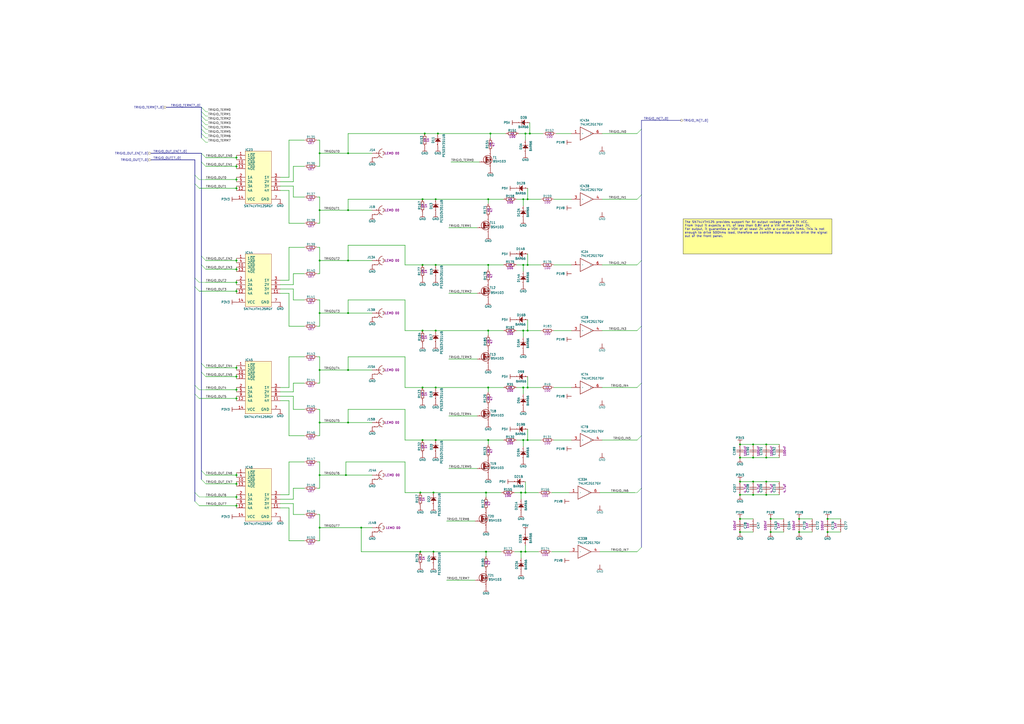
<source format=kicad_sch>
(kicad_sch (version 20230819) (generator eeschema)
  (paper "A2")
  (title_block (title "Front-Panel Connections") (rev "-") (company "CERN") (comment 1 "PXIE-WREN") (comment 3 "BE-CEM") (comment 4 "Paul PERONNARD") (comment 6 "Paul PERONNARD"))
  (lib_symbols
    (symbol "Capacitors SMD:CC0402_100NF_25V_10%_X7R_YUDEN_TMK105B7104KVHF" (pin_names (offset 1.27))
      (property "Reference" "C" (at 3.81 3.048 0))
      (property "Val" "100nF" (at 3.81 -3.048 0))
      (symbol "CC0402_100NF_25V_10%_X7R_YUDEN_TMK105B7104KVHF_0_1"
        (pin passive line (at 0 0 0) (length 2.54) (name "1") (number "1"))
        (pin passive line (at 7.62 0 180) (length 2.54) (name "2") (number "2"))
      )
    )
    (symbol "Capacitors SMD:CC0402_1NF_50V_10%_X7R" (pin_names (offset 1.27))
      (property "Reference" "C" (at 3.81 3.048 0))
      (property "Val" "1nF" (at 3.81 -3.048 0))
      (symbol "CC0402_1NF_50V_10%_X7R_0_1"
        (pin passive line (at 0 0 0) (length 2.54) (name "1") (number "1"))
        (pin passive line (at 7.62 0 180) (length 2.54) (name "2") (number "2"))
      )
    )
    (symbol "Capacitors SMD:CC0402_4.7UF_6.3V_20%_X5R" (pin_names (offset 1.27))
      (property "Reference" "C" (at 3.81 3.048 0))
      (property "Val" "4.7uF" (at 3.81 -3.048 0))
      (symbol "CC0402_4.7UF_6.3V_20%_X5R_0_1"
        (pin passive line (at 0 0 0) (length 2.54) (name "1") (number "1"))
        (pin passive line (at 7.62 0 180) (length 2.54) (name "2") (number "2"))
      )
    )
    (symbol "Diodes:BAR66" (pin_names (offset 1.27))
      (property "Reference" "D" (at 3.81 2.54 0))
      (symbol "BAR66_1_1"
        (text "1" (at 0 0.254 0) (effects (font (size 1.016 1.016)) (justify left bottom)))
        (text "3" (at 6.858 0.254 0) (effects (font (size 1.016 1.016)) (justify left bottom)))
        (pin passive line (at 0 0 0) (length 2.54) (name "A") (number "1"))
        (pin passive line (at 7.62 0 180) (length 2.54) (name "COMAC") (number "3"))
      )
      (symbol "BAR66_2_1"
        (text "2" (at 6.858 0.254 0) (effects (font (size 1.016 1.016)) (justify left bottom)))
        (text "3" (at 0 0.254 0) (effects (font (size 1.016 1.016)) (justify left bottom)))
        (pin passive line (at 7.62 0 180) (length 2.54) (name "C") (number "2"))
        (pin passive line (at 0 0 0) (length 2.54) (name "COMAC") (number "3"))
      )
    )
    (symbol "Diodes:PESD3V3S1UB" (pin_names (offset 1.27))
      (property "Reference" "D" (at 3.81 2.54 0))
      (symbol "PESD3V3S1UB_0_1"
        (pin passive line (at 7.62 0 180) (length 2.54) (name "C") (number "1"))
        (pin passive line (at 0 0 0) (length 2.54) (name "A") (number "2"))
      )
    )
    (symbol "LEMO:LEMO_EPY.00.250.NTNY" (pin_names (offset 1.27))
      (property "Reference" "J" (at -6.858 0 0))
      (property "Family" "LEMO 00" (at -4.064 -4.318 0))
      (symbol "LEMO_EPY.00.250.NTNY_1_1"
        (text "BOT" (at -1.27 1.27 0) (effects (font (size 1.016 1.016))))
        (pin bidirectional line (at 0 0 180) (length 5.08) (name "1") (number "1"))
        (pin bidirectional line (at 0 -2.54 180) (length 3.048) (name "3") (number "3"))
      )
      (symbol "LEMO_EPY.00.250.NTNY_2_1"
        (text "TOP" (at -1.27 1.27 0) (effects (font (size 1.016 1.016))))
        (pin bidirectional line (at 0 0 180) (length 5.08) (name "2") (number "2"))
        (pin bidirectional line (at 0 -2.54 180) (length 3.048) (name "3") (number "3"))
      )
    )
    (symbol "LEMO_EPY.00.250.NTNY_1" (pin_names (offset 1.27))
      (property "Reference" "J" (at -6.858 0 0))
      (property "Family" "LEMO 00" (at -4.064 -4.318 0))
      (symbol "LEMO_EPY.00.250.NTNY_1_1_1"
        (text "BOT" (at -1.27 1.27 0) (effects (font (size 1.016 1.016))))
        (pin bidirectional line (at 0 0 180) (length 5.08) (name "1") (number "1"))
        (pin bidirectional line (at 0 -2.54 180) (length 3.048) (name "3") (number "3"))
      )
      (symbol "LEMO_EPY.00.250.NTNY_1_2_1"
        (text "TOP" (at -1.27 1.27 0) (effects (font (size 1.016 1.016))))
        (pin bidirectional line (at 0 0 180) (length 5.08) (name "2") (number "2"))
        (pin bidirectional line (at 0 -2.54 180) (length 3.048) (name "3") (number "3"))
      )
    )
    (symbol "LEMO_EPY.00.250.NTNY_2" (pin_names (offset 1.27))
      (property "Reference" "J" (at -6.858 0 0))
      (property "Family" "LEMO 00" (at -4.064 -4.318 0))
      (symbol "LEMO_EPY.00.250.NTNY_2_1_1"
        (text "BOT" (at -1.27 1.27 0) (effects (font (size 1.016 1.016))))
        (pin bidirectional line (at 0 0 180) (length 5.08) (name "1") (number "1"))
        (pin bidirectional line (at 0 -2.54 180) (length 3.048) (name "3") (number "3"))
      )
      (symbol "LEMO_EPY.00.250.NTNY_2_2_1"
        (text "TOP" (at -1.27 1.27 0) (effects (font (size 1.016 1.016))))
        (pin bidirectional line (at 0 0 180) (length 5.08) (name "2") (number "2"))
        (pin bidirectional line (at 0 -2.54 180) (length 3.048) (name "3") (number "3"))
      )
    )
    (symbol "LEMO_EPY.00.250.NTNY_3" (pin_names (offset 1.27))
      (property "Reference" "J" (at -6.858 0 0))
      (property "Family" "LEMO 00" (at -4.064 -4.318 0))
      (symbol "LEMO_EPY.00.250.NTNY_3_1_1"
        (text "BOT" (at -1.27 1.27 0) (effects (font (size 1.016 1.016))))
        (pin bidirectional line (at 0 0 180) (length 5.08) (name "1") (number "1"))
        (pin bidirectional line (at 0 -2.54 180) (length 3.048) (name "3") (number "3"))
      )
      (symbol "LEMO_EPY.00.250.NTNY_3_2_1"
        (text "TOP" (at -1.27 1.27 0) (effects (font (size 1.016 1.016))))
        (pin bidirectional line (at 0 0 180) (length 5.08) (name "2") (number "2"))
        (pin bidirectional line (at 0 -2.54 180) (length 3.048) (name "3") (number "3"))
      )
    )
    (symbol "LEMO_EPY.00.250.NTNY_4" (pin_names (offset 1.27))
      (property "Reference" "J" (at -6.858 0 0))
      (property "Family" "LEMO 00" (at -4.064 -4.318 0))
      (symbol "LEMO_EPY.00.250.NTNY_4_1_1"
        (text "BOT" (at -1.27 1.27 0) (effects (font (size 1.016 1.016))))
        (pin bidirectional line (at 0 0 180) (length 5.08) (name "1") (number "1"))
        (pin bidirectional line (at 0 -2.54 180) (length 3.048) (name "3") (number "3"))
      )
      (symbol "LEMO_EPY.00.250.NTNY_4_2_1"
        (text "TOP" (at -1.27 1.27 0) (effects (font (size 1.016 1.016))))
        (pin bidirectional line (at 0 0 180) (length 5.08) (name "2") (number "2"))
        (pin bidirectional line (at 0 -2.54 180) (length 3.048) (name "3") (number "3"))
      )
    )
    (symbol "LEMO_EPY.00.250.NTNY_5" (pin_names (offset 1.27))
      (property "Reference" "J" (at -6.858 0 0))
      (property "Family" "LEMO 00" (at -4.064 -4.318 0))
      (symbol "LEMO_EPY.00.250.NTNY_5_1_1"
        (text "BOT" (at -1.27 1.27 0) (effects (font (size 1.016 1.016))))
        (pin bidirectional line (at 0 0 180) (length 5.08) (name "1") (number "1"))
        (pin bidirectional line (at 0 -2.54 180) (length 3.048) (name "3") (number "3"))
      )
      (symbol "LEMO_EPY.00.250.NTNY_5_2_1"
        (text "TOP" (at -1.27 1.27 0) (effects (font (size 1.016 1.016))))
        (pin bidirectional line (at 0 0 180) (length 5.08) (name "2") (number "2"))
        (pin bidirectional line (at 0 -2.54 180) (length 3.048) (name "3") (number "3"))
      )
    )
    (symbol "LEMO_EPY.00.250.NTNY_6" (pin_names (offset 1.27))
      (property "Reference" "J" (at -6.858 0 0))
      (property "Family" "LEMO 00" (at -4.064 -4.318 0))
      (symbol "LEMO_EPY.00.250.NTNY_6_1_1"
        (text "BOT" (at -1.27 1.27 0) (effects (font (size 1.016 1.016))))
        (pin bidirectional line (at 0 0 180) (length 5.08) (name "1") (number "1"))
        (pin bidirectional line (at 0 -2.54 180) (length 3.048) (name "3") (number "3"))
      )
      (symbol "LEMO_EPY.00.250.NTNY_6_2_1"
        (text "TOP" (at -1.27 1.27 0) (effects (font (size 1.016 1.016))))
        (pin bidirectional line (at 0 0 180) (length 5.08) (name "2") (number "2"))
        (pin bidirectional line (at 0 -2.54 180) (length 3.048) (name "3") (number "3"))
      )
    )
    (symbol "LEMO_EPY.00.250.NTNY_7" (pin_names (offset 1.27))
      (property "Reference" "J" (at -6.858 0 0))
      (property "Family" "LEMO 00" (at -4.064 -4.318 0))
      (symbol "LEMO_EPY.00.250.NTNY_7_1_1"
        (text "BOT" (at -1.27 1.27 0) (effects (font (size 1.016 1.016))))
        (pin bidirectional line (at 0 0 180) (length 5.08) (name "1") (number "1"))
        (pin bidirectional line (at 0 -2.54 180) (length 3.048) (name "3") (number "3"))
      )
      (symbol "LEMO_EPY.00.250.NTNY_7_2_1"
        (text "TOP" (at -1.27 1.27 0) (effects (font (size 1.016 1.016))))
        (pin bidirectional line (at 0 0 180) (length 5.08) (name "2") (number "2"))
        (pin bidirectional line (at 0 -2.54 180) (length 3.048) (name "3") (number "3"))
      )
    )
    (symbol "R0402_100R_1%_0.0625W_100PPM_1" (pin_names (offset 1.27))
      (property "Reference" "R" (at 3.81 1.778 0))
      (property "Tolerance" "±1%" (at 3.81 0 0))
      (property "Val" "100" (at 3.81 -1.778 0))
      (symbol "R0402_100R_1%_0.0625W_100PPM_1_0_1"
        (pin passive line (at 0 0 0) (length 1.524) (name "1") (number "1"))
        (pin passive line (at 7.62 0 180) (length 1.524) (name "2") (number "2"))
      )
    )
    (symbol "R0402_100R_1%_0.0625W_100PPM_10" (pin_names (offset 1.27))
      (property "Reference" "R" (at 3.81 1.778 0))
      (property "Tolerance" "±1%" (at 3.81 0 0))
      (property "Val" "100" (at 3.81 -1.778 0))
      (symbol "R0402_100R_1%_0.0625W_100PPM_10_0_1"
        (pin passive line (at 0 0 0) (length 1.524) (name "1") (number "1"))
        (pin passive line (at 7.62 0 180) (length 1.524) (name "2") (number "2"))
      )
    )
    (symbol "R0402_100R_1%_0.0625W_100PPM_11" (pin_names (offset 1.27))
      (property "Reference" "R" (at 3.81 1.778 0))
      (property "Tolerance" "±1%" (at 3.81 0 0))
      (property "Val" "100" (at 3.81 -1.778 0))
      (symbol "R0402_100R_1%_0.0625W_100PPM_11_0_1"
        (pin passive line (at 0 0 0) (length 1.524) (name "1") (number "1"))
        (pin passive line (at 7.62 0 180) (length 1.524) (name "2") (number "2"))
      )
    )
    (symbol "R0402_100R_1%_0.0625W_100PPM_12" (pin_names (offset 1.27))
      (property "Reference" "R" (at 3.81 1.778 0))
      (property "Tolerance" "±1%" (at 3.81 0 0))
      (property "Val" "100" (at 3.81 -1.778 0))
      (symbol "R0402_100R_1%_0.0625W_100PPM_12_0_1"
        (pin passive line (at 0 0 0) (length 1.524) (name "1") (number "1"))
        (pin passive line (at 7.62 0 180) (length 1.524) (name "2") (number "2"))
      )
    )
    (symbol "R0402_100R_1%_0.0625W_100PPM_13" (pin_names (offset 1.27))
      (property "Reference" "R" (at 3.81 1.778 0))
      (property "Tolerance" "±1%" (at 3.81 0 0))
      (property "Val" "100" (at 3.81 -1.778 0))
      (symbol "R0402_100R_1%_0.0625W_100PPM_13_0_1"
        (pin passive line (at 0 0 0) (length 1.524) (name "1") (number "1"))
        (pin passive line (at 7.62 0 180) (length 1.524) (name "2") (number "2"))
      )
    )
    (symbol "R0402_100R_1%_0.0625W_100PPM_14" (pin_names (offset 1.27))
      (property "Reference" "R" (at 3.81 1.778 0))
      (property "Tolerance" "±1%" (at 3.81 0 0))
      (property "Val" "100" (at 3.81 -1.778 0))
      (symbol "R0402_100R_1%_0.0625W_100PPM_14_0_1"
        (pin passive line (at 0 0 0) (length 1.524) (name "1") (number "1"))
        (pin passive line (at 7.62 0 180) (length 1.524) (name "2") (number "2"))
      )
    )
    (symbol "R0402_100R_1%_0.0625W_100PPM_15" (pin_names (offset 1.27))
      (property "Reference" "R" (at 3.81 1.778 0))
      (property "Tolerance" "±1%" (at 3.81 0 0))
      (property "Val" "100" (at 3.81 -1.778 0))
      (symbol "R0402_100R_1%_0.0625W_100PPM_15_0_1"
        (pin passive line (at 0 0 0) (length 1.524) (name "1") (number "1"))
        (pin passive line (at 7.62 0 180) (length 1.524) (name "2") (number "2"))
      )
    )
    (symbol "R0402_100R_1%_0.0625W_100PPM_2" (pin_names (offset 1.27))
      (property "Reference" "R" (at 3.81 1.778 0))
      (property "Tolerance" "±1%" (at 3.81 0 0))
      (property "Val" "100" (at 3.81 -1.778 0))
      (symbol "R0402_100R_1%_0.0625W_100PPM_2_0_1"
        (pin passive line (at 0 0 0) (length 1.524) (name "1") (number "1"))
        (pin passive line (at 7.62 0 180) (length 1.524) (name "2") (number "2"))
      )
    )
    (symbol "R0402_100R_1%_0.0625W_100PPM_3" (pin_names (offset 1.27))
      (property "Reference" "R" (at 3.81 1.778 0))
      (property "Tolerance" "±1%" (at 3.81 0 0))
      (property "Val" "100" (at 3.81 -1.778 0))
      (symbol "R0402_100R_1%_0.0625W_100PPM_3_0_1"
        (pin passive line (at 0 0 0) (length 1.524) (name "1") (number "1"))
        (pin passive line (at 7.62 0 180) (length 1.524) (name "2") (number "2"))
      )
    )
    (symbol "R0402_100R_1%_0.0625W_100PPM_4" (pin_names (offset 1.27))
      (property "Reference" "R" (at 3.81 1.778 0))
      (property "Tolerance" "±1%" (at 3.81 0 0))
      (property "Val" "100" (at 3.81 -1.778 0))
      (symbol "R0402_100R_1%_0.0625W_100PPM_4_0_1"
        (pin passive line (at 0 0 0) (length 1.524) (name "1") (number "1"))
        (pin passive line (at 7.62 0 180) (length 1.524) (name "2") (number "2"))
      )
    )
    (symbol "R0402_100R_1%_0.0625W_100PPM_5" (pin_names (offset 1.27))
      (property "Reference" "R" (at 3.81 1.778 0))
      (property "Tolerance" "±1%" (at 3.81 0 0))
      (property "Val" "100" (at 3.81 -1.778 0))
      (symbol "R0402_100R_1%_0.0625W_100PPM_5_0_1"
        (pin passive line (at 0 0 0) (length 1.524) (name "1") (number "1"))
        (pin passive line (at 7.62 0 180) (length 1.524) (name "2") (number "2"))
      )
    )
    (symbol "R0402_100R_1%_0.0625W_100PPM_6" (pin_names (offset 1.27))
      (property "Reference" "R" (at 3.81 1.778 0))
      (property "Tolerance" "±1%" (at 3.81 0 0))
      (property "Val" "100" (at 3.81 -1.778 0))
      (symbol "R0402_100R_1%_0.0625W_100PPM_6_0_1"
        (pin passive line (at 0 0 0) (length 1.524) (name "1") (number "1"))
        (pin passive line (at 7.62 0 180) (length 1.524) (name "2") (number "2"))
      )
    )
    (symbol "R0402_100R_1%_0.0625W_100PPM_7" (pin_names (offset 1.27))
      (property "Reference" "R" (at 3.81 1.778 0))
      (property "Tolerance" "±1%" (at 3.81 0 0))
      (property "Val" "100" (at 3.81 -1.778 0))
      (symbol "R0402_100R_1%_0.0625W_100PPM_7_0_1"
        (pin passive line (at 0 0 0) (length 1.524) (name "1") (number "1"))
        (pin passive line (at 7.62 0 180) (length 1.524) (name "2") (number "2"))
      )
    )
    (symbol "R0402_100R_1%_0.0625W_100PPM_8" (pin_names (offset 1.27))
      (property "Reference" "R" (at 3.81 1.778 0))
      (property "Tolerance" "±1%" (at 3.81 0 0))
      (property "Val" "100" (at 3.81 -1.778 0))
      (symbol "R0402_100R_1%_0.0625W_100PPM_8_0_1"
        (pin passive line (at 0 0 0) (length 1.524) (name "1") (number "1"))
        (pin passive line (at 7.62 0 180) (length 1.524) (name "2") (number "2"))
      )
    )
    (symbol "R0402_100R_1%_0.0625W_100PPM_9" (pin_names (offset 1.27))
      (property "Reference" "R" (at 3.81 1.778 0))
      (property "Tolerance" "±1%" (at 3.81 0 0))
      (property "Val" "100" (at 3.81 -1.778 0))
      (symbol "R0402_100R_1%_0.0625W_100PPM_9_0_1"
        (pin passive line (at 0 0 0) (length 1.524) (name "1") (number "1"))
        (pin passive line (at 7.62 0 180) (length 1.524) (name "2") (number "2"))
      )
    )
    (symbol "R0402_1K_1%_0.0625W_100PPM_1" (pin_names (offset 1.27))
      (property "Reference" "R" (at 3.81 1.778 0))
      (property "Tolerance" "±1%" (at 3.81 0 0))
      (property "Val" "1k" (at 3.81 -1.778 0))
      (symbol "R0402_1K_1%_0.0625W_100PPM_1_0_1"
        (pin passive line (at 0 0 0) (length 1.524) (name "1") (number "1"))
        (pin passive line (at 7.62 0 180) (length 1.524) (name "2") (number "2"))
      )
    )
    (symbol "R0402_1K_1%_0.0625W_100PPM_2" (pin_names (offset 1.27))
      (property "Reference" "R" (at 3.81 1.778 0))
      (property "Tolerance" "±1%" (at 3.81 0 0))
      (property "Val" "1k" (at 3.81 -1.778 0))
      (symbol "R0402_1K_1%_0.0625W_100PPM_2_0_1"
        (pin passive line (at 0 0 0) (length 1.524) (name "1") (number "1"))
        (pin passive line (at 7.62 0 180) (length 1.524) (name "2") (number "2"))
      )
    )
    (symbol "R0402_1K_1%_0.0625W_100PPM_3" (pin_names (offset 1.27))
      (property "Reference" "R" (at 3.81 1.778 0))
      (property "Tolerance" "±1%" (at 3.81 0 0))
      (property "Val" "1k" (at 3.81 -1.778 0))
      (symbol "R0402_1K_1%_0.0625W_100PPM_3_0_1"
        (pin passive line (at 0 0 0) (length 1.524) (name "1") (number "1"))
        (pin passive line (at 7.62 0 180) (length 1.524) (name "2") (number "2"))
      )
    )
    (symbol "R0402_1K_1%_0.0625W_100PPM_4" (pin_names (offset 1.27))
      (property "Reference" "R" (at 3.81 1.778 0))
      (property "Tolerance" "±1%" (at 3.81 0 0))
      (property "Val" "1k" (at 3.81 -1.778 0))
      (symbol "R0402_1K_1%_0.0625W_100PPM_4_0_1"
        (pin passive line (at 0 0 0) (length 1.524) (name "1") (number "1"))
        (pin passive line (at 7.62 0 180) (length 1.524) (name "2") (number "2"))
      )
    )
    (symbol "R0402_1K_1%_0.0625W_100PPM_5" (pin_names (offset 1.27))
      (property "Reference" "R" (at 3.81 1.778 0))
      (property "Tolerance" "±1%" (at 3.81 0 0))
      (property "Val" "1k" (at 3.81 -1.778 0))
      (symbol "R0402_1K_1%_0.0625W_100PPM_5_0_1"
        (pin passive line (at 0 0 0) (length 1.524) (name "1") (number "1"))
        (pin passive line (at 7.62 0 180) (length 1.524) (name "2") (number "2"))
      )
    )
    (symbol "R0402_1K_1%_0.0625W_100PPM_6" (pin_names (offset 1.27))
      (property "Reference" "R" (at 3.81 1.778 0))
      (property "Tolerance" "±1%" (at 3.81 0 0))
      (property "Val" "1k" (at 3.81 -1.778 0))
      (symbol "R0402_1K_1%_0.0625W_100PPM_6_0_1"
        (pin passive line (at 0 0 0) (length 1.524) (name "1") (number "1"))
        (pin passive line (at 7.62 0 180) (length 1.524) (name "2") (number "2"))
      )
    )
    (symbol "R0402_1K_1%_0.0625W_100PPM_7" (pin_names (offset 1.27))
      (property "Reference" "R" (at 3.81 1.778 0))
      (property "Tolerance" "±1%" (at 3.81 0 0))
      (property "Val" "1k" (at 3.81 -1.778 0))
      (symbol "R0402_1K_1%_0.0625W_100PPM_7_0_1"
        (pin passive line (at 0 0 0) (length 1.524) (name "1") (number "1"))
        (pin passive line (at 7.62 0 180) (length 1.524) (name "2") (number "2"))
      )
    )
    (symbol "R0402_4R7_1%_0.0625W_200PPM_1" (pin_names (offset 1.27))
      (property "Reference" "R" (at 3.81 1.778 0))
      (property "Tolerance" "±1%" (at 3.81 0 0))
      (property "Val" "4R7" (at 3.81 -1.778 0))
      (symbol "R0402_4R7_1%_0.0625W_200PPM_1_0_1"
        (pin passive line (at 0 0 0) (length 1.524) (name "1") (number "1"))
        (pin passive line (at 7.62 0 180) (length 1.524) (name "2") (number "2"))
      )
    )
    (symbol "R0402_4R7_1%_0.0625W_200PPM_10" (pin_names (offset 1.27))
      (property "Reference" "R" (at 3.81 1.778 0))
      (property "Tolerance" "±1%" (at 3.81 0 0))
      (property "Val" "4R7" (at 3.81 -1.778 0))
      (symbol "R0402_4R7_1%_0.0625W_200PPM_10_0_1"
        (pin passive line (at 0 0 0) (length 1.524) (name "1") (number "1"))
        (pin passive line (at 7.62 0 180) (length 1.524) (name "2") (number "2"))
      )
    )
    (symbol "R0402_4R7_1%_0.0625W_200PPM_11" (pin_names (offset 1.27))
      (property "Reference" "R" (at 3.81 1.778 0))
      (property "Tolerance" "±1%" (at 3.81 0 0))
      (property "Val" "4R7" (at 3.81 -1.778 0))
      (symbol "R0402_4R7_1%_0.0625W_200PPM_11_0_1"
        (pin passive line (at 0 0 0) (length 1.524) (name "1") (number "1"))
        (pin passive line (at 7.62 0 180) (length 1.524) (name "2") (number "2"))
      )
    )
    (symbol "R0402_4R7_1%_0.0625W_200PPM_12" (pin_names (offset 1.27))
      (property "Reference" "R" (at 3.81 1.778 0))
      (property "Tolerance" "±1%" (at 3.81 0 0))
      (property "Val" "4R7" (at 3.81 -1.778 0))
      (symbol "R0402_4R7_1%_0.0625W_200PPM_12_0_1"
        (pin passive line (at 0 0 0) (length 1.524) (name "1") (number "1"))
        (pin passive line (at 7.62 0 180) (length 1.524) (name "2") (number "2"))
      )
    )
    (symbol "R0402_4R7_1%_0.0625W_200PPM_13" (pin_names (offset 1.27))
      (property "Reference" "R" (at 3.81 1.778 0))
      (property "Tolerance" "±1%" (at 3.81 0 0))
      (property "Val" "4R7" (at 3.81 -1.778 0))
      (symbol "R0402_4R7_1%_0.0625W_200PPM_13_0_1"
        (pin passive line (at 0 0 0) (length 1.524) (name "1") (number "1"))
        (pin passive line (at 7.62 0 180) (length 1.524) (name "2") (number "2"))
      )
    )
    (symbol "R0402_4R7_1%_0.0625W_200PPM_14" (pin_names (offset 1.27))
      (property "Reference" "R" (at 3.81 1.778 0))
      (property "Tolerance" "±1%" (at 3.81 0 0))
      (property "Val" "4R7" (at 3.81 -1.778 0))
      (symbol "R0402_4R7_1%_0.0625W_200PPM_14_0_1"
        (pin passive line (at 0 0 0) (length 1.524) (name "1") (number "1"))
        (pin passive line (at 7.62 0 180) (length 1.524) (name "2") (number "2"))
      )
    )
    (symbol "R0402_4R7_1%_0.0625W_200PPM_15" (pin_names (offset 1.27))
      (property "Reference" "R" (at 3.81 1.778 0))
      (property "Tolerance" "±1%" (at 3.81 0 0))
      (property "Val" "4R7" (at 3.81 -1.778 0))
      (symbol "R0402_4R7_1%_0.0625W_200PPM_15_0_1"
        (pin passive line (at 0 0 0) (length 1.524) (name "1") (number "1"))
        (pin passive line (at 7.62 0 180) (length 1.524) (name "2") (number "2"))
      )
    )
    (symbol "R0402_4R7_1%_0.0625W_200PPM_2" (pin_names (offset 1.27))
      (property "Reference" "R" (at 3.81 1.778 0))
      (property "Tolerance" "±1%" (at 3.81 0 0))
      (property "Val" "4R7" (at 3.81 -1.778 0))
      (symbol "R0402_4R7_1%_0.0625W_200PPM_2_0_1"
        (pin passive line (at 0 0 0) (length 1.524) (name "1") (number "1"))
        (pin passive line (at 7.62 0 180) (length 1.524) (name "2") (number "2"))
      )
    )
    (symbol "R0402_4R7_1%_0.0625W_200PPM_3" (pin_names (offset 1.27))
      (property "Reference" "R" (at 3.81 1.778 0))
      (property "Tolerance" "±1%" (at 3.81 0 0))
      (property "Val" "4R7" (at 3.81 -1.778 0))
      (symbol "R0402_4R7_1%_0.0625W_200PPM_3_0_1"
        (pin passive line (at 0 0 0) (length 1.524) (name "1") (number "1"))
        (pin passive line (at 7.62 0 180) (length 1.524) (name "2") (number "2"))
      )
    )
    (symbol "R0402_4R7_1%_0.0625W_200PPM_4" (pin_names (offset 1.27))
      (property "Reference" "R" (at 3.81 1.778 0))
      (property "Tolerance" "±1%" (at 3.81 0 0))
      (property "Val" "4R7" (at 3.81 -1.778 0))
      (symbol "R0402_4R7_1%_0.0625W_200PPM_4_0_1"
        (pin passive line (at 0 0 0) (length 1.524) (name "1") (number "1"))
        (pin passive line (at 7.62 0 180) (length 1.524) (name "2") (number "2"))
      )
    )
    (symbol "R0402_4R7_1%_0.0625W_200PPM_5" (pin_names (offset 1.27))
      (property "Reference" "R" (at 3.81 1.778 0))
      (property "Tolerance" "±1%" (at 3.81 0 0))
      (property "Val" "4R7" (at 3.81 -1.778 0))
      (symbol "R0402_4R7_1%_0.0625W_200PPM_5_0_1"
        (pin passive line (at 0 0 0) (length 1.524) (name "1") (number "1"))
        (pin passive line (at 7.62 0 180) (length 1.524) (name "2") (number "2"))
      )
    )
    (symbol "R0402_4R7_1%_0.0625W_200PPM_6" (pin_names (offset 1.27))
      (property "Reference" "R" (at 3.81 1.778 0))
      (property "Tolerance" "±1%" (at 3.81 0 0))
      (property "Val" "4R7" (at 3.81 -1.778 0))
      (symbol "R0402_4R7_1%_0.0625W_200PPM_6_0_1"
        (pin passive line (at 0 0 0) (length 1.524) (name "1") (number "1"))
        (pin passive line (at 7.62 0 180) (length 1.524) (name "2") (number "2"))
      )
    )
    (symbol "R0402_4R7_1%_0.0625W_200PPM_7" (pin_names (offset 1.27))
      (property "Reference" "R" (at 3.81 1.778 0))
      (property "Tolerance" "±1%" (at 3.81 0 0))
      (property "Val" "4R7" (at 3.81 -1.778 0))
      (symbol "R0402_4R7_1%_0.0625W_200PPM_7_0_1"
        (pin passive line (at 0 0 0) (length 1.524) (name "1") (number "1"))
        (pin passive line (at 7.62 0 180) (length 1.524) (name "2") (number "2"))
      )
    )
    (symbol "R0402_4R7_1%_0.0625W_200PPM_8" (pin_names (offset 1.27))
      (property "Reference" "R" (at 3.81 1.778 0))
      (property "Tolerance" "±1%" (at 3.81 0 0))
      (property "Val" "4R7" (at 3.81 -1.778 0))
      (symbol "R0402_4R7_1%_0.0625W_200PPM_8_0_1"
        (pin passive line (at 0 0 0) (length 1.524) (name "1") (number "1"))
        (pin passive line (at 7.62 0 180) (length 1.524) (name "2") (number "2"))
      )
    )
    (symbol "R0402_4R7_1%_0.0625W_200PPM_9" (pin_names (offset 1.27))
      (property "Reference" "R" (at 3.81 1.778 0))
      (property "Tolerance" "±1%" (at 3.81 0 0))
      (property "Val" "4R7" (at 3.81 -1.778 0))
      (symbol "R0402_4R7_1%_0.0625W_200PPM_9_0_1"
        (pin passive line (at 0 0 0) (length 1.524) (name "1") (number "1"))
        (pin passive line (at 7.62 0 180) (length 1.524) (name "2") (number "2"))
      )
    )
    (symbol "R0805_47R_1%_0.5W_100PPM_VISHAY_CRCW-HP_e3_1" (pin_names (offset 1.27))
      (property "Reference" "R" (at 3.81 1.778 0))
      (property "Tolerance" "±1%" (at 3.81 0 0))
      (property "Val" "47" (at 3.81 -1.778 0))
      (symbol "R0805_47R_1%_0.5W_100PPM_VISHAY_CRCW-HP_e3_1_0_1"
        (pin passive line (at 0 0 0) (length 1.524) (name "1") (number "1"))
        (pin passive line (at 7.62 0 180) (length 1.524) (name "2") (number "2"))
      )
    )
    (symbol "R0805_47R_1%_0.5W_100PPM_VISHAY_CRCW-HP_e3_2" (pin_names (offset 1.27))
      (property "Reference" "R" (at 3.81 1.778 0))
      (property "Tolerance" "±1%" (at 3.81 0 0))
      (property "Val" "47" (at 3.81 -1.778 0))
      (symbol "R0805_47R_1%_0.5W_100PPM_VISHAY_CRCW-HP_e3_2_0_1"
        (pin passive line (at 0 0 0) (length 1.524) (name "1") (number "1"))
        (pin passive line (at 7.62 0 180) (length 1.524) (name "2") (number "2"))
      )
    )
    (symbol "R0805_47R_1%_0.5W_100PPM_VISHAY_CRCW-HP_e3_3" (pin_names (offset 1.27))
      (property "Reference" "R" (at 3.81 1.778 0))
      (property "Tolerance" "±1%" (at 3.81 0 0))
      (property "Val" "47" (at 3.81 -1.778 0))
      (symbol "R0805_47R_1%_0.5W_100PPM_VISHAY_CRCW-HP_e3_3_0_1"
        (pin passive line (at 0 0 0) (length 1.524) (name "1") (number "1"))
        (pin passive line (at 7.62 0 180) (length 1.524) (name "2") (number "2"))
      )
    )
    (symbol "R0805_47R_1%_0.5W_100PPM_VISHAY_CRCW-HP_e3_4" (pin_names (offset 1.27))
      (property "Reference" "R" (at 3.81 1.778 0))
      (property "Tolerance" "±1%" (at 3.81 0 0))
      (property "Val" "47" (at 3.81 -1.778 0))
      (symbol "R0805_47R_1%_0.5W_100PPM_VISHAY_CRCW-HP_e3_4_0_1"
        (pin passive line (at 0 0 0) (length 1.524) (name "1") (number "1"))
        (pin passive line (at 7.62 0 180) (length 1.524) (name "2") (number "2"))
      )
    )
    (symbol "R0805_47R_1%_0.5W_100PPM_VISHAY_CRCW-HP_e3_5" (pin_names (offset 1.27))
      (property "Reference" "R" (at 3.81 1.778 0))
      (property "Tolerance" "±1%" (at 3.81 0 0))
      (property "Val" "47" (at 3.81 -1.778 0))
      (symbol "R0805_47R_1%_0.5W_100PPM_VISHAY_CRCW-HP_e3_5_0_1"
        (pin passive line (at 0 0 0) (length 1.524) (name "1") (number "1"))
        (pin passive line (at 7.62 0 180) (length 1.524) (name "2") (number "2"))
      )
    )
    (symbol "R0805_47R_1%_0.5W_100PPM_VISHAY_CRCW-HP_e3_6" (pin_names (offset 1.27))
      (property "Reference" "R" (at 3.81 1.778 0))
      (property "Tolerance" "±1%" (at 3.81 0 0))
      (property "Val" "47" (at 3.81 -1.778 0))
      (symbol "R0805_47R_1%_0.5W_100PPM_VISHAY_CRCW-HP_e3_6_0_1"
        (pin passive line (at 0 0 0) (length 1.524) (name "1") (number "1"))
        (pin passive line (at 7.62 0 180) (length 1.524) (name "2") (number "2"))
      )
    )
    (symbol "R0805_47R_1%_0.5W_100PPM_VISHAY_CRCW-HP_e3_7" (pin_names (offset 1.27))
      (property "Reference" "R" (at 3.81 1.778 0))
      (property "Tolerance" "±1%" (at 3.81 0 0))
      (property "Val" "47" (at 3.81 -1.778 0))
      (symbol "R0805_47R_1%_0.5W_100PPM_VISHAY_CRCW-HP_e3_7_0_1"
        (pin passive line (at 0 0 0) (length 1.524) (name "1") (number "1"))
        (pin passive line (at 7.62 0 180) (length 1.524) (name "2") (number "2"))
      )
    )
    (symbol "Resistors SMD:R0402_100R_1%_0.0625W_100PPM" (pin_names (offset 1.27))
      (property "Reference" "R" (at 3.81 1.778 0))
      (property "Tolerance" "±1%" (at 3.81 0 0))
      (property "Val" "100" (at 3.81 -1.778 0))
      (symbol "R0402_100R_1%_0.0625W_100PPM_0_1"
        (pin passive line (at 0 0 0) (length 1.524) (name "1") (number "1"))
        (pin passive line (at 7.62 0 180) (length 1.524) (name "2") (number "2"))
      )
    )
    (symbol "Resistors SMD:R0402_1K_1%_0.0625W_100PPM" (pin_names (offset 1.27))
      (property "Reference" "R" (at 3.81 1.778 0))
      (property "Tolerance" "±1%" (at 3.81 0 0))
      (property "Val" "1k" (at 3.81 -1.778 0))
      (symbol "R0402_1K_1%_0.0625W_100PPM_0_1"
        (pin passive line (at 0 0 0) (length 1.524) (name "1") (number "1"))
        (pin passive line (at 7.62 0 180) (length 1.524) (name "2") (number "2"))
      )
    )
    (symbol "Resistors SMD:R0402_4R7_1%_0.0625W_200PPM" (pin_names (offset 1.27))
      (property "Reference" "R" (at 3.81 1.778 0))
      (property "Tolerance" "±1%" (at 3.81 0 0))
      (property "Val" "4R7" (at 3.81 -1.778 0))
      (symbol "R0402_4R7_1%_0.0625W_200PPM_0_1"
        (pin passive line (at 0 0 0) (length 1.524) (name "1") (number "1"))
        (pin passive line (at 7.62 0 180) (length 1.524) (name "2") (number "2"))
      )
    )
    (symbol "Resistors SMD:R0805_47R_1%_0.5W_100PPM_VISHAY_CRCW-HP_e3" (pin_names (offset 1.27))
      (property "Reference" "R" (at 3.81 1.778 0))
      (property "Tolerance" "±1%" (at 3.81 0 0))
      (property "Val" "47" (at 3.81 -1.778 0))
      (symbol "R0805_47R_1%_0.5W_100PPM_VISHAY_CRCW-HP_e3_0_1"
        (pin passive line (at 0 0 0) (length 1.524) (name "1") (number "1"))
        (pin passive line (at 7.62 0 180) (length 1.524) (name "2") (number "2"))
      )
    )
    (symbol "Standard Logic:74LVC2G17GV" (pin_names (offset 1.27))
      (property "Reference" "IC" (at 5.08 -1.27 0))
      (symbol "74LVC2G17GV_0_1"
        (pin power_in line (at 12.7 -12.7 180) (length 5.08) hide (name "GND") (number "2"))
        (pin power_in line (at -5.08 -10.16 0) (length 5.08) hide (name "VCC") (number "5"))
      )
      (symbol "74LVC2G17GV_1_1"
        (pin input line (at -5.08 -5.08 0) (length 5.08) (name "IN") (number "1"))
        (pin output line (at 12.7 -5.08 180) (length 5.08) (name "OUT") (number "6"))
      )
      (symbol "74LVC2G17GV_2_1"
        (pin input line (at -5.08 -5.08 0) (length 5.08) (name "IN") (number "3"))
        (pin output line (at 12.7 -5.08 180) (length 5.08) (name "OUT") (number "4"))
      )
    )
    (symbol "Standard Logic:SN74LVTH125RGY" (pin_names (offset 1.27))
      (property "Reference" "IC" (at 7.62 1.27 0))
      (symbol "SN74LVTH125RGY_0_1"
        (pin input line (at -5.08 -2.54 0) (length 5.08) (name "1~{OE}") (number "1"))
        (pin input line (at -5.08 -7.62 0) (length 5.08) (name "3~{OE}") (number "10"))
        (pin tri_state line (at 20.32 -22.86 180) (length 5.08) (name "4Y") (number "11"))
        (pin input line (at -5.08 -22.86 0) (length 5.08) (name "4A") (number "12"))
        (pin input line (at -5.08 -10.16 0) (length 5.08) (name "4~{OE}") (number "13"))
        (pin power_in line (at -5.08 -27.94 0) (length 5.08) (name "VCC") (number "14"))
        (pin input line (at -5.08 -15.24 0) (length 5.08) (name "1A") (number "2"))
        (pin tri_state line (at 20.32 -15.24 180) (length 5.08) (name "1Y") (number "3"))
        (pin input line (at -5.08 -5.08 0) (length 5.08) (name "2~{OE}") (number "4"))
        (pin input line (at -5.08 -17.78 0) (length 5.08) (name "2A") (number "5"))
        (pin tri_state line (at 20.32 -17.78 180) (length 5.08) (name "2Y") (number "6"))
        (pin power_in line (at 20.32 -27.94 180) (length 5.08) (name "GND") (number "7"))
        (pin tri_state line (at 20.32 -20.32 180) (length 5.08) (name "3Y") (number "8"))
        (pin input line (at -5.08 -20.32 0) (length 5.08) (name "3A") (number "9"))
      )
    )
    (symbol "Transistors:BSH103" (pin_names (offset 1.27))
      (property "Reference" "T" (at 3.81 5.08 0))
      (symbol "BSH103_0_1"
        (text "D" (at 5.08 5.334 0) (effects (font (size 0.635 0.635)) (justify left top)))
        (text "G" (at 0.762 0 0) (effects (font (size 0.635 0.635)) (justify left bottom)))
        (text "S" (at 5.08 -2.794 0) (effects (font (size 0.635 0.635)) (justify left bottom)))
        (pin passive line (at 0 0 0) (length 2.54) (name "G") (number "1"))
        (pin passive line (at 6.35 -3.81 90) (length 3.048) (name "S") (number "2"))
        (pin passive line (at 6.35 6.35 270) (length 3.048) (name "D") (number "3"))
      )
    )
    (symbol "pxie-wren-altium-import:GND" (power)
      (property "Reference" "#PWR" (at 0 0 0))
      (property "Value" "GND" (at 0 3.81 0))
      (symbol "GND_0_0"
        (pin power_in line (at 0 0 0) (length 0) hide (name "GND") (number ""))
      )
    )
    (symbol "pxie-wren-altium-import:P1V8" (power)
      (property "Reference" "#PWR" (at 0 0 0))
      (property "Value" "P1V8" (at 0 3.81 0))
      (symbol "P1V8_0_0"
        (pin power_in line (at 0 0 0) (length 0) hide (name "P1V8") (number ""))
      )
    )
    (symbol "pxie-wren-altium-import:P3V3" (power)
      (property "Reference" "#PWR" (at 0 0 0))
      (property "Value" "P3V3" (at 0 3.81 0))
      (symbol "P3V3_0_0"
        (pin power_in line (at 0 0 0) (length 0) hide (name "P3V3") (number ""))
      )
    )
    (symbol "pxie-wren-altium-import:P5V" (power)
      (property "Reference" "#PWR" (at 0 0 0))
      (property "Value" "P5V" (at 0 3.81 0))
      (symbol "P5V_0_0"
        (pin power_in line (at 0 0 0) (length 0) hide (name "P5V") (number ""))
      )
    )
  )
  (junction (at 304.8 320.04))
  (junction (at 302.26 285.75))
  (junction (at 252.73 224.79))
  (junction (at 429.26 257.81))
  (junction (at 185.42 121.92))
  (junction (at 137.16 231.14))
  (junction (at 185.42 181.61))
  (junction (at 306.07 224.79))
  (junction (at 137.16 213.36))
  (junction (at 137.16 151.13))
  (junction (at 306.07 115.57))
  (junction (at 185.42 306.07))
  (junction (at 252.73 153.67))
  (junction (at 429.26 287.02))
  (junction (at 245.11 255.27))
  (junction (at 444.5 265.43))
  (junction (at 302.26 320.04))
  (junction (at 252.73 115.57))
  (junction (at 185.42 151.13))
  (junction (at 185.42 275.59))
  (junction (at 201.93 121.92))
  (junction (at 185.42 214.63))
  (junction (at 436.88 287.02))
  (junction (at 243.84 320.04))
  (junction (at 251.46 285.75))
  (junction (at 306.07 153.67))
  (junction (at 245.11 224.79))
  (junction (at 201.93 151.13))
  (junction (at 137.16 104.14))
  (junction (at 245.11 191.77))
  (junction (at 201.93 245.11))
  (junction (at 251.46 320.04))
  (junction (at 306.07 191.77))
  (junction (at 137.16 156.21))
  (junction (at 304.8 285.75))
  (junction (at 185.42 88.9))
  (junction (at 283.21 115.57))
  (junction (at 303.53 224.79))
  (junction (at 254 77.47))
  (junction (at 137.16 91.44))
  (junction (at 137.16 96.52))
  (junction (at 137.16 280.67))
  (junction (at 281.94 285.75))
  (junction (at 306.07 255.27))
  (junction (at 137.16 218.44))
  (junction (at 436.88 265.43))
  (junction (at 429.26 279.4))
  (junction (at 137.16 168.91))
  (junction (at 444.5 257.81))
  (junction (at 307.34 77.47))
  (junction (at 447.04 300.99))
  (junction (at 303.53 153.67))
  (junction (at 283.21 191.77))
  (junction (at 281.94 320.04))
  (junction (at 137.16 275.59))
  (junction (at 436.88 257.81))
  (junction (at 463.55 300.99))
  (junction (at 209.55 306.07))
  (junction (at 252.73 255.27))
  (junction (at 245.11 115.57))
  (junction (at 245.11 153.67))
  (junction (at 201.93 214.63))
  (junction (at 447.04 308.61))
  (junction (at 429.26 308.61))
  (junction (at 137.16 293.37))
  (junction (at 252.73 191.77))
  (junction (at 283.21 153.67))
  (junction (at 303.53 191.77))
  (junction (at 429.26 300.99))
  (junction (at 444.5 287.02))
  (junction (at 436.88 279.4))
  (junction (at 283.21 255.27))
  (junction (at 137.16 163.83))
  (junction (at 284.48 77.47))
  (junction (at 303.53 255.27))
  (junction (at 185.42 245.11))
  (junction (at 243.84 285.75))
  (junction (at 304.8 77.47))
  (junction (at 480.06 308.61))
  (junction (at 303.53 115.57))
  (junction (at 246.38 77.47))
  (junction (at 463.55 308.61))
  (junction (at 283.21 224.79))
  (junction (at 480.06 300.99))
  (junction (at 429.26 265.43))
  (junction (at 444.5 279.4))
  (junction (at 201.93 181.61))
  (junction (at 137.16 226.06))
  (junction (at 200.66 275.59))
  (junction (at 137.16 288.29))
  (junction (at 201.93 88.9))
  (junction (at 137.16 109.22))
  (bus_entry (at 116.84 74.93) (size 2.54 2.54))
  (bus_entry (at 113.03 290.83) (size 2.54 2.54))
  (bus_entry (at 116.84 77.47) (size 2.54 2.54))
  (bus_entry (at 116.84 67.31) (size 2.54 2.54))
  (bus_entry (at 116.84 153.67) (size 2.54 2.54))
  (bus_entry (at 116.84 72.39) (size 2.54 2.54))
  (bus_entry (at 369.57 115.57) (size 2.54 -2.54))
  (bus_entry (at 116.84 148.59) (size 2.54 2.54))
  (bus_entry (at 369.57 77.47) (size 2.54 -2.54))
  (bus_entry (at 116.84 69.85) (size 2.54 2.54))
  (bus_entry (at 113.03 161.29) (size 2.54 2.54))
  (bus_entry (at 369.57 224.79) (size 2.54 -2.54))
  (bus_entry (at 113.03 228.6) (size 2.54 2.54))
  (bus_entry (at 116.84 62.23) (size 2.54 2.54))
  (bus_entry (at 116.84 273.05) (size 2.54 2.54))
  (bus_entry (at 369.57 285.75) (size 2.54 -2.54))
  (bus_entry (at 113.03 223.52) (size 2.54 2.54))
  (bus_entry (at 113.03 101.6) (size 2.54 2.54))
  (bus_entry (at 369.57 191.77) (size 2.54 -2.54))
  (bus_entry (at 369.57 153.67) (size 2.54 -2.54))
  (bus_entry (at 113.03 285.75) (size 2.54 2.54))
  (bus_entry (at 116.84 215.9) (size 2.54 2.54))
  (bus_entry (at 369.57 255.27) (size 2.54 -2.54))
  (bus_entry (at 116.84 80.01) (size 2.54 2.54))
  (bus_entry (at 369.57 320.04) (size 2.54 -2.54))
  (bus_entry (at 116.84 88.9) (size 2.54 2.54))
  (bus_entry (at 116.84 64.77) (size 2.54 2.54))
  (bus_entry (at 113.03 166.37) (size 2.54 2.54))
  (bus_entry (at 116.84 210.82) (size 2.54 2.54))
  (bus_entry (at 116.84 93.98) (size 2.54 2.54))
  (bus_entry (at 113.03 106.68) (size 2.54 2.54))
  (bus_entry (at 116.84 278.13) (size 2.54 2.54))
  (wire (pts (xy 245.11 115.57) (xy 252.73 115.57)) (stroke (width 0.254)))
  (wire (pts (xy 162.56 232.41) (xy 167.64 232.41)) (stroke (width 0.254)))
  (wire (pts (xy 298.45 285.75) (xy 302.26 285.75)) (stroke (width 0.254)))
  (wire (pts (xy 170.18 283.21) (xy 176.53 283.21)) (stroke (width 0.254)))
  (bus (pts (xy 116.84 153.67) (xy 116.84 148.59)))
  (wire (pts (xy 185.42 245.11) (xy 185.42 252.73)) (stroke (width 0.254)))
  (wire (pts (xy 304.8 279.4) (xy 304.8 285.75)) (stroke (width 0.254)))
  (wire (pts (xy 167.64 102.87) (xy 162.56 102.87)) (stroke (width 0.254)))
  (wire (pts (xy 429.26 279.4) (xy 436.88 279.4)) (stroke (width 0.254)))
  (bus (pts (xy 116.84 64.77) (xy 116.84 67.31)))
  (wire (pts (xy 463.55 300.99) (xy 471.17 300.99)) (stroke (width 0.254)))
  (wire (pts (xy 119.38 64.77) (xy 120.65 64.77)))
  (wire (pts (xy 299.72 153.67) (xy 303.53 153.67)) (stroke (width 0.254)))
  (wire (pts (xy 303.53 153.67) (xy 306.07 153.67)) (stroke (width 0.254)))
  (wire (pts (xy 281.94 285.75) (xy 290.83 285.75)) (stroke (width 0.254)))
  (wire (pts (xy 283.21 255.27) (xy 283.21 257.81)) (stroke (width 0.254)))
  (wire (pts (xy 307.34 77.47) (xy 314.96 77.47)) (stroke (width 0.254)))
  (wire (pts (xy 347.98 320.04) (xy 369.57 320.04)) (stroke (width 0.254)))
  (bus (pts (xy 87.63 88.9) (xy 116.84 88.9)))
  (wire (pts (xy 184.15 81.28) (xy 185.42 81.28)) (stroke (width 0.254)))
  (wire (pts (xy 283.21 224.79) (xy 292.1 224.79)) (stroke (width 0.254)))
  (wire (pts (xy 320.04 320.04) (xy 330.2 320.04)) (stroke (width 0.254)))
  (wire (pts (xy 119.38 72.39) (xy 120.65 72.39)))
  (wire (pts (xy 137.16 104.14) (xy 137.16 105.41)) (stroke (width 0.254)))
  (wire (pts (xy 162.56 227.33) (xy 170.18 227.33)) (stroke (width 0.254)))
  (bus (pts (xy 113.03 101.6) (xy 113.03 92.71)))
  (wire (pts (xy 162.56 287.02) (xy 167.64 287.02)) (stroke (width 0.254)))
  (wire (pts (xy 234.95 285.75) (xy 243.84 285.75)) (stroke (width 0.254)))
  (wire (pts (xy 209.55 306.07) (xy 209.55 320.04)) (stroke (width 0.254)))
  (wire (pts (xy 184.15 114.3) (xy 185.42 114.3)) (stroke (width 0.254)))
  (bus (pts (xy 372.11 222.25) (xy 372.11 252.73)) (stroke (width 0.254)))
  (wire (pts (xy 162.56 167.64) (xy 170.18 167.64)) (stroke (width 0.254)))
  (wire (pts (xy 185.42 252.73) (xy 184.15 252.73)) (stroke (width 0.254)))
  (bus (pts (xy 116.84 273.05) (xy 116.84 215.9)))
  (wire (pts (xy 184.15 237.49) (xy 185.42 237.49)) (stroke (width 0.254)))
  (wire (pts (xy 170.18 105.41) (xy 170.18 96.52)) (stroke (width 0.254)))
  (wire (pts (xy 303.53 259.08) (xy 303.53 255.27)) (stroke (width 0.254)))
  (wire (pts (xy 185.42 267.97) (xy 185.42 275.59)) (stroke (width 0.254)))
  (wire (pts (xy 137.16 218.44) (xy 137.16 219.71)) (stroke (width 0.254)))
  (wire (pts (xy 170.18 289.56) (xy 170.18 283.21)) (stroke (width 0.254)))
  (wire (pts (xy 201.93 214.63) (xy 201.93 207.01)) (stroke (width 0.254)))
  (wire (pts (xy 115.57 288.29) (xy 119.38 288.29)))
  (wire (pts (xy 369.57 224.79) (xy 349.25 224.79)) (stroke (width 0.254)))
  (wire (pts (xy 254 77.47) (xy 284.48 77.47)) (stroke (width 0.254)))
  (wire (pts (xy 137.16 167.64) (xy 137.16 168.91)) (stroke (width 0.254)))
  (wire (pts (xy 167.64 110.49) (xy 167.64 129.54)) (stroke (width 0.254)))
  (wire (pts (xy 369.57 191.77) (xy 349.25 191.77)) (stroke (width 0.254)))
  (wire (pts (xy 185.42 129.54) (xy 184.15 129.54)) (stroke (width 0.254)))
  (wire (pts (xy 119.38 69.85) (xy 120.65 69.85)))
  (wire (pts (xy 201.93 151.13) (xy 201.93 142.24)) (stroke (width 0.254)))
  (wire (pts (xy 137.16 218.44) (xy 119.38 218.44)) (stroke (width 0.254)))
  (wire (pts (xy 284.48 77.47) (xy 293.37 77.47)) (stroke (width 0.254)))
  (wire (pts (xy 137.16 168.91) (xy 137.16 170.18)) (stroke (width 0.254)))
  (wire (pts (xy 170.18 173.99) (xy 176.53 173.99)) (stroke (width 0.254)))
  (wire (pts (xy 480.06 300.99) (xy 487.68 300.99)) (stroke (width 0.254)))
  (bus (pts (xy 116.84 77.47) (xy 116.84 80.01)))
  (wire (pts (xy 115.57 163.83) (xy 119.38 163.83)))
  (wire (pts (xy 162.56 224.79) (xy 167.64 224.79)) (stroke (width 0.254)))
  (wire (pts (xy 184.15 173.99) (xy 185.42 173.99)) (stroke (width 0.254)))
  (bus (pts (xy 372.11 283.21) (xy 372.11 317.5)) (stroke (width 0.254)))
  (wire (pts (xy 137.16 90.17) (xy 137.16 91.44)) (stroke (width 0.254)))
  (wire (pts (xy 303.53 191.77) (xy 306.07 191.77)) (stroke (width 0.254)))
  (wire (pts (xy 201.93 121.92) (xy 185.42 121.92)) (stroke (width 0.254)))
  (wire (pts (xy 137.16 91.44) (xy 119.38 91.44)) (stroke (width 0.254)))
  (wire (pts (xy 209.55 306.07) (xy 185.42 306.07)) (stroke (width 0.254)))
  (wire (pts (xy 201.93 142.24) (xy 234.95 142.24)) (stroke (width 0.254)))
  (wire (pts (xy 201.93 151.13) (xy 185.42 151.13)) (stroke (width 0.254)))
  (bus (pts (xy 372.11 69.85) (xy 394.97 69.85)) (stroke (width 0.254)))
  (wire (pts (xy 137.16 275.59) (xy 137.16 276.86)) (stroke (width 0.254)))
  (wire (pts (xy 251.46 320.04) (xy 281.94 320.04)) (stroke (width 0.254)))
  (wire (pts (xy 185.42 88.9) (xy 185.42 96.52)) (stroke (width 0.254)))
  (wire (pts (xy 429.26 287.02) (xy 436.88 287.02)) (stroke (width 0.254)))
  (wire (pts (xy 167.64 162.56) (xy 167.64 143.51)) (stroke (width 0.254)))
  (bus (pts (xy 116.84 74.93) (xy 116.84 77.47)))
  (wire (pts (xy 306.07 191.77) (xy 313.69 191.77)) (stroke (width 0.254)))
  (wire (pts (xy 304.8 81.28) (xy 304.8 77.47)) (stroke (width 0.254)))
  (wire (pts (xy 162.56 289.56) (xy 170.18 289.56)) (stroke (width 0.254)))
  (wire (pts (xy 200.66 275.59) (xy 200.66 267.97)) (stroke (width 0.254)))
  (wire (pts (xy 321.31 153.67) (xy 331.47 153.67)) (stroke (width 0.254)))
  (wire (pts (xy 283.21 224.79) (xy 283.21 227.33)) (stroke (width 0.254)))
  (wire (pts (xy 303.53 157.48) (xy 303.53 153.67)) (stroke (width 0.254)))
  (bus (pts (xy 113.03 166.37) (xy 113.03 161.29)))
  (wire (pts (xy 281.94 320.04) (xy 290.83 320.04)) (stroke (width 0.254)))
  (wire (pts (xy 162.56 110.49) (xy 167.64 110.49)) (stroke (width 0.254)))
  (wire (pts (xy 162.56 292.1) (xy 170.18 292.1)) (stroke (width 0.254)))
  (wire (pts (xy 137.16 156.21) (xy 137.16 157.48)) (stroke (width 0.254)))
  (wire (pts (xy 137.16 275.59) (xy 119.38 275.59)) (stroke (width 0.254)))
  (wire (pts (xy 170.18 158.75) (xy 176.53 158.75)) (stroke (width 0.254)))
  (wire (pts (xy 369.57 153.67) (xy 349.25 153.67)) (stroke (width 0.254)))
  (wire (pts (xy 167.64 313.69) (xy 176.53 313.69)) (stroke (width 0.254)))
  (wire (pts (xy 137.16 149.86) (xy 137.16 151.13)) (stroke (width 0.254)))
  (wire (pts (xy 170.18 114.3) (xy 176.53 114.3)) (stroke (width 0.254)))
  (wire (pts (xy 162.56 229.87) (xy 170.18 229.87)) (stroke (width 0.254)))
  (wire (pts (xy 215.9 214.63) (xy 201.93 214.63)) (stroke (width 0.254)))
  (wire (pts (xy 115.57 293.37) (xy 137.16 293.37)) (stroke (width 0.254)))
  (wire (pts (xy 137.16 96.52) (xy 137.16 97.79)) (stroke (width 0.254)))
  (wire (pts (xy 283.21 115.57) (xy 283.21 118.11)) (stroke (width 0.254)))
  (wire (pts (xy 281.94 320.04) (xy 281.94 322.58)) (stroke (width 0.254)))
  (wire (pts (xy 300.99 77.47) (xy 304.8 77.47)) (stroke (width 0.254)))
  (wire (pts (xy 185.42 121.92) (xy 185.42 129.54)) (stroke (width 0.254)))
  (wire (pts (xy 115.57 231.14) (xy 137.16 231.14)) (stroke (width 0.254)))
  (wire (pts (xy 137.16 107.95) (xy 137.16 109.22)) (stroke (width 0.254)))
  (wire (pts (xy 215.9 151.13) (xy 201.93 151.13)) (stroke (width 0.254)))
  (wire (pts (xy 281.94 285.75) (xy 281.94 288.29)) (stroke (width 0.254)))
  (wire (pts (xy 283.21 191.77) (xy 292.1 191.77)) (stroke (width 0.254)))
  (bus (pts (xy 113.03 223.52) (xy 113.03 166.37)))
  (bus (pts (xy 113.03 290.83) (xy 113.03 285.75)))
  (wire (pts (xy 137.16 163.83) (xy 137.16 165.1)) (stroke (width 0.254)))
  (wire (pts (xy 184.15 143.51) (xy 185.42 143.51)) (stroke (width 0.254)))
  (wire (pts (xy 185.42 173.99) (xy 185.42 181.61)) (stroke (width 0.254)))
  (wire (pts (xy 170.18 167.64) (xy 170.18 173.99)) (stroke (width 0.254)))
  (wire (pts (xy 320.04 285.75) (xy 330.2 285.75)) (stroke (width 0.254)))
  (wire (pts (xy 137.16 231.14) (xy 137.16 232.41)) (stroke (width 0.254)))
  (wire (pts (xy 429.26 308.61) (xy 436.88 308.61)) (stroke (width 0.254)))
  (bus (pts (xy 116.84 210.82) (xy 116.84 153.67)))
  (wire (pts (xy 234.95 255.27) (xy 245.11 255.27)) (stroke (width 0.254)))
  (wire (pts (xy 302.26 289.56) (xy 302.26 285.75)) (stroke (width 0.254)))
  (wire (pts (xy 215.9 275.59) (xy 200.66 275.59)) (stroke (width 0.254)))
  (wire (pts (xy 245.11 153.67) (xy 252.73 153.67)) (stroke (width 0.254)))
  (wire (pts (xy 200.66 275.59) (xy 185.42 275.59)) (stroke (width 0.254)))
  (wire (pts (xy 306.07 255.27) (xy 313.69 255.27)) (stroke (width 0.254)))
  (wire (pts (xy 137.16 96.52) (xy 119.38 96.52)) (stroke (width 0.254)))
  (wire (pts (xy 201.93 88.9) (xy 201.93 77.47)) (stroke (width 0.254)))
  (wire (pts (xy 245.11 255.27) (xy 252.73 255.27)) (stroke (width 0.254)))
  (wire (pts (xy 162.56 107.95) (xy 170.18 107.95)) (stroke (width 0.254)))
  (wire (pts (xy 321.31 224.79) (xy 331.47 224.79)) (stroke (width 0.254)))
  (wire (pts (xy 429.26 300.99) (xy 436.88 300.99)) (stroke (width 0.254)))
  (wire (pts (xy 321.31 115.57) (xy 331.47 115.57)) (stroke (width 0.254)))
  (wire (pts (xy 185.42 275.59) (xy 185.42 283.21)) (stroke (width 0.254)))
  (bus (pts (xy 113.03 106.68) (xy 113.03 101.6)))
  (wire (pts (xy 185.42 214.63) (xy 185.42 222.25)) (stroke (width 0.254)))
  (wire (pts (xy 306.07 185.42) (xy 306.07 191.77)) (stroke (width 0.254)))
  (wire (pts (xy 137.16 279.4) (xy 137.16 280.67)) (stroke (width 0.254)))
  (wire (pts (xy 444.5 287.02) (xy 452.12 287.02)) (stroke (width 0.254)))
  (wire (pts (xy 234.95 142.24) (xy 234.95 153.67)) (stroke (width 0.254)))
  (wire (pts (xy 184.15 298.45) (xy 185.42 298.45)) (stroke (width 0.254)))
  (wire (pts (xy 252.73 115.57) (xy 283.21 115.57)) (stroke (width 0.254)))
  (wire (pts (xy 303.53 224.79) (xy 306.07 224.79)) (stroke (width 0.254)))
  (bus (pts (xy 116.84 62.23) (xy 116.84 64.77)))
  (wire (pts (xy 185.42 114.3) (xy 185.42 121.92)) (stroke (width 0.254)))
  (wire (pts (xy 246.38 77.47) (xy 254 77.47)) (stroke (width 0.254)))
  (wire (pts (xy 137.16 229.87) (xy 137.16 231.14)) (stroke (width 0.254)))
  (wire (pts (xy 185.42 237.49) (xy 185.42 245.11)) (stroke (width 0.254)))
  (bus (pts (xy 372.11 74.93) (xy 372.11 113.03)) (stroke (width 0.254)))
  (wire (pts (xy 200.66 267.97) (xy 234.95 267.97)) (stroke (width 0.254)))
  (wire (pts (xy 201.93 245.11) (xy 185.42 245.11)) (stroke (width 0.254)))
  (wire (pts (xy 119.38 82.55) (xy 120.65 82.55)))
  (wire (pts (xy 137.16 104.14) (xy 119.38 104.14)) (stroke (width 0.254)))
  (wire (pts (xy 170.18 96.52) (xy 176.53 96.52)) (stroke (width 0.254)))
  (wire (pts (xy 444.5 257.81) (xy 452.12 257.81)) (stroke (width 0.254)))
  (wire (pts (xy 429.26 257.81) (xy 436.88 257.81)) (stroke (width 0.254)))
  (wire (pts (xy 201.93 88.9) (xy 185.42 88.9)) (stroke (width 0.254)))
  (wire (pts (xy 167.64 81.28) (xy 167.64 102.87)) (stroke (width 0.254)))
  (wire (pts (xy 170.18 292.1) (xy 170.18 298.45)) (stroke (width 0.254)))
  (wire (pts (xy 119.38 80.01) (xy 120.65 80.01)))
  (wire (pts (xy 306.07 224.79) (xy 313.69 224.79)) (stroke (width 0.254)))
  (wire (pts (xy 137.16 287.02) (xy 137.16 288.29)) (stroke (width 0.254)))
  (wire (pts (xy 162.56 294.64) (xy 167.64 294.64)) (stroke (width 0.254)))
  (wire (pts (xy 185.42 222.25) (xy 184.15 222.25)) (stroke (width 0.254)))
  (wire (pts (xy 170.18 107.95) (xy 170.18 114.3)) (stroke (width 0.254)))
  (wire (pts (xy 167.64 224.79) (xy 167.64 207.01)) (stroke (width 0.254)))
  (wire (pts (xy 436.88 287.02) (xy 444.5 287.02)) (stroke (width 0.254)))
  (wire (pts (xy 137.16 151.13) (xy 137.16 152.4)) (stroke (width 0.254)))
  (wire (pts (xy 283.21 153.67) (xy 292.1 153.67)) (stroke (width 0.254)))
  (wire (pts (xy 369.57 255.27) (xy 349.25 255.27)) (stroke (width 0.254)))
  (wire (pts (xy 234.95 191.77) (xy 245.11 191.77)) (stroke (width 0.254)))
  (wire (pts (xy 299.72 255.27) (xy 303.53 255.27)) (stroke (width 0.254)))
  (wire (pts (xy 170.18 165.1) (xy 170.18 158.75)) (stroke (width 0.254)))
  (wire (pts (xy 167.64 143.51) (xy 176.53 143.51)) (stroke (width 0.254)))
  (wire (pts (xy 444.5 265.43) (xy 452.12 265.43)) (stroke (width 0.254)))
  (wire (pts (xy 137.16 156.21) (xy 119.38 156.21)) (stroke (width 0.254)))
  (wire (pts (xy 137.16 226.06) (xy 119.38 226.06)) (stroke (width 0.254)))
  (wire (pts (xy 321.31 191.77) (xy 331.47 191.77)) (stroke (width 0.254)))
  (wire (pts (xy 115.57 226.06) (xy 119.38 226.06)))
  (wire (pts (xy 234.95 153.67) (xy 245.11 153.67)) (stroke (width 0.254)))
  (bus (pts (xy 116.84 278.13) (xy 116.84 273.05)))
  (wire (pts (xy 299.72 115.57) (xy 303.53 115.57)) (stroke (width 0.254)))
  (wire (pts (xy 321.31 255.27) (xy 331.47 255.27)) (stroke (width 0.254)))
  (wire (pts (xy 167.64 287.02) (xy 167.64 267.97)) (stroke (width 0.254)))
  (wire (pts (xy 284.48 77.47) (xy 284.48 80.01)) (stroke (width 0.254)))
  (wire (pts (xy 306.07 147.32) (xy 306.07 153.67)) (stroke (width 0.254)))
  (wire (pts (xy 162.56 170.18) (xy 167.64 170.18)) (stroke (width 0.254)))
  (wire (pts (xy 283.21 255.27) (xy 292.1 255.27)) (stroke (width 0.254)))
  (wire (pts (xy 137.16 224.79) (xy 137.16 226.06)) (stroke (width 0.254)))
  (wire (pts (xy 276.86 271.78) (xy 260.35 271.78)) (stroke (width 0.254)))
  (wire (pts (xy 252.73 255.27) (xy 283.21 255.27)) (stroke (width 0.254)))
  (wire (pts (xy 304.8 285.75) (xy 312.42 285.75)) (stroke (width 0.254)))
  (wire (pts (xy 201.93 181.61) (xy 201.93 173.99)) (stroke (width 0.254)))
  (wire (pts (xy 201.93 214.63) (xy 185.42 214.63)) (stroke (width 0.254)))
  (wire (pts (xy 369.57 115.57) (xy 349.25 115.57)) (stroke (width 0.254)))
  (wire (pts (xy 137.16 162.56) (xy 137.16 163.83)) (stroke (width 0.254)))
  (bus (pts (xy 372.11 252.73) (xy 372.11 283.21)) (stroke (width 0.254)))
  (wire (pts (xy 275.59 302.26) (xy 259.08 302.26)) (stroke (width 0.254)))
  (wire (pts (xy 137.16 95.25) (xy 137.16 96.52)) (stroke (width 0.254)))
  (wire (pts (xy 234.95 237.49) (xy 234.95 255.27)) (stroke (width 0.254)))
  (wire (pts (xy 185.42 189.23) (xy 184.15 189.23)) (stroke (width 0.254)))
  (wire (pts (xy 243.84 320.04) (xy 251.46 320.04)) (stroke (width 0.254)))
  (wire (pts (xy 275.59 336.55) (xy 259.08 336.55)) (stroke (width 0.254)))
  (wire (pts (xy 137.16 102.87) (xy 137.16 104.14)) (stroke (width 0.254)))
  (wire (pts (xy 276.86 170.18) (xy 260.35 170.18)) (stroke (width 0.254)))
  (wire (pts (xy 167.64 129.54) (xy 176.53 129.54)) (stroke (width 0.254)))
  (wire (pts (xy 322.58 77.47) (xy 331.47 77.47)) (stroke (width 0.254)))
  (wire (pts (xy 137.16 217.17) (xy 137.16 218.44)) (stroke (width 0.254)))
  (wire (pts (xy 201.93 245.11) (xy 201.93 237.49)) (stroke (width 0.254)))
  (wire (pts (xy 303.53 115.57) (xy 306.07 115.57)) (stroke (width 0.254)))
  (bus (pts (xy 372.11 189.23) (xy 372.11 222.25)) (stroke (width 0.254)))
  (wire (pts (xy 185.42 143.51) (xy 185.42 151.13)) (stroke (width 0.254)))
  (bus (pts (xy 113.03 161.29) (xy 113.03 106.68)))
  (wire (pts (xy 184.15 267.97) (xy 185.42 267.97)) (stroke (width 0.254)))
  (wire (pts (xy 436.88 265.43) (xy 444.5 265.43)) (stroke (width 0.254)))
  (wire (pts (xy 245.11 224.79) (xy 252.73 224.79)) (stroke (width 0.254)))
  (wire (pts (xy 137.16 109.22) (xy 137.16 110.49)) (stroke (width 0.254)))
  (wire (pts (xy 137.16 293.37) (xy 137.16 294.64)) (stroke (width 0.254)))
  (bus (pts (xy 116.84 215.9) (xy 116.84 210.82)))
  (wire (pts (xy 215.9 306.07) (xy 209.55 306.07)) (stroke (width 0.254)))
  (wire (pts (xy 201.93 207.01) (xy 234.95 207.01)) (stroke (width 0.254)))
  (wire (pts (xy 436.88 257.81) (xy 444.5 257.81)) (stroke (width 0.254)))
  (wire (pts (xy 215.9 245.11) (xy 201.93 245.11)) (stroke (width 0.254)))
  (wire (pts (xy 185.42 306.07) (xy 185.42 313.69)) (stroke (width 0.254)))
  (wire (pts (xy 215.9 181.61) (xy 201.93 181.61)) (stroke (width 0.254)))
  (wire (pts (xy 185.42 207.01) (xy 185.42 214.63)) (stroke (width 0.254)))
  (bus (pts (xy 87.63 92.71) (xy 113.03 92.71)))
  (wire (pts (xy 167.64 294.64) (xy 167.64 313.69)) (stroke (width 0.254)))
  (bus (pts (xy 116.84 69.85) (xy 116.84 72.39)))
  (bus (pts (xy 116.84 148.59) (xy 116.84 93.98)))
  (wire (pts (xy 252.73 153.67) (xy 283.21 153.67)) (stroke (width 0.254)))
  (wire (pts (xy 276.86 241.3) (xy 260.35 241.3)) (stroke (width 0.254)))
  (bus (pts (xy 116.84 72.39) (xy 116.84 74.93)))
  (bus (pts (xy 372.11 113.03) (xy 372.11 151.13)) (stroke (width 0.254)))
  (bus (pts (xy 113.03 228.6) (xy 113.03 223.52)))
  (wire (pts (xy 167.64 189.23) (xy 176.53 189.23)) (stroke (width 0.254)))
  (wire (pts (xy 137.16 280.67) (xy 137.16 281.94)) (stroke (width 0.254)))
  (wire (pts (xy 185.42 158.75) (xy 184.15 158.75)) (stroke (width 0.254)))
  (wire (pts (xy 137.16 154.94) (xy 137.16 156.21)) (stroke (width 0.254)))
  (bus (pts (xy 116.84 93.98) (xy 116.84 88.9)))
  (wire (pts (xy 252.73 224.79) (xy 283.21 224.79)) (stroke (width 0.254)))
  (wire (pts (xy 137.16 288.29) (xy 137.16 289.56)) (stroke (width 0.254)))
  (wire (pts (xy 302.26 323.85) (xy 302.26 320.04)) (stroke (width 0.254)))
  (wire (pts (xy 167.64 232.41) (xy 167.64 252.73)) (stroke (width 0.254)))
  (wire (pts (xy 185.42 298.45) (xy 185.42 306.07)) (stroke (width 0.254)))
  (wire (pts (xy 234.95 173.99) (xy 234.95 191.77)) (stroke (width 0.254)))
  (wire (pts (xy 252.73 191.77) (xy 283.21 191.77)) (stroke (width 0.254)))
  (wire (pts (xy 185.42 151.13) (xy 185.42 158.75)) (stroke (width 0.254)))
  (wire (pts (xy 167.64 207.01) (xy 176.53 207.01)) (stroke (width 0.254)))
  (wire (pts (xy 447.04 308.61) (xy 454.66 308.61)) (stroke (width 0.254)))
  (wire (pts (xy 304.8 316.23) (xy 304.8 320.04)) (stroke (width 0.254)))
  (wire (pts (xy 185.42 313.69) (xy 184.15 313.69)) (stroke (width 0.254)))
  (wire (pts (xy 276.86 208.28) (xy 260.35 208.28)) (stroke (width 0.254)))
  (wire (pts (xy 283.21 115.57) (xy 292.1 115.57)) (stroke (width 0.254)))
  (wire (pts (xy 137.16 292.1) (xy 137.16 293.37)) (stroke (width 0.254)))
  (wire (pts (xy 162.56 162.56) (xy 167.64 162.56)) (stroke (width 0.254)))
  (wire (pts (xy 303.53 195.58) (xy 303.53 191.77)) (stroke (width 0.254)))
  (wire (pts (xy 303.53 255.27) (xy 306.07 255.27)) (stroke (width 0.254)))
  (wire (pts (xy 302.26 320.04) (xy 304.8 320.04)) (stroke (width 0.254)))
  (wire (pts (xy 251.46 285.75) (xy 281.94 285.75)) (stroke (width 0.254)))
  (wire (pts (xy 369.57 77.47) (xy 349.25 77.47)) (stroke (width 0.254)))
  (wire (pts (xy 201.93 173.99) (xy 234.95 173.99)) (stroke (width 0.254)))
  (wire (pts (xy 137.16 212.09) (xy 137.16 213.36)) (stroke (width 0.254)))
  (wire (pts (xy 170.18 229.87) (xy 170.18 237.49)) (stroke (width 0.254)))
  (wire (pts (xy 234.95 267.97) (xy 234.95 285.75)) (stroke (width 0.254)))
  (wire (pts (xy 119.38 67.31) (xy 120.65 67.31)))
  (wire (pts (xy 306.07 153.67) (xy 313.69 153.67)) (stroke (width 0.254)))
  (wire (pts (xy 234.95 224.79) (xy 245.11 224.79)) (stroke (width 0.254)))
  (wire (pts (xy 429.26 265.43) (xy 436.88 265.43)) (stroke (width 0.254)))
  (wire (pts (xy 463.55 308.61) (xy 471.17 308.61)) (stroke (width 0.254)))
  (bus (pts (xy 116.84 67.31) (xy 116.84 69.85)))
  (wire (pts (xy 137.16 288.29) (xy 119.38 288.29)) (stroke (width 0.254)))
  (wire (pts (xy 167.64 267.97) (xy 176.53 267.97)) (stroke (width 0.254)))
  (wire (pts (xy 119.38 77.47) (xy 120.65 77.47)))
  (wire (pts (xy 137.16 163.83) (xy 119.38 163.83)) (stroke (width 0.254)))
  (wire (pts (xy 137.16 280.67) (xy 119.38 280.67)) (stroke (width 0.254)))
  (wire (pts (xy 283.21 191.77) (xy 283.21 194.31)) (stroke (width 0.254)))
  (wire (pts (xy 283.21 153.67) (xy 283.21 156.21)) (stroke (width 0.254)))
  (wire (pts (xy 278.13 93.98) (xy 261.62 93.98)) (stroke (width 0.254)))
  (wire (pts (xy 215.9 88.9) (xy 201.93 88.9)) (stroke (width 0.254)))
  (wire (pts (xy 304.8 320.04) (xy 312.42 320.04)) (stroke (width 0.254)))
  (wire (pts (xy 137.16 213.36) (xy 137.16 214.63)) (stroke (width 0.254)))
  (wire (pts (xy 170.18 237.49) (xy 176.53 237.49)) (stroke (width 0.254)))
  (wire (pts (xy 170.18 227.33) (xy 170.18 222.25)) (stroke (width 0.254)))
  (wire (pts (xy 185.42 283.21) (xy 184.15 283.21)) (stroke (width 0.254)))
  (wire (pts (xy 137.16 91.44) (xy 137.16 92.71)) (stroke (width 0.254)))
  (wire (pts (xy 201.93 237.49) (xy 234.95 237.49)) (stroke (width 0.254)))
  (wire (pts (xy 302.26 285.75) (xy 304.8 285.75)) (stroke (width 0.254)))
  (wire (pts (xy 215.9 121.92) (xy 201.93 121.92)) (stroke (width 0.254)))
  (wire (pts (xy 299.72 191.77) (xy 303.53 191.77)) (stroke (width 0.254)))
  (wire (pts (xy 115.57 104.14) (xy 119.38 104.14)))
  (wire (pts (xy 306.07 248.92) (xy 306.07 255.27)) (stroke (width 0.254)))
  (wire (pts (xy 185.42 96.52) (xy 184.15 96.52)) (stroke (width 0.254)))
  (wire (pts (xy 298.45 320.04) (xy 302.26 320.04)) (stroke (width 0.254)))
  (wire (pts (xy 368.3 285.75) (xy 369.57 285.75)))
  (wire (pts (xy 167.64 170.18) (xy 167.64 189.23)) (stroke (width 0.254)))
  (wire (pts (xy 306.07 109.22) (xy 306.07 115.57)) (stroke (width 0.254)))
  (bus (pts (xy 372.11 151.13) (xy 372.11 189.23)) (stroke (width 0.254)))
  (wire (pts (xy 137.16 274.32) (xy 137.16 275.59)) (stroke (width 0.254)))
  (wire (pts (xy 137.16 213.36) (xy 119.38 213.36)) (stroke (width 0.254)))
  (wire (pts (xy 447.04 300.99) (xy 454.66 300.99)) (stroke (width 0.254)))
  (wire (pts (xy 185.42 181.61) (xy 185.42 189.23)) (stroke (width 0.254)))
  (wire (pts (xy 115.57 168.91) (xy 137.16 168.91)) (stroke (width 0.254)))
  (wire (pts (xy 444.5 279.4) (xy 452.12 279.4)) (stroke (width 0.254)))
  (wire (pts (xy 176.53 81.28) (xy 167.64 81.28)) (stroke (width 0.254)))
  (wire (pts (xy 185.42 81.28) (xy 185.42 88.9)) (stroke (width 0.254)))
  (wire (pts (xy 299.72 224.79) (xy 303.53 224.79)) (stroke (width 0.254)))
  (wire (pts (xy 368.3 285.75) (xy 347.98 285.75)) (stroke (width 0.254)))
  (wire (pts (xy 306.07 115.57) (xy 313.69 115.57)) (stroke (width 0.254)))
  (wire (pts (xy 185.42 181.61) (xy 201.93 181.61)) (stroke (width 0.254)))
  (wire (pts (xy 306.07 218.44) (xy 306.07 224.79)) (stroke (width 0.254)))
  (wire (pts (xy 201.93 115.57) (xy 245.11 115.57)) (stroke (width 0.254)))
  (wire (pts (xy 303.53 228.6) (xy 303.53 224.79)) (stroke (width 0.254)))
  (wire (pts (xy 436.88 279.4) (xy 444.5 279.4)) (stroke (width 0.254)))
  (wire (pts (xy 276.86 132.08) (xy 260.35 132.08)) (stroke (width 0.254)))
  (wire (pts (xy 201.93 121.92) (xy 201.93 115.57)) (stroke (width 0.254)))
  (wire (pts (xy 170.18 298.45) (xy 176.53 298.45)) (stroke (width 0.254)))
  (wire (pts (xy 303.53 119.38) (xy 303.53 115.57)) (stroke (width 0.254)))
  (wire (pts (xy 184.15 207.01) (xy 185.42 207.01)) (stroke (width 0.254)))
  (wire (pts (xy 170.18 222.25) (xy 176.53 222.25)) (stroke (width 0.254)))
  (wire (pts (xy 167.64 252.73) (xy 176.53 252.73)) (stroke (width 0.254)))
  (wire (pts (xy 480.06 308.61) (xy 487.68 308.61)) (stroke (width 0.254)))
  (wire (pts (xy 307.34 71.12) (xy 307.34 77.47)) (stroke (width 0.254)))
  (wire (pts (xy 304.8 77.47) (xy 307.34 77.47)) (stroke (width 0.254)))
  (wire (pts (xy 209.55 320.04) (xy 243.84 320.04)) (stroke (width 0.254)))
  (wire (pts (xy 162.56 105.41) (xy 170.18 105.41)) (stroke (width 0.254)))
  (wire (pts (xy 137.16 226.06) (xy 137.16 227.33)) (stroke (width 0.254)))
  (wire (pts (xy 137.16 151.13) (xy 119.38 151.13)) (stroke (width 0.254)))
  (wire (pts (xy 201.93 77.47) (xy 246.38 77.47)) (stroke (width 0.254)))
  (wire (pts (xy 243.84 285.75) (xy 251.46 285.75)) (stroke (width 0.254)))
  (wire (pts (xy 245.11 191.77) (xy 252.73 191.77)) (stroke (width 0.254)))
  (wire (pts (xy 119.38 74.93) (xy 120.65 74.93)))
  (wire (pts (xy 162.56 165.1) (xy 170.18 165.1)) (stroke (width 0.254)))
  (wire (pts (xy 234.95 207.01) (xy 234.95 224.79)) (stroke (width 0.254)))
  (bus (pts (xy 96.52 62.23) (xy 116.84 62.23)))
  (wire (pts (xy 115.57 109.22) (xy 137.16 109.22)) (stroke (width 0.254)))
  (bus (pts (xy 113.03 285.75) (xy 113.03 228.6)))
  (bus (pts (xy 372.11 69.85) (xy 372.11 74.93)) (stroke (width 0.254)))
  (text_box "The SN74LVTH125 provides support for 5V output voltage from 3.3V VCC.\nFrom input it expects a VIL of less than 0.8V and a VIH of more than 2V.\nFor output, it guaranties a VOH of at least 2V with a current of 24mA. This is not enough to drive 50Ohms load, therefore we combine two outputs to drive the signal out of the front panel." (at 396.24 127 0) (size 86.36 20.32) (stroke (width 0) (color 0 0 0 1)) (fill (type color) (color 255 255 150 1)) (effects (font (size 1.27 1.27)) (justify left top)))
  (label "TRIGOUT6" (at 187.96 275.59 0))
  (label "TRIGIO_IN[7..0]" (at 373.38 69.85 0))
  (label "TRIGOUT4" (at 187.96 214.63 0))
  (label "TRIGOUT7" (at 187.96 306.07 0))
  (label "TRIGIO_TERM0" (at 120.65 64.77 0))
  (label "TRIGIO_OUT_EN2" (at 119.38 151.13 0))
  (label "TRIGOUT1" (at 187.96 121.92 0))
  (label "TRIGIO_TERM5" (at 120.65 77.47 0))
  (label "TRIGIO_TERM7" (at 120.65 82.55 0))
  (label "TRIGIO_IN2" (at 353.06 153.67 0))
  (label "TRIGIO_TERM3" (at 260.35 208.28 0))
  (label "TRIGIO_TERM2" (at 120.65 69.85 0))
  (label "TRIGIO_OUT_EN4" (at 119.38 213.36 0))
  (label "TRIGIO_OUT4" (at 119.38 226.06 0))
  (label "TRIGIO_OUT_EN7" (at 119.38 280.67 0))
  (label "TRIGIO_TERM0" (at 261.62 93.98 0))
  (label "TRIGIO_IN7" (at 354.33 320.04 0))
  (label "TRIGIO_OUT_EN1" (at 119.38 96.52 0))
  (label "TRIGOUT0" (at 187.96 88.9 0))
  (label "TRIGIO_OUT5" (at 119.38 231.14 0))
  (label "TRIGIO_TERM6" (at 259.08 302.26 0))
  (label "TRIGIO_OUT[7..0]" (at 88.9 92.71 0))
  (label "TRIGIO_OUT_EN5" (at 119.38 218.44 0))
  (label "TRIGIO_OUT_EN3" (at 119.38 156.21 0))
  (label "TRIGIO_OUT_EN0" (at 119.38 91.44 0))
  (label "TRIGIO_OUT_EN6" (at 119.38 275.59 0))
  (label "TRIGOUT5" (at 187.96 245.11 0))
  (label "TRIGOUT2" (at 187.96 151.13 0))
  (label "TRIGIO_OUT7" (at 119.38 293.37 0))
  (label "TRIGIO_OUT_EN[7..0]" (at 88.9 88.9 0))
  (label "TRIGIO_IN1" (at 353.06 115.57 0))
  (label "TRIGIO_IN6" (at 354.33 285.75 0))
  (label "TRIGIO_OUT1" (at 119.38 109.22 0))
  (label "TRIGOUT3" (at 187.96 181.61 0))
  (label "TRIGIO_TERM5" (at 260.35 271.78 0))
  (label "TRIGIO_TERM2" (at 260.35 170.18 0))
  (label "TRIGIO_TERM3" (at 120.65 72.39 0))
  (label "TRIGIO_TERM[7..0]" (at 99.06 62.23 0))
  (label "TRIGIO_OUT3" (at 119.38 168.91 0))
  (label "TRIGIO_TERM6" (at 120.65 80.01 0))
  (label "TRIGIO_TERM7" (at 259.08 336.55 0))
  (label "TRIGIO_IN3" (at 353.06 191.77 0))
  (label "TRIGIO_OUT0" (at 119.38 104.14 0))
  (label "TRIGIO_TERM1" (at 260.35 132.08 0))
  (label "TRIGIO_TERM4" (at 120.65 74.93 0))
  (label "TRIGIO_TERM4" (at 260.35 241.3 0))
  (label "TRIGIO_TERM1" (at 120.65 67.31 0))
  (label "TRIGIO_OUT2" (at 119.38 163.83 0))
  (label "TRIGIO_OUT6" (at 119.38 288.29 0))
  (label "TRIGIO_IN5" (at 355.6 255.27 0))
  (label "TRIGIO_IN0" (at 353.06 77.47 0))
  (label "TRIGIO_IN4" (at 354.33 224.79 0))
  (hierarchical_label "TRIGIO_IN[7..0]" (shape output) (at 394.97 69.85 0))
  (hierarchical_label "TRIGIO_TERM[7..0]" (shape input) (at 96.52 62.23 180))
  (hierarchical_label "TRIGIO_OUT_EN[7..0]" (shape input) (at 87.63 88.9 180))
  (hierarchical_label "TRIGIO_OUT[7..0]" (shape input) (at 87.63 92.71 180))
  (symbol (lib_id "Resistors SMD:R0805_47R_1%_0.5W_100PPM_VISHAY_CRCW-HP_e3") (at 283.21 234.95 90) (unit 1)
    (property "Reference" "R129" (at 281.305 231.14 0))
    (property "Value" "R0805_47R_1%_0.5W_100PPM_VISHAY_CRCW-HP_e3" (effects hide))
    (property "Footprint" "Resistors SMD:RESC2012X60N" (effects hide))
    (property "TC" "±100ppm/°C" (effects hide))
    (property "SMD" "Yes" (effects hide))
    (property "Tolerance" "±1%" (at 283.21 231.14 0) (effects (font (size 0.635 0.635))))
    (property "Val" "47" (at 284.988 231.14 0))
    (property "Part Number" "R0805_47R_1%_0.5W_100PPM_VISHAY_CRCW-HP_e3" (effects hide))
    (property "Library Ref" "Resistor - 1%" (effects hide))
    (property "Library Path" "SchLib\\Resistors.SchLib" (effects hide))
    (property "Comment" "47" (effects hide))
    (property "Component Kind" "Standard" (effects hide))
    (property "Component Type" "Standard" (effects hide))
    (property "PackageDescription" " " (effects hide))
    (property "Pin Count" "2" (effects hide))
    (property "Footprint Path" "PcbLib\\Resistors SMD.PcbLib" (effects hide))
    (property "Footprint Ref" "RESC2012X60N" (effects hide))
    (property "Status" "None" (effects hide))
    (property "Power" "0.5W" (effects hide))
    (property "Voltage" " " (effects hide))
    (property "Part Description" "150V, Pulse Proof, High Power Thick Film Chip Resistor" (effects hide))
    (property "Manufacturer" "VISHAY DRALORIC" (effects hide))
    (property "Manufacturer Part Number" "CRCW080547R0FKEAHP" (effects hide))
    (property "Case" "0805" (effects hide))
    (property "PressFit" "No" (effects hide))
    (property "Mounted" "Yes" (effects hide))
    (property "Sense Comment" " " (effects hide))
    (property "Sense" "No" (effects hide))
    (property "Status Comment" " " (effects hide))
    (property "Socket" "No" (effects hide))
    (property "ComponentHeight" " " (effects hide))
    (property "Manufacturer1 Example" " " (effects hide))
    (property "Manufacturer1 Part Number" " " (effects hide))
    (property "Manufacturer1 ComponentHeight" "0.6mm" (effects hide))
    (property "Author" "CERN DEM BC" (effects hide))
    (property "CreateDate" "10/27/20 00:00:00" (effects hide))
    (property "LatestRevisionDate" "10/27/20 00:00:00" (effects hide))
    (property "Database Table Name" "Resistors" (effects hide))
    (property "Library Name" "Resistors SMD" (effects hide))
    (property "Footprint Library" "Resistors SMD" (effects hide))
    (property "License" "CC-BY-SA 4.0" (effects hide))
  )
  (symbol (lib_id "pxie-wren-altium-import:GND") (at 349.25 123.19 0) (unit 1)
    (property "Reference" "#PWR020" (effects hide))
    (property "Value" "GND" (at 349.25 127 0))
  )
  (symbol (lib_id "pxie-wren-altium-import:GND") (at 243.84 293.37 0) (unit 1)
    (property "Reference" "#PWR0470" (effects hide))
    (property "Value" "GND" (at 243.84 297.18 0))
  )
  (symbol (lib_id "Diodes:PESD3V3S1UB") (at 252.73 161.29 90) (unit 1)
    (property "Reference" "D15" (at 250.19 157.607 0))
    (property "Value" "PESD3V3S1UB" (at 256.159 167.513 0) (effects (justify left)))
    (property "Footprint" "ICs And Semiconductors SMD:SODFL1608X65N" (effects hide))
    (property "SMD" "Yes" (effects hide))
    (property "Part Number" "PESD3V3S1UB" (effects hide))
    (property "Library Ref" "Diode ESD" (effects hide))
    (property "Library Path" "SchLib\\Diodes.SchLib" (effects hide))
    (property "Comment" "PESD3V3S1UB" (effects hide))
    (property "Component Kind" "Standard" (effects hide))
    (property "Component Type" "Standard" (effects hide))
    (property "Device" "PESD3V3S1UB" (effects hide))
    (property "PackageDescription" "Ultra Small Outline Diode Flat Lead (SOD-523), Body; 1.2mm L X 0.8mm W X 0.65mm H, IPC Medium Density" (effects hide))
    (property "Voltage" "3V3" (effects hide))
    (property "Power" "330W" (effects hide))
    (property "Status" " " (effects hide))
    (property "Part Description" "ESD protection diode (23kV)" (effects hide))
    (property "Manufacturer" "NXP SEMICONDUCTORS" (effects hide))
    (property "Manufacturer Part Number" "PESD3V3S1UB" (effects hide))
    (property "Pin Count" "2" (effects hide))
    (property "Case" "SOD523" (effects hide))
    (property "Mounted" "Yes" (effects hide))
    (property "Socket" "No" (effects hide))
    (property "PressFit" "No" (effects hide))
    (property "Sense" "No" (effects hide))
    (property "Sense Comment" " " (effects hide))
    (property "Bonding" "No" (effects hide))
    (property "Status Comment" " " (effects hide))
    (property "ComponentHeight" "0.65mm" (effects hide))
    (property "Footprint Path" "PcbLib\\ICs And Semiconductors SMD.PcbLib" (effects hide))
    (property "Footprint Ref" "SODFL1608X65N" (effects hide))
    (property "ComponentLink1URL" " " (effects hide))
    (property "ComponentLink1Description" " " (effects hide))
    (property "ComponentLink2URL" " " (effects hide))
    (property "ComponentLink2Description" " " (effects hide))
    (property "Author" "CERN DEM JLC" (effects hide))
    (property "CreateDate" "11/29/12 00:00:00" (effects hide))
    (property "LatestRevisionDate" "11/29/12 00:00:00" (effects hide))
    (property "Database Table Name" "ICs And Semiconductors" (effects hide))
    (property "Library Name" "Diodes" (effects hide))
    (property "Footprint Library" "ICs And Semiconductors SMD" (effects hide))
    (property "License" "CC-BY-SA 4.0" (effects hide))
  )
  (symbol (lib_id "pxie-wren-altium-import:P3V3") (at 137.16 237.49 270) (unit 1)
    (property "Reference" "#PWR0458" (effects hide))
    (property "Value" "P3V3" (at 133.35 237.49 90) (effects (justify right)))
  )
  (symbol (lib_id "pxie-wren-altium-import:GND") (at 447.04 308.61 0) (unit 1)
    (property "Reference" "#PWR0432" (effects hide))
    (property "Value" "GND" (at 447.04 312.42 0))
  )
  (symbol (lib_id "pxie-wren-altium-import:GND") (at 429.26 265.43 0) (unit 1)
    (property "Reference" "#PWR0421" (effects hide))
    (property "Value" "GND" (at 429.26 269.24 0))
  )
  (symbol (lib_id "pxie-wren-altium-import:GND") (at 304.8 88.9 0) (unit 1)
    (property "Reference" "#PWR0485" (effects hide))
    (property "Value" "GND" (at 304.8 92.71 0))
  )
  (symbol (lib_id "pxie-wren-altium-import:GND") (at 252.73 199.39 0) (unit 1)
    (property "Reference" "#PWR0475" (effects hide))
    (property "Value" "GND" (at 252.73 203.2 0))
  )
  (symbol (lib_name "R0402_4R7_1%_0.0625W_200PPM_9") (lib_id "Resistors SMD:R0402_4R7_1%_0.0625W_200PPM") (at 176.53 81.28 0) (unit 1)
    (property "Reference" "R135" (at 180.34 79.502 0))
    (property "Value" "R0402_4R7_1%_0.0625W_200PPM" (effects hide))
    (property "Footprint" "Resistors SMD:RESC1005X40N" (effects hide))
    (property "TC" "±200ppm/°C" (effects hide))
    (property "SMD" "Yes" (effects hide))
    (property "Tolerance" "±1%" (at 180.34 81.28 0) (effects (font (size 0.635 0.635))))
    (property "Val" "4R7" (at 180.34 83.058 0))
    (property "Part Number" "R0402_4R7_1%_0.0625W_200PPM" (effects hide))
    (property "Library Ref" "Resistor - 1%" (effects hide))
    (property "Library Path" "SchLib\\Resistors.SchLib" (effects hide))
    (property "Comment" "4R7" (effects hide))
    (property "Component Kind" "Standard" (effects hide))
    (property "Component Type" "Standard" (effects hide))
    (property "PackageDescription" " " (effects hide))
    (property "Pin Count" "2" (effects hide))
    (property "Footprint Path" "PcbLib\\Resistors SMD.PcbLib" (effects hide))
    (property "Footprint Ref" "RESC1005X40N" (effects hide))
    (property "Status" "Not Recommended" (effects hide))
    (property "Power" "0.0625W" (effects hide))
    (property "Voltage" " " (effects hide))
    (property "Part Description" "General Purpose Thick Film Chip Resistor" (effects hide))
    (property "Manufacturer" "GENERIC" (effects hide))
    (property "Manufacturer Part Number" "R0402_4R7_1%_0.0625W_200PPM" (effects hide))
    (property "Case" "0402" (effects hide))
    (property "PressFit" "No" (effects hide))
    (property "Mounted" "Yes" (effects hide))
    (property "Sense Comment" " " (effects hide))
    (property "Sense" "No" (effects hide))
    (property "Status Comment" " " (effects hide))
    (property "Socket" "No" (effects hide))
    (property "ComponentHeight" " " (effects hide))
    (property "Manufacturer1 Example" "YAGEO PHYCOMP" (effects hide))
    (property "Manufacturer1 Part Number" "232270674708L" (effects hide))
    (property "Manufacturer1 ComponentHeight" "0.4mm" (effects hide))
    (property "Author" "CERN DEM JLC" (effects hide))
    (property "CreateDate" "12/03/07 00:00:00" (effects hide))
    (property "LatestRevisionDate" "10/17/12 00:00:00" (effects hide))
    (property "Database Table Name" "Resistors" (effects hide))
    (property "Library Name" "Resistors SMD" (effects hide))
    (property "Footprint Library" "Resistors SMD" (effects hide))
    (property "License" "CC-BY-SA 4.0" (effects hide))
  )
  (symbol (lib_name "R0402_4R7_1%_0.0625W_200PPM_10") (lib_id "Resistors SMD:R0402_4R7_1%_0.0625W_200PPM") (at 176.53 129.54 0) (unit 1)
    (property "Reference" "R138" (at 180.34 127.762 0))
    (property "Value" "R0402_4R7_1%_0.0625W_200PPM" (effects hide))
    (property "Footprint" "Resistors SMD:RESC1005X40N" (effects hide))
    (property "TC" "±200ppm/°C" (effects hide))
    (property "SMD" "Yes" (effects hide))
    (property "Tolerance" "±1%" (at 180.34 129.54 0) (effects (font (size 0.635 0.635))))
    (property "Val" "4R7" (at 180.34 131.318 0))
    (property "Part Number" "R0402_4R7_1%_0.0625W_200PPM" (effects hide))
    (property "Library Ref" "Resistor - 1%" (effects hide))
    (property "Library Path" "SchLib\\Resistors.SchLib" (effects hide))
    (property "Comment" "4R7" (effects hide))
    (property "Component Kind" "Standard" (effects hide))
    (property "Component Type" "Standard" (effects hide))
    (property "PackageDescription" " " (effects hide))
    (property "Pin Count" "2" (effects hide))
    (property "Footprint Path" "PcbLib\\Resistors SMD.PcbLib" (effects hide))
    (property "Footprint Ref" "RESC1005X40N" (effects hide))
    (property "Status" "Not Recommended" (effects hide))
    (property "Power" "0.0625W" (effects hide))
    (property "Voltage" " " (effects hide))
    (property "Part Description" "General Purpose Thick Film Chip Resistor" (effects hide))
    (property "Manufacturer" "GENERIC" (effects hide))
    (property "Manufacturer Part Number" "R0402_4R7_1%_0.0625W_200PPM" (effects hide))
    (property "Case" "0402" (effects hide))
    (property "PressFit" "No" (effects hide))
    (property "Mounted" "Yes" (effects hide))
    (property "Sense Comment" " " (effects hide))
    (property "Sense" "No" (effects hide))
    (property "Status Comment" " " (effects hide))
    (property "Socket" "No" (effects hide))
    (property "ComponentHeight" " " (effects hide))
    (property "Manufacturer1 Example" "YAGEO PHYCOMP" (effects hide))
    (property "Manufacturer1 Part Number" "232270674708L" (effects hide))
    (property "Manufacturer1 ComponentHeight" "0.4mm" (effects hide))
    (property "Author" "CERN DEM JLC" (effects hide))
    (property "CreateDate" "12/03/07 00:00:00" (effects hide))
    (property "LatestRevisionDate" "10/17/12 00:00:00" (effects hide))
    (property "Database Table Name" "Resistors" (effects hide))
    (property "Library Name" "Resistors SMD" (effects hide))
    (property "Footprint Library" "Resistors SMD" (effects hide))
    (property "License" "CC-BY-SA 4.0" (effects hide))
  )
  (symbol (lib_id "pxie-wren-altium-import:GND") (at 349.25 262.89 0) (unit 1)
    (property "Reference" "#PWR?" (effects hide))
    (property "Value" "GND" (at 349.25 266.7 0))
  )
  (symbol (lib_id "Standard Logic:74LVC2G17GV") (at 335.28 280.67 0) (unit 1)
    (property "Reference" "IC33" (at 337.82 278.13 0))
    (property "Value" "74LVC2G17GV" (at 335.28 280.416 0) (effects (justify left)))
    (property "Footprint" "ICs And Semiconductors SMD:SOT95P275X110-6N" (effects hide))
    (property "SMD" "Yes" (effects hide))
    (property "Part Number" "74LVC2G17GV" (effects hide))
    (property "Library Ref" "742G17" (effects hide))
    (property "Library Path" "SchLib\\Standard Logic.SchLib" (effects hide))
    (property "Comment" "74LVC2G17GV" (effects hide))
    (property "Component Kind" "Standard" (effects hide))
    (property "Component Type" "Standard" (effects hide))
    (property "Device" "74LVC2G17GV" (effects hide))
    (property "PackageDescription" "SOT, 0.95mm Pitch; 6 Pin, 1.50mm W X 2.90mm L X 1.10mm H body, IPC Medium Density" (effects hide))
    (property "Status" " " (effects hide))
    (property "Part Description" "Dual Non-Inverting Schmitt Trigger with 5V Tolerant Input" (effects hide))
    (property "Manufacturer" "NEXPERIA" (effects hide))
    (property "Manufacturer Part Number" "74LVC2G17GV" (effects hide))
    (property "Pin Count" "6" (effects hide))
    (property "Case" "SOT457" (effects hide))
    (property "Mounted" "Yes" (effects hide))
    (property "Socket" "No" (effects hide))
    (property "PressFit" "No" (effects hide))
    (property "Sense" "No" (effects hide))
    (property "Sense Comment" " " (effects hide))
    (property "Bonding" "No" (effects hide))
    (property "Status Comment" " " (effects hide))
    (property "ComponentHeight" "1.1mm" (effects hide))
    (property "Footprint Path" "PcbLib\\ICs And Semiconductors SMD.PcbLib" (effects hide))
    (property "Footprint Ref" "SOT95P275X110-6N" (effects hide))
    (property "Author" "CERN DEM MR" (effects hide))
    (property "ComponentLink1URL" " " (effects hide))
    (property "ComponentLink1Description" " " (effects hide))
    (property "ComponentLink2URL" " " (effects hide))
    (property "ComponentLink2Description" " " (effects hide))
    (property "CreateDate" "07/24/18 00:00:00" (effects hide))
    (property "LatestRevisionDate" "07/24/18 00:00:00" (effects hide))
    (property "SCEM" " " (effects hide))
    (property "Database Table Name" "ICs And Semiconductors" (effects hide))
    (property "Library Name" "Standard Logic" (effects hide))
    (property "Footprint Library" "ICs And Semiconductors SMD" (effects hide))
    (property "License" "CC-BY-SA 4.0" (effects hide))
  )
  (symbol (lib_id "pxie-wren-altium-import:GND") (at 283.21 135.89 0) (unit 1)
    (property "Reference" "#PWR0488" (effects hide))
    (property "Value" "GND" (at 283.21 139.7 0))
  )
  (symbol (lib_name "R0402_1K_1%_0.0625W_100PPM_4") (lib_id "Resistors SMD:R0402_1K_1%_0.0625W_100PPM") (at 246.38 85.09 90) (unit 1)
    (property "Reference" "R153" (at 244.602 81.153 0))
    (property "Value" "R0402_1K_1%_0.0625W_100PPM" (effects hide))
    (property "Footprint" "Resistors SMD:RESC1005X40N" (effects hide))
    (property "TC" "±100ppm/°C" (effects hide))
    (property "SMD" "Yes" (effects hide))
    (property "Tolerance" "±1%" (at 246.38 81.28 0) (effects (font (size 0.635 0.635))))
    (property "Val" "1k" (at 248.158 81.28 0))
    (property "Part Number" "R0402_1K_1%_0.0625W_100PPM" (effects hide))
    (property "Library Ref" "Resistor - 1%" (effects hide))
    (property "Library Path" "SchLib\\Resistors.SchLib" (effects hide))
    (property "Comment" "1k" (effects hide))
    (property "Component Kind" "Standard" (effects hide))
    (property "Component Type" "Standard" (effects hide))
    (property "PackageDescription" " " (effects hide))
    (property "Pin Count" "2" (effects hide))
    (property "Footprint Path" "PcbLib\\Resistors SMD.PcbLib" (effects hide))
    (property "Footprint Ref" "RESC1005X40N" (effects hide))
    (property "Status" "Not Recommended" (effects hide))
    (property "Power" "0.0625W" (effects hide))
    (property "Voltage" " " (effects hide))
    (property "Part Description" "General Purpose Thick Film Chip Resistor" (effects hide))
    (property "Manufacturer" "GENERIC" (effects hide))
    (property "Manufacturer Part Number" "R0402_1K_1%_0.0625W_100PPM" (effects hide))
    (property "Case" "0402" (effects hide))
    (property "PressFit" "No" (effects hide))
    (property "Mounted" "Yes" (effects hide))
    (property "Sense Comment" " " (effects hide))
    (property "Sense" "No" (effects hide))
    (property "Status Comment" " " (effects hide))
    (property "Socket" "No" (effects hide))
    (property "ComponentHeight" " " (effects hide))
    (property "Manufacturer1 Example" "YAGEO PHYCOMP" (effects hide))
    (property "Manufacturer1 Part Number" "232270671002L" (effects hide))
    (property "Manufacturer1 ComponentHeight" "0.4mm" (effects hide))
    (property "Author" "CERN DEM JLC" (effects hide))
    (property "CreateDate" "12/03/07 00:00:00" (effects hide))
    (property "LatestRevisionDate" "10/17/12 00:00:00" (effects hide))
    (property "Database Table Name" "Resistors" (effects hide))
    (property "Library Name" "Resistors SMD" (effects hide))
    (property "Footprint Library" "Resistors SMD" (effects hide))
    (property "License" "CC-BY-SA 4.0" (effects hide))
  )
  (symbol (lib_id "Diodes:PESD3V3S1UB") (at 254 85.09 90) (unit 1)
    (property "Reference" "D11" (at 251.206 81.28 0))
    (property "Value" "PESD3V3S1UB" (at 257.429 91.313 0) (effects (justify left)))
    (property "Footprint" "ICs And Semiconductors SMD:SODFL1608X65N" (effects hide))
    (property "SMD" "Yes" (effects hide))
    (property "Part Number" "PESD3V3S1UB" (effects hide))
    (property "Library Ref" "Diode ESD" (effects hide))
    (property "Library Path" "SchLib\\Diodes.SchLib" (effects hide))
    (property "Comment" "PESD3V3S1UB" (effects hide))
    (property "Component Kind" "Standard" (effects hide))
    (property "Component Type" "Standard" (effects hide))
    (property "Device" "PESD3V3S1UB" (effects hide))
    (property "PackageDescription" "Ultra Small Outline Diode Flat Lead (SOD-523), Body; 1.2mm L X 0.8mm W X 0.65mm H, IPC Medium Density" (effects hide))
    (property "Voltage" "3V3" (effects hide))
    (property "Power" "330W" (effects hide))
    (property "Status" " " (effects hide))
    (property "Part Description" "ESD protection diode (23kV)" (effects hide))
    (property "Manufacturer" "NXP SEMICONDUCTORS" (effects hide))
    (property "Manufacturer Part Number" "PESD3V3S1UB" (effects hide))
    (property "Pin Count" "2" (effects hide))
    (property "Case" "SOD523" (effects hide))
    (property "Mounted" "Yes" (effects hide))
    (property "Socket" "No" (effects hide))
    (property "PressFit" "No" (effects hide))
    (property "Sense" "No" (effects hide))
    (property "Sense Comment" " " (effects hide))
    (property "Bonding" "No" (effects hide))
    (property "Status Comment" " " (effects hide))
    (property "ComponentHeight" "0.65mm" (effects hide))
    (property "Footprint Path" "PcbLib\\ICs And Semiconductors SMD.PcbLib" (effects hide))
    (property "Footprint Ref" "SODFL1608X65N" (effects hide))
    (property "ComponentLink1URL" " " (effects hide))
    (property "ComponentLink1Description" " " (effects hide))
    (property "ComponentLink2URL" " " (effects hide))
    (property "ComponentLink2Description" " " (effects hide))
    (property "Author" "CERN DEM JLC" (effects hide))
    (property "CreateDate" "11/29/12 00:00:00" (effects hide))
    (property "LatestRevisionDate" "11/29/12 00:00:00" (effects hide))
    (property "Database Table Name" "ICs And Semiconductors" (effects hide))
    (property "Library Name" "Diodes" (effects hide))
    (property "Footprint Library" "ICs And Semiconductors SMD" (effects hide))
    (property "License" "CC-BY-SA 4.0" (effects hide))
  )
  (symbol (lib_id "pxie-wren-altium-import:GND") (at 246.38 85.09 0) (unit 1)
    (property "Reference" "#PWR0479" (effects hide))
    (property "Value" "GND" (at 246.38 88.9 0))
  )
  (symbol (lib_name "R0402_100R_1%_0.0625W_100PPM_5") (lib_id "Resistors SMD:R0402_100R_1%_0.0625W_100PPM") (at 292.1 224.79 0) (unit 1)
    (property "Reference" "R35" (at 295.91 223.012 0))
    (property "Value" "R0402_100R_1%_0.0625W_100PPM" (effects hide))
    (property "Footprint" "Resistors SMD:RESC1005X40N" (effects hide))
    (property "TC" "±100ppm/°C" (effects hide))
    (property "SMD" "Yes" (effects hide))
    (property "Tolerance" "±1%" (at 295.91 224.79 0) (effects (font (size 0.635 0.635))))
    (property "Val" "100" (at 295.91 226.568 0))
    (property "Part Number" "R0402_100R_1%_0.0625W_100PPM" (effects hide))
    (property "Library Ref" "Resistor - 1%" (effects hide))
    (property "Library Path" "SchLib\\Resistors.SchLib" (effects hide))
    (property "Comment" "100" (effects hide))
    (property "Component Kind" "Standard" (effects hide))
    (property "Component Type" "Standard" (effects hide))
    (property "PackageDescription" " " (effects hide))
    (property "Pin Count" "2" (effects hide))
    (property "Footprint Path" "PcbLib\\Resistors SMD.PcbLib" (effects hide))
    (property "Footprint Ref" "RESC1005X40N" (effects hide))
    (property "Status" "Not Recommended" (effects hide))
    (property "Power" "0.0625W" (effects hide))
    (property "Voltage" " " (effects hide))
    (property "Part Description" "General Purpose Thick Film Chip Resistor" (effects hide))
    (property "Manufacturer" "GENERIC" (effects hide))
    (property "Manufacturer Part Number" "R0402_100R_1%_0.0625W_100PPM" (effects hide))
    (property "Case" "0402" (effects hide))
    (property "PressFit" "No" (effects hide))
    (property "Mounted" "Yes" (effects hide))
    (property "Sense Comment" " " (effects hide))
    (property "Sense" "No" (effects hide))
    (property "Status Comment" " " (effects hide))
    (property "Socket" "No" (effects hide))
    (property "ComponentHeight" " " (effects hide))
    (property "Manufacturer1 Example" "YAGEO PHYCOMP" (effects hide))
    (property "Manufacturer1 Part Number" "232270671001L" (effects hide))
    (property "Manufacturer1 ComponentHeight" "0.4mm" (effects hide))
    (property "Author" "CERN DEM JLC" (effects hide))
    (property "CreateDate" "12/03/07 00:00:00" (effects hide))
    (property "LatestRevisionDate" "10/17/12 00:00:00" (effects hide))
    (property "Database Table Name" "Resistors" (effects hide))
    (property "Library Name" "Resistors SMD" (effects hide))
    (property "Footprint Library" "Resistors SMD" (effects hide))
    (property "License" "CC-BY-SA 4.0" (effects hide))
  )
  (symbol (lib_name "R0402_100R_1%_0.0625W_100PPM_8") (lib_id "Resistors SMD:R0402_100R_1%_0.0625W_100PPM") (at 292.1 191.77 0) (unit 1)
    (property "Reference" "R182" (at 295.91 189.992 0))
    (property "Value" "R0402_100R_1%_0.0625W_100PPM" (effects hide))
    (property "Footprint" "Resistors SMD:RESC1005X40N" (effects hide))
    (property "TC" "±100ppm/°C" (effects hide))
    (property "SMD" "Yes" (effects hide))
    (property "Tolerance" "±1%" (at 295.91 191.77 0) (effects (font (size 0.635 0.635))))
    (property "Val" "100" (at 295.91 193.548 0))
    (property "Part Number" "R0402_100R_1%_0.0625W_100PPM" (effects hide))
    (property "Library Ref" "Resistor - 1%" (effects hide))
    (property "Library Path" "SchLib\\Resistors.SchLib" (effects hide))
    (property "Comment" "100" (effects hide))
    (property "Component Kind" "Standard" (effects hide))
    (property "Component Type" "Standard" (effects hide))
    (property "PackageDescription" " " (effects hide))
    (property "Pin Count" "2" (effects hide))
    (property "Footprint Path" "PcbLib\\Resistors SMD.PcbLib" (effects hide))
    (property "Footprint Ref" "RESC1005X40N" (effects hide))
    (property "Status" "Not Recommended" (effects hide))
    (property "Power" "0.0625W" (effects hide))
    (property "Voltage" " " (effects hide))
    (property "Part Description" "General Purpose Thick Film Chip Resistor" (effects hide))
    (property "Manufacturer" "GENERIC" (effects hide))
    (property "Manufacturer Part Number" "R0402_100R_1%_0.0625W_100PPM" (effects hide))
    (property "Case" "0402" (effects hide))
    (property "PressFit" "No" (effects hide))
    (property "Mounted" "Yes" (effects hide))
    (property "Sense Comment" " " (effects hide))
    (property "Sense" "No" (effects hide))
    (property "Status Comment" " " (effects hide))
    (property "Socket" "No" (effects hide))
    (property "ComponentHeight" " " (effects hide))
    (property "Manufacturer1 Example" "YAGEO PHYCOMP" (effects hide))
    (property "Manufacturer1 Part Number" "232270671001L" (effects hide))
    (property "Manufacturer1 ComponentHeight" "0.4mm" (effects hide))
    (property "Author" "CERN DEM JLC" (effects hide))
    (property "CreateDate" "12/03/07 00:00:00" (effects hide))
    (property "LatestRevisionDate" "10/17/12 00:00:00" (effects hide))
    (property "Database Table Name" "Resistors" (effects hide))
    (property "Library Name" "Resistors SMD" (effects hide))
    (property "Footprint Library" "Resistors SMD" (effects hide))
    (property "License" "CC-BY-SA 4.0" (effects hide))
  )
  (symbol (lib_id "Diodes:BAR66") (at 302.26 297.18 90) (unit 1)
    (property "Reference" "D21" (at 299.466 293.497 0))
    (property "Value" "BAR66" (at 305.054 296.291 0) (effects (justify left)))
    (property "Footprint" "ICs And Semiconductors SMD:SOT95P240X110-3N" (effects hide))
    (property "SMD" "Yes" (effects hide))
    (property "Part Number" "BAR66" (effects hide))
    (property "Library Ref" "Diode x2 A1C3_A3C2" (effects hide))
    (property "Library Path" "SchLib\\Diodes.SchLib" (effects hide))
    (property "Comment" "BAR66" (effects hide))
    (property "Component Kind" "Standard" (effects hide))
    (property "Component Type" "Standard" (effects hide))
    (property "Device" "BAR66" (effects hide))
    (property "PackageDescription" "SOT, 0.95mm Pitch; 3 Pin, 1.30mm W X 2.90mm L X 1.10mm H body, IPC Medium Density" (effects hide))
    (property "Voltage" "150V" (effects hide))
    (property "Power" "250mA" (effects hide))
    (property "Status" " " (effects hide))
    (property "Part Description" "Silicon PIN Diode Array (Series Connected)" (effects hide))
    (property "Manufacturer" "INFINEON" (effects hide))
    (property "Manufacturer Part Number" "BAR66" (effects hide))
    (property "Pin Count" "3" (effects hide))
    (property "Case" "SOT23-3" (effects hide))
    (property "Mounted" "Yes" (effects hide))
    (property "Socket" "No" (effects hide))
    (property "PressFit" "No" (effects hide))
    (property "Sense" "No" (effects hide))
    (property "Sense Comment" " " (effects hide))
    (property "Bonding" "No" (effects hide))
    (property "Status Comment" " " (effects hide))
    (property "ComponentHeight" "1.1mm" (effects hide))
    (property "Footprint Path" "PcbLib\\ICs And Semiconductors SMD.PcbLib" (effects hide))
    (property "Footprint Ref" "SOT95P240X110-3N" (effects hide))
    (property "ComponentLink1URL" " " (effects hide))
    (property "ComponentLink1Description" " " (effects hide))
    (property "ComponentLink2URL" " " (effects hide))
    (property "ComponentLink2Description" " " (effects hide))
    (property "Author" "CERN DEM JLC" (effects hide))
    (property "CreateDate" "01/18/10 00:00:00" (effects hide))
    (property "LatestRevisionDate" "10/05/10 00:00:00" (effects hide))
    (property "Database Table Name" "ICs And Semiconductors" (effects hide))
    (property "Library Name" "Diodes" (effects hide))
    (property "Footprint Library" "ICs And Semiconductors SMD" (effects hide))
    (property "License" "CC-BY-SA 4.0" (effects hide))
  )
  (symbol (lib_id "pxie-wren-altium-import:GND") (at 162.56 299.72 0) (unit 1)
    (property "Reference" "#PWR0452" (effects hide))
    (property "Value" "GND" (at 162.56 303.53 0))
  )
  (symbol (lib_id "Diodes:PESD3V3S1UB") (at 251.46 327.66 90) (unit 1)
    (property "Reference" "D24" (at 248.793 323.977 0))
    (property "Value" "PESD3V3S1UB" (at 254.889 333.883 0) (effects (justify left)))
    (property "Footprint" "ICs And Semiconductors SMD:SODFL1608X65N" (effects hide))
    (property "SMD" "Yes" (effects hide))
    (property "Part Number" "PESD3V3S1UB" (effects hide))
    (property "Library Ref" "Diode ESD" (effects hide))
    (property "Library Path" "SchLib\\Diodes.SchLib" (effects hide))
    (property "Comment" "PESD3V3S1UB" (effects hide))
    (property "Component Kind" "Standard" (effects hide))
    (property "Component Type" "Standard" (effects hide))
    (property "Device" "PESD3V3S1UB" (effects hide))
    (property "PackageDescription" "Ultra Small Outline Diode Flat Lead (SOD-523), Body; 1.2mm L X 0.8mm W X 0.65mm H, IPC Medium Density" (effects hide))
    (property "Voltage" "3V3" (effects hide))
    (property "Power" "330W" (effects hide))
    (property "Status" " " (effects hide))
    (property "Part Description" "ESD protection diode (23kV)" (effects hide))
    (property "Manufacturer" "NXP SEMICONDUCTORS" (effects hide))
    (property "Manufacturer Part Number" "PESD3V3S1UB" (effects hide))
    (property "Pin Count" "2" (effects hide))
    (property "Case" "SOD523" (effects hide))
    (property "Mounted" "Yes" (effects hide))
    (property "Socket" "No" (effects hide))
    (property "PressFit" "No" (effects hide))
    (property "Sense" "No" (effects hide))
    (property "Sense Comment" " " (effects hide))
    (property "Bonding" "No" (effects hide))
    (property "Status Comment" " " (effects hide))
    (property "ComponentHeight" "0.65mm" (effects hide))
    (property "Footprint Path" "PcbLib\\ICs And Semiconductors SMD.PcbLib" (effects hide))
    (property "Footprint Ref" "SODFL1608X65N" (effects hide))
    (property "ComponentLink1URL" " " (effects hide))
    (property "ComponentLink1Description" " " (effects hide))
    (property "ComponentLink2URL" " " (effects hide))
    (property "ComponentLink2Description" " " (effects hide))
    (property "Author" "CERN DEM JLC" (effects hide))
    (property "CreateDate" "11/29/12 00:00:00" (effects hide))
    (property "LatestRevisionDate" "11/29/12 00:00:00" (effects hide))
    (property "Database Table Name" "ICs And Semiconductors" (effects hide))
    (property "Library Name" "Diodes" (effects hide))
    (property "Footprint Library" "ICs And Semiconductors SMD" (effects hide))
    (property "License" "CC-BY-SA 4.0" (effects hide))
  )
  (symbol (lib_id "pxie-wren-altium-import:GND") (at 281.94 340.36 0) (unit 1)
    (property "Reference" "#PWR0463" (effects hide))
    (property "Value" "GND" (at 281.94 344.17 0))
  )
  (symbol (lib_id "pxie-wren-altium-import:P3V3") (at 429.26 279.4 180) (unit 1)
    (property "Reference" "#PWR0426" (effects hide))
    (property "Value" "P3V3" (at 429.26 275.59 0))
  )
  (symbol (lib_name "R0805_47R_1%_0.5W_100PPM_VISHAY_CRCW-HP_e3_1") (lib_id "Resistors SMD:R0805_47R_1%_0.5W_100PPM_VISHAY_CRCW-HP_e3") (at 281.94 330.2 90) (unit 1)
    (property "Reference" "R180" (at 280.162 326.39 0))
    (property "Value" "R0805_47R_1%_0.5W_100PPM_VISHAY_CRCW-HP_e3" (effects hide))
    (property "Footprint" "Resistors SMD:RESC2012X60N" (effects hide))
    (property "TC" "±100ppm/°C" (effects hide))
    (property "SMD" "Yes" (effects hide))
    (property "Tolerance" "±1%" (at 281.94 326.39 0) (effects (font (size 0.635 0.635))))
    (property "Val" "47" (at 283.718 326.39 0))
    (property "Part Number" "R0805_47R_1%_0.5W_100PPM_VISHAY_CRCW-HP_e3" (effects hide))
    (property "Library Ref" "Resistor - 1%" (effects hide))
    (property "Library Path" "SchLib\\Resistors.SchLib" (effects hide))
    (property "Comment" "47" (effects hide))
    (property "Component Kind" "Standard" (effects hide))
    (property "Component Type" "Standard" (effects hide))
    (property "PackageDescription" " " (effects hide))
    (property "Pin Count" "2" (effects hide))
    (property "Footprint Path" "PcbLib\\Resistors SMD.PcbLib" (effects hide))
    (property "Footprint Ref" "RESC2012X60N" (effects hide))
    (property "Status" "None" (effects hide))
    (property "Power" "0.5W" (effects hide))
    (property "Voltage" " " (effects hide))
    (property "Part Description" "150V, Pulse Proof, High Power Thick Film Chip Resistor" (effects hide))
    (property "Manufacturer" "VISHAY DRALORIC" (effects hide))
    (property "Manufacturer Part Number" "CRCW080547R0FKEAHP" (effects hide))
    (property "Case" "0805" (effects hide))
    (property "PressFit" "No" (effects hide))
    (property "Mounted" "Yes" (effects hide))
    (property "Sense Comment" " " (effects hide))
    (property "Sense" "No" (effects hide))
    (property "Status Comment" " " (effects hide))
    (property "Socket" "No" (effects hide))
    (property "ComponentHeight" " " (effects hide))
    (property "Manufacturer1 Example" " " (effects hide))
    (property "Manufacturer1 Part Number" " " (effects hide))
    (property "Manufacturer1 ComponentHeight" "0.6mm" (effects hide))
    (property "Author" "CERN DEM BC" (effects hide))
    (property "CreateDate" "10/27/20 00:00:00" (effects hide))
    (property "LatestRevisionDate" "10/27/20 00:00:00" (effects hide))
    (property "Database Table Name" "Resistors" (effects hide))
    (property "Library Name" "Resistors SMD" (effects hide))
    (property "Footprint Library" "Resistors SMD" (effects hide))
    (property "License" "CC-BY-SA 4.0" (effects hide))
  )
  (symbol (lib_id "pxie-wren-altium-import:P1V8") (at 447.04 300.99 180) (unit 1)
    (property "Reference" "#PWR0429" (effects hide))
    (property "Value" "P1V8" (at 447.04 297.18 0))
  )
  (symbol (lib_id "pxie-wren-altium-import:GND") (at 283.21 173.99 0) (unit 1)
    (property "Reference" "#PWR0476" (effects hide))
    (property "Value" "GND" (at 283.21 177.8 0))
  )
  (symbol (lib_id "pxie-wren-altium-import:GND") (at 349.25 161.29 0) (unit 1)
    (property "Reference" "#PWR?" (effects hide))
    (property "Value" "GND" (at 349.25 165.1 0))
  )
  (symbol (lib_name "LEMO_EPY.00.250.NTNY_1") (lib_id "LEMO:LEMO_EPY.00.250.NTNY") (at 215.9 181.61 0) (mirror y) (unit 2)
    (property "Reference" "J13" (at 217.678 179.705 0) (effects (justify left)))
    (property "Value" "LEMO_EPY.00.250.NTNY" (effects hide))
    (property "Footprint" "LEMO THD:LEMO_EPY.00.250.NTNY" (effects hide))
    (property "SMD" "No" (effects hide))
    (property "SCEM" "09.46.11.188.8" (effects hide))
    (property "Family" "LEMO 00" (at 227.457 181.61 0))
    (property "Part Number" "LEMO_EPY.00.250.NTNY" (effects hide))
    (property "Library Ref" "LEMO_EPY.00.250.NTN" (effects hide))
    (property "Library Path" "SchLib\\Connectors.SchLib" (effects hide))
    (property "Comment" "LEMO 00" (effects hide))
    (property "Component Kind" "Standard" (effects hide))
    (property "Component Type" "Standard" (effects hide))
    (property "PackageDescription" " " (effects hide))
    (property "Pin Count" "4" (effects hide))
    (property "Case" " " (effects hide))
    (property "Footprint Path" "PcbLib\\LEMO THD.PcbLib" (effects hide))
    (property "Footprint Ref" "LEMO_EPY.00.250.NTNY" (effects hide))
    (property "Mounted" "Yes" (effects hide))
    (property "Socket" "No" (effects hide))
    (property "PressFit" "No" (effects hide))
    (property "Sense" "No" (effects hide))
    (property "Sense Comment" " " (effects hide))
    (property "Status" "None" (effects hide))
    (property "Status Comment" " " (effects hide))
    (property "Device" " " (effects hide))
    (property "Part Description" "Size 00 ,Low Profile Dual 50 Ohms Coaxial Elbow Sockets (90°)" (effects hide))
    (property "Manufacturer" "LEMO" (effects hide))
    (property "Manufacturer Part Number" "EPY.00.250.NTNY" (effects hide))
    (property "ComponentHeight" "13.7mm" (effects hide))
    (property "ComponentLink1URL" " " (effects hide))
    (property "ComponentLink1Description" " " (effects hide))
    (property "ComponentLink2URL" " " (effects hide))
    (property "ComponentLink2Description" " " (effects hide))
    (property "Author" "CERN DEM JLC" (effects hide))
    (property "CreateDate" "07/02/09 00:00:00" (effects hide))
    (property "LatestRevisionDate" "08/11/09 00:00:00" (effects hide))
    (property "Database Table Name" "Connectors" (effects hide))
    (property "Library Name" "LEMO" (effects hide))
    (property "Footprint Library" "LEMO THD" (effects hide))
    (property "License" "CC-BY-SA 4.0" (effects hide))
  )
  (symbol (lib_id "Diodes:BAR66") (at 306.07 185.42 180) (unit 2)
    (property "Reference" "D16" (at 302.387 182.753 0))
    (property "Value" "BAR66" (at 305.054 188.214 0) (effects (justify left)))
    (property "Footprint" "ICs And Semiconductors SMD:SOT95P240X110-3N" (effects hide))
    (property "SMD" "Yes" (effects hide))
    (property "Part Number" "BAR66" (effects hide))
    (property "Library Ref" "Diode x2 A1C3_A3C2" (effects hide))
    (property "Library Path" "SchLib\\Diodes.SchLib" (effects hide))
    (property "Comment" "BAR66" (effects hide))
    (property "Component Kind" "Standard" (effects hide))
    (property "Component Type" "Standard" (effects hide))
    (property "Device" "BAR66" (effects hide))
    (property "PackageDescription" "SOT, 0.95mm Pitch; 3 Pin, 1.30mm W X 2.90mm L X 1.10mm H body, IPC Medium Density" (effects hide))
    (property "Voltage" "150V" (effects hide))
    (property "Power" "250mA" (effects hide))
    (property "Status" " " (effects hide))
    (property "Part Description" "Silicon PIN Diode Array (Series Connected)" (effects hide))
    (property "Manufacturer" "INFINEON" (effects hide))
    (property "Manufacturer Part Number" "BAR66" (effects hide))
    (property "Pin Count" "3" (effects hide))
    (property "Case" "SOT23-3" (effects hide))
    (property "Mounted" "Yes" (effects hide))
    (property "Socket" "No" (effects hide))
    (property "PressFit" "No" (effects hide))
    (property "Sense" "No" (effects hide))
    (property "Sense Comment" " " (effects hide))
    (property "Bonding" "No" (effects hide))
    (property "Status Comment" " " (effects hide))
    (property "ComponentHeight" "1.1mm" (effects hide))
    (property "Footprint Path" "PcbLib\\ICs And Semiconductors SMD.PcbLib" (effects hide))
    (property "Footprint Ref" "SOT95P240X110-3N" (effects hide))
    (property "ComponentLink1URL" " " (effects hide))
    (property "ComponentLink1Description" " " (effects hide))
    (property "ComponentLink2URL" " " (effects hide))
    (property "ComponentLink2Description" " " (effects hide))
    (property "Author" "CERN DEM JLC" (effects hide))
    (property "CreateDate" "01/18/10 00:00:00" (effects hide))
    (property "LatestRevisionDate" "10/05/10 00:00:00" (effects hide))
    (property "Database Table Name" "ICs And Semiconductors" (effects hide))
    (property "Library Name" "Diodes" (effects hide))
    (property "Footprint Library" "ICs And Semiconductors SMD" (effects hide))
    (property "License" "CC-BY-SA 4.0" (effects hide))
  )
  (symbol (lib_name "LEMO_EPY.00.250.NTNY_2") (lib_id "LEMO:LEMO_EPY.00.250.NTNY") (at 215.9 151.13 0) (mirror y) (unit 1)
    (property "Reference" "J13" (at 217.678 149.225 0) (effects (justify left)))
    (property "Value" "LEMO_EPY.00.250.NTNY" (effects hide))
    (property "Footprint" "LEMO THD:LEMO_EPY.00.250.NTNY" (effects hide))
    (property "SMD" "No" (effects hide))
    (property "SCEM" "09.46.11.188.8" (effects hide))
    (property "Family" "LEMO 00" (at 227.457 151.13 0))
    (property "Part Number" "LEMO_EPY.00.250.NTNY" (effects hide))
    (property "Library Ref" "LEMO_EPY.00.250.NTN" (effects hide))
    (property "Library Path" "SchLib\\Connectors.SchLib" (effects hide))
    (property "Comment" "LEMO 00" (effects hide))
    (property "Component Kind" "Standard" (effects hide))
    (property "Component Type" "Standard" (effects hide))
    (property "PackageDescription" " " (effects hide))
    (property "Pin Count" "4" (effects hide))
    (property "Case" " " (effects hide))
    (property "Footprint Path" "PcbLib\\LEMO THD.PcbLib" (effects hide))
    (property "Footprint Ref" "LEMO_EPY.00.250.NTNY" (effects hide))
    (property "Mounted" "Yes" (effects hide))
    (property "Socket" "No" (effects hide))
    (property "PressFit" "No" (effects hide))
    (property "Sense" "No" (effects hide))
    (property "Sense Comment" " " (effects hide))
    (property "Status" "None" (effects hide))
    (property "Status Comment" " " (effects hide))
    (property "Device" " " (effects hide))
    (property "Part Description" "Size 00 ,Low Profile Dual 50 Ohms Coaxial Elbow Sockets (90°)" (effects hide))
    (property "Manufacturer" "LEMO" (effects hide))
    (property "Manufacturer Part Number" "EPY.00.250.NTNY" (effects hide))
    (property "ComponentHeight" "13.7mm" (effects hide))
    (property "ComponentLink1URL" " " (effects hide))
    (property "ComponentLink1Description" " " (effects hide))
    (property "ComponentLink2URL" " " (effects hide))
    (property "ComponentLink2Description" " " (effects hide))
    (property "Author" "CERN DEM JLC" (effects hide))
    (property "CreateDate" "07/02/09 00:00:00" (effects hide))
    (property "LatestRevisionDate" "08/11/09 00:00:00" (effects hide))
    (property "Database Table Name" "Connectors" (effects hide))
    (property "Library Name" "LEMO" (effects hide))
    (property "Footprint Library" "LEMO THD" (effects hide))
    (property "License" "CC-BY-SA 4.0" (effects hide))
  )
  (symbol (lib_id "Capacitors SMD:CC0402_4.7UF_6.3V_20%_X5R") (at 429.26 287.02 90) (unit 1)
    (property "Reference" "C207" (at 426.212 283.21 0))
    (property "Value" "CC0402_4.7UF_6.3V_20%_X5R" (effects hide))
    (property "Footprint" "Capacitors SMD:CAPC1005X55N" (effects hide))
    (property "TC" "X5R" (effects hide))
    (property "SMD" "Yes" (effects hide))
    (property "Val" "4.7uF" (at 432.308 283.21 0))
    (property "Part Number" "CC0402_4.7UF_6.3V_20%_X5R" (effects hide))
    (property "Library Ref" "Capacitor - non polarized" (effects hide))
    (property "Library Path" "SchLib\\Capacitors.SchLib" (effects hide))
    (property "Comment" "4.7uF" (effects hide))
    (property "Component Kind" "Standard" (effects hide))
    (property "Component Type" "Standard" (effects hide))
    (property "Pin Count" "2" (effects hide))
    (property "Footprint Path" "PcbLib\\Capacitors SMD.PcbLib" (effects hide))
    (property "Footprint Ref" "CAPC1005X55N" (effects hide))
    (property "PackageDescription" " " (effects hide))
    (property "Status" "Preferred" (effects hide))
    (property "Status Comment" " " (effects hide))
    (property "Voltage" "6.3V" (effects hide))
    (property "Tolerance" "±20%" (effects hide))
    (property "Part Description" "SMD Multilayer Chip Ceramic Capacitor" (effects hide))
    (property "Manufacturer" "GENERIC" (effects hide))
    (property "Manufacturer Part Number" "CC0402_4.7UF_6.3V_20%_X5R" (effects hide))
    (property "Case" "0402" (effects hide))
    (property "Mounted" "Yes" (effects hide))
    (property "Socket" "No" (effects hide))
    (property "PressFit" " " (effects hide))
    (property "Sense" "No" (effects hide))
    (property "Sense Comment" " " (effects hide))
    (property "ComponentHeight" " " (effects hide))
    (property "Manufacturer1 Example" "TDK" (effects hide))
    (property "Manufacturer1 Part Number" "C1005X5R0J475M050" (effects hide))
    (property "Manufacturer1 ComponentHeight" "0.65mm" (effects hide))
    (property "Author" "CERN DEM JLC" (effects hide))
    (property "CreateDate" "03/03/15 00:00:00" (effects hide))
    (property "LatestRevisionDate" "03/03/15 00:00:00" (effects hide))
    (property "Database Table Name" "Capacitors" (effects hide))
    (property "Library Name" "Capacitors SMD" (effects hide))
    (property "Footprint Library" "Capacitors SMD" (effects hide))
    (property "License" "CC-BY-SA 4.0" (effects hide))
  )
  (symbol (lib_name "R0805_47R_1%_0.5W_100PPM_VISHAY_CRCW-HP_e3_2") (lib_id "Resistors SMD:R0805_47R_1%_0.5W_100PPM_VISHAY_CRCW-HP_e3") (at 283.21 265.43 90) (unit 1)
    (property "Reference" "R133" (at 281.305 261.62 0))
    (property "Value" "R0805_47R_1%_0.5W_100PPM_VISHAY_CRCW-HP_e3" (effects hide))
    (property "Footprint" "Resistors SMD:RESC2012X60N" (effects hide))
    (property "TC" "±100ppm/°C" (effects hide))
    (property "SMD" "Yes" (effects hide))
    (property "Tolerance" "±1%" (at 283.21 261.62 0) (effects (font (size 0.635 0.635))))
    (property "Val" "47" (at 284.988 261.62 0))
    (property "Part Number" "R0805_47R_1%_0.5W_100PPM_VISHAY_CRCW-HP_e3" (effects hide))
    (property "Library Ref" "Resistor - 1%" (effects hide))
    (property "Library Path" "SchLib\\Resistors.SchLib" (effects hide))
    (property "Comment" "47" (effects hide))
    (property "Component Kind" "Standard" (effects hide))
    (property "Component Type" "Standard" (effects hide))
    (property "PackageDescription" " " (effects hide))
    (property "Pin Count" "2" (effects hide))
    (property "Footprint Path" "PcbLib\\Resistors SMD.PcbLib" (effects hide))
    (property "Footprint Ref" "RESC2012X60N" (effects hide))
    (property "Status" "None" (effects hide))
    (property "Power" "0.5W" (effects hide))
    (property "Voltage" " " (effects hide))
    (property "Part Description" "150V, Pulse Proof, High Power Thick Film Chip Resistor" (effects hide))
    (property "Manufacturer" "VISHAY DRALORIC" (effects hide))
    (property "Manufacturer Part Number" "CRCW080547R0FKEAHP" (effects hide))
    (property "Case" "0805" (effects hide))
    (property "PressFit" "No" (effects hide))
    (property "Mounted" "Yes" (effects hide))
    (property "Sense Comment" " " (effects hide))
    (property "Sense" "No" (effects hide))
    (property "Status Comment" " " (effects hide))
    (property "Socket" "No" (effects hide))
    (property "ComponentHeight" " " (effects hide))
    (property "Manufacturer1 Example" " " (effects hide))
    (property "Manufacturer1 Part Number" " " (effects hide))
    (property "Manufacturer1 ComponentHeight" "0.6mm" (effects hide))
    (property "Author" "CERN DEM BC" (effects hide))
    (property "CreateDate" "10/27/20 00:00:00" (effects hide))
    (property "LatestRevisionDate" "10/27/20 00:00:00" (effects hide))
    (property "Database Table Name" "Resistors" (effects hide))
    (property "Library Name" "Resistors SMD" (effects hide))
    (property "Footprint Library" "Resistors SMD" (effects hide))
    (property "License" "CC-BY-SA 4.0" (effects hide))
  )
  (symbol (lib_id "pxie-wren-altium-import:GND") (at 215.9 308.61 0) (unit 1)
    (property "Reference" "#PWR0460" (effects hide))
    (property "Value" "GND" (at 215.9 312.42 0))
  )
  (symbol (lib_name "R0402_1K_1%_0.0625W_100PPM_5") (lib_id "Resistors SMD:R0402_1K_1%_0.0625W_100PPM") (at 245.11 123.19 90) (unit 1)
    (property "Reference" "R167" (at 243.332 119.126 0))
    (property "Value" "R0402_1K_1%_0.0625W_100PPM" (effects hide))
    (property "Footprint" "Resistors SMD:RESC1005X40N" (effects hide))
    (property "TC" "±100ppm/°C" (effects hide))
    (property "SMD" "Yes" (effects hide))
    (property "Tolerance" "±1%" (at 245.11 119.38 0) (effects (font (size 0.635 0.635))))
    (property "Val" "1k" (at 246.888 119.38 0))
    (property "Part Number" "R0402_1K_1%_0.0625W_100PPM" (effects hide))
    (property "Library Ref" "Resistor - 1%" (effects hide))
    (property "Library Path" "SchLib\\Resistors.SchLib" (effects hide))
    (property "Comment" "1k" (effects hide))
    (property "Component Kind" "Standard" (effects hide))
    (property "Component Type" "Standard" (effects hide))
    (property "PackageDescription" " " (effects hide))
    (property "Pin Count" "2" (effects hide))
    (property "Footprint Path" "PcbLib\\Resistors SMD.PcbLib" (effects hide))
    (property "Footprint Ref" "RESC1005X40N" (effects hide))
    (property "Status" "Not Recommended" (effects hide))
    (property "Power" "0.0625W" (effects hide))
    (property "Voltage" " " (effects hide))
    (property "Part Description" "General Purpose Thick Film Chip Resistor" (effects hide))
    (property "Manufacturer" "GENERIC" (effects hide))
    (property "Manufacturer Part Number" "R0402_1K_1%_0.0625W_100PPM" (effects hide))
    (property "Case" "0402" (effects hide))
    (property "PressFit" "No" (effects hide))
    (property "Mounted" "Yes" (effects hide))
    (property "Sense Comment" " " (effects hide))
    (property "Sense" "No" (effects hide))
    (property "Status Comment" " " (effects hide))
    (property "Socket" "No" (effects hide))
    (property "ComponentHeight" " " (effects hide))
    (property "Manufacturer1 Example" "YAGEO PHYCOMP" (effects hide))
    (property "Manufacturer1 Part Number" "232270671002L" (effects hide))
    (property "Manufacturer1 ComponentHeight" "0.4mm" (effects hide))
    (property "Author" "CERN DEM JLC" (effects hide))
    (property "CreateDate" "12/03/07 00:00:00" (effects hide))
    (property "LatestRevisionDate" "10/17/12 00:00:00" (effects hide))
    (property "Database Table Name" "Resistors" (effects hide))
    (property "Library Name" "Resistors SMD" (effects hide))
    (property "Footprint Library" "Resistors SMD" (effects hide))
    (property "License" "CC-BY-SA 4.0" (effects hide))
  )
  (symbol (lib_id "Standard Logic:74LVC2G17GV") (at 336.55 72.39 0) (unit 1)
    (property "Reference" "IC43" (at 339.09 69.85 0))
    (property "Value" "74LVC2G17GV" (at 336.423 72.136 0) (effects (justify left)))
    (property "Footprint" "ICs And Semiconductors SMD:SOT95P275X110-6N" (effects hide))
    (property "SMD" "Yes" (effects hide))
    (property "Part Number" "74LVC2G17GV" (effects hide))
    (property "Library Ref" "742G17" (effects hide))
    (property "Library Path" "SchLib\\Standard Logic.SchLib" (effects hide))
    (property "Comment" "74LVC2G17GV" (effects hide))
    (property "Component Kind" "Standard" (effects hide))
    (property "Component Type" "Standard" (effects hide))
    (property "Device" "74LVC2G17GV" (effects hide))
    (property "PackageDescription" "SOT, 0.95mm Pitch; 6 Pin, 1.50mm W X 2.90mm L X 1.10mm H body, IPC Medium Density" (effects hide))
    (property "Status" " " (effects hide))
    (property "Part Description" "Dual Non-Inverting Schmitt Trigger with 5V Tolerant Input" (effects hide))
    (property "Manufacturer" "NEXPERIA" (effects hide))
    (property "Manufacturer Part Number" "74LVC2G17GV" (effects hide))
    (property "Pin Count" "6" (effects hide))
    (property "Case" "SOT457" (effects hide))
    (property "Mounted" "Yes" (effects hide))
    (property "Socket" "No" (effects hide))
    (property "PressFit" "No" (effects hide))
    (property "Sense" "No" (effects hide))
    (property "Sense Comment" " " (effects hide))
    (property "Bonding" "No" (effects hide))
    (property "Status Comment" " " (effects hide))
    (property "ComponentHeight" "1.1mm" (effects hide))
    (property "Footprint Path" "PcbLib\\ICs And Semiconductors SMD.PcbLib" (effects hide))
    (property "Footprint Ref" "SOT95P275X110-6N" (effects hide))
    (property "Author" "CERN DEM MR" (effects hide))
    (property "ComponentLink1URL" " " (effects hide))
    (property "ComponentLink1Description" " " (effects hide))
    (property "ComponentLink2URL" " " (effects hide))
    (property "ComponentLink2Description" " " (effects hide))
    (property "CreateDate" "07/24/18 00:00:00" (effects hide))
    (property "LatestRevisionDate" "07/24/18 00:00:00" (effects hide))
    (property "SCEM" " " (effects hide))
    (property "Database Table Name" "ICs And Semiconductors" (effects hide))
    (property "Library Name" "Standard Logic" (effects hide))
    (property "Footprint Library" "ICs And Semiconductors SMD" (effects hide))
    (property "License" "CC-BY-SA 4.0" (effects hide))
  )
  (symbol (lib_id "Diodes:BAR66") (at 303.53 203.2 90) (unit 1)
    (property "Reference" "D16" (at 300.736 199.136 0))
    (property "Value" "BAR66" (at 306.197 202.184 0) (effects (justify left)))
    (property "Footprint" "ICs And Semiconductors SMD:SOT95P240X110-3N" (effects hide))
    (property "SMD" "Yes" (effects hide))
    (property "Part Number" "BAR66" (effects hide))
    (property "Library Ref" "Diode x2 A1C3_A3C2" (effects hide))
    (property "Library Path" "SchLib\\Diodes.SchLib" (effects hide))
    (property "Comment" "BAR66" (effects hide))
    (property "Component Kind" "Standard" (effects hide))
    (property "Component Type" "Standard" (effects hide))
    (property "Device" "BAR66" (effects hide))
    (property "PackageDescription" "SOT, 0.95mm Pitch; 3 Pin, 1.30mm W X 2.90mm L X 1.10mm H body, IPC Medium Density" (effects hide))
    (property "Voltage" "150V" (effects hide))
    (property "Power" "250mA" (effects hide))
    (property "Status" " " (effects hide))
    (property "Part Description" "Silicon PIN Diode Array (Series Connected)" (effects hide))
    (property "Manufacturer" "INFINEON" (effects hide))
    (property "Manufacturer Part Number" "BAR66" (effects hide))
    (property "Pin Count" "3" (effects hide))
    (property "Case" "SOT23-3" (effects hide))
    (property "Mounted" "Yes" (effects hide))
    (property "Socket" "No" (effects hide))
    (property "PressFit" "No" (effects hide))
    (property "Sense" "No" (effects hide))
    (property "Sense Comment" " " (effects hide))
    (property "Bonding" "No" (effects hide))
    (property "Status Comment" " " (effects hide))
    (property "ComponentHeight" "1.1mm" (effects hide))
    (property "Footprint Path" "PcbLib\\ICs And Semiconductors SMD.PcbLib" (effects hide))
    (property "Footprint Ref" "SOT95P240X110-3N" (effects hide))
    (property "ComponentLink1URL" " " (effects hide))
    (property "ComponentLink1Description" " " (effects hide))
    (property "ComponentLink2URL" " " (effects hide))
    (property "ComponentLink2Description" " " (effects hide))
    (property "Author" "CERN DEM JLC" (effects hide))
    (property "CreateDate" "01/18/10 00:00:00" (effects hide))
    (property "LatestRevisionDate" "10/05/10 00:00:00" (effects hide))
    (property "Database Table Name" "ICs And Semiconductors" (effects hide))
    (property "Library Name" "Diodes" (effects hide))
    (property "Footprint Library" "ICs And Semiconductors SMD" (effects hide))
    (property "License" "CC-BY-SA 4.0" (effects hide))
  )
  (symbol (lib_id "Capacitors SMD:CC0402_100NF_25V_10%_X7R_YUDEN_TMK105B7104KVHF") (at 429.26 300.99 270) (unit 1)
    (property "Reference" "C28" (at 432.308 304.8 0))
    (property "Value" "CC0402_100NF_25V_10%_X7R_YUDEN_TMK105B7104KVHF" (effects hide))
    (property "Footprint" "Capacitors SMD:CAPC1005X55N" (effects hide))
    (property "TC" "X7R" (effects hide))
    (property "SMD" "Yes" (effects hide))
    (property "Val" "100nF" (at 426.212 304.8 0))
    (property "Part Number" "CC0402_100NF_25V_10%_X7R_YUDEN_TMK105B7104KVHF" (effects hide))
    (property "Library Ref" "Capacitor - non polarized" (effects hide))
    (property "Library Path" "SchLib\\Capacitors.SchLib" (effects hide))
    (property "Comment" "100nF" (effects hide))
    (property "Component Kind" "Standard" (effects hide))
    (property "Component Type" "Standard" (effects hide))
    (property "Pin Count" "2" (effects hide))
    (property "Footprint Path" "PcbLib\\Capacitors SMD.PcbLib" (effects hide))
    (property "Footprint Ref" "CAPC1005X55N" (effects hide))
    (property "PackageDescription" " " (effects hide))
    (property "Status" "Not Recommended" (effects hide))
    (property "Status Comment" " " (effects hide))
    (property "Voltage" "25V" (effects hide))
    (property "Tolerance" "±10%" (effects hide))
    (property "Part Description" "SMD Multilayer Chip Ceramic Capacitor (High Dielectric Type) for Automotive / Industrial Applications" (effects hide))
    (property "Manufacturer" "TAIYO YUDEN" (effects hide))
    (property "Manufacturer Part Number" "TMK105B7104KVHF" (effects hide))
    (property "Case" "0402" (effects hide))
    (property "Mounted" "Yes" (effects hide))
    (property "Socket" "No" (effects hide))
    (property "PressFit" " " (effects hide))
    (property "Sense" "No" (effects hide))
    (property "Sense Comment" " " (effects hide))
    (property "ComponentHeight" "0.55mm" (effects hide))
    (property "Manufacturer1 Example" " " (effects hide))
    (property "Manufacturer1 Part Number" " " (effects hide))
    (property "Manufacturer1 ComponentHeight" " " (effects hide))
    (property "Author" "CERN DEM JLC" (effects hide))
    (property "CreateDate" "05/10/17 00:00:00" (effects hide))
    (property "LatestRevisionDate" "05/10/17 00:00:00" (effects hide))
    (property "Database Table Name" "Capacitors" (effects hide))
    (property "Library Name" "Capacitors SMD" (effects hide))
    (property "Footprint Library" "Capacitors SMD" (effects hide))
    (property "License" "CC-BY-SA 4.0" (effects hide))
  )
  (symbol (lib_name "R0402_100R_1%_0.0625W_100PPM_7") (lib_id "Resistors SMD:R0402_100R_1%_0.0625W_100PPM") (at 312.42 320.04 0) (unit 1)
    (property "Reference" "R174" (at 316.23 318.262 0))
    (property "Value" "R0402_100R_1%_0.0625W_100PPM" (effects hide))
    (property "Footprint" "Resistors SMD:RESC1005X40N" (effects hide))
    (property "TC" "±100ppm/°C" (effects hide))
    (property "SMD" "Yes" (effects hide))
    (property "Tolerance" "±1%" (at 316.23 320.04 0) (effects (font (size 0.635 0.635))))
    (property "Val" "100" (at 316.23 321.818 0))
    (property "Part Number" "R0402_100R_1%_0.0625W_100PPM" (effects hide))
    (property "Library Ref" "Resistor - 1%" (effects hide))
    (property "Library Path" "SchLib\\Resistors.SchLib" (effects hide))
    (property "Comment" "100" (effects hide))
    (property "Component Kind" "Standard" (effects hide))
    (property "Component Type" "Standard" (effects hide))
    (property "PackageDescription" " " (effects hide))
    (property "Pin Count" "2" (effects hide))
    (property "Footprint Path" "PcbLib\\Resistors SMD.PcbLib" (effects hide))
    (property "Footprint Ref" "RESC1005X40N" (effects hide))
    (property "Status" "Not Recommended" (effects hide))
    (property "Power" "0.0625W" (effects hide))
    (property "Voltage" " " (effects hide))
    (property "Part Description" "General Purpose Thick Film Chip Resistor" (effects hide))
    (property "Manufacturer" "GENERIC" (effects hide))
    (property "Manufacturer Part Number" "R0402_100R_1%_0.0625W_100PPM" (effects hide))
    (property "Case" "0402" (effects hide))
    (property "PressFit" "No" (effects hide))
    (property "Mounted" "Yes" (effects hide))
    (property "Sense Comment" " " (effects hide))
    (property "Sense" "No" (effects hide))
    (property "Status Comment" " " (effects hide))
    (property "Socket" "No" (effects hide))
    (property "ComponentHeight" " " (effects hide))
    (property "Manufacturer1 Example" "YAGEO PHYCOMP" (effects hide))
    (property "Manufacturer1 Part Number" "232270671001L" (effects hide))
    (property "Manufacturer1 ComponentHeight" "0.4mm" (effects hide))
    (property "Author" "CERN DEM JLC" (effects hide))
    (property "CreateDate" "12/03/07 00:00:00" (effects hide))
    (property "LatestRevisionDate" "10/17/12 00:00:00" (effects hide))
    (property "Database Table Name" "Resistors" (effects hide))
    (property "Library Name" "Resistors SMD" (effects hide))
    (property "Footprint Library" "Resistors SMD" (effects hide))
    (property "License" "CC-BY-SA 4.0" (effects hide))
  )
  (symbol (lib_id "pxie-wren-altium-import:GND") (at 349.25 199.39 0) (unit 1)
    (property "Reference" "#PWR022" (effects hide))
    (property "Value" "GND" (at 349.25 203.2 0))
  )
  (symbol (lib_id "pxie-wren-altium-import:GND") (at 162.56 237.49 0) (unit 1)
    (property "Reference" "#PWR0459" (effects hide))
    (property "Value" "GND" (at 162.56 241.3 0))
  )
  (symbol (lib_id "pxie-wren-altium-import:P5V") (at 298.45 248.92 270) (unit 1)
    (property "Reference" "#PWR0440" (effects hide))
    (property "Value" "P5V" (at 294.64 248.92 90) (effects (justify right)))
  )
  (symbol (lib_id "pxie-wren-altium-import:GND") (at 215.9 124.46 0) (unit 1)
    (property "Reference" "#PWR0447" (effects hide))
    (property "Value" "GND" (at 215.9 128.27 0))
  )
  (symbol (lib_id "Standard Logic:SN74LVTH125RGY") (at 142.24 147.32 0) (unit 1)
    (property "Reference" "IC44" (at 142.24 147.32 0) (effects (justify left bottom)))
    (property "Value" "SN74LVTH125RGY" (at 141.224 179.197 0) (effects (justify left)))
    (property "Footprint" "ICs And Semiconductors SMD:TEXAS_RGY (S-PVQFN-N14)" (effects hide))
    (property "SMD" "Yes" (effects hide))
    (property "Part Number" "SN74LVTH125RGY" (effects hide))
    (property "Library Ref" "74125" (effects hide))
    (property "Library Path" "SchLib\\Standard Logic.SchLib" (effects hide))
    (property "Comment" "SN74LVTH125RGY" (effects hide))
    (property "Component Kind" "Standard" (effects hide))
    (property "Component Type" "Standard" (effects hide))
    (property "Device" "SN74LVTH125RGY" (effects hide))
    (property "PackageDescription" "TEXAS Case Style RGY (S-PVQFN-N14), QFN, 0.50mm Pitch, Rect.; 14 Pin, 3.50mm L X 3.50mm W X 1mm H body (w/Thermal Tab 2.15 X 2.15mm)" (effects hide))
    (property "Status" " " (effects hide))
    (property "Part Description" "3.3V ABT Quadruple Bus Buffer with 3-State Outputs" (effects hide))
    (property "Manufacturer" "TEXAS INSTRUMENTS" (effects hide))
    (property "Manufacturer Part Number" "SN74LVTH125RGY" (effects hide))
    (property "Pin Count" "15" (effects hide))
    (property "Case" "QFN14" (effects hide))
    (property "Mounted" "Yes" (effects hide))
    (property "Socket" "No" (effects hide))
    (property "PressFit" "No" (effects hide))
    (property "Sense" "No" (effects hide))
    (property "Sense Comment" " " (effects hide))
    (property "Bonding" "No" (effects hide))
    (property "Status Comment" " " (effects hide))
    (property "ComponentHeight" "1mm" (effects hide))
    (property "Footprint Path" "PcbLib\\ICs And Semiconductors SMD.PcbLib" (effects hide))
    (property "Footprint Ref" "TEXAS_RGY (S-PVQFN-N14)" (effects hide))
    (property "Author" "CERN DEM BC" (effects hide))
    (property "ComponentLink1URL" " " (effects hide))
    (property "ComponentLink1Description" " " (effects hide))
    (property "ComponentLink2URL" " " (effects hide))
    (property "ComponentLink2Description" " " (effects hide))
    (property "CreateDate" "04/22/20 00:00:00" (effects hide))
    (property "LatestRevisionDate" "04/22/20 00:00:00" (effects hide))
    (property "SCEM" " " (effects hide))
    (property "Database Table Name" "ICs And Semiconductors" (effects hide))
    (property "Library Name" "Standard Logic" (effects hide))
    (property "Footprint Library" "ICs And Semiconductors SMD" (effects hide))
    (property "License" "CC-BY-SA 4.0" (effects hide))
  )
  (symbol (lib_id "Diodes:BAR66") (at 306.07 147.32 180) (unit 2)
    (property "Reference" "D14" (at 302.006 144.399 0))
    (property "Value" "BAR66" (at 305.054 149.987 0) (effects (justify left)))
    (property "Footprint" "ICs And Semiconductors SMD:SOT95P240X110-3N" (effects hide))
    (property "SMD" "Yes" (effects hide))
    (property "Part Number" "BAR66" (effects hide))
    (property "Library Ref" "Diode x2 A1C3_A3C2" (effects hide))
    (property "Library Path" "SchLib\\Diodes.SchLib" (effects hide))
    (property "Comment" "BAR66" (effects hide))
    (property "Component Kind" "Standard" (effects hide))
    (property "Component Type" "Standard" (effects hide))
    (property "Device" "BAR66" (effects hide))
    (property "PackageDescription" "SOT, 0.95mm Pitch; 3 Pin, 1.30mm W X 2.90mm L X 1.10mm H body, IPC Medium Density" (effects hide))
    (property "Voltage" "150V" (effects hide))
    (property "Power" "250mA" (effects hide))
    (property "Status" " " (effects hide))
    (property "Part Description" "Silicon PIN Diode Array (Series Connected)" (effects hide))
    (property "Manufacturer" "INFINEON" (effects hide))
    (property "Manufacturer Part Number" "BAR66" (effects hide))
    (property "Pin Count" "3" (effects hide))
    (property "Case" "SOT23-3" (effects hide))
    (property "Mounted" "Yes" (effects hide))
    (property "Socket" "No" (effects hide))
    (property "PressFit" "No" (effects hide))
    (property "Sense" "No" (effects hide))
    (property "Sense Comment" " " (effects hide))
    (property "Bonding" "No" (effects hide))
    (property "Status Comment" " " (effects hide))
    (property "ComponentHeight" "1.1mm" (effects hide))
    (property "Footprint Path" "PcbLib\\ICs And Semiconductors SMD.PcbLib" (effects hide))
    (property "Footprint Ref" "SOT95P240X110-3N" (effects hide))
    (property "ComponentLink1URL" " " (effects hide))
    (property "ComponentLink1Description" " " (effects hide))
    (property "ComponentLink2URL" " " (effects hide))
    (property "ComponentLink2Description" " " (effects hide))
    (property "Author" "CERN DEM JLC" (effects hide))
    (property "CreateDate" "01/18/10 00:00:00" (effects hide))
    (property "LatestRevisionDate" "10/05/10 00:00:00" (effects hide))
    (property "Database Table Name" "ICs And Semiconductors" (effects hide))
    (property "Library Name" "Diodes" (effects hide))
    (property "Footprint Library" "ICs And Semiconductors SMD" (effects hide))
    (property "License" "CC-BY-SA 4.0" (effects hide))
  )
  (symbol (lib_id "Transistors:BSH103") (at 275.59 302.26 0) (unit 1)
    (property "Reference" "T20" (at 286.639 299.466 0) (effects (justify right)))
    (property "Value" "BSH103" (at 283.337 301.879 0) (effects (justify left)))
    (property "Footprint" "ICs And Semiconductors SMD:SOT95P230X110-3N" (effects hide))
    (property "SMD" "Yes" (effects hide))
    (property "Part Number" "BSH103" (effects hide))
    (property "Library Ref" "N-MOSFET-D 1G 2S 3D" (effects hide))
    (property "Library Path" "SchLib\\Transistors.SchLib" (effects hide))
    (property "Comment" "BSH103" (effects hide))
    (property "Component Kind" "Standard" (effects hide))
    (property "Component Type" "Standard" (effects hide))
    (property "Device" "BSH103" (effects hide))
    (property "PackageDescription" "SOT23, 0.95mm Pitch; 3 Pin, 1.30mm W X 2.90mm L X 1.10mm H body, IPC Medium Density" (effects hide))
    (property "Status" " " (effects hide))
    (property "Part Description" "30V 850mA N-Channel Enhancement Mode Field-Effect Transistor" (effects hide))
    (property "Manufacturer" "NEXPERIA" (effects hide))
    (property "Manufacturer Part Number" "BSH103" (effects hide))
    (property "Pin Count" "3" (effects hide))
    (property "Case" "SOT23-3" (effects hide))
    (property "Mounted" "Yes" (effects hide))
    (property "Socket" "No" (effects hide))
    (property "PressFit" "No" (effects hide))
    (property "Sense" "No" (effects hide))
    (property "Sense Comment" " " (effects hide))
    (property "Bonding" "No" (effects hide))
    (property "Status Comment" " " (effects hide))
    (property "ComponentHeight" "1.1mm" (effects hide))
    (property "Footprint Path" "PcbLib\\ICs And Semiconductors SMD.PcbLib" (effects hide))
    (property "Footprint Ref" "SOT95P230X110-3N" (effects hide))
    (property "ComponentLink1URL" " " (effects hide))
    (property "ComponentLink1Description" " " (effects hide))
    (property "ComponentLink2URL" " " (effects hide))
    (property "ComponentLink2Description" " " (effects hide))
    (property "Author" "CERN DEM JLC" (effects hide))
    (property "CreateDate" "03/16/10 00:00:00" (effects hide))
    (property "LatestRevisionDate" "06/20/17 00:00:00" (effects hide))
    (property "SCEM" " " (effects hide))
    (property "LatestRevisionDate1" " " (effects hide))
    (property "Database Table Name" "ICs And Semiconductors" (effects hide))
    (property "Library Name" "Transistors" (effects hide))
    (property "Footprint Library" "ICs And Semiconductors SMD" (effects hide))
    (property "License" "CC-BY-SA 4.0" (effects hide))
  )
  (symbol (lib_id "pxie-wren-altium-import:GND") (at 245.11 199.39 0) (unit 1)
    (property "Reference" "#PWR0474" (effects hide))
    (property "Value" "GND" (at 245.11 203.2 0))
  )
  (symbol (lib_id "Diodes:PESD3V3S1UB") (at 252.73 123.19 90) (unit 1)
    (property "Reference" "D13" (at 250.063 119.507 0))
    (property "Value" "PESD3V3S1UB" (at 256.159 129.413 0) (effects (justify left)))
    (property "Footprint" "ICs And Semiconductors SMD:SODFL1608X65N" (effects hide))
    (property "SMD" "Yes" (effects hide))
    (property "Part Number" "PESD3V3S1UB" (effects hide))
    (property "Library Ref" "Diode ESD" (effects hide))
    (property "Library Path" "SchLib\\Diodes.SchLib" (effects hide))
    (property "Comment" "PESD3V3S1UB" (effects hide))
    (property "Component Kind" "Standard" (effects hide))
    (property "Component Type" "Standard" (effects hide))
    (property "Device" "PESD3V3S1UB" (effects hide))
    (property "PackageDescription" "Ultra Small Outline Diode Flat Lead (SOD-523), Body; 1.2mm L X 0.8mm W X 0.65mm H, IPC Medium Density" (effects hide))
    (property "Voltage" "3V3" (effects hide))
    (property "Power" "330W" (effects hide))
    (property "Status" " " (effects hide))
    (property "Part Description" "ESD protection diode (23kV)" (effects hide))
    (property "Manufacturer" "NXP SEMICONDUCTORS" (effects hide))
    (property "Manufacturer Part Number" "PESD3V3S1UB" (effects hide))
    (property "Pin Count" "2" (effects hide))
    (property "Case" "SOD523" (effects hide))
    (property "Mounted" "Yes" (effects hide))
    (property "Socket" "No" (effects hide))
    (property "PressFit" "No" (effects hide))
    (property "Sense" "No" (effects hide))
    (property "Sense Comment" " " (effects hide))
    (property "Bonding" "No" (effects hide))
    (property "Status Comment" " " (effects hide))
    (property "ComponentHeight" "0.65mm" (effects hide))
    (property "Footprint Path" "PcbLib\\ICs And Semiconductors SMD.PcbLib" (effects hide))
    (property "Footprint Ref" "SODFL1608X65N" (effects hide))
    (property "ComponentLink1URL" " " (effects hide))
    (property "ComponentLink1Description" " " (effects hide))
    (property "ComponentLink2URL" " " (effects hide))
    (property "ComponentLink2Description" " " (effects hide))
    (property "Author" "CERN DEM JLC" (effects hide))
    (property "CreateDate" "11/29/12 00:00:00" (effects hide))
    (property "LatestRevisionDate" "11/29/12 00:00:00" (effects hide))
    (property "Database Table Name" "ICs And Semiconductors" (effects hide))
    (property "Library Name" "Diodes" (effects hide))
    (property "Footprint Library" "ICs And Semiconductors SMD" (effects hide))
    (property "License" "CC-BY-SA 4.0" (effects hide))
  )
  (symbol (lib_id "Standard Logic:74LVC2G17GV") (at 336.55 186.69 0) (unit 2)
    (property "Reference" "IC2" (at 339.09 184.15 0))
    (property "Value" "74LVC2G17GV" (at 336.804 186.563 0) (effects (justify left)))
    (property "Footprint" "ICs And Semiconductors SMD:SOT95P275X110-6N" (effects hide))
    (property "SMD" "Yes" (effects hide))
    (property "Part Number" "74LVC2G17GV" (effects hide))
    (property "Library Ref" "742G17" (effects hide))
    (property "Library Path" "SchLib\\Standard Logic.SchLib" (effects hide))
    (property "Comment" "74LVC2G17GV" (effects hide))
    (property "Component Kind" "Standard" (effects hide))
    (property "Component Type" "Standard" (effects hide))
    (property "Device" "74LVC2G17GV" (effects hide))
    (property "PackageDescription" "SOT, 0.95mm Pitch; 6 Pin, 1.50mm W X 2.90mm L X 1.10mm H body, IPC Medium Density" (effects hide))
    (property "Status" " " (effects hide))
    (property "Part Description" "Dual Non-Inverting Schmitt Trigger with 5V Tolerant Input" (effects hide))
    (property "Manufacturer" "NEXPERIA" (effects hide))
    (property "Manufacturer Part Number" "74LVC2G17GV" (effects hide))
    (property "Pin Count" "6" (effects hide))
    (property "Case" "SOT457" (effects hide))
    (property "Mounted" "Yes" (effects hide))
    (property "Socket" "No" (effects hide))
    (property "PressFit" "No" (effects hide))
    (property "Sense" "No" (effects hide))
    (property "Sense Comment" " " (effects hide))
    (property "Bonding" "No" (effects hide))
    (property "Status Comment" " " (effects hide))
    (property "ComponentHeight" "1.1mm" (effects hide))
    (property "Footprint Path" "PcbLib\\ICs And Semiconductors SMD.PcbLib" (effects hide))
    (property "Footprint Ref" "SOT95P275X110-6N" (effects hide))
    (property "Author" "CERN DEM MR" (effects hide))
    (property "ComponentLink1URL" " " (effects hide))
    (property "ComponentLink1Description" " " (effects hide))
    (property "ComponentLink2URL" " " (effects hide))
    (property "ComponentLink2Description" " " (effects hide))
    (property "CreateDate" "07/24/18 00:00:00" (effects hide))
    (property "LatestRevisionDate" "07/24/18 00:00:00" (effects hide))
    (property "SCEM" " " (effects hide))
    (property "Database Table Name" "ICs And Semiconductors" (effects hide))
    (property "Library Name" "Standard Logic" (effects hide))
    (property "Footprint Library" "ICs And Semiconductors SMD" (effects hide))
    (property "License" "CC-BY-SA 4.0" (effects hide))
  )
  (symbol (lib_id "pxie-wren-altium-import:GND") (at 215.9 91.44 0) (unit 1)
    (property "Reference" "#PWR0448" (effects hide))
    (property "Value" "GND" (at 215.9 95.25 0))
  )
  (symbol (lib_id "Diodes:BAR66") (at 304.8 279.4 180) (unit 2)
    (property "Reference" "D21" (at 300.863 276.479 0))
    (property "Value" "BAR66" (at 303.784 282.067 0) (effects (justify left)))
    (property "Footprint" "ICs And Semiconductors SMD:SOT95P240X110-3N" (effects hide))
    (property "SMD" "Yes" (effects hide))
    (property "Part Number" "BAR66" (effects hide))
    (property "Library Ref" "Diode x2 A1C3_A3C2" (effects hide))
    (property "Library Path" "SchLib\\Diodes.SchLib" (effects hide))
    (property "Comment" "BAR66" (effects hide))
    (property "Component Kind" "Standard" (effects hide))
    (property "Component Type" "Standard" (effects hide))
    (property "Device" "BAR66" (effects hide))
    (property "PackageDescription" "SOT, 0.95mm Pitch; 3 Pin, 1.30mm W X 2.90mm L X 1.10mm H body, IPC Medium Density" (effects hide))
    (property "Voltage" "150V" (effects hide))
    (property "Power" "250mA" (effects hide))
    (property "Status" " " (effects hide))
    (property "Part Description" "Silicon PIN Diode Array (Series Connected)" (effects hide))
    (property "Manufacturer" "INFINEON" (effects hide))
    (property "Manufacturer Part Number" "BAR66" (effects hide))
    (property "Pin Count" "3" (effects hide))
    (property "Case" "SOT23-3" (effects hide))
    (property "Mounted" "Yes" (effects hide))
    (property "Socket" "No" (effects hide))
    (property "PressFit" "No" (effects hide))
    (property "Sense" "No" (effects hide))
    (property "Sense Comment" " " (effects hide))
    (property "Bonding" "No" (effects hide))
    (property "Status Comment" " " (effects hide))
    (property "ComponentHeight" "1.1mm" (effects hide))
    (property "Footprint Path" "PcbLib\\ICs And Semiconductors SMD.PcbLib" (effects hide))
    (property "Footprint Ref" "SOT95P240X110-3N" (effects hide))
    (property "ComponentLink1URL" " " (effects hide))
    (property "ComponentLink1Description" " " (effects hide))
    (property "ComponentLink2URL" " " (effects hide))
    (property "ComponentLink2Description" " " (effects hide))
    (property "Author" "CERN DEM JLC" (effects hide))
    (property "CreateDate" "01/18/10 00:00:00" (effects hide))
    (property "LatestRevisionDate" "10/05/10 00:00:00" (effects hide))
    (property "Database Table Name" "ICs And Semiconductors" (effects hide))
    (property "Library Name" "Diodes" (effects hide))
    (property "Footprint Library" "ICs And Semiconductors SMD" (effects hide))
    (property "License" "CC-BY-SA 4.0" (effects hide))
  )
  (symbol (lib_name "R0402_100R_1%_0.0625W_100PPM_6") (lib_id "Resistors SMD:R0402_100R_1%_0.0625W_100PPM") (at 313.69 115.57 0) (unit 1)
    (property "Reference" "R159" (at 317.5 113.792 0))
    (property "Value" "R0402_100R_1%_0.0625W_100PPM" (effects hide))
    (property "Footprint" "Resistors SMD:RESC1005X40N" (effects hide))
    (property "TC" "±100ppm/°C" (effects hide))
    (property "SMD" "Yes" (effects hide))
    (property "Tolerance" "±1%" (at 317.5 115.57 0) (effects (font (size 0.635 0.635))))
    (property "Val" "100" (at 317.5 117.348 0))
    (property "Part Number" "R0402_100R_1%_0.0625W_100PPM" (effects hide))
    (property "Library Ref" "Resistor - 1%" (effects hide))
    (property "Library Path" "SchLib\\Resistors.SchLib" (effects hide))
    (property "Comment" "100" (effects hide))
    (property "Component Kind" "Standard" (effects hide))
    (property "Component Type" "Standard" (effects hide))
    (property "PackageDescription" " " (effects hide))
    (property "Pin Count" "2" (effects hide))
    (property "Footprint Path" "PcbLib\\Resistors SMD.PcbLib" (effects hide))
    (property "Footprint Ref" "RESC1005X40N" (effects hide))
    (property "Status" "Not Recommended" (effects hide))
    (property "Power" "0.0625W" (effects hide))
    (property "Voltage" " " (effects hide))
    (property "Part Description" "General Purpose Thick Film Chip Resistor" (effects hide))
    (property "Manufacturer" "GENERIC" (effects hide))
    (property "Manufacturer Part Number" "R0402_100R_1%_0.0625W_100PPM" (effects hide))
    (property "Case" "0402" (effects hide))
    (property "PressFit" "No" (effects hide))
    (property "Mounted" "Yes" (effects hide))
    (property "Sense Comment" " " (effects hide))
    (property "Sense" "No" (effects hide))
    (property "Status Comment" " " (effects hide))
    (property "Socket" "No" (effects hide))
    (property "ComponentHeight" " " (effects hide))
    (property "Manufacturer1 Example" "YAGEO PHYCOMP" (effects hide))
    (property "Manufacturer1 Part Number" "232270671001L" (effects hide))
    (property "Manufacturer1 ComponentHeight" "0.4mm" (effects hide))
    (property "Author" "CERN DEM JLC" (effects hide))
    (property "CreateDate" "12/03/07 00:00:00" (effects hide))
    (property "LatestRevisionDate" "10/17/12 00:00:00" (effects hide))
    (property "Database Table Name" "Resistors" (effects hide))
    (property "Library Name" "Resistors SMD" (effects hide))
    (property "Footprint Library" "Resistors SMD" (effects hide))
    (property "License" "CC-BY-SA 4.0" (effects hide))
  )
  (symbol (lib_id "pxie-wren-altium-import:GND") (at 283.21 245.11 0) (unit 1)
    (property "Reference" "#PWR0472" (effects hide))
    (property "Value" "GND" (at 283.21 248.92 0))
  )
  (symbol (lib_id "Capacitors SMD:CC0402_1NF_50V_10%_X7R") (at 471.17 300.99 270) (unit 1)
    (property "Reference" "C172" (at 474.218 304.8 0))
    (property "Value" "CC0402_1NF_50V_10%_X7R" (effects hide))
    (property "Footprint" "Capacitors SMD:CAPC1005X55N" (effects hide))
    (property "TC" "X7R" (effects hide))
    (property "SMD" "Yes" (effects hide))
    (property "Val" "1nF" (at 468.122 304.8 0))
    (property "Part Number" "CC0402_1NF_50V_10%_X7R" (effects hide))
    (property "Library Ref" "Capacitor - non polarized" (effects hide))
    (property "Library Path" "SchLib\\Capacitors.SchLib" (effects hide))
    (property "Comment" "1nF" (effects hide))
    (property "Component Kind" "Standard" (effects hide))
    (property "Component Type" "Standard" (effects hide))
    (property "Pin Count" "2" (effects hide))
    (property "Footprint Path" "PcbLib\\Capacitors SMD.PcbLib" (effects hide))
    (property "Footprint Ref" "CAPC1005X55N" (effects hide))
    (property "PackageDescription" " " (effects hide))
    (property "Status" "Not Recommended" (effects hide))
    (property "Status Comment" " " (effects hide))
    (property "Voltage" "50V" (effects hide))
    (property "Tolerance" "±10%" (effects hide))
    (property "Part Description" "SMD Multilayer Chip Ceramic Capacitor" (effects hide))
    (property "Manufacturer" "GENERIC" (effects hide))
    (property "Manufacturer Part Number" "CC0402_1NF_50V_10%_X7R" (effects hide))
    (property "Case" "0402" (effects hide))
    (property "Mounted" "Yes" (effects hide))
    (property "Socket" "No" (effects hide))
    (property "PressFit" " " (effects hide))
    (property "Sense" "No" (effects hide))
    (property "Sense Comment" " " (effects hide))
    (property "ComponentHeight" " " (effects hide))
    (property "Manufacturer1 Example" "PHYCOMP" (effects hide))
    (property "Manufacturer1 Part Number" "223858715623" (effects hide))
    (property "Manufacturer1 ComponentHeight" "0.55mm" (effects hide))
    (property "Author" "CERN DEM JLC" (effects hide))
    (property "CreateDate" "12/03/07 00:00:00" (effects hide))
    (property "LatestRevisionDate" "12/03/07 00:00:00" (effects hide))
    (property "Database Table Name" "Capacitors" (effects hide))
    (property "Library Name" "Capacitors SMD" (effects hide))
    (property "Footprint Library" "Capacitors SMD" (effects hide))
    (property "License" "CC-BY-SA 4.0" (effects hide))
  )
  (symbol (lib_id "pxie-wren-altium-import:GND") (at 254 85.09 0) (unit 1)
    (property "Reference" "#PWR0480" (effects hide))
    (property "Value" "GND" (at 254 88.9 0))
  )
  (symbol (lib_id "Diodes:PESD3V3S1UB") (at 252.73 232.41 90) (unit 1)
    (property "Reference" "D18" (at 250.063 228.727 0))
    (property "Value" "PESD3V3S1UB" (at 256.159 238.633 0) (effects (justify left)))
    (property "Footprint" "ICs And Semiconductors SMD:SODFL1608X65N" (effects hide))
    (property "SMD" "Yes" (effects hide))
    (property "Part Number" "PESD3V3S1UB" (effects hide))
    (property "Library Ref" "Diode ESD" (effects hide))
    (property "Library Path" "SchLib\\Diodes.SchLib" (effects hide))
    (property "Comment" "PESD3V3S1UB" (effects hide))
    (property "Component Kind" "Standard" (effects hide))
    (property "Component Type" "Standard" (effects hide))
    (property "Device" "PESD3V3S1UB" (effects hide))
    (property "PackageDescription" "Ultra Small Outline Diode Flat Lead (SOD-523), Body; 1.2mm L X 0.8mm W X 0.65mm H, IPC Medium Density" (effects hide))
    (property "Voltage" "3V3" (effects hide))
    (property "Power" "330W" (effects hide))
    (property "Status" " " (effects hide))
    (property "Part Description" "ESD protection diode (23kV)" (effects hide))
    (property "Manufacturer" "NXP SEMICONDUCTORS" (effects hide))
    (property "Manufacturer Part Number" "PESD3V3S1UB" (effects hide))
    (property "Pin Count" "2" (effects hide))
    (property "Case" "SOD523" (effects hide))
    (property "Mounted" "Yes" (effects hide))
    (property "Socket" "No" (effects hide))
    (property "PressFit" "No" (effects hide))
    (property "Sense" "No" (effects hide))
    (property "Sense Comment" " " (effects hide))
    (property "Bonding" "No" (effects hide))
    (property "Status Comment" " " (effects hide))
    (property "ComponentHeight" "0.65mm" (effects hide))
    (property "Footprint Path" "PcbLib\\ICs And Semiconductors SMD.PcbLib" (effects hide))
    (property "Footprint Ref" "SODFL1608X65N" (effects hide))
    (property "ComponentLink1URL" " " (effects hide))
    (property "ComponentLink1Description" " " (effects hide))
    (property "ComponentLink2URL" " " (effects hide))
    (property "ComponentLink2Description" " " (effects hide))
    (property "Author" "CERN DEM JLC" (effects hide))
    (property "CreateDate" "11/29/12 00:00:00" (effects hide))
    (property "LatestRevisionDate" "11/29/12 00:00:00" (effects hide))
    (property "Database Table Name" "ICs And Semiconductors" (effects hide))
    (property "Library Name" "Diodes" (effects hide))
    (property "Footprint Library" "ICs And Semiconductors SMD" (effects hide))
    (property "License" "CC-BY-SA 4.0" (effects hide))
  )
  (symbol (lib_id "pxie-wren-altium-import:GND") (at 303.53 165.1 0) (unit 1)
    (property "Reference" "#PWR0496" (effects hide))
    (property "Value" "GND" (at 303.53 168.91 0))
  )
  (symbol (lib_id "pxie-wren-altium-import:P3V3") (at 137.16 115.57 270) (unit 1)
    (property "Reference" "#PWR0446" (effects hide))
    (property "Value" "P3V3" (at 133.35 115.57 90) (effects (justify right)))
  )
  (symbol (lib_id "Capacitors SMD:CC0402_1NF_50V_10%_X7R") (at 454.66 300.99 270) (unit 1)
    (property "Reference" "C164" (at 457.708 304.8 0))
    (property "Value" "CC0402_1NF_50V_10%_X7R" (effects hide))
    (property "Footprint" "Capacitors SMD:CAPC1005X55N" (effects hide))
    (property "TC" "X7R" (effects hide))
    (property "SMD" "Yes" (effects hide))
    (property "Val" "1nF" (at 451.612 304.8 0))
    (property "Part Number" "CC0402_1NF_50V_10%_X7R" (effects hide))
    (property "Library Ref" "Capacitor - non polarized" (effects hide))
    (property "Library Path" "SchLib\\Capacitors.SchLib" (effects hide))
    (property "Comment" "1nF" (effects hide))
    (property "Component Kind" "Standard" (effects hide))
    (property "Component Type" "Standard" (effects hide))
    (property "Pin Count" "2" (effects hide))
    (property "Footprint Path" "PcbLib\\Capacitors SMD.PcbLib" (effects hide))
    (property "Footprint Ref" "CAPC1005X55N" (effects hide))
    (property "PackageDescription" " " (effects hide))
    (property "Status" "Not Recommended" (effects hide))
    (property "Status Comment" " " (effects hide))
    (property "Voltage" "50V" (effects hide))
    (property "Tolerance" "±10%" (effects hide))
    (property "Part Description" "SMD Multilayer Chip Ceramic Capacitor" (effects hide))
    (property "Manufacturer" "GENERIC" (effects hide))
    (property "Manufacturer Part Number" "CC0402_1NF_50V_10%_X7R" (effects hide))
    (property "Case" "0402" (effects hide))
    (property "Mounted" "Yes" (effects hide))
    (property "Socket" "No" (effects hide))
    (property "PressFit" " " (effects hide))
    (property "Sense" "No" (effects hide))
    (property "Sense Comment" " " (effects hide))
    (property "ComponentHeight" " " (effects hide))
    (property "Manufacturer1 Example" "PHYCOMP" (effects hide))
    (property "Manufacturer1 Part Number" "223858715623" (effects hide))
    (property "Manufacturer1 ComponentHeight" "0.55mm" (effects hide))
    (property "Author" "CERN DEM JLC" (effects hide))
    (property "CreateDate" "12/03/07 00:00:00" (effects hide))
    (property "LatestRevisionDate" "12/03/07 00:00:00" (effects hide))
    (property "Database Table Name" "Capacitors" (effects hide))
    (property "Library Name" "Capacitors SMD" (effects hide))
    (property "Footprint Library" "Capacitors SMD" (effects hide))
    (property "License" "CC-BY-SA 4.0" (effects hide))
  )
  (symbol (lib_id "pxie-wren-altium-import:GND") (at 349.25 85.09 0) (unit 1)
    (property "Reference" "#PWR?" (effects hide))
    (property "Value" "GND" (at 349.25 88.9 0))
  )
  (symbol (lib_id "Diodes:BAR66") (at 303.53 127 90) (unit 1)
    (property "Reference" "D12" (at 300.863 123.317 0))
    (property "Value" "BAR66" (at 306.197 126.111 0) (effects (justify left)))
    (property "Footprint" "ICs And Semiconductors SMD:SOT95P240X110-3N" (effects hide))
    (property "SMD" "Yes" (effects hide))
    (property "Part Number" "BAR66" (effects hide))
    (property "Library Ref" "Diode x2 A1C3_A3C2" (effects hide))
    (property "Library Path" "SchLib\\Diodes.SchLib" (effects hide))
    (property "Comment" "BAR66" (effects hide))
    (property "Component Kind" "Standard" (effects hide))
    (property "Component Type" "Standard" (effects hide))
    (property "Device" "BAR66" (effects hide))
    (property "PackageDescription" "SOT, 0.95mm Pitch; 3 Pin, 1.30mm W X 2.90mm L X 1.10mm H body, IPC Medium Density" (effects hide))
    (property "Voltage" "150V" (effects hide))
    (property "Power" "250mA" (effects hide))
    (property "Status" " " (effects hide))
    (property "Part Description" "Silicon PIN Diode Array (Series Connected)" (effects hide))
    (property "Manufacturer" "INFINEON" (effects hide))
    (property "Manufacturer Part Number" "BAR66" (effects hide))
    (property "Pin Count" "3" (effects hide))
    (property "Case" "SOT23-3" (effects hide))
    (property "Mounted" "Yes" (effects hide))
    (property "Socket" "No" (effects hide))
    (property "PressFit" "No" (effects hide))
    (property "Sense" "No" (effects hide))
    (property "Sense Comment" " " (effects hide))
    (property "Bonding" "No" (effects hide))
    (property "Status Comment" " " (effects hide))
    (property "ComponentHeight" "1.1mm" (effects hide))
    (property "Footprint Path" "PcbLib\\ICs And Semiconductors SMD.PcbLib" (effects hide))
    (property "Footprint Ref" "SOT95P240X110-3N" (effects hide))
    (property "ComponentLink1URL" " " (effects hide))
    (property "ComponentLink1Description" " " (effects hide))
    (property "ComponentLink2URL" " " (effects hide))
    (property "ComponentLink2Description" " " (effects hide))
    (property "Author" "CERN DEM JLC" (effects hide))
    (property "CreateDate" "01/18/10 00:00:00" (effects hide))
    (property "LatestRevisionDate" "10/05/10 00:00:00" (effects hide))
    (property "Database Table Name" "ICs And Semiconductors" (effects hide))
    (property "Library Name" "Diodes" (effects hide))
    (property "Footprint Library" "ICs And Semiconductors SMD" (effects hide))
    (property "License" "CC-BY-SA 4.0" (effects hide))
  )
  (symbol (lib_id "Capacitors SMD:CC0402_1NF_50V_10%_X7R") (at 436.88 300.99 270) (unit 1)
    (property "Reference" "C47" (at 439.928 304.8 0))
    (property "Value" "CC0402_1NF_50V_10%_X7R" (effects hide))
    (property "Footprint" "Capacitors SMD:CAPC1005X55N" (effects hide))
    (property "TC" "X7R" (effects hide))
    (property "SMD" "Yes" (effects hide))
    (property "Val" "1nF" (at 433.832 304.8 0))
    (property "Part Number" "CC0402_1NF_50V_10%_X7R" (effects hide))
    (property "Library Ref" "Capacitor - non polarized" (effects hide))
    (property "Library Path" "SchLib\\Capacitors.SchLib" (effects hide))
    (property "Comment" "1nF" (effects hide))
    (property "Component Kind" "Standard" (effects hide))
    (property "Component Type" "Standard" (effects hide))
    (property "Pin Count" "2" (effects hide))
    (property "Footprint Path" "PcbLib\\Capacitors SMD.PcbLib" (effects hide))
    (property "Footprint Ref" "CAPC1005X55N" (effects hide))
    (property "PackageDescription" " " (effects hide))
    (property "Status" "Not Recommended" (effects hide))
    (property "Status Comment" " " (effects hide))
    (property "Voltage" "50V" (effects hide))
    (property "Tolerance" "±10%" (effects hide))
    (property "Part Description" "SMD Multilayer Chip Ceramic Capacitor" (effects hide))
    (property "Manufacturer" "GENERIC" (effects hide))
    (property "Manufacturer Part Number" "CC0402_1NF_50V_10%_X7R" (effects hide))
    (property "Case" "0402" (effects hide))
    (property "Mounted" "Yes" (effects hide))
    (property "Socket" "No" (effects hide))
    (property "PressFit" " " (effects hide))
    (property "Sense" "No" (effects hide))
    (property "Sense Comment" " " (effects hide))
    (property "ComponentHeight" " " (effects hide))
    (property "Manufacturer1 Example" "PHYCOMP" (effects hide))
    (property "Manufacturer1 Part Number" "223858715623" (effects hide))
    (property "Manufacturer1 ComponentHeight" "0.55mm" (effects hide))
    (property "Author" "CERN DEM JLC" (effects hide))
    (property "CreateDate" "12/03/07 00:00:00" (effects hide))
    (property "LatestRevisionDate" "12/03/07 00:00:00" (effects hide))
    (property "Database Table Name" "Capacitors" (effects hide))
    (property "Library Name" "Capacitors SMD" (effects hide))
    (property "Footprint Library" "Capacitors SMD" (effects hide))
    (property "License" "CC-BY-SA 4.0" (effects hide))
  )
  (symbol (lib_id "Standard Logic:74LVC2G17GV") (at 336.55 250.19 0) (unit 2)
    (property "Reference" "IC7" (at 339.09 247.65 0))
    (property "Value" "74LVC2G17GV" (at 336.931 250.19 0) (effects (justify left)))
    (property "Footprint" "ICs And Semiconductors SMD:SOT95P275X110-6N" (effects hide))
    (property "SMD" "Yes" (effects hide))
    (property "Part Number" "74LVC2G17GV" (effects hide))
    (property "Library Ref" "742G17" (effects hide))
    (property "Library Path" "SchLib\\Standard Logic.SchLib" (effects hide))
    (property "Comment" "74LVC2G17GV" (effects hide))
    (property "Component Kind" "Standard" (effects hide))
    (property "Component Type" "Standard" (effects hide))
    (property "Device" "74LVC2G17GV" (effects hide))
    (property "PackageDescription" "SOT, 0.95mm Pitch; 6 Pin, 1.50mm W X 2.90mm L X 1.10mm H body, IPC Medium Density" (effects hide))
    (property "Status" " " (effects hide))
    (property "Part Description" "Dual Non-Inverting Schmitt Trigger with 5V Tolerant Input" (effects hide))
    (property "Manufacturer" "NEXPERIA" (effects hide))
    (property "Manufacturer Part Number" "74LVC2G17GV" (effects hide))
    (property "Pin Count" "6" (effects hide))
    (property "Case" "SOT457" (effects hide))
    (property "Mounted" "Yes" (effects hide))
    (property "Socket" "No" (effects hide))
    (property "PressFit" "No" (effects hide))
    (property "Sense" "No" (effects hide))
    (property "Sense Comment" " " (effects hide))
    (property "Bonding" "No" (effects hide))
    (property "Status Comment" " " (effects hide))
    (property "ComponentHeight" "1.1mm" (effects hide))
    (property "Footprint Path" "PcbLib\\ICs And Semiconductors SMD.PcbLib" (effects hide))
    (property "Footprint Ref" "SOT95P275X110-6N" (effects hide))
    (property "Author" "CERN DEM MR" (effects hide))
    (property "ComponentLink1URL" " " (effects hide))
    (property "ComponentLink1Description" " " (effects hide))
    (property "ComponentLink2URL" " " (effects hide))
    (property "ComponentLink2Description" " " (effects hide))
    (property "CreateDate" "07/24/18 00:00:00" (effects hide))
    (property "LatestRevisionDate" "07/24/18 00:00:00" (effects hide))
    (property "SCEM" " " (effects hide))
    (property "Database Table Name" "ICs And Semiconductors" (effects hide))
    (property "Library Name" "Standard Logic" (effects hide))
    (property "Footprint Library" "ICs And Semiconductors SMD" (effects hide))
    (property "License" "CC-BY-SA 4.0" (effects hide))
  )
  (symbol (lib_id "pxie-wren-altium-import:GND") (at 463.55 308.61 0) (unit 1)
    (property "Reference" "#PWR0427" (effects hide))
    (property "Value" "GND" (at 463.55 312.42 0))
  )
  (symbol (lib_id "Capacitors SMD:CC0402_100NF_25V_10%_X7R_YUDEN_TMK105B7104KVHF") (at 436.88 257.81 270) (unit 1)
    (property "Reference" "C190" (at 433.832 261.62 0))
    (property "Value" "CC0402_100NF_25V_10%_X7R_YUDEN_TMK105B7104KVHF" (effects hide))
    (property "Footprint" "Capacitors SMD:CAPC1005X55N" (effects hide))
    (property "TC" "X7R" (effects hide))
    (property "SMD" "Yes" (effects hide))
    (property "Val" "100nF" (at 439.928 261.62 0))
    (property "Part Number" "CC0402_100NF_25V_10%_X7R_YUDEN_TMK105B7104KVHF" (effects hide))
    (property "Library Ref" "Capacitor - non polarized" (effects hide))
    (property "Library Path" "SchLib\\Capacitors.SchLib" (effects hide))
    (property "Comment" "100nF" (effects hide))
    (property "Component Kind" "Standard" (effects hide))
    (property "Component Type" "Standard" (effects hide))
    (property "Pin Count" "2" (effects hide))
    (property "Footprint Path" "PcbLib\\Capacitors SMD.PcbLib" (effects hide))
    (property "Footprint Ref" "CAPC1005X55N" (effects hide))
    (property "PackageDescription" " " (effects hide))
    (property "Status" "Not Recommended" (effects hide))
    (property "Status Comment" " " (effects hide))
    (property "Voltage" "25V" (effects hide))
    (property "Tolerance" "±10%" (effects hide))
    (property "Part Description" "SMD Multilayer Chip Ceramic Capacitor (High Dielectric Type) for Automotive / Industrial Applications" (effects hide))
    (property "Manufacturer" "TAIYO YUDEN" (effects hide))
    (property "Manufacturer Part Number" "TMK105B7104KVHF" (effects hide))
    (property "Case" "0402" (effects hide))
    (property "Mounted" "Yes" (effects hide))
    (property "Socket" "No" (effects hide))
    (property "PressFit" " " (effects hide))
    (property "Sense" "No" (effects hide))
    (property "Sense Comment" " " (effects hide))
    (property "ComponentHeight" "0.55mm" (effects hide))
    (property "Manufacturer1 Example" " " (effects hide))
    (property "Manufacturer1 Part Number" " " (effects hide))
    (property "Manufacturer1 ComponentHeight" " " (effects hide))
    (property "Author" "CERN DEM JLC" (effects hide))
    (property "CreateDate" "05/10/17 00:00:00" (effects hide))
    (property "LatestRevisionDate" "05/10/17 00:00:00" (effects hide))
    (property "Database Table Name" "Capacitors" (effects hide))
    (property "Library Name" "Capacitors SMD" (effects hide))
    (property "Footprint Library" "Capacitors SMD" (effects hide))
    (property "License" "CC-BY-SA 4.0" (effects hide))
  )
  (symbol (lib_id "Transistors:BSH103") (at 276.86 271.78 0) (unit 1)
    (property "Reference" "T19" (at 287.909 268.986 0) (effects (justify right)))
    (property "Value" "BSH103" (at 284.607 271.399 0) (effects (justify left)))
    (property "Footprint" "ICs And Semiconductors SMD:SOT95P230X110-3N" (effects hide))
    (property "SMD" "Yes" (effects hide))
    (property "Part Number" "BSH103" (effects hide))
    (property "Library Ref" "N-MOSFET-D 1G 2S 3D" (effects hide))
    (property "Library Path" "SchLib\\Transistors.SchLib" (effects hide))
    (property "Comment" "BSH103" (effects hide))
    (property "Component Kind" "Standard" (effects hide))
    (property "Component Type" "Standard" (effects hide))
    (property "Device" "BSH103" (effects hide))
    (property "PackageDescription" "SOT23, 0.95mm Pitch; 3 Pin, 1.30mm W X 2.90mm L X 1.10mm H body, IPC Medium Density" (effects hide))
    (property "Status" " " (effects hide))
    (property "Part Description" "30V 850mA N-Channel Enhancement Mode Field-Effect Transistor" (effects hide))
    (property "Manufacturer" "NEXPERIA" (effects hide))
    (property "Manufacturer Part Number" "BSH103" (effects hide))
    (property "Pin Count" "3" (effects hide))
    (property "Case" "SOT23-3" (effects hide))
    (property "Mounted" "Yes" (effects hide))
    (property "Socket" "No" (effects hide))
    (property "PressFit" "No" (effects hide))
    (property "Sense" "No" (effects hide))
    (property "Sense Comment" " " (effects hide))
    (property "Bonding" "No" (effects hide))
    (property "Status Comment" " " (effects hide))
    (property "ComponentHeight" "1.1mm" (effects hide))
    (property "Footprint Path" "PcbLib\\ICs And Semiconductors SMD.PcbLib" (effects hide))
    (property "Footprint Ref" "SOT95P230X110-3N" (effects hide))
    (property "ComponentLink1URL" " " (effects hide))
    (property "ComponentLink1Description" " " (effects hide))
    (property "ComponentLink2URL" " " (effects hide))
    (property "ComponentLink2Description" " " (effects hide))
    (property "Author" "CERN DEM JLC" (effects hide))
    (property "CreateDate" "03/16/10 00:00:00" (effects hide))
    (property "LatestRevisionDate" "06/20/17 00:00:00" (effects hide))
    (property "SCEM" " " (effects hide))
    (property "LatestRevisionDate1" " " (effects hide))
    (property "Database Table Name" "ICs And Semiconductors" (effects hide))
    (property "Library Name" "Transistors" (effects hide))
    (property "Footprint Library" "ICs And Semiconductors SMD" (effects hide))
    (property "License" "CC-BY-SA 4.0" (effects hide))
  )
  (symbol (lib_id "pxie-wren-altium-import:GND") (at 215.9 217.17 0) (unit 1)
    (property "Reference" "#PWR0456" (effects hide))
    (property "Value" "GND" (at 215.9 220.98 0))
  )
  (symbol (lib_id "pxie-wren-altium-import:GND") (at 303.53 203.2 0) (unit 1)
    (property "Reference" "#PWR0494" (effects hide))
    (property "Value" "GND" (at 303.53 207.01 0))
  )
  (symbol (lib_name "LEMO_EPY.00.250.NTNY_3") (lib_id "LEMO:LEMO_EPY.00.250.NTNY") (at 215.9 88.9 0) (mirror y) (unit 1)
    (property "Reference" "J1" (at 217.678 86.995 0) (effects (justify left)))
    (property "Value" "LEMO_EPY.00.250.NTNY" (effects hide))
    (property "Footprint" "LEMO THD:LEMO_EPY.00.250.NTNY" (effects hide))
    (property "SMD" "No" (effects hide))
    (property "SCEM" "09.46.11.188.8" (effects hide))
    (property "Family" "LEMO 00" (at 227.457 88.9 0))
    (property "Part Number" "LEMO_EPY.00.250.NTNY" (effects hide))
    (property "Library Ref" "LEMO_EPY.00.250.NTN" (effects hide))
    (property "Library Path" "SchLib\\Connectors.SchLib" (effects hide))
    (property "Comment" "LEMO 00" (effects hide))
    (property "Component Kind" "Standard" (effects hide))
    (property "Component Type" "Standard" (effects hide))
    (property "PackageDescription" " " (effects hide))
    (property "Pin Count" "4" (effects hide))
    (property "Case" " " (effects hide))
    (property "Footprint Path" "PcbLib\\LEMO THD.PcbLib" (effects hide))
    (property "Footprint Ref" "LEMO_EPY.00.250.NTNY" (effects hide))
    (property "Mounted" "Yes" (effects hide))
    (property "Socket" "No" (effects hide))
    (property "PressFit" "No" (effects hide))
    (property "Sense" "No" (effects hide))
    (property "Sense Comment" " " (effects hide))
    (property "Status" "None" (effects hide))
    (property "Status Comment" " " (effects hide))
    (property "Device" " " (effects hide))
    (property "Part Description" "Size 00 ,Low Profile Dual 50 Ohms Coaxial Elbow Sockets (90°)" (effects hide))
    (property "Manufacturer" "LEMO" (effects hide))
    (property "Manufacturer Part Number" "EPY.00.250.NTNY" (effects hide))
    (property "ComponentHeight" "13.7mm" (effects hide))
    (property "ComponentLink1URL" " " (effects hide))
    (property "ComponentLink1Description" " " (effects hide))
    (property "ComponentLink2URL" " " (effects hide))
    (property "ComponentLink2Description" " " (effects hide))
    (property "Author" "CERN DEM JLC" (effects hide))
    (property "CreateDate" "07/02/09 00:00:00" (effects hide))
    (property "LatestRevisionDate" "08/11/09 00:00:00" (effects hide))
    (property "Database Table Name" "Connectors" (effects hide))
    (property "Library Name" "LEMO" (effects hide))
    (property "Footprint Library" "LEMO THD" (effects hide))
    (property "License" "CC-BY-SA 4.0" (effects hide))
  )
  (symbol (lib_id "pxie-wren-altium-import:GND") (at 252.73 123.19 0) (unit 1)
    (property "Reference" "#PWR0483" (effects hide))
    (property "Value" "GND" (at 252.73 127 0))
  )
  (symbol (lib_name "R0402_100R_1%_0.0625W_100PPM_9") (lib_id "Resistors SMD:R0402_100R_1%_0.0625W_100PPM") (at 313.69 224.79 0) (unit 1)
    (property "Reference" "R49" (at 317.5 223.012 0))
    (property "Value" "R0402_100R_1%_0.0625W_100PPM" (effects hide))
    (property "Footprint" "Resistors SMD:RESC1005X40N" (effects hide))
    (property "TC" "±100ppm/°C" (effects hide))
    (property "SMD" "Yes" (effects hide))
    (property "Tolerance" "±1%" (at 317.5 224.79 0) (effects (font (size 0.635 0.635))))
    (property "Val" "100" (at 317.5 226.568 0))
    (property "Part Number" "R0402_100R_1%_0.0625W_100PPM" (effects hide))
    (property "Library Ref" "Resistor - 1%" (effects hide))
    (property "Library Path" "SchLib\\Resistors.SchLib" (effects hide))
    (property "Comment" "100" (effects hide))
    (property "Component Kind" "Standard" (effects hide))
    (property "Component Type" "Standard" (effects hide))
    (property "PackageDescription" " " (effects hide))
    (property "Pin Count" "2" (effects hide))
    (property "Footprint Path" "PcbLib\\Resistors SMD.PcbLib" (effects hide))
    (property "Footprint Ref" "RESC1005X40N" (effects hide))
    (property "Status" "Not Recommended" (effects hide))
    (property "Power" "0.0625W" (effects hide))
    (property "Voltage" " " (effects hide))
    (property "Part Description" "General Purpose Thick Film Chip Resistor" (effects hide))
    (property "Manufacturer" "GENERIC" (effects hide))
    (property "Manufacturer Part Number" "R0402_100R_1%_0.0625W_100PPM" (effects hide))
    (property "Case" "0402" (effects hide))
    (property "PressFit" "No" (effects hide))
    (property "Mounted" "Yes" (effects hide))
    (property "Sense Comment" " " (effects hide))
    (property "Sense" "No" (effects hide))
    (property "Status Comment" " " (effects hide))
    (property "Socket" "No" (effects hide))
    (property "ComponentHeight" " " (effects hide))
    (property "Manufacturer1 Example" "YAGEO PHYCOMP" (effects hide))
    (property "Manufacturer1 Part Number" "232270671001L" (effects hide))
    (property "Manufacturer1 ComponentHeight" "0.4mm" (effects hide))
    (property "Author" "CERN DEM JLC" (effects hide))
    (property "CreateDate" "12/03/07 00:00:00" (effects hide))
    (property "LatestRevisionDate" "10/17/12 00:00:00" (effects hide))
    (property "Database Table Name" "Resistors" (effects hide))
    (property "Library Name" "Resistors SMD" (effects hide))
    (property "Footprint Library" "Resistors SMD" (effects hide))
    (property "License" "CC-BY-SA 4.0" (effects hide))
  )
  (symbol (lib_name "R0402_100R_1%_0.0625W_100PPM_11") (lib_id "Resistors SMD:R0402_100R_1%_0.0625W_100PPM") (at 290.83 320.04 0) (unit 1)
    (property "Reference" "R173" (at 294.64 318.262 0))
    (property "Value" "R0402_100R_1%_0.0625W_100PPM" (effects hide))
    (property "Footprint" "Resistors SMD:RESC1005X40N" (effects hide))
    (property "TC" "±100ppm/°C" (effects hide))
    (property "SMD" "Yes" (effects hide))
    (property "Tolerance" "±1%" (at 294.64 320.04 0) (effects (font (size 0.635 0.635))))
    (property "Val" "100" (at 294.64 321.818 0))
    (property "Part Number" "R0402_100R_1%_0.0625W_100PPM" (effects hide))
    (property "Library Ref" "Resistor - 1%" (effects hide))
    (property "Library Path" "SchLib\\Resistors.SchLib" (effects hide))
    (property "Comment" "100" (effects hide))
    (property "Component Kind" "Standard" (effects hide))
    (property "Component Type" "Standard" (effects hide))
    (property "PackageDescription" " " (effects hide))
    (property "Pin Count" "2" (effects hide))
    (property "Footprint Path" "PcbLib\\Resistors SMD.PcbLib" (effects hide))
    (property "Footprint Ref" "RESC1005X40N" (effects hide))
    (property "Status" "Not Recommended" (effects hide))
    (property "Power" "0.0625W" (effects hide))
    (property "Voltage" " " (effects hide))
    (property "Part Description" "General Purpose Thick Film Chip Resistor" (effects hide))
    (property "Manufacturer" "GENERIC" (effects hide))
    (property "Manufacturer Part Number" "R0402_100R_1%_0.0625W_100PPM" (effects hide))
    (property "Case" "0402" (effects hide))
    (property "PressFit" "No" (effects hide))
    (property "Mounted" "Yes" (effects hide))
    (property "Sense Comment" " " (effects hide))
    (property "Sense" "No" (effects hide))
    (property "Status Comment" " " (effects hide))
    (property "Socket" "No" (effects hide))
    (property "ComponentHeight" " " (effects hide))
    (property "Manufacturer1 Example" "YAGEO PHYCOMP" (effects hide))
    (property "Manufacturer1 Part Number" "232270671001L" (effects hide))
    (property "Manufacturer1 ComponentHeight" "0.4mm" (effects hide))
    (property "Author" "CERN DEM JLC" (effects hide))
    (property "CreateDate" "12/03/07 00:00:00" (effects hide))
    (property "LatestRevisionDate" "10/17/12 00:00:00" (effects hide))
    (property "Database Table Name" "Resistors" (effects hide))
    (property "Library Name" "Resistors SMD" (effects hide))
    (property "Footprint Library" "Resistors SMD" (effects hide))
    (property "License" "CC-BY-SA 4.0" (effects hide))
  )
  (symbol (lib_name "LEMO_EPY.00.250.NTNY_4") (lib_id "LEMO:LEMO_EPY.00.250.NTNY") (at 215.9 275.59 0) (mirror y) (unit 1)
    (property "Reference" "J14" (at 218.313 272.796 0) (effects (justify left)))
    (property "Value" "LEMO_EPY.00.250.NTNY" (effects hide))
    (property "Footprint" "LEMO THD:LEMO_EPY.00.250.NTNY" (effects hide))
    (property "SMD" "No" (effects hide))
    (property "SCEM" "09.46.11.188.8" (effects hide))
    (property "Family" "LEMO 00" (at 227.711 275.59 0))
    (property "Part Number" "LEMO_EPY.00.250.NTNY" (effects hide))
    (property "Library Ref" "LEMO_EPY.00.250.NTN" (effects hide))
    (property "Library Path" "SchLib\\Connectors.SchLib" (effects hide))
    (property "Comment" "LEMO 00" (effects hide))
    (property "Component Kind" "Standard" (effects hide))
    (property "Component Type" "Standard" (effects hide))
    (property "PackageDescription" " " (effects hide))
    (property "Pin Count" "4" (effects hide))
    (property "Case" " " (effects hide))
    (property "Footprint Path" "PcbLib\\LEMO THD.PcbLib" (effects hide))
    (property "Footprint Ref" "LEMO_EPY.00.250.NTNY" (effects hide))
    (property "Mounted" "Yes" (effects hide))
    (property "Socket" "No" (effects hide))
    (property "PressFit" "No" (effects hide))
    (property "Sense" "No" (effects hide))
    (property "Sense Comment" " " (effects hide))
    (property "Status" "None" (effects hide))
    (property "Status Comment" " " (effects hide))
    (property "Device" " " (effects hide))
    (property "Part Description" "Size 00 ,Low Profile Dual 50 Ohms Coaxial Elbow Sockets (90°)" (effects hide))
    (property "Manufacturer" "LEMO" (effects hide))
    (property "Manufacturer Part Number" "EPY.00.250.NTNY" (effects hide))
    (property "ComponentHeight" "13.7mm" (effects hide))
    (property "ComponentLink1URL" " " (effects hide))
    (property "ComponentLink1Description" " " (effects hide))
    (property "ComponentLink2URL" " " (effects hide))
    (property "ComponentLink2Description" " " (effects hide))
    (property "Author" "CERN DEM JLC" (effects hide))
    (property "CreateDate" "07/02/09 00:00:00" (effects hide))
    (property "LatestRevisionDate" "08/11/09 00:00:00" (effects hide))
    (property "Database Table Name" "Connectors" (effects hide))
    (property "Library Name" "LEMO" (effects hide))
    (property "Footprint Library" "LEMO THD" (effects hide))
    (property "License" "CC-BY-SA 4.0" (effects hide))
  )
  (symbol (lib_name "R0402_4R7_1%_0.0625W_200PPM_13") (lib_id "Resistors SMD:R0402_4R7_1%_0.0625W_200PPM") (at 176.53 207.01 0) (unit 1)
    (property "Reference" "R143" (at 180.34 205.232 0))
    (property "Value" "R0402_4R7_1%_0.0625W_200PPM" (effects hide))
    (property "Footprint" "Resistors SMD:RESC1005X40N" (effects hide))
    (property "TC" "±200ppm/°C" (effects hide))
    (property "SMD" "Yes" (effects hide))
    (property "Tolerance" "±1%" (at 180.34 207.01 0) (effects (font (size 0.635 0.635))))
    (property "Val" "4R7" (at 180.34 208.788 0))
    (property "Part Number" "R0402_4R7_1%_0.0625W_200PPM" (effects hide))
    (property "Library Ref" "Resistor - 1%" (effects hide))
    (property "Library Path" "SchLib\\Resistors.SchLib" (effects hide))
    (property "Comment" "4R7" (effects hide))
    (property "Component Kind" "Standard" (effects hide))
    (property "Component Type" "Standard" (effects hide))
    (property "PackageDescription" " " (effects hide))
    (property "Pin Count" "2" (effects hide))
    (property "Footprint Path" "PcbLib\\Resistors SMD.PcbLib" (effects hide))
    (property "Footprint Ref" "RESC1005X40N" (effects hide))
    (property "Status" "Not Recommended" (effects hide))
    (property "Power" "0.0625W" (effects hide))
    (property "Voltage" " " (effects hide))
    (property "Part Description" "General Purpose Thick Film Chip Resistor" (effects hide))
    (property "Manufacturer" "GENERIC" (effects hide))
    (property "Manufacturer Part Number" "R0402_4R7_1%_0.0625W_200PPM" (effects hide))
    (property "Case" "0402" (effects hide))
    (property "PressFit" "No" (effects hide))
    (property "Mounted" "Yes" (effects hide))
    (property "Sense Comment" " " (effects hide))
    (property "Sense" "No" (effects hide))
    (property "Status Comment" " " (effects hide))
    (property "Socket" "No" (effects hide))
    (property "ComponentHeight" " " (effects hide))
    (property "Manufacturer1 Example" "YAGEO PHYCOMP" (effects hide))
    (property "Manufacturer1 Part Number" "232270674708L" (effects hide))
    (property "Manufacturer1 ComponentHeight" "0.4mm" (effects hide))
    (property "Author" "CERN DEM JLC" (effects hide))
    (property "CreateDate" "12/03/07 00:00:00" (effects hide))
    (property "LatestRevisionDate" "10/17/12 00:00:00" (effects hide))
    (property "Database Table Name" "Resistors" (effects hide))
    (property "Library Name" "Resistors SMD" (effects hide))
    (property "Footprint Library" "Resistors SMD" (effects hide))
    (property "License" "CC-BY-SA 4.0" (effects hide))
  )
  (symbol (lib_id "Diodes:BAR66") (at 303.53 236.22 90) (unit 1)
    (property "Reference" "D9" (at 300.863 232.283 0))
    (property "Value" "BAR66" (at 306.197 235.585 0) (effects (justify left)))
    (property "Footprint" "ICs And Semiconductors SMD:SOT95P240X110-3N" (effects hide))
    (property "SMD" "Yes" (effects hide))
    (property "Part Number" "BAR66" (effects hide))
    (property "Library Ref" "Diode x2 A1C3_A3C2" (effects hide))
    (property "Library Path" "SchLib\\Diodes.SchLib" (effects hide))
    (property "Comment" "BAR66" (effects hide))
    (property "Component Kind" "Standard" (effects hide))
    (property "Component Type" "Standard" (effects hide))
    (property "Device" "BAR66" (effects hide))
    (property "PackageDescription" "SOT, 0.95mm Pitch; 3 Pin, 1.30mm W X 2.90mm L X 1.10mm H body, IPC Medium Density" (effects hide))
    (property "Voltage" "150V" (effects hide))
    (property "Power" "250mA" (effects hide))
    (property "Status" " " (effects hide))
    (property "Part Description" "Silicon PIN Diode Array (Series Connected)" (effects hide))
    (property "Manufacturer" "INFINEON" (effects hide))
    (property "Manufacturer Part Number" "BAR66" (effects hide))
    (property "Pin Count" "3" (effects hide))
    (property "Case" "SOT23-3" (effects hide))
    (property "Mounted" "Yes" (effects hide))
    (property "Socket" "No" (effects hide))
    (property "PressFit" "No" (effects hide))
    (property "Sense" "No" (effects hide))
    (property "Sense Comment" " " (effects hide))
    (property "Bonding" "No" (effects hide))
    (property "Status Comment" " " (effects hide))
    (property "ComponentHeight" "1.1mm" (effects hide))
    (property "Footprint Path" "PcbLib\\ICs And Semiconductors SMD.PcbLib" (effects hide))
    (property "Footprint Ref" "SOT95P240X110-3N" (effects hide))
    (property "ComponentLink1URL" " " (effects hide))
    (property "ComponentLink1Description" " " (effects hide))
    (property "ComponentLink2URL" " " (effects hide))
    (property "ComponentLink2Description" " " (effects hide))
    (property "Author" "CERN DEM JLC" (effects hide))
    (property "CreateDate" "01/18/10 00:00:00" (effects hide))
    (property "LatestRevisionDate" "10/05/10 00:00:00" (effects hide))
    (property "Database Table Name" "ICs And Semiconductors" (effects hide))
    (property "Library Name" "Diodes" (effects hide))
    (property "Footprint Library" "ICs And Semiconductors SMD" (effects hide))
    (property "License" "CC-BY-SA 4.0" (effects hide))
  )
  (symbol (lib_id "Transistors:BSH103") (at 276.86 132.08 0) (unit 1)
    (property "Reference" "T11" (at 287.528 129.159 0) (effects (justify right)))
    (property "Value" "BSH103" (at 284.607 131.699 0) (effects (justify left)))
    (property "Footprint" "ICs And Semiconductors SMD:SOT95P230X110-3N" (effects hide))
    (property "SMD" "Yes" (effects hide))
    (property "Part Number" "BSH103" (effects hide))
    (property "Library Ref" "N-MOSFET-D 1G 2S 3D" (effects hide))
    (property "Library Path" "SchLib\\Transistors.SchLib" (effects hide))
    (property "Comment" "BSH103" (effects hide))
    (property "Component Kind" "Standard" (effects hide))
    (property "Component Type" "Standard" (effects hide))
    (property "Device" "BSH103" (effects hide))
    (property "PackageDescription" "SOT23, 0.95mm Pitch; 3 Pin, 1.30mm W X 2.90mm L X 1.10mm H body, IPC Medium Density" (effects hide))
    (property "Status" " " (effects hide))
    (property "Part Description" "30V 850mA N-Channel Enhancement Mode Field-Effect Transistor" (effects hide))
    (property "Manufacturer" "NEXPERIA" (effects hide))
    (property "Manufacturer Part Number" "BSH103" (effects hide))
    (property "Pin Count" "3" (effects hide))
    (property "Case" "SOT23-3" (effects hide))
    (property "Mounted" "Yes" (effects hide))
    (property "Socket" "No" (effects hide))
    (property "PressFit" "No" (effects hide))
    (property "Sense" "No" (effects hide))
    (property "Sense Comment" " " (effects hide))
    (property "Bonding" "No" (effects hide))
    (property "Status Comment" " " (effects hide))
    (property "ComponentHeight" "1.1mm" (effects hide))
    (property "Footprint Path" "PcbLib\\ICs And Semiconductors SMD.PcbLib" (effects hide))
    (property "Footprint Ref" "SOT95P230X110-3N" (effects hide))
    (property "ComponentLink1URL" " " (effects hide))
    (property "ComponentLink1Description" " " (effects hide))
    (property "ComponentLink2URL" " " (effects hide))
    (property "ComponentLink2Description" " " (effects hide))
    (property "Author" "CERN DEM JLC" (effects hide))
    (property "CreateDate" "03/16/10 00:00:00" (effects hide))
    (property "LatestRevisionDate" "06/20/17 00:00:00" (effects hide))
    (property "SCEM" " " (effects hide))
    (property "LatestRevisionDate1" " " (effects hide))
    (property "Database Table Name" "ICs And Semiconductors" (effects hide))
    (property "Library Name" "Transistors" (effects hide))
    (property "Footprint Library" "ICs And Semiconductors SMD" (effects hide))
    (property "License" "CC-BY-SA 4.0" (effects hide))
  )
  (symbol (lib_name "R0402_100R_1%_0.0625W_100PPM_10") (lib_id "Resistors SMD:R0402_100R_1%_0.0625W_100PPM") (at 314.96 77.47 0) (unit 1)
    (property "Reference" "R152" (at 318.77 75.692 0))
    (property "Value" "R0402_100R_1%_0.0625W_100PPM" (effects hide))
    (property "Footprint" "Resistors SMD:RESC1005X40N" (effects hide))
    (property "TC" "±100ppm/°C" (effects hide))
    (property "SMD" "Yes" (effects hide))
    (property "Tolerance" "±1%" (at 318.77 77.47 0) (effects (font (size 0.635 0.635))))
    (property "Val" "100" (at 318.77 79.248 0))
    (property "Part Number" "R0402_100R_1%_0.0625W_100PPM" (effects hide))
    (property "Library Ref" "Resistor - 1%" (effects hide))
    (property "Library Path" "SchLib\\Resistors.SchLib" (effects hide))
    (property "Comment" "100" (effects hide))
    (property "Component Kind" "Standard" (effects hide))
    (property "Component Type" "Standard" (effects hide))
    (property "PackageDescription" " " (effects hide))
    (property "Pin Count" "2" (effects hide))
    (property "Footprint Path" "PcbLib\\Resistors SMD.PcbLib" (effects hide))
    (property "Footprint Ref" "RESC1005X40N" (effects hide))
    (property "Status" "Not Recommended" (effects hide))
    (property "Power" "0.0625W" (effects hide))
    (property "Voltage" " " (effects hide))
    (property "Part Description" "General Purpose Thick Film Chip Resistor" (effects hide))
    (property "Manufacturer" "GENERIC" (effects hide))
    (property "Manufacturer Part Number" "R0402_100R_1%_0.0625W_100PPM" (effects hide))
    (property "Case" "0402" (effects hide))
    (property "PressFit" "No" (effects hide))
    (property "Mounted" "Yes" (effects hide))
    (property "Sense Comment" " " (effects hide))
    (property "Sense" "No" (effects hide))
    (property "Status Comment" " " (effects hide))
    (property "Socket" "No" (effects hide))
    (property "ComponentHeight" " " (effects hide))
    (property "Manufacturer1 Example" "YAGEO PHYCOMP" (effects hide))
    (property "Manufacturer1 Part Number" "232270671001L" (effects hide))
    (property "Manufacturer1 ComponentHeight" "0.4mm" (effects hide))
    (property "Author" "CERN DEM JLC" (effects hide))
    (property "CreateDate" "12/03/07 00:00:00" (effects hide))
    (property "LatestRevisionDate" "10/17/12 00:00:00" (effects hide))
    (property "Database Table Name" "Resistors" (effects hide))
    (property "Library Name" "Resistors SMD" (effects hide))
    (property "Footprint Library" "Resistors SMD" (effects hide))
    (property "License" "CC-BY-SA 4.0" (effects hide))
  )
  (symbol (lib_id "pxie-wren-altium-import:GND") (at 215.9 153.67 0) (unit 1)
    (property "Reference" "#PWR0451" (effects hide))
    (property "Value" "GND" (at 215.9 157.48 0))
  )
  (symbol (lib_id "pxie-wren-altium-import:P5V") (at 298.45 218.44 270) (unit 1)
    (property "Reference" "#PWR0444" (effects hide))
    (property "Value" "P5V" (at 294.64 218.44 90) (effects (justify right)))
  )
  (symbol (lib_id "pxie-wren-altium-import:P3V3") (at 429.26 257.81 180) (unit 1)
    (property "Reference" "#PWR0422" (effects hide))
    (property "Value" "P3V3" (at 429.26 254 0))
  )
  (symbol (lib_id "pxie-wren-altium-import:P5V") (at 304.8 308.61 180) (unit 1)
    (property "Reference" "#PWR0433" (effects hide))
    (property "Value" "P5V" (at 304.8 304.8 0))
  )
  (symbol (lib_name "R0805_47R_1%_0.5W_100PPM_VISHAY_CRCW-HP_e3_3") (lib_id "Resistors SMD:R0805_47R_1%_0.5W_100PPM_VISHAY_CRCW-HP_e3") (at 281.94 295.91 90) (unit 1)
    (property "Reference" "R172" (at 280.162 292.227 0))
    (property "Value" "R0805_47R_1%_0.5W_100PPM_VISHAY_CRCW-HP_e3" (effects hide))
    (property "Footprint" "Resistors SMD:RESC2012X60N" (effects hide))
    (property "TC" "±100ppm/°C" (effects hide))
    (property "SMD" "Yes" (effects hide))
    (property "Tolerance" "±1%" (at 281.94 292.1 0) (effects (font (size 0.635 0.635))))
    (property "Val" "47" (at 283.718 292.1 0))
    (property "Part Number" "R0805_47R_1%_0.5W_100PPM_VISHAY_CRCW-HP_e3" (effects hide))
    (property "Library Ref" "Resistor - 1%" (effects hide))
    (property "Library Path" "SchLib\\Resistors.SchLib" (effects hide))
    (property "Comment" "47" (effects hide))
    (property "Component Kind" "Standard" (effects hide))
    (property "Component Type" "Standard" (effects hide))
    (property "PackageDescription" " " (effects hide))
    (property "Pin Count" "2" (effects hide))
    (property "Footprint Path" "PcbLib\\Resistors SMD.PcbLib" (effects hide))
    (property "Footprint Ref" "RESC2012X60N" (effects hide))
    (property "Status" "None" (effects hide))
    (property "Power" "0.5W" (effects hide))
    (property "Voltage" " " (effects hide))
    (property "Part Description" "150V, Pulse Proof, High Power Thick Film Chip Resistor" (effects hide))
    (property "Manufacturer" "VISHAY DRALORIC" (effects hide))
    (property "Manufacturer Part Number" "CRCW080547R0FKEAHP" (effects hide))
    (property "Case" "0805" (effects hide))
    (property "PressFit" "No" (effects hide))
    (property "Mounted" "Yes" (effects hide))
    (property "Sense Comment" " " (effects hide))
    (property "Sense" "No" (effects hide))
    (property "Status Comment" " " (effects hide))
    (property "Socket" "No" (effects hide))
    (property "ComponentHeight" " " (effects hide))
    (property "Manufacturer1 Example" " " (effects hide))
    (property "Manufacturer1 Part Number" " " (effects hide))
    (property "Manufacturer1 ComponentHeight" "0.6mm" (effects hide))
    (property "Author" "CERN DEM BC" (effects hide))
    (property "CreateDate" "10/27/20 00:00:00" (effects hide))
    (property "LatestRevisionDate" "10/27/20 00:00:00" (effects hide))
    (property "Database Table Name" "Resistors" (effects hide))
    (property "Library Name" "Resistors SMD" (effects hide))
    (property "Footprint Library" "Resistors SMD" (effects hide))
    (property "License" "CC-BY-SA 4.0" (effects hide))
  )
  (symbol (lib_id "pxie-wren-altium-import:GND") (at 252.73 161.29 0) (unit 1)
    (property "Reference" "#PWR0477" (effects hide))
    (property "Value" "GND" (at 252.73 165.1 0))
  )
  (symbol (lib_id "pxie-wren-altium-import:P1V8") (at 463.55 300.99 180) (unit 1)
    (property "Reference" "#PWR0428" (effects hide))
    (property "Value" "P1V8" (at 463.55 297.18 0))
  )
  (symbol (lib_id "Capacitors SMD:CC0402_100NF_25V_10%_X7R_YUDEN_TMK105B7104KVHF") (at 452.12 257.81 270) (unit 1)
    (property "Reference" "C192" (at 449.072 261.62 0))
    (property "Value" "CC0402_100NF_25V_10%_X7R_YUDEN_TMK105B7104KVHF" (effects hide))
    (property "Footprint" "Capacitors SMD:CAPC1005X55N" (effects hide))
    (property "TC" "X7R" (effects hide))
    (property "SMD" "Yes" (effects hide))
    (property "Val" "100nF" (at 455.168 261.62 0))
    (property "Part Number" "CC0402_100NF_25V_10%_X7R_YUDEN_TMK105B7104KVHF" (effects hide))
    (property "Library Ref" "Capacitor - non polarized" (effects hide))
    (property "Library Path" "SchLib\\Capacitors.SchLib" (effects hide))
    (property "Comment" "100nF" (effects hide))
    (property "Component Kind" "Standard" (effects hide))
    (property "Component Type" "Standard" (effects hide))
    (property "Pin Count" "2" (effects hide))
    (property "Footprint Path" "PcbLib\\Capacitors SMD.PcbLib" (effects hide))
    (property "Footprint Ref" "CAPC1005X55N" (effects hide))
    (property "PackageDescription" " " (effects hide))
    (property "Status" "Not Recommended" (effects hide))
    (property "Status Comment" " " (effects hide))
    (property "Voltage" "25V" (effects hide))
    (property "Tolerance" "±10%" (effects hide))
    (property "Part Description" "SMD Multilayer Chip Ceramic Capacitor (High Dielectric Type) for Automotive / Industrial Applications" (effects hide))
    (property "Manufacturer" "TAIYO YUDEN" (effects hide))
    (property "Manufacturer Part Number" "TMK105B7104KVHF" (effects hide))
    (property "Case" "0402" (effects hide))
    (property "Mounted" "Yes" (effects hide))
    (property "Socket" "No" (effects hide))
    (property "PressFit" " " (effects hide))
    (property "Sense" "No" (effects hide))
    (property "Sense Comment" " " (effects hide))
    (property "ComponentHeight" "0.55mm" (effects hide))
    (property "Manufacturer1 Example" " " (effects hide))
    (property "Manufacturer1 Part Number" " " (effects hide))
    (property "Manufacturer1 ComponentHeight" " " (effects hide))
    (property "Author" "CERN DEM JLC" (effects hide))
    (property "CreateDate" "05/10/17 00:00:00" (effects hide))
    (property "LatestRevisionDate" "05/10/17 00:00:00" (effects hide))
    (property "Database Table Name" "Capacitors" (effects hide))
    (property "Library Name" "Capacitors SMD" (effects hide))
    (property "Footprint Library" "Capacitors SMD" (effects hide))
    (property "License" "CC-BY-SA 4.0" (effects hide))
  )
  (symbol (lib_id "Diodes:BAR66") (at 307.34 71.12 180) (unit 2)
    (property "Reference" "D3" (at 303.784 68.199 0))
    (property "Value" "BAR66" (at 306.705 73.66 0) (effects (justify left)))
    (property "Footprint" "ICs And Semiconductors SMD:SOT95P240X110-3N" (effects hide))
    (property "SMD" "Yes" (effects hide))
    (property "Part Number" "BAR66" (effects hide))
    (property "Library Ref" "Diode x2 A1C3_A3C2" (effects hide))
    (property "Library Path" "SchLib\\Diodes.SchLib" (effects hide))
    (property "Comment" "BAR66" (effects hide))
    (property "Component Kind" "Standard" (effects hide))
    (property "Component Type" "Standard" (effects hide))
    (property "Device" "BAR66" (effects hide))
    (property "PackageDescription" "SOT, 0.95mm Pitch; 3 Pin, 1.30mm W X 2.90mm L X 1.10mm H body, IPC Medium Density" (effects hide))
    (property "Voltage" "150V" (effects hide))
    (property "Power" "250mA" (effects hide))
    (property "Status" " " (effects hide))
    (property "Part Description" "Silicon PIN Diode Array (Series Connected)" (effects hide))
    (property "Manufacturer" "INFINEON" (effects hide))
    (property "Manufacturer Part Number" "BAR66" (effects hide))
    (property "Pin Count" "3" (effects hide))
    (property "Case" "SOT23-3" (effects hide))
    (property "Mounted" "Yes" (effects hide))
    (property "Socket" "No" (effects hide))
    (property "PressFit" "No" (effects hide))
    (property "Sense" "No" (effects hide))
    (property "Sense Comment" " " (effects hide))
    (property "Bonding" "No" (effects hide))
    (property "Status Comment" " " (effects hide))
    (property "ComponentHeight" "1.1mm" (effects hide))
    (property "Footprint Path" "PcbLib\\ICs And Semiconductors SMD.PcbLib" (effects hide))
    (property "Footprint Ref" "SOT95P240X110-3N" (effects hide))
    (property "ComponentLink1URL" " " (effects hide))
    (property "ComponentLink1Description" " " (effects hide))
    (property "ComponentLink2URL" " " (effects hide))
    (property "ComponentLink2Description" " " (effects hide))
    (property "Author" "CERN DEM JLC" (effects hide))
    (property "CreateDate" "01/18/10 00:00:00" (effects hide))
    (property "LatestRevisionDate" "10/05/10 00:00:00" (effects hide))
    (property "Database Table Name" "ICs And Semiconductors" (effects hide))
    (property "Library Name" "Diodes" (effects hide))
    (property "Footprint Library" "ICs And Semiconductors SMD" (effects hide))
    (property "License" "CC-BY-SA 4.0" (effects hide))
  )
  (symbol (lib_id "pxie-wren-altium-import:GND") (at 245.11 161.29 0) (unit 1)
    (property "Reference" "#PWR0478" (effects hide))
    (property "Value" "GND" (at 245.11 165.1 0))
  )
  (symbol (lib_id "Transistors:BSH103") (at 276.86 241.3 0) (unit 1)
    (property "Reference" "T18" (at 287.909 238.506 0) (effects (justify right)))
    (property "Value" "BSH103" (at 284.607 240.919 0) (effects (justify left)))
    (property "Footprint" "ICs And Semiconductors SMD:SOT95P230X110-3N" (effects hide))
    (property "SMD" "Yes" (effects hide))
    (property "Part Number" "BSH103" (effects hide))
    (property "Library Ref" "N-MOSFET-D 1G 2S 3D" (effects hide))
    (property "Library Path" "SchLib\\Transistors.SchLib" (effects hide))
    (property "Comment" "BSH103" (effects hide))
    (property "Component Kind" "Standard" (effects hide))
    (property "Component Type" "Standard" (effects hide))
    (property "Device" "BSH103" (effects hide))
    (property "PackageDescription" "SOT23, 0.95mm Pitch; 3 Pin, 1.30mm W X 2.90mm L X 1.10mm H body, IPC Medium Density" (effects hide))
    (property "Status" " " (effects hide))
    (property "Part Description" "30V 850mA N-Channel Enhancement Mode Field-Effect Transistor" (effects hide))
    (property "Manufacturer" "NEXPERIA" (effects hide))
    (property "Manufacturer Part Number" "BSH103" (effects hide))
    (property "Pin Count" "3" (effects hide))
    (property "Case" "SOT23-3" (effects hide))
    (property "Mounted" "Yes" (effects hide))
    (property "Socket" "No" (effects hide))
    (property "PressFit" "No" (effects hide))
    (property "Sense" "No" (effects hide))
    (property "Sense Comment" " " (effects hide))
    (property "Bonding" "No" (effects hide))
    (property "Status Comment" " " (effects hide))
    (property "ComponentHeight" "1.1mm" (effects hide))
    (property "Footprint Path" "PcbLib\\ICs And Semiconductors SMD.PcbLib" (effects hide))
    (property "Footprint Ref" "SOT95P230X110-3N" (effects hide))
    (property "ComponentLink1URL" " " (effects hide))
    (property "ComponentLink1Description" " " (effects hide))
    (property "ComponentLink2URL" " " (effects hide))
    (property "ComponentLink2Description" " " (effects hide))
    (property "Author" "CERN DEM JLC" (effects hide))
    (property "CreateDate" "03/16/10 00:00:00" (effects hide))
    (property "LatestRevisionDate" "06/20/17 00:00:00" (effects hide))
    (property "SCEM" " " (effects hide))
    (property "LatestRevisionDate1" " " (effects hide))
    (property "Database Table Name" "ICs And Semiconductors" (effects hide))
    (property "Library Name" "Transistors" (effects hide))
    (property "Footprint Library" "ICs And Semiconductors SMD" (effects hide))
    (property "License" "CC-BY-SA 4.0" (effects hide))
  )
  (symbol (lib_id "Diodes:BAR66") (at 306.07 109.22 180) (unit 2)
    (property "Reference" "D12" (at 302.26 106.299 0))
    (property "Value" "BAR66" (at 305.181 112.141 0) (effects (justify left)))
    (property "Footprint" "ICs And Semiconductors SMD:SOT95P240X110-3N" (effects hide))
    (property "SMD" "Yes" (effects hide))
    (property "Part Number" "BAR66" (effects hide))
    (property "Library Ref" "Diode x2 A1C3_A3C2" (effects hide))
    (property "Library Path" "SchLib\\Diodes.SchLib" (effects hide))
    (property "Comment" "BAR66" (effects hide))
    (property "Component Kind" "Standard" (effects hide))
    (property "Component Type" "Standard" (effects hide))
    (property "Device" "BAR66" (effects hide))
    (property "PackageDescription" "SOT, 0.95mm Pitch; 3 Pin, 1.30mm W X 2.90mm L X 1.10mm H body, IPC Medium Density" (effects hide))
    (property "Voltage" "150V" (effects hide))
    (property "Power" "250mA" (effects hide))
    (property "Status" " " (effects hide))
    (property "Part Description" "Silicon PIN Diode Array (Series Connected)" (effects hide))
    (property "Manufacturer" "INFINEON" (effects hide))
    (property "Manufacturer Part Number" "BAR66" (effects hide))
    (property "Pin Count" "3" (effects hide))
    (property "Case" "SOT23-3" (effects hide))
    (property "Mounted" "Yes" (effects hide))
    (property "Socket" "No" (effects hide))
    (property "PressFit" "No" (effects hide))
    (property "Sense" "No" (effects hide))
    (property "Sense Comment" " " (effects hide))
    (property "Bonding" "No" (effects hide))
    (property "Status Comment" " " (effects hide))
    (property "ComponentHeight" "1.1mm" (effects hide))
    (property "Footprint Path" "PcbLib\\ICs And Semiconductors SMD.PcbLib" (effects hide))
    (property "Footprint Ref" "SOT95P240X110-3N" (effects hide))
    (property "ComponentLink1URL" " " (effects hide))
    (property "ComponentLink1Description" " " (effects hide))
    (property "ComponentLink2URL" " " (effects hide))
    (property "ComponentLink2Description" " " (effects hide))
    (property "Author" "CERN DEM JLC" (effects hide))
    (property "CreateDate" "01/18/10 00:00:00" (effects hide))
    (property "LatestRevisionDate" "10/05/10 00:00:00" (effects hide))
    (property "Database Table Name" "ICs And Semiconductors" (effects hide))
    (property "Library Name" "Diodes" (effects hide))
    (property "Footprint Library" "ICs And Semiconductors SMD" (effects hide))
    (property "License" "CC-BY-SA 4.0" (effects hide))
  )
  (symbol (lib_name "R0402_4R7_1%_0.0625W_200PPM_14") (lib_id "Resistors SMD:R0402_4R7_1%_0.0625W_200PPM") (at 176.53 143.51 0) (unit 1)
    (property "Reference" "R139" (at 180.34 141.732 0))
    (property "Value" "R0402_4R7_1%_0.0625W_200PPM" (effects hide))
    (property "Footprint" "Resistors SMD:RESC1005X40N" (effects hide))
    (property "TC" "±200ppm/°C" (effects hide))
    (property "SMD" "Yes" (effects hide))
    (property "Tolerance" "±1%" (at 180.34 143.51 0) (effects (font (size 0.635 0.635))))
    (property "Val" "4R7" (at 180.34 145.288 0))
    (property "Part Number" "R0402_4R7_1%_0.0625W_200PPM" (effects hide))
    (property "Library Ref" "Resistor - 1%" (effects hide))
    (property "Library Path" "SchLib\\Resistors.SchLib" (effects hide))
    (property "Comment" "4R7" (effects hide))
    (property "Component Kind" "Standard" (effects hide))
    (property "Component Type" "Standard" (effects hide))
    (property "PackageDescription" " " (effects hide))
    (property "Pin Count" "2" (effects hide))
    (property "Footprint Path" "PcbLib\\Resistors SMD.PcbLib" (effects hide))
    (property "Footprint Ref" "RESC1005X40N" (effects hide))
    (property "Status" "Not Recommended" (effects hide))
    (property "Power" "0.0625W" (effects hide))
    (property "Voltage" " " (effects hide))
    (property "Part Description" "General Purpose Thick Film Chip Resistor" (effects hide))
    (property "Manufacturer" "GENERIC" (effects hide))
    (property "Manufacturer Part Number" "R0402_4R7_1%_0.0625W_200PPM" (effects hide))
    (property "Case" "0402" (effects hide))
    (property "PressFit" "No" (effects hide))
    (property "Mounted" "Yes" (effects hide))
    (property "Sense Comment" " " (effects hide))
    (property "Sense" "No" (effects hide))
    (property "Status Comment" " " (effects hide))
    (property "Socket" "No" (effects hide))
    (property "ComponentHeight" " " (effects hide))
    (property "Manufacturer1 Example" "YAGEO PHYCOMP" (effects hide))
    (property "Manufacturer1 Part Number" "232270674708L" (effects hide))
    (property "Manufacturer1 ComponentHeight" "0.4mm" (effects hide))
    (property "Author" "CERN DEM JLC" (effects hide))
    (property "CreateDate" "12/03/07 00:00:00" (effects hide))
    (property "LatestRevisionDate" "10/17/12 00:00:00" (effects hide))
    (property "Database Table Name" "Resistors" (effects hide))
    (property "Library Name" "Resistors SMD" (effects hide))
    (property "Footprint Library" "Resistors SMD" (effects hide))
    (property "License" "CC-BY-SA 4.0" (effects hide))
  )
  (symbol (lib_name "R0402_100R_1%_0.0625W_100PPM_12") (lib_id "Resistors SMD:R0402_100R_1%_0.0625W_100PPM") (at 313.69 255.27 0) (unit 1)
    (property "Reference" "R131" (at 317.5 253.492 0))
    (property "Value" "R0402_100R_1%_0.0625W_100PPM" (effects hide))
    (property "Footprint" "Resistors SMD:RESC1005X40N" (effects hide))
    (property "TC" "±100ppm/°C" (effects hide))
    (property "SMD" "Yes" (effects hide))
    (property "Tolerance" "±1%" (at 317.5 255.27 0) (effects (font (size 0.635 0.635))))
    (property "Val" "100" (at 317.5 257.048 0))
    (property "Part Number" "R0402_100R_1%_0.0625W_100PPM" (effects hide))
    (property "Library Ref" "Resistor - 1%" (effects hide))
    (property "Library Path" "SchLib\\Resistors.SchLib" (effects hide))
    (property "Comment" "100" (effects hide))
    (property "Component Kind" "Standard" (effects hide))
    (property "Component Type" "Standard" (effects hide))
    (property "PackageDescription" " " (effects hide))
    (property "Pin Count" "2" (effects hide))
    (property "Footprint Path" "PcbLib\\Resistors SMD.PcbLib" (effects hide))
    (property "Footprint Ref" "RESC1005X40N" (effects hide))
    (property "Status" "Not Recommended" (effects hide))
    (property "Power" "0.0625W" (effects hide))
    (property "Voltage" " " (effects hide))
    (property "Part Description" "General Purpose Thick Film Chip Resistor" (effects hide))
    (property "Manufacturer" "GENERIC" (effects hide))
    (property "Manufacturer Part Number" "R0402_100R_1%_0.0625W_100PPM" (effects hide))
    (property "Case" "0402" (effects hide))
    (property "PressFit" "No" (effects hide))
    (property "Mounted" "Yes" (effects hide))
    (property "Sense Comment" " " (effects hide))
    (property "Sense" "No" (effects hide))
    (property "Status Comment" " " (effects hide))
    (property "Socket" "No" (effects hide))
    (property "ComponentHeight" " " (effects hide))
    (property "Manufacturer1 Example" "YAGEO PHYCOMP" (effects hide))
    (property "Manufacturer1 Part Number" "232270671001L" (effects hide))
    (property "Manufacturer1 ComponentHeight" "0.4mm" (effects hide))
    (property "Author" "CERN DEM JLC" (effects hide))
    (property "CreateDate" "12/03/07 00:00:00" (effects hide))
    (property "LatestRevisionDate" "10/17/12 00:00:00" (effects hide))
    (property "Database Table Name" "Resistors" (effects hide))
    (property "Library Name" "Resistors SMD" (effects hide))
    (property "Footprint Library" "Resistors SMD" (effects hide))
    (property "License" "CC-BY-SA 4.0" (effects hide))
  )
  (symbol (lib_name "R0402_1K_1%_0.0625W_100PPM_7") (lib_id "Resistors SMD:R0402_1K_1%_0.0625W_100PPM") (at 243.84 327.66 90) (unit 1)
    (property "Reference" "R179" (at 241.935 323.723 0))
    (property "Value" "R0402_1K_1%_0.0625W_100PPM" (effects hide))
    (property "Footprint" "Resistors SMD:RESC1005X40N" (effects hide))
    (property "TC" "±100ppm/°C" (effects hide))
    (property "SMD" "Yes" (effects hide))
    (property "Tolerance" "±1%" (at 243.84 323.85 0) (effects (font (size 0.635 0.635))))
    (property "Val" "1k" (at 245.618 323.85 0))
    (property "Part Number" "R0402_1K_1%_0.0625W_100PPM" (effects hide))
    (property "Library Ref" "Resistor - 1%" (effects hide))
    (property "Library Path" "SchLib\\Resistors.SchLib" (effects hide))
    (property "Comment" "1k" (effects hide))
    (property "Component Kind" "Standard" (effects hide))
    (property "Component Type" "Standard" (effects hide))
    (property "PackageDescription" " " (effects hide))
    (property "Pin Count" "2" (effects hide))
    (property "Footprint Path" "PcbLib\\Resistors SMD.PcbLib" (effects hide))
    (property "Footprint Ref" "RESC1005X40N" (effects hide))
    (property "Status" "Not Recommended" (effects hide))
    (property "Power" "0.0625W" (effects hide))
    (property "Voltage" " " (effects hide))
    (property "Part Description" "General Purpose Thick Film Chip Resistor" (effects hide))
    (property "Manufacturer" "GENERIC" (effects hide))
    (property "Manufacturer Part Number" "R0402_1K_1%_0.0625W_100PPM" (effects hide))
    (property "Case" "0402" (effects hide))
    (property "PressFit" "No" (effects hide))
    (property "Mounted" "Yes" (effects hide))
    (property "Sense Comment" " " (effects hide))
    (property "Sense" "No" (effects hide))
    (property "Status Comment" " " (effects hide))
    (property "Socket" "No" (effects hide))
    (property "ComponentHeight" " " (effects hide))
    (property "Manufacturer1 Example" "YAGEO PHYCOMP" (effects hide))
    (property "Manufacturer1 Part Number" "232270671002L" (effects hide))
    (property "Manufacturer1 ComponentHeight" "0.4mm" (effects hide))
    (property "Author" "CERN DEM JLC" (effects hide))
    (property "CreateDate" "12/03/07 00:00:00" (effects hide))
    (property "LatestRevisionDate" "10/17/12 00:00:00" (effects hide))
    (property "Database Table Name" "Resistors" (effects hide))
    (property "Library Name" "Resistors SMD" (effects hide))
    (property "Footprint Library" "Resistors SMD" (effects hide))
    (property "License" "CC-BY-SA 4.0" (effects hide))
  )
  (symbol (lib_name "R0402_4R7_1%_0.0625W_200PPM_11") (lib_id "Resistors SMD:R0402_4R7_1%_0.0625W_200PPM") (at 176.53 313.69 0) (unit 1)
    (property "Reference" "R150" (at 180.34 311.912 0))
    (property "Value" "R0402_4R7_1%_0.0625W_200PPM" (effects hide))
    (property "Footprint" "Resistors SMD:RESC1005X40N" (effects hide))
    (property "TC" "±200ppm/°C" (effects hide))
    (property "SMD" "Yes" (effects hide))
    (property "Tolerance" "±1%" (at 180.34 313.69 0) (effects (font (size 0.635 0.635))))
    (property "Val" "4R7" (at 180.34 315.468 0))
    (property "Part Number" "R0402_4R7_1%_0.0625W_200PPM" (effects hide))
    (property "Library Ref" "Resistor - 1%" (effects hide))
    (property "Library Path" "SchLib\\Resistors.SchLib" (effects hide))
    (property "Comment" "4R7" (effects hide))
    (property "Component Kind" "Standard" (effects hide))
    (property "Component Type" "Standard" (effects hide))
    (property "PackageDescription" " " (effects hide))
    (property "Pin Count" "2" (effects hide))
    (property "Footprint Path" "PcbLib\\Resistors SMD.PcbLib" (effects hide))
    (property "Footprint Ref" "RESC1005X40N" (effects hide))
    (property "Status" "Not Recommended" (effects hide))
    (property "Power" "0.0625W" (effects hide))
    (property "Voltage" " " (effects hide))
    (property "Part Description" "General Purpose Thick Film Chip Resistor" (effects hide))
    (property "Manufacturer" "GENERIC" (effects hide))
    (property "Manufacturer Part Number" "R0402_4R7_1%_0.0625W_200PPM" (effects hide))
    (property "Case" "0402" (effects hide))
    (property "PressFit" "No" (effects hide))
    (property "Mounted" "Yes" (effects hide))
    (property "Sense Comment" " " (effects hide))
    (property "Sense" "No" (effects hide))
    (property "Status Comment" " " (effects hide))
    (property "Socket" "No" (effects hide))
    (property "ComponentHeight" " " (effects hide))
    (property "Manufacturer1 Example" "YAGEO PHYCOMP" (effects hide))
    (property "Manufacturer1 Part Number" "232270674708L" (effects hide))
    (property "Manufacturer1 ComponentHeight" "0.4mm" (effects hide))
    (property "Author" "CERN DEM JLC" (effects hide))
    (property "CreateDate" "12/03/07 00:00:00" (effects hide))
    (property "LatestRevisionDate" "10/17/12 00:00:00" (effects hide))
    (property "Database Table Name" "Resistors" (effects hide))
    (property "Library Name" "Resistors SMD" (effects hide))
    (property "Footprint Library" "Resistors SMD" (effects hide))
    (property "License" "CC-BY-SA 4.0" (effects hide))
  )
  (symbol (lib_id "pxie-wren-altium-import:GND") (at 252.73 262.89 0) (unit 1)
    (property "Reference" "#PWR0468" (effects hide))
    (property "Value" "GND" (at 252.73 266.7 0))
  )
  (symbol (lib_id "Diodes:BAR66") (at 304.8 316.23 90) (unit 2)
    (property "Reference" "D23" (at 301.879 312.547 0))
    (property "Value" "BAR66" (at 307.848 315.341 0) (effects (justify left)))
    (property "Footprint" "ICs And Semiconductors SMD:SOT95P240X110-3N" (effects hide))
    (property "SMD" "Yes" (effects hide))
    (property "Part Number" "BAR66" (effects hide))
    (property "Library Ref" "Diode x2 A1C3_A3C2" (effects hide))
    (property "Library Path" "SchLib\\Diodes.SchLib" (effects hide))
    (property "Comment" "BAR66" (effects hide))
    (property "Component Kind" "Standard" (effects hide))
    (property "Component Type" "Standard" (effects hide))
    (property "Device" "BAR66" (effects hide))
    (property "PackageDescription" "SOT, 0.95mm Pitch; 3 Pin, 1.30mm W X 2.90mm L X 1.10mm H body, IPC Medium Density" (effects hide))
    (property "Voltage" "150V" (effects hide))
    (property "Power" "250mA" (effects hide))
    (property "Status" " " (effects hide))
    (property "Part Description" "Silicon PIN Diode Array (Series Connected)" (effects hide))
    (property "Manufacturer" "INFINEON" (effects hide))
    (property "Manufacturer Part Number" "BAR66" (effects hide))
    (property "Pin Count" "3" (effects hide))
    (property "Case" "SOT23-3" (effects hide))
    (property "Mounted" "Yes" (effects hide))
    (property "Socket" "No" (effects hide))
    (property "PressFit" "No" (effects hide))
    (property "Sense" "No" (effects hide))
    (property "Sense Comment" " " (effects hide))
    (property "Bonding" "No" (effects hide))
    (property "Status Comment" " " (effects hide))
    (property "ComponentHeight" "1.1mm" (effects hide))
    (property "Footprint Path" "PcbLib\\ICs And Semiconductors SMD.PcbLib" (effects hide))
    (property "Footprint Ref" "SOT95P240X110-3N" (effects hide))
    (property "ComponentLink1URL" " " (effects hide))
    (property "ComponentLink1Description" " " (effects hide))
    (property "ComponentLink2URL" " " (effects hide))
    (property "ComponentLink2Description" " " (effects hide))
    (property "Author" "CERN DEM JLC" (effects hide))
    (property "CreateDate" "01/18/10 00:00:00" (effects hide))
    (property "LatestRevisionDate" "10/05/10 00:00:00" (effects hide))
    (property "Database Table Name" "ICs And Semiconductors" (effects hide))
    (property "Library Name" "Diodes" (effects hide))
    (property "Footprint Library" "ICs And Semiconductors SMD" (effects hide))
    (property "License" "CC-BY-SA 4.0" (effects hide))
  )
  (symbol (lib_name "R0402_1K_1%_0.0625W_100PPM_6") (lib_id "Resistors SMD:R0402_1K_1%_0.0625W_100PPM") (at 245.11 262.89 90) (unit 1)
    (property "Reference" "R132" (at 243.205 258.953 0))
    (property "Value" "R0402_1K_1%_0.0625W_100PPM" (effects hide))
    (property "Footprint" "Resistors SMD:RESC1005X40N" (effects hide))
    (property "TC" "±100ppm/°C" (effects hide))
    (property "SMD" "Yes" (effects hide))
    (property "Tolerance" "±1%" (at 245.11 259.08 0) (effects (font (size 0.635 0.635))))
    (property "Val" "1k" (at 246.888 259.08 0))
    (property "Part Number" "R0402_1K_1%_0.0625W_100PPM" (effects hide))
    (property "Library Ref" "Resistor - 1%" (effects hide))
    (property "Library Path" "SchLib\\Resistors.SchLib" (effects hide))
    (property "Comment" "1k" (effects hide))
    (property "Component Kind" "Standard" (effects hide))
    (property "Component Type" "Standard" (effects hide))
    (property "PackageDescription" " " (effects hide))
    (property "Pin Count" "2" (effects hide))
    (property "Footprint Path" "PcbLib\\Resistors SMD.PcbLib" (effects hide))
    (property "Footprint Ref" "RESC1005X40N" (effects hide))
    (property "Status" "Not Recommended" (effects hide))
    (property "Power" "0.0625W" (effects hide))
    (property "Voltage" " " (effects hide))
    (property "Part Description" "General Purpose Thick Film Chip Resistor" (effects hide))
    (property "Manufacturer" "GENERIC" (effects hide))
    (property "Manufacturer Part Number" "R0402_1K_1%_0.0625W_100PPM" (effects hide))
    (property "Case" "0402" (effects hide))
    (property "PressFit" "No" (effects hide))
    (property "Mounted" "Yes" (effects hide))
    (property "Sense Comment" " " (effects hide))
    (property "Sense" "No" (effects hide))
    (property "Status Comment" " " (effects hide))
    (property "Socket" "No" (effects hide))
    (property "ComponentHeight" " " (effects hide))
    (property "Manufacturer1 Example" "YAGEO PHYCOMP" (effects hide))
    (property "Manufacturer1 Part Number" "232270671002L" (effects hide))
    (property "Manufacturer1 ComponentHeight" "0.4mm" (effects hide))
    (property "Author" "CERN DEM JLC" (effects hide))
    (property "CreateDate" "12/03/07 00:00:00" (effects hide))
    (property "LatestRevisionDate" "10/17/12 00:00:00" (effects hide))
    (property "Database Table Name" "Resistors" (effects hide))
    (property "Library Name" "Resistors SMD" (effects hide))
    (property "Footprint Library" "Resistors SMD" (effects hide))
    (property "License" "CC-BY-SA 4.0" (effects hide))
  )
  (symbol (lib_name "R0402_4R7_1%_0.0625W_200PPM_12") (lib_id "Resistors SMD:R0402_4R7_1%_0.0625W_200PPM") (at 176.53 158.75 0) (unit 1)
    (property "Reference" "R140" (at 180.34 156.972 0))
    (property "Value" "R0402_4R7_1%_0.0625W_200PPM" (effects hide))
    (property "Footprint" "Resistors SMD:RESC1005X40N" (effects hide))
    (property "TC" "±200ppm/°C" (effects hide))
    (property "SMD" "Yes" (effects hide))
    (property "Tolerance" "±1%" (at 180.34 158.75 0) (effects (font (size 0.635 0.635))))
    (property "Val" "4R7" (at 180.34 160.528 0))
    (property "Part Number" "R0402_4R7_1%_0.0625W_200PPM" (effects hide))
    (property "Library Ref" "Resistor - 1%" (effects hide))
    (property "Library Path" "SchLib\\Resistors.SchLib" (effects hide))
    (property "Comment" "4R7" (effects hide))
    (property "Component Kind" "Standard" (effects hide))
    (property "Component Type" "Standard" (effects hide))
    (property "PackageDescription" " " (effects hide))
    (property "Pin Count" "2" (effects hide))
    (property "Footprint Path" "PcbLib\\Resistors SMD.PcbLib" (effects hide))
    (property "Footprint Ref" "RESC1005X40N" (effects hide))
    (property "Status" "Not Recommended" (effects hide))
    (property "Power" "0.0625W" (effects hide))
    (property "Voltage" " " (effects hide))
    (property "Part Description" "General Purpose Thick Film Chip Resistor" (effects hide))
    (property "Manufacturer" "GENERIC" (effects hide))
    (property "Manufacturer Part Number" "R0402_4R7_1%_0.0625W_200PPM" (effects hide))
    (property "Case" "0402" (effects hide))
    (property "PressFit" "No" (effects hide))
    (property "Mounted" "Yes" (effects hide))
    (property "Sense Comment" " " (effects hide))
    (property "Sense" "No" (effects hide))
    (property "Status Comment" " " (effects hide))
    (property "Socket" "No" (effects hide))
    (property "ComponentHeight" " " (effects hide))
    (property "Manufacturer1 Example" "YAGEO PHYCOMP" (effects hide))
    (property "Manufacturer1 Part Number" "232270674708L" (effects hide))
    (property "Manufacturer1 ComponentHeight" "0.4mm" (effects hide))
    (property "Author" "CERN DEM JLC" (effects hide))
    (property "CreateDate" "12/03/07 00:00:00" (effects hide))
    (property "LatestRevisionDate" "10/17/12 00:00:00" (effects hide))
    (property "Database Table Name" "Resistors" (effects hide))
    (property "Library Name" "Resistors SMD" (effects hide))
    (property "Footprint Library" "Resistors SMD" (effects hide))
    (property "License" "CC-BY-SA 4.0" (effects hide))
  )
  (symbol (lib_id "pxie-wren-altium-import:GND") (at 349.25 232.41 0) (unit 1)
    (property "Reference" "#PWR?" (effects hide))
    (property "Value" "GND" (at 349.25 236.22 0))
  )
  (symbol (lib_id "Transistors:BSH103") (at 276.86 170.18 0) (unit 1)
    (property "Reference" "T12" (at 287.528 166.878 0) (effects (justify right)))
    (property "Value" "BSH103" (at 284.607 169.799 0) (effects (justify left)))
    (property "Footprint" "ICs And Semiconductors SMD:SOT95P230X110-3N" (effects hide))
    (property "SMD" "Yes" (effects hide))
    (property "Part Number" "BSH103" (effects hide))
    (property "Library Ref" "N-MOSFET-D 1G 2S 3D" (effects hide))
    (property "Library Path" "SchLib\\Transistors.SchLib" (effects hide))
    (property "Comment" "BSH103" (effects hide))
    (property "Component Kind" "Standard" (effects hide))
    (property "Component Type" "Standard" (effects hide))
    (property "Device" "BSH103" (effects hide))
    (property "PackageDescription" "SOT23, 0.95mm Pitch; 3 Pin, 1.30mm W X 2.90mm L X 1.10mm H body, IPC Medium Density" (effects hide))
    (property "Status" " " (effects hide))
    (property "Part Description" "30V 850mA N-Channel Enhancement Mode Field-Effect Transistor" (effects hide))
    (property "Manufacturer" "NEXPERIA" (effects hide))
    (property "Manufacturer Part Number" "BSH103" (effects hide))
    (property "Pin Count" "3" (effects hide))
    (property "Case" "SOT23-3" (effects hide))
    (property "Mounted" "Yes" (effects hide))
    (property "Socket" "No" (effects hide))
    (property "PressFit" "No" (effects hide))
    (property "Sense" "No" (effects hide))
    (property "Sense Comment" " " (effects hide))
    (property "Bonding" "No" (effects hide))
    (property "Status Comment" " " (effects hide))
    (property "ComponentHeight" "1.1mm" (effects hide))
    (property "Footprint Path" "PcbLib\\ICs And Semiconductors SMD.PcbLib" (effects hide))
    (property "Footprint Ref" "SOT95P230X110-3N" (effects hide))
    (property "ComponentLink1URL" " " (effects hide))
    (property "ComponentLink1Description" " " (effects hide))
    (property "ComponentLink2URL" " " (effects hide))
    (property "ComponentLink2Description" " " (effects hide))
    (property "Author" "CERN DEM JLC" (effects hide))
    (property "CreateDate" "03/16/10 00:00:00" (effects hide))
    (property "LatestRevisionDate" "06/20/17 00:00:00" (effects hide))
    (property "SCEM" " " (effects hide))
    (property "LatestRevisionDate1" " " (effects hide))
    (property "Database Table Name" "ICs And Semiconductors" (effects hide))
    (property "Library Name" "Transistors" (effects hide))
    (property "Footprint Library" "ICs And Semiconductors SMD" (effects hide))
    (property "License" "CC-BY-SA 4.0" (effects hide))
  )
  (symbol (lib_name "R0402_4R7_1%_0.0625W_200PPM_7") (lib_id "Resistors SMD:R0402_4R7_1%_0.0625W_200PPM") (at 176.53 252.73 0) (unit 1)
    (property "Reference" "R146" (at 180.34 250.952 0))
    (property "Value" "R0402_4R7_1%_0.0625W_200PPM" (effects hide))
    (property "Footprint" "Resistors SMD:RESC1005X40N" (effects hide))
    (property "TC" "±200ppm/°C" (effects hide))
    (property "SMD" "Yes" (effects hide))
    (property "Tolerance" "±1%" (at 180.34 252.73 0) (effects (font (size 0.635 0.635))))
    (property "Val" "4R7" (at 180.34 254.508 0))
    (property "Part Number" "R0402_4R7_1%_0.0625W_200PPM" (effects hide))
    (property "Library Ref" "Resistor - 1%" (effects hide))
    (property "Library Path" "SchLib\\Resistors.SchLib" (effects hide))
    (property "Comment" "4R7" (effects hide))
    (property "Component Kind" "Standard" (effects hide))
    (property "Component Type" "Standard" (effects hide))
    (property "PackageDescription" " " (effects hide))
    (property "Pin Count" "2" (effects hide))
    (property "Footprint Path" "PcbLib\\Resistors SMD.PcbLib" (effects hide))
    (property "Footprint Ref" "RESC1005X40N" (effects hide))
    (property "Status" "Not Recommended" (effects hide))
    (property "Power" "0.0625W" (effects hide))
    (property "Voltage" " " (effects hide))
    (property "Part Description" "General Purpose Thick Film Chip Resistor" (effects hide))
    (property "Manufacturer" "GENERIC" (effects hide))
    (property "Manufacturer Part Number" "R0402_4R7_1%_0.0625W_200PPM" (effects hide))
    (property "Case" "0402" (effects hide))
    (property "PressFit" "No" (effects hide))
    (property "Mounted" "Yes" (effects hide))
    (property "Sense Comment" " " (effects hide))
    (property "Sense" "No" (effects hide))
    (property "Status Comment" " " (effects hide))
    (property "Socket" "No" (effects hide))
    (property "ComponentHeight" " " (effects hide))
    (property "Manufacturer1 Example" "YAGEO PHYCOMP" (effects hide))
    (property "Manufacturer1 Part Number" "232270674708L" (effects hide))
    (property "Manufacturer1 ComponentHeight" "0.4mm" (effects hide))
    (property "Author" "CERN DEM JLC" (effects hide))
    (property "CreateDate" "12/03/07 00:00:00" (effects hide))
    (property "LatestRevisionDate" "10/17/12 00:00:00" (effects hide))
    (property "Database Table Name" "Resistors" (effects hide))
    (property "Library Name" "Resistors SMD" (effects hide))
    (property "Footprint Library" "Resistors SMD" (effects hide))
    (property "License" "CC-BY-SA 4.0" (effects hide))
  )
  (symbol (lib_id "pxie-wren-altium-import:GND") (at 303.53 236.22 0) (unit 1)
    (property "Reference" "#PWR0441" (effects hide))
    (property "Value" "GND" (at 303.53 240.03 0))
  )
  (symbol (lib_id "Standard Logic:SN74LVTH125RGY") (at 142.24 271.78 0) (unit 1)
    (property "Reference" "IC46" (at 142.24 271.78 0) (effects (justify left bottom)))
    (property "Value" "SN74LVTH125RGY" (at 141.351 303.784 0) (effects (justify left)))
    (property "Footprint" "ICs And Semiconductors SMD:TEXAS_RGY (S-PVQFN-N14)" (effects hide))
    (property "SMD" "Yes" (effects hide))
    (property "Part Number" "SN74LVTH125RGY" (effects hide))
    (property "Library Ref" "74125" (effects hide))
    (property "Library Path" "SchLib\\Standard Logic.SchLib" (effects hide))
    (property "Comment" "SN74LVTH125RGY" (effects hide))
    (property "Component Kind" "Standard" (effects hide))
    (property "Component Type" "Standard" (effects hide))
    (property "Device" "SN74LVTH125RGY" (effects hide))
    (property "PackageDescription" "TEXAS Case Style RGY (S-PVQFN-N14), QFN, 0.50mm Pitch, Rect.; 14 Pin, 3.50mm L X 3.50mm W X 1mm H body (w/Thermal Tab 2.15 X 2.15mm)" (effects hide))
    (property "Status" " " (effects hide))
    (property "Part Description" "3.3V ABT Quadruple Bus Buffer with 3-State Outputs" (effects hide))
    (property "Manufacturer" "TEXAS INSTRUMENTS" (effects hide))
    (property "Manufacturer Part Number" "SN74LVTH125RGY" (effects hide))
    (property "Pin Count" "15" (effects hide))
    (property "Case" "QFN14" (effects hide))
    (property "Mounted" "Yes" (effects hide))
    (property "Socket" "No" (effects hide))
    (property "PressFit" "No" (effects hide))
    (property "Sense" "No" (effects hide))
    (property "Sense Comment" " " (effects hide))
    (property "Bonding" "No" (effects hide))
    (property "Status Comment" " " (effects hide))
    (property "ComponentHeight" "1mm" (effects hide))
    (property "Footprint Path" "PcbLib\\ICs And Semiconductors SMD.PcbLib" (effects hide))
    (property "Footprint Ref" "TEXAS_RGY (S-PVQFN-N14)" (effects hide))
    (property "Author" "CERN DEM BC" (effects hide))
    (property "ComponentLink1URL" " " (effects hide))
    (property "ComponentLink1Description" " " (effects hide))
    (property "ComponentLink2URL" " " (effects hide))
    (property "ComponentLink2Description" " " (effects hide))
    (property "CreateDate" "04/22/20 00:00:00" (effects hide))
    (property "LatestRevisionDate" "04/22/20 00:00:00" (effects hide))
    (property "SCEM" " " (effects hide))
    (property "Database Table Name" "ICs And Semiconductors" (effects hide))
    (property "Library Name" "Standard Logic" (effects hide))
    (property "Footprint Library" "ICs And Semiconductors SMD" (effects hide))
    (property "License" "CC-BY-SA 4.0" (effects hide))
  )
  (symbol (lib_name "R0402_100R_1%_0.0625W_100PPM_3") (lib_id "Resistors SMD:R0402_100R_1%_0.0625W_100PPM") (at 292.1 255.27 0) (unit 1)
    (property "Reference" "R130" (at 295.91 253.492 0))
    (property "Value" "R0402_100R_1%_0.0625W_100PPM" (effects hide))
    (property "Footprint" "Resistors SMD:RESC1005X40N" (effects hide))
    (property "TC" "±100ppm/°C" (effects hide))
    (property "SMD" "Yes" (effects hide))
    (property "Tolerance" "±1%" (at 295.91 255.27 0) (effects (font (size 0.635 0.635))))
    (property "Val" "100" (at 295.91 257.048 0))
    (property "Part Number" "R0402_100R_1%_0.0625W_100PPM" (effects hide))
    (property "Library Ref" "Resistor - 1%" (effects hide))
    (property "Library Path" "SchLib\\Resistors.SchLib" (effects hide))
    (property "Comment" "100" (effects hide))
    (property "Component Kind" "Standard" (effects hide))
    (property "Component Type" "Standard" (effects hide))
    (property "PackageDescription" " " (effects hide))
    (property "Pin Count" "2" (effects hide))
    (property "Footprint Path" "PcbLib\\Resistors SMD.PcbLib" (effects hide))
    (property "Footprint Ref" "RESC1005X40N" (effects hide))
    (property "Status" "Not Recommended" (effects hide))
    (property "Power" "0.0625W" (effects hide))
    (property "Voltage" " " (effects hide))
    (property "Part Description" "General Purpose Thick Film Chip Resistor" (effects hide))
    (property "Manufacturer" "GENERIC" (effects hide))
    (property "Manufacturer Part Number" "R0402_100R_1%_0.0625W_100PPM" (effects hide))
    (property "Case" "0402" (effects hide))
    (property "PressFit" "No" (effects hide))
    (property "Mounted" "Yes" (effects hide))
    (property "Sense Comment" " " (effects hide))
    (property "Sense" "No" (effects hide))
    (property "Status Comment" " " (effects hide))
    (property "Socket" "No" (effects hide))
    (property "ComponentHeight" " " (effects hide))
    (property "Manufacturer1 Example" "YAGEO PHYCOMP" (effects hide))
    (property "Manufacturer1 Part Number" "232270671001L" (effects hide))
    (property "Manufacturer1 ComponentHeight" "0.4mm" (effects hide))
    (property "Author" "CERN DEM JLC" (effects hide))
    (property "CreateDate" "12/03/07 00:00:00" (effects hide))
    (property "LatestRevisionDate" "10/17/12 00:00:00" (effects hide))
    (property "Database Table Name" "Resistors" (effects hide))
    (property "Library Name" "Resistors SMD" (effects hide))
    (property "Footprint Library" "Resistors SMD" (effects hide))
    (property "License" "CC-BY-SA 4.0" (effects hide))
  )
  (symbol (lib_name "R0402_4R7_1%_0.0625W_200PPM_8") (lib_id "Resistors SMD:R0402_4R7_1%_0.0625W_200PPM") (at 176.53 222.25 0) (unit 1)
    (property "Reference" "R144" (at 180.34 220.472 0))
    (property "Value" "R0402_4R7_1%_0.0625W_200PPM" (effects hide))
    (property "Footprint" "Resistors SMD:RESC1005X40N" (effects hide))
    (property "TC" "±200ppm/°C" (effects hide))
    (property "SMD" "Yes" (effects hide))
    (property "Tolerance" "±1%" (at 180.34 222.25 0) (effects (font (size 0.635 0.635))))
    (property "Val" "4R7" (at 180.34 224.028 0))
    (property "Part Number" "R0402_4R7_1%_0.0625W_200PPM" (effects hide))
    (property "Library Ref" "Resistor - 1%" (effects hide))
    (property "Library Path" "SchLib\\Resistors.SchLib" (effects hide))
    (property "Comment" "4R7" (effects hide))
    (property "Component Kind" "Standard" (effects hide))
    (property "Component Type" "Standard" (effects hide))
    (property "PackageDescription" " " (effects hide))
    (property "Pin Count" "2" (effects hide))
    (property "Footprint Path" "PcbLib\\Resistors SMD.PcbLib" (effects hide))
    (property "Footprint Ref" "RESC1005X40N" (effects hide))
    (property "Status" "Not Recommended" (effects hide))
    (property "Power" "0.0625W" (effects hide))
    (property "Voltage" " " (effects hide))
    (property "Part Description" "General Purpose Thick Film Chip Resistor" (effects hide))
    (property "Manufacturer" "GENERIC" (effects hide))
    (property "Manufacturer Part Number" "R0402_4R7_1%_0.0625W_200PPM" (effects hide))
    (property "Case" "0402" (effects hide))
    (property "PressFit" "No" (effects hide))
    (property "Mounted" "Yes" (effects hide))
    (property "Sense Comment" " " (effects hide))
    (property "Sense" "No" (effects hide))
    (property "Status Comment" " " (effects hide))
    (property "Socket" "No" (effects hide))
    (property "ComponentHeight" " " (effects hide))
    (property "Manufacturer1 Example" "YAGEO PHYCOMP" (effects hide))
    (property "Manufacturer1 Part Number" "232270674708L" (effects hide))
    (property "Manufacturer1 ComponentHeight" "0.4mm" (effects hide))
    (property "Author" "CERN DEM JLC" (effects hide))
    (property "CreateDate" "12/03/07 00:00:00" (effects hide))
    (property "LatestRevisionDate" "10/17/12 00:00:00" (effects hide))
    (property "Database Table Name" "Resistors" (effects hide))
    (property "Library Name" "Resistors SMD" (effects hide))
    (property "Footprint Library" "Resistors SMD" (effects hide))
    (property "License" "CC-BY-SA 4.0" (effects hide))
  )
  (symbol (lib_id "pxie-wren-altium-import:P5V") (at 298.45 147.32 270) (unit 1)
    (property "Reference" "#PWR0492" (effects hide))
    (property "Value" "P5V" (at 294.64 147.32 90) (effects (justify right)))
  )
  (symbol (lib_id "pxie-wren-altium-import:GND") (at 284.48 97.79 0) (unit 1)
    (property "Reference" "#PWR0481" (effects hide))
    (property "Value" "GND" (at 284.48 101.6 0))
  )
  (symbol (lib_name "R0402_1K_1%_0.0625W_100PPM_2") (lib_id "Resistors SMD:R0402_1K_1%_0.0625W_100PPM") (at 243.84 293.37 90) (unit 1)
    (property "Reference" "R157" (at 241.935 289.306 0))
    (property "Value" "R0402_1K_1%_0.0625W_100PPM" (effects hide))
    (property "Footprint" "Resistors SMD:RESC1005X40N" (effects hide))
    (property "TC" "±100ppm/°C" (effects hide))
    (property "SMD" "Yes" (effects hide))
    (property "Tolerance" "±1%" (at 243.84 289.56 0) (effects (font (size 0.635 0.635))))
    (property "Val" "1k" (at 245.618 289.56 0))
    (property "Part Number" "R0402_1K_1%_0.0625W_100PPM" (effects hide))
    (property "Library Ref" "Resistor - 1%" (effects hide))
    (property "Library Path" "SchLib\\Resistors.SchLib" (effects hide))
    (property "Comment" "1k" (effects hide))
    (property "Component Kind" "Standard" (effects hide))
    (property "Component Type" "Standard" (effects hide))
    (property "PackageDescription" " " (effects hide))
    (property "Pin Count" "2" (effects hide))
    (property "Footprint Path" "PcbLib\\Resistors SMD.PcbLib" (effects hide))
    (property "Footprint Ref" "RESC1005X40N" (effects hide))
    (property "Status" "Not Recommended" (effects hide))
    (property "Power" "0.0625W" (effects hide))
    (property "Voltage" " " (effects hide))
    (property "Part Description" "General Purpose Thick Film Chip Resistor" (effects hide))
    (property "Manufacturer" "GENERIC" (effects hide))
    (property "Manufacturer Part Number" "R0402_1K_1%_0.0625W_100PPM" (effects hide))
    (property "Case" "0402" (effects hide))
    (property "PressFit" "No" (effects hide))
    (property "Mounted" "Yes" (effects hide))
    (property "Sense Comment" " " (effects hide))
    (property "Sense" "No" (effects hide))
    (property "Status Comment" " " (effects hide))
    (property "Socket" "No" (effects hide))
    (property "ComponentHeight" " " (effects hide))
    (property "Manufacturer1 Example" "YAGEO PHYCOMP" (effects hide))
    (property "Manufacturer1 Part Number" "232270671002L" (effects hide))
    (property "Manufacturer1 ComponentHeight" "0.4mm" (effects hide))
    (property "Author" "CERN DEM JLC" (effects hide))
    (property "CreateDate" "12/03/07 00:00:00" (effects hide))
    (property "LatestRevisionDate" "10/17/12 00:00:00" (effects hide))
    (property "Database Table Name" "Resistors" (effects hide))
    (property "Library Name" "Resistors SMD" (effects hide))
    (property "Footprint Library" "Resistors SMD" (effects hide))
    (property "License" "CC-BY-SA 4.0" (effects hide))
  )
  (symbol (lib_id "Capacitors SMD:CC0402_100NF_25V_10%_X7R_YUDEN_TMK105B7104KVHF") (at 480.06 300.99 270) (unit 1)
    (property "Reference" "C176" (at 483.108 304.8 0))
    (property "Value" "CC0402_100NF_25V_10%_X7R_YUDEN_TMK105B7104KVHF" (effects hide))
    (property "Footprint" "Capacitors SMD:CAPC1005X55N" (effects hide))
    (property "TC" "X7R" (effects hide))
    (property "SMD" "Yes" (effects hide))
    (property "Val" "100nF" (at 477.012 304.8 0))
    (property "Part Number" "CC0402_100NF_25V_10%_X7R_YUDEN_TMK105B7104KVHF" (effects hide))
    (property "Library Ref" "Capacitor - non polarized" (effects hide))
    (property "Library Path" "SchLib\\Capacitors.SchLib" (effects hide))
    (property "Comment" "100nF" (effects hide))
    (property "Component Kind" "Standard" (effects hide))
    (property "Component Type" "Standard" (effects hide))
    (property "Pin Count" "2" (effects hide))
    (property "Footprint Path" "PcbLib\\Capacitors SMD.PcbLib" (effects hide))
    (property "Footprint Ref" "CAPC1005X55N" (effects hide))
    (property "PackageDescription" " " (effects hide))
    (property "Status" "Not Recommended" (effects hide))
    (property "Status Comment" " " (effects hide))
    (property "Voltage" "25V" (effects hide))
    (property "Tolerance" "±10%" (effects hide))
    (property "Part Description" "SMD Multilayer Chip Ceramic Capacitor (High Dielectric Type) for Automotive / Industrial Applications" (effects hide))
    (property "Manufacturer" "TAIYO YUDEN" (effects hide))
    (property "Manufacturer Part Number" "TMK105B7104KVHF" (effects hide))
    (property "Case" "0402" (effects hide))
    (property "Mounted" "Yes" (effects hide))
    (property "Socket" "No" (effects hide))
    (property "PressFit" " " (effects hide))
    (property "Sense" "No" (effects hide))
    (property "Sense Comment" " " (effects hide))
    (property "ComponentHeight" "0.55mm" (effects hide))
    (property "Manufacturer1 Example" " " (effects hide))
    (property "Manufacturer1 Part Number" " " (effects hide))
    (property "Manufacturer1 ComponentHeight" " " (effects hide))
    (property "Author" "CERN DEM JLC" (effects hide))
    (property "CreateDate" "05/10/17 00:00:00" (effects hide))
    (property "LatestRevisionDate" "05/10/17 00:00:00" (effects hide))
    (property "Database Table Name" "Capacitors" (effects hide))
    (property "Library Name" "Capacitors SMD" (effects hide))
    (property "Footprint Library" "Capacitors SMD" (effects hide))
    (property "License" "CC-BY-SA 4.0" (effects hide))
  )
  (symbol (lib_id "Capacitors SMD:CC0402_1NF_50V_10%_X7R") (at 487.68 300.99 270) (unit 1)
    (property "Reference" "C177" (at 490.728 304.8 0))
    (property "Value" "CC0402_1NF_50V_10%_X7R" (effects hide))
    (property "Footprint" "Capacitors SMD:CAPC1005X55N" (effects hide))
    (property "TC" "X7R" (effects hide))
    (property "SMD" "Yes" (effects hide))
    (property "Val" "1nF" (at 484.632 304.8 0))
    (property "Part Number" "CC0402_1NF_50V_10%_X7R" (effects hide))
    (property "Library Ref" "Capacitor - non polarized" (effects hide))
    (property "Library Path" "SchLib\\Capacitors.SchLib" (effects hide))
    (property "Comment" "1nF" (effects hide))
    (property "Component Kind" "Standard" (effects hide))
    (property "Component Type" "Standard" (effects hide))
    (property "Pin Count" "2" (effects hide))
    (property "Footprint Path" "PcbLib\\Capacitors SMD.PcbLib" (effects hide))
    (property "Footprint Ref" "CAPC1005X55N" (effects hide))
    (property "PackageDescription" " " (effects hide))
    (property "Status" "Not Recommended" (effects hide))
    (property "Status Comment" " " (effects hide))
    (property "Voltage" "50V" (effects hide))
    (property "Tolerance" "±10%" (effects hide))
    (property "Part Description" "SMD Multilayer Chip Ceramic Capacitor" (effects hide))
    (property "Manufacturer" "GENERIC" (effects hide))
    (property "Manufacturer Part Number" "CC0402_1NF_50V_10%_X7R" (effects hide))
    (property "Case" "0402" (effects hide))
    (property "Mounted" "Yes" (effects hide))
    (property "Socket" "No" (effects hide))
    (property "PressFit" " " (effects hide))
    (property "Sense" "No" (effects hide))
    (property "Sense Comment" " " (effects hide))
    (property "ComponentHeight" " " (effects hide))
    (property "Manufacturer1 Example" "PHYCOMP" (effects hide))
    (property "Manufacturer1 Part Number" "223858715623" (effects hide))
    (property "Manufacturer1 ComponentHeight" "0.55mm" (effects hide))
    (property "Author" "CERN DEM JLC" (effects hide))
    (property "CreateDate" "12/03/07 00:00:00" (effects hide))
    (property "LatestRevisionDate" "12/03/07 00:00:00" (effects hide))
    (property "Database Table Name" "Capacitors" (effects hide))
    (property "Library Name" "Capacitors SMD" (effects hide))
    (property "Footprint Library" "Capacitors SMD" (effects hide))
    (property "License" "CC-BY-SA 4.0" (effects hide))
  )
  (symbol (lib_id "Resistors SMD:R0402_1K_1%_0.0625W_100PPM") (at 245.11 161.29 90) (unit 1)
    (property "Reference" "R177" (at 243.205 157.353 0))
    (property "Value" "R0402_1K_1%_0.0625W_100PPM" (effects hide))
    (property "Footprint" "Resistors SMD:RESC1005X40N" (effects hide))
    (property "TC" "±100ppm/°C" (effects hide))
    (property "SMD" "Yes" (effects hide))
    (property "Tolerance" "±1%" (at 245.11 157.48 0) (effects (font (size 0.635 0.635))))
    (property "Val" "1k" (at 246.888 157.48 0))
    (property "Part Number" "R0402_1K_1%_0.0625W_100PPM" (effects hide))
    (property "Library Ref" "Resistor - 1%" (effects hide))
    (property "Library Path" "SchLib\\Resistors.SchLib" (effects hide))
    (property "Comment" "1k" (effects hide))
    (property "Component Kind" "Standard" (effects hide))
    (property "Component Type" "Standard" (effects hide))
    (property "PackageDescription" " " (effects hide))
    (property "Pin Count" "2" (effects hide))
    (property "Footprint Path" "PcbLib\\Resistors SMD.PcbLib" (effects hide))
    (property "Footprint Ref" "RESC1005X40N" (effects hide))
    (property "Status" "Not Recommended" (effects hide))
    (property "Power" "0.0625W" (effects hide))
    (property "Voltage" " " (effects hide))
    (property "Part Description" "General Purpose Thick Film Chip Resistor" (effects hide))
    (property "Manufacturer" "GENERIC" (effects hide))
    (property "Manufacturer Part Number" "R0402_1K_1%_0.0625W_100PPM" (effects hide))
    (property "Case" "0402" (effects hide))
    (property "PressFit" "No" (effects hide))
    (property "Mounted" "Yes" (effects hide))
    (property "Sense Comment" " " (effects hide))
    (property "Sense" "No" (effects hide))
    (property "Status Comment" " " (effects hide))
    (property "Socket" "No" (effects hide))
    (property "ComponentHeight" " " (effects hide))
    (property "Manufacturer1 Example" "YAGEO PHYCOMP" (effects hide))
    (property "Manufacturer1 Part Number" "232270671002L" (effects hide))
    (property "Manufacturer1 ComponentHeight" "0.4mm" (effects hide))
    (property "Author" "CERN DEM JLC" (effects hide))
    (property "CreateDate" "12/03/07 00:00:00" (effects hide))
    (property "LatestRevisionDate" "10/17/12 00:00:00" (effects hide))
    (property "Database Table Name" "Resistors" (effects hide))
    (property "Library Name" "Resistors SMD" (effects hide))
    (property "Footprint Library" "Resistors SMD" (effects hide))
    (property "License" "CC-BY-SA 4.0" (effects hide))
  )
  (symbol (lib_name "R0402_4R7_1%_0.0625W_200PPM_2") (lib_id "Resistors SMD:R0402_4R7_1%_0.0625W_200PPM") (at 176.53 237.49 0) (unit 1)
    (property "Reference" "R145" (at 180.34 235.712 0))
    (property "Value" "R0402_4R7_1%_0.0625W_200PPM" (effects hide))
    (property "Footprint" "Resistors SMD:RESC1005X40N" (effects hide))
    (property "TC" "±200ppm/°C" (effects hide))
    (property "SMD" "Yes" (effects hide))
    (property "Tolerance" "±1%" (at 180.34 237.49 0) (effects (font (size 0.635 0.635))))
    (property "Val" "4R7" (at 180.34 239.268 0))
    (property "Part Number" "R0402_4R7_1%_0.0625W_200PPM" (effects hide))
    (property "Library Ref" "Resistor - 1%" (effects hide))
    (property "Library Path" "SchLib\\Resistors.SchLib" (effects hide))
    (property "Comment" "4R7" (effects hide))
    (property "Component Kind" "Standard" (effects hide))
    (property "Component Type" "Standard" (effects hide))
    (property "PackageDescription" " " (effects hide))
    (property "Pin Count" "2" (effects hide))
    (property "Footprint Path" "PcbLib\\Resistors SMD.PcbLib" (effects hide))
    (property "Footprint Ref" "RESC1005X40N" (effects hide))
    (property "Status" "Not Recommended" (effects hide))
    (property "Power" "0.0625W" (effects hide))
    (property "Voltage" " " (effects hide))
    (property "Part Description" "General Purpose Thick Film Chip Resistor" (effects hide))
    (property "Manufacturer" "GENERIC" (effects hide))
    (property "Manufacturer Part Number" "R0402_4R7_1%_0.0625W_200PPM" (effects hide))
    (property "Case" "0402" (effects hide))
    (property "PressFit" "No" (effects hide))
    (property "Mounted" "Yes" (effects hide))
    (property "Sense Comment" " " (effects hide))
    (property "Sense" "No" (effects hide))
    (property "Status Comment" " " (effects hide))
    (property "Socket" "No" (effects hide))
    (property "ComponentHeight" " " (effects hide))
    (property "Manufacturer1 Example" "YAGEO PHYCOMP" (effects hide))
    (property "Manufacturer1 Part Number" "232270674708L" (effects hide))
    (property "Manufacturer1 ComponentHeight" "0.4mm" (effects hide))
    (property "Author" "CERN DEM JLC" (effects hide))
    (property "CreateDate" "12/03/07 00:00:00" (effects hide))
    (property "LatestRevisionDate" "10/17/12 00:00:00" (effects hide))
    (property "Database Table Name" "Resistors" (effects hide))
    (property "Library Name" "Resistors SMD" (effects hide))
    (property "Footprint Library" "Resistors SMD" (effects hide))
    (property "License" "CC-BY-SA 4.0" (effects hide))
  )
  (symbol (lib_id "pxie-wren-altium-import:P5V") (at 298.45 185.42 270) (unit 1)
    (property "Reference" "#PWR0495" (effects hide))
    (property "Value" "P5V" (at 294.64 185.42 90) (effects (justify right)))
  )
  (symbol (lib_id "Transistors:BSH103") (at 278.13 93.98 0) (unit 1)
    (property "Reference" "T1" (at 288.29 91.44 0) (effects (justify right)))
    (property "Value" "BSH103" (at 285.877 93.599 0) (effects (justify left)))
    (property "Footprint" "ICs And Semiconductors SMD:SOT95P230X110-3N" (effects hide))
    (property "SMD" "Yes" (effects hide))
    (property "Part Number" "BSH103" (effects hide))
    (property "Library Ref" "N-MOSFET-D 1G 2S 3D" (effects hide))
    (property "Library Path" "SchLib\\Transistors.SchLib" (effects hide))
    (property "Comment" "BSH103" (effects hide))
    (property "Component Kind" "Standard" (effects hide))
    (property "Component Type" "Standard" (effects hide))
    (property "Device" "BSH103" (effects hide))
    (property "PackageDescription" "SOT23, 0.95mm Pitch; 3 Pin, 1.30mm W X 2.90mm L X 1.10mm H body, IPC Medium Density" (effects hide))
    (property "Status" " " (effects hide))
    (property "Part Description" "30V 850mA N-Channel Enhancement Mode Field-Effect Transistor" (effects hide))
    (property "Manufacturer" "NEXPERIA" (effects hide))
    (property "Manufacturer Part Number" "BSH103" (effects hide))
    (property "Pin Count" "3" (effects hide))
    (property "Case" "SOT23-3" (effects hide))
    (property "Mounted" "Yes" (effects hide))
    (property "Socket" "No" (effects hide))
    (property "PressFit" "No" (effects hide))
    (property "Sense" "No" (effects hide))
    (property "Sense Comment" " " (effects hide))
    (property "Bonding" "No" (effects hide))
    (property "Status Comment" " " (effects hide))
    (property "ComponentHeight" "1.1mm" (effects hide))
    (property "Footprint Path" "PcbLib\\ICs And Semiconductors SMD.PcbLib" (effects hide))
    (property "Footprint Ref" "SOT95P230X110-3N" (effects hide))
    (property "ComponentLink1URL" " " (effects hide))
    (property "ComponentLink1Description" " " (effects hide))
    (property "ComponentLink2URL" " " (effects hide))
    (property "ComponentLink2Description" " " (effects hide))
    (property "Author" "CERN DEM JLC" (effects hide))
    (property "CreateDate" "03/16/10 00:00:00" (effects hide))
    (property "LatestRevisionDate" "06/20/17 00:00:00" (effects hide))
    (property "SCEM" " " (effects hide))
    (property "LatestRevisionDate1" " " (effects hide))
    (property "Database Table Name" "ICs And Semiconductors" (effects hide))
    (property "Library Name" "Transistors" (effects hide))
    (property "Footprint Library" "ICs And Semiconductors SMD" (effects hide))
    (property "License" "CC-BY-SA 4.0" (effects hide))
  )
  (symbol (lib_name "R0402_1K_1%_0.0625W_100PPM_1") (lib_id "Resistors SMD:R0402_1K_1%_0.0625W_100PPM") (at 245.11 232.41 90) (unit 1)
    (property "Reference" "R123" (at 243.205 228.473 0))
    (property "Value" "R0402_1K_1%_0.0625W_100PPM" (effects hide))
    (property "Footprint" "Resistors SMD:RESC1005X40N" (effects hide))
    (property "TC" "±100ppm/°C" (effects hide))
    (property "SMD" "Yes" (effects hide))
    (property "Tolerance" "±1%" (at 245.11 228.6 0) (effects (font (size 0.635 0.635))))
    (property "Val" "1k" (at 246.888 228.6 0))
    (property "Part Number" "R0402_1K_1%_0.0625W_100PPM" (effects hide))
    (property "Library Ref" "Resistor - 1%" (effects hide))
    (property "Library Path" "SchLib\\Resistors.SchLib" (effects hide))
    (property "Comment" "1k" (effects hide))
    (property "Component Kind" "Standard" (effects hide))
    (property "Component Type" "Standard" (effects hide))
    (property "PackageDescription" " " (effects hide))
    (property "Pin Count" "2" (effects hide))
    (property "Footprint Path" "PcbLib\\Resistors SMD.PcbLib" (effects hide))
    (property "Footprint Ref" "RESC1005X40N" (effects hide))
    (property "Status" "Not Recommended" (effects hide))
    (property "Power" "0.0625W" (effects hide))
    (property "Voltage" " " (effects hide))
    (property "Part Description" "General Purpose Thick Film Chip Resistor" (effects hide))
    (property "Manufacturer" "GENERIC" (effects hide))
    (property "Manufacturer Part Number" "R0402_1K_1%_0.0625W_100PPM" (effects hide))
    (property "Case" "0402" (effects hide))
    (property "PressFit" "No" (effects hide))
    (property "Mounted" "Yes" (effects hide))
    (property "Sense Comment" " " (effects hide))
    (property "Sense" "No" (effects hide))
    (property "Status Comment" " " (effects hide))
    (property "Socket" "No" (effects hide))
    (property "ComponentHeight" " " (effects hide))
    (property "Manufacturer1 Example" "YAGEO PHYCOMP" (effects hide))
    (property "Manufacturer1 Part Number" "232270671002L" (effects hide))
    (property "Manufacturer1 ComponentHeight" "0.4mm" (effects hide))
    (property "Author" "CERN DEM JLC" (effects hide))
    (property "CreateDate" "12/03/07 00:00:00" (effects hide))
    (property "LatestRevisionDate" "10/17/12 00:00:00" (effects hide))
    (property "Database Table Name" "Resistors" (effects hide))
    (property "Library Name" "Resistors SMD" (effects hide))
    (property "Footprint Library" "Resistors SMD" (effects hide))
    (property "License" "CC-BY-SA 4.0" (effects hide))
  )
  (symbol (lib_id "pxie-wren-altium-import:P3V3") (at 137.16 299.72 270) (unit 1)
    (property "Reference" "#PWR0453" (effects hide))
    (property "Value" "P3V3" (at 133.35 299.72 90) (effects (justify right)))
  )
  (symbol (lib_id "Standard Logic:74LVC2G17GV") (at 335.28 314.96 0) (unit 2)
    (property "Reference" "IC33" (at 337.82 312.42 0))
    (property "Value" "74LVC2G17GV" (at 334.899 314.833 0) (effects (justify left)))
    (property "Footprint" "ICs And Semiconductors SMD:SOT95P275X110-6N" (effects hide))
    (property "SMD" "Yes" (effects hide))
    (property "Part Number" "74LVC2G17GV" (effects hide))
    (property "Library Ref" "742G17" (effects hide))
    (property "Library Path" "SchLib\\Standard Logic.SchLib" (effects hide))
    (property "Comment" "74LVC2G17GV" (effects hide))
    (property "Component Kind" "Standard" (effects hide))
    (property "Component Type" "Standard" (effects hide))
    (property "Device" "74LVC2G17GV" (effects hide))
    (property "PackageDescription" "SOT, 0.95mm Pitch; 6 Pin, 1.50mm W X 2.90mm L X 1.10mm H body, IPC Medium Density" (effects hide))
    (property "Status" " " (effects hide))
    (property "Part Description" "Dual Non-Inverting Schmitt Trigger with 5V Tolerant Input" (effects hide))
    (property "Manufacturer" "NEXPERIA" (effects hide))
    (property "Manufacturer Part Number" "74LVC2G17GV" (effects hide))
    (property "Pin Count" "6" (effects hide))
    (property "Case" "SOT457" (effects hide))
    (property "Mounted" "Yes" (effects hide))
    (property "Socket" "No" (effects hide))
    (property "PressFit" "No" (effects hide))
    (property "Sense" "No" (effects hide))
    (property "Sense Comment" " " (effects hide))
    (property "Bonding" "No" (effects hide))
    (property "Status Comment" " " (effects hide))
    (property "ComponentHeight" "1.1mm" (effects hide))
    (property "Footprint Path" "PcbLib\\ICs And Semiconductors SMD.PcbLib" (effects hide))
    (property "Footprint Ref" "SOT95P275X110-6N" (effects hide))
    (property "Author" "CERN DEM MR" (effects hide))
    (property "ComponentLink1URL" " " (effects hide))
    (property "ComponentLink1Description" " " (effects hide))
    (property "ComponentLink2URL" " " (effects hide))
    (property "ComponentLink2Description" " " (effects hide))
    (property "CreateDate" "07/24/18 00:00:00" (effects hide))
    (property "LatestRevisionDate" "07/24/18 00:00:00" (effects hide))
    (property "SCEM" " " (effects hide))
    (property "Database Table Name" "ICs And Semiconductors" (effects hide))
    (property "Library Name" "Standard Logic" (effects hide))
    (property "Footprint Library" "ICs And Semiconductors SMD" (effects hide))
    (property "License" "CC-BY-SA 4.0" (effects hide))
  )
  (symbol (lib_id "Capacitors SMD:CC0402_100NF_25V_10%_X7R_YUDEN_TMK105B7104KVHF") (at 444.5 257.81 270) (unit 1)
    (property "Reference" "C191" (at 441.452 261.62 0))
    (property "Value" "CC0402_100NF_25V_10%_X7R_YUDEN_TMK105B7104KVHF" (effects hide))
    (property "Footprint" "Capacitors SMD:CAPC1005X55N" (effects hide))
    (property "TC" "X7R" (effects hide))
    (property "SMD" "Yes" (effects hide))
    (property "Val" "100nF" (at 447.548 261.62 0))
    (property "Part Number" "CC0402_100NF_25V_10%_X7R_YUDEN_TMK105B7104KVHF" (effects hide))
    (property "Library Ref" "Capacitor - non polarized" (effects hide))
    (property "Library Path" "SchLib\\Capacitors.SchLib" (effects hide))
    (property "Comment" "100nF" (effects hide))
    (property "Component Kind" "Standard" (effects hide))
    (property "Component Type" "Standard" (effects hide))
    (property "Pin Count" "2" (effects hide))
    (property "Footprint Path" "PcbLib\\Capacitors SMD.PcbLib" (effects hide))
    (property "Footprint Ref" "CAPC1005X55N" (effects hide))
    (property "PackageDescription" " " (effects hide))
    (property "Status" "Not Recommended" (effects hide))
    (property "Status Comment" " " (effects hide))
    (property "Voltage" "25V" (effects hide))
    (property "Tolerance" "±10%" (effects hide))
    (property "Part Description" "SMD Multilayer Chip Ceramic Capacitor (High Dielectric Type) for Automotive / Industrial Applications" (effects hide))
    (property "Manufacturer" "TAIYO YUDEN" (effects hide))
    (property "Manufacturer Part Number" "TMK105B7104KVHF" (effects hide))
    (property "Case" "0402" (effects hide))
    (property "Mounted" "Yes" (effects hide))
    (property "Socket" "No" (effects hide))
    (property "PressFit" " " (effects hide))
    (property "Sense" "No" (effects hide))
    (property "Sense Comment" " " (effects hide))
    (property "ComponentHeight" "0.55mm" (effects hide))
    (property "Manufacturer1 Example" " " (effects hide))
    (property "Manufacturer1 Part Number" " " (effects hide))
    (property "Manufacturer1 ComponentHeight" " " (effects hide))
    (property "Author" "CERN DEM JLC" (effects hide))
    (property "CreateDate" "05/10/17 00:00:00" (effects hide))
    (property "LatestRevisionDate" "05/10/17 00:00:00" (effects hide))
    (property "Database Table Name" "Capacitors" (effects hide))
    (property "Library Name" "Capacitors SMD" (effects hide))
    (property "Footprint Library" "Capacitors SMD" (effects hide))
    (property "License" "CC-BY-SA 4.0" (effects hide))
  )
  (symbol (lib_id "Diodes:BAR66") (at 302.26 331.47 90) (unit 1)
    (property "Reference" "D23" (at 299.72 327.787 0))
    (property "Value" "BAR66" (at 305.054 330.708 0) (effects (justify left)))
    (property "Footprint" "ICs And Semiconductors SMD:SOT95P240X110-3N" (effects hide))
    (property "SMD" "Yes" (effects hide))
    (property "Part Number" "BAR66" (effects hide))
    (property "Library Ref" "Diode x2 A1C3_A3C2" (effects hide))
    (property "Library Path" "SchLib\\Diodes.SchLib" (effects hide))
    (property "Comment" "BAR66" (effects hide))
    (property "Component Kind" "Standard" (effects hide))
    (property "Component Type" "Standard" (effects hide))
    (property "Device" "BAR66" (effects hide))
    (property "PackageDescription" "SOT, 0.95mm Pitch; 3 Pin, 1.30mm W X 2.90mm L X 1.10mm H body, IPC Medium Density" (effects hide))
    (property "Voltage" "150V" (effects hide))
    (property "Power" "250mA" (effects hide))
    (property "Status" " " (effects hide))
    (property "Part Description" "Silicon PIN Diode Array (Series Connected)" (effects hide))
    (property "Manufacturer" "INFINEON" (effects hide))
    (property "Manufacturer Part Number" "BAR66" (effects hide))
    (property "Pin Count" "3" (effects hide))
    (property "Case" "SOT23-3" (effects hide))
    (property "Mounted" "Yes" (effects hide))
    (property "Socket" "No" (effects hide))
    (property "PressFit" "No" (effects hide))
    (property "Sense" "No" (effects hide))
    (property "Sense Comment" " " (effects hide))
    (property "Bonding" "No" (effects hide))
    (property "Status Comment" " " (effects hide))
    (property "ComponentHeight" "1.1mm" (effects hide))
    (property "Footprint Path" "PcbLib\\ICs And Semiconductors SMD.PcbLib" (effects hide))
    (property "Footprint Ref" "SOT95P240X110-3N" (effects hide))
    (property "ComponentLink1URL" " " (effects hide))
    (property "ComponentLink1Description" " " (effects hide))
    (property "ComponentLink2URL" " " (effects hide))
    (property "ComponentLink2Description" " " (effects hide))
    (property "Author" "CERN DEM JLC" (effects hide))
    (property "CreateDate" "01/18/10 00:00:00" (effects hide))
    (property "LatestRevisionDate" "10/05/10 00:00:00" (effects hide))
    (property "Database Table Name" "ICs And Semiconductors" (effects hide))
    (property "Library Name" "Diodes" (effects hide))
    (property "Footprint Library" "ICs And Semiconductors SMD" (effects hide))
    (property "License" "CC-BY-SA 4.0" (effects hide))
  )
  (symbol (lib_name "R0402_1K_1%_0.0625W_100PPM_3") (lib_id "Resistors SMD:R0402_1K_1%_0.0625W_100PPM") (at 245.11 199.39 90) (unit 1)
    (property "Reference" "R184" (at 243.332 195.326 0))
    (property "Value" "R0402_1K_1%_0.0625W_100PPM" (effects hide))
    (property "Footprint" "Resistors SMD:RESC1005X40N" (effects hide))
    (property "TC" "±100ppm/°C" (effects hide))
    (property "SMD" "Yes" (effects hide))
    (property "Tolerance" "±1%" (at 245.11 195.58 0) (effects (font (size 0.635 0.635))))
    (property "Val" "1k" (at 246.888 195.58 0))
    (property "Part Number" "R0402_1K_1%_0.0625W_100PPM" (effects hide))
    (property "Library Ref" "Resistor - 1%" (effects hide))
    (property "Library Path" "SchLib\\Resistors.SchLib" (effects hide))
    (property "Comment" "1k" (effects hide))
    (property "Component Kind" "Standard" (effects hide))
    (property "Component Type" "Standard" (effects hide))
    (property "PackageDescription" " " (effects hide))
    (property "Pin Count" "2" (effects hide))
    (property "Footprint Path" "PcbLib\\Resistors SMD.PcbLib" (effects hide))
    (property "Footprint Ref" "RESC1005X40N" (effects hide))
    (property "Status" "Not Recommended" (effects hide))
    (property "Power" "0.0625W" (effects hide))
    (property "Voltage" " " (effects hide))
    (property "Part Description" "General Purpose Thick Film Chip Resistor" (effects hide))
    (property "Manufacturer" "GENERIC" (effects hide))
    (property "Manufacturer Part Number" "R0402_1K_1%_0.0625W_100PPM" (effects hide))
    (property "Case" "0402" (effects hide))
    (property "PressFit" "No" (effects hide))
    (property "Mounted" "Yes" (effects hide))
    (property "Sense Comment" " " (effects hide))
    (property "Sense" "No" (effects hide))
    (property "Status Comment" " " (effects hide))
    (property "Socket" "No" (effects hide))
    (property "ComponentHeight" " " (effects hide))
    (property "Manufacturer1 Example" "YAGEO PHYCOMP" (effects hide))
    (property "Manufacturer1 Part Number" "232270671002L" (effects hide))
    (property "Manufacturer1 ComponentHeight" "0.4mm" (effects hide))
    (property "Author" "CERN DEM JLC" (effects hide))
    (property "CreateDate" "12/03/07 00:00:00" (effects hide))
    (property "LatestRevisionDate" "10/17/12 00:00:00" (effects hide))
    (property "Database Table Name" "Resistors" (effects hide))
    (property "Library Name" "Resistors SMD" (effects hide))
    (property "Footprint Library" "Resistors SMD" (effects hide))
    (property "License" "CC-BY-SA 4.0" (effects hide))
  )
  (symbol (lib_id "pxie-wren-altium-import:P1V8") (at 331.47 158.75 270) (unit 1)
    (property "Reference" "#PWR0490" (effects hide))
    (property "Value" "P1V8" (at 327.66 158.75 90) (effects (justify right)))
  )
  (symbol (lib_id "pxie-wren-altium-import:GND") (at 281.94 306.07 0) (unit 1)
    (property "Reference" "#PWR0461" (effects hide))
    (property "Value" "GND" (at 281.94 309.88 0))
  )
  (symbol (lib_id "pxie-wren-altium-import:P1V8") (at 331.47 82.55 270) (unit 1)
    (property "Reference" "#PWR0487" (effects hide))
    (property "Value" "P1V8" (at 327.66 82.55 90) (effects (justify right)))
  )
  (symbol (lib_id "Diodes:PESD3V3S1UB") (at 251.46 293.37 90) (unit 1)
    (property "Reference" "D22" (at 248.793 289.56 0))
    (property "Value" "PESD3V3S1UB" (at 254.889 299.593 0) (effects (justify left)))
    (property "Footprint" "ICs And Semiconductors SMD:SODFL1608X65N" (effects hide))
    (property "SMD" "Yes" (effects hide))
    (property "Part Number" "PESD3V3S1UB" (effects hide))
    (property "Library Ref" "Diode ESD" (effects hide))
    (property "Library Path" "SchLib\\Diodes.SchLib" (effects hide))
    (property "Comment" "PESD3V3S1UB" (effects hide))
    (property "Component Kind" "Standard" (effects hide))
    (property "Component Type" "Standard" (effects hide))
    (property "Device" "PESD3V3S1UB" (effects hide))
    (property "PackageDescription" "Ultra Small Outline Diode Flat Lead (SOD-523), Body; 1.2mm L X 0.8mm W X 0.65mm H, IPC Medium Density" (effects hide))
    (property "Voltage" "3V3" (effects hide))
    (property "Power" "330W" (effects hide))
    (property "Status" " " (effects hide))
    (property "Part Description" "ESD protection diode (23kV)" (effects hide))
    (property "Manufacturer" "NXP SEMICONDUCTORS" (effects hide))
    (property "Manufacturer Part Number" "PESD3V3S1UB" (effects hide))
    (property "Pin Count" "2" (effects hide))
    (property "Case" "SOD523" (effects hide))
    (property "Mounted" "Yes" (effects hide))
    (property "Socket" "No" (effects hide))
    (property "PressFit" "No" (effects hide))
    (property "Sense" "No" (effects hide))
    (property "Sense Comment" " " (effects hide))
    (property "Bonding" "No" (effects hide))
    (property "Status Comment" " " (effects hide))
    (property "ComponentHeight" "0.65mm" (effects hide))
    (property "Footprint Path" "PcbLib\\ICs And Semiconductors SMD.PcbLib" (effects hide))
    (property "Footprint Ref" "SODFL1608X65N" (effects hide))
    (property "ComponentLink1URL" " " (effects hide))
    (property "ComponentLink1Description" " " (effects hide))
    (property "ComponentLink2URL" " " (effects hide))
    (property "ComponentLink2Description" " " (effects hide))
    (property "Author" "CERN DEM JLC" (effects hide))
    (property "CreateDate" "11/29/12 00:00:00" (effects hide))
    (property "LatestRevisionDate" "11/29/12 00:00:00" (effects hide))
    (property "Database Table Name" "ICs And Semiconductors" (effects hide))
    (property "Library Name" "Diodes" (effects hide))
    (property "Footprint Library" "ICs And Semiconductors SMD" (effects hide))
    (property "License" "CC-BY-SA 4.0" (effects hide))
  )
  (symbol (lib_id "Capacitors SMD:CC0402_4.7UF_6.3V_20%_X5R") (at 444.5 287.02 90) (unit 1)
    (property "Reference" "C209" (at 441.452 283.21 0))
    (property "Value" "CC0402_4.7UF_6.3V_20%_X5R" (effects hide))
    (property "Footprint" "Capacitors SMD:CAPC1005X55N" (effects hide))
    (property "TC" "X5R" (effects hide))
    (property "SMD" "Yes" (effects hide))
    (property "Val" "4.7uF" (at 447.548 283.21 0))
    (property "Part Number" "CC0402_4.7UF_6.3V_20%_X5R" (effects hide))
    (property "Library Ref" "Capacitor - non polarized" (effects hide))
    (property "Library Path" "SchLib\\Capacitors.SchLib" (effects hide))
    (property "Comment" "4.7uF" (effects hide))
    (property "Component Kind" "Standard" (effects hide))
    (property "Component Type" "Standard" (effects hide))
    (property "Pin Count" "2" (effects hide))
    (property "Footprint Path" "PcbLib\\Capacitors SMD.PcbLib" (effects hide))
    (property "Footprint Ref" "CAPC1005X55N" (effects hide))
    (property "PackageDescription" " " (effects hide))
    (property "Status" "Preferred" (effects hide))
    (property "Status Comment" " " (effects hide))
    (property "Voltage" "6.3V" (effects hide))
    (property "Tolerance" "±20%" (effects hide))
    (property "Part Description" "SMD Multilayer Chip Ceramic Capacitor" (effects hide))
    (property "Manufacturer" "GENERIC" (effects hide))
    (property "Manufacturer Part Number" "CC0402_4.7UF_6.3V_20%_X5R" (effects hide))
    (property "Case" "0402" (effects hide))
    (property "Mounted" "Yes" (effects hide))
    (property "Socket" "No" (effects hide))
    (property "PressFit" " " (effects hide))
    (property "Sense" "No" (effects hide))
    (property "Sense Comment" " " (effects hide))
    (property "ComponentHeight" " " (effects hide))
    (property "Manufacturer1 Example" "TDK" (effects hide))
    (property "Manufacturer1 Part Number" "C1005X5R0J475M050" (effects hide))
    (property "Manufacturer1 ComponentHeight" "0.65mm" (effects hide))
    (property "Author" "CERN DEM JLC" (effects hide))
    (property "CreateDate" "03/03/15 00:00:00" (effects hide))
    (property "LatestRevisionDate" "03/03/15 00:00:00" (effects hide))
    (property "Database Table Name" "Capacitors" (effects hide))
    (property "Library Name" "Capacitors SMD" (effects hide))
    (property "Footprint Library" "Capacitors SMD" (effects hide))
    (property "License" "CC-BY-SA 4.0" (effects hide))
  )
  (symbol (lib_id "pxie-wren-altium-import:GND") (at 245.11 232.41 0) (unit 1)
    (property "Reference" "#PWR0466" (effects hide))
    (property "Value" "GND" (at 245.11 236.22 0))
  )
  (symbol (lib_id "Diodes:BAR66") (at 306.07 218.44 180) (unit 2)
    (property "Reference" "D9" (at 302.26 215.646 0))
    (property "Value" "BAR66" (at 305.435 221.234 0) (effects (justify left)))
    (property "Footprint" "ICs And Semiconductors SMD:SOT95P240X110-3N" (effects hide))
    (property "SMD" "Yes" (effects hide))
    (property "Part Number" "BAR66" (effects hide))
    (property "Library Ref" "Diode x2 A1C3_A3C2" (effects hide))
    (property "Library Path" "SchLib\\Diodes.SchLib" (effects hide))
    (property "Comment" "BAR66" (effects hide))
    (property "Component Kind" "Standard" (effects hide))
    (property "Component Type" "Standard" (effects hide))
    (property "Device" "BAR66" (effects hide))
    (property "PackageDescription" "SOT, 0.95mm Pitch; 3 Pin, 1.30mm W X 2.90mm L X 1.10mm H body, IPC Medium Density" (effects hide))
    (property "Voltage" "150V" (effects hide))
    (property "Power" "250mA" (effects hide))
    (property "Status" " " (effects hide))
    (property "Part Description" "Silicon PIN Diode Array (Series Connected)" (effects hide))
    (property "Manufacturer" "INFINEON" (effects hide))
    (property "Manufacturer Part Number" "BAR66" (effects hide))
    (property "Pin Count" "3" (effects hide))
    (property "Case" "SOT23-3" (effects hide))
    (property "Mounted" "Yes" (effects hide))
    (property "Socket" "No" (effects hide))
    (property "PressFit" "No" (effects hide))
    (property "Sense" "No" (effects hide))
    (property "Sense Comment" " " (effects hide))
    (property "Bonding" "No" (effects hide))
    (property "Status Comment" " " (effects hide))
    (property "ComponentHeight" "1.1mm" (effects hide))
    (property "Footprint Path" "PcbLib\\ICs And Semiconductors SMD.PcbLib" (effects hide))
    (property "Footprint Ref" "SOT95P240X110-3N" (effects hide))
    (property "ComponentLink1URL" " " (effects hide))
    (property "ComponentLink1Description" " " (effects hide))
    (property "ComponentLink2URL" " " (effects hide))
    (property "ComponentLink2Description" " " (effects hide))
    (property "Author" "CERN DEM JLC" (effects hide))
    (property "CreateDate" "01/18/10 00:00:00" (effects hide))
    (property "LatestRevisionDate" "10/05/10 00:00:00" (effects hide))
    (property "Database Table Name" "ICs And Semiconductors" (effects hide))
    (property "Library Name" "Diodes" (effects hide))
    (property "Footprint Library" "ICs And Semiconductors SMD" (effects hide))
    (property "License" "CC-BY-SA 4.0" (effects hide))
  )
  (symbol (lib_name "R0402_4R7_1%_0.0625W_200PPM_1") (lib_id "Resistors SMD:R0402_4R7_1%_0.0625W_200PPM") (at 176.53 114.3 0) (unit 1)
    (property "Reference" "R137" (at 180.34 112.522 0))
    (property "Value" "R0402_4R7_1%_0.0625W_200PPM" (effects hide))
    (property "Footprint" "Resistors SMD:RESC1005X40N" (effects hide))
    (property "TC" "±200ppm/°C" (effects hide))
    (property "SMD" "Yes" (effects hide))
    (property "Tolerance" "±1%" (at 180.34 114.3 0) (effects (font (size 0.635 0.635))))
    (property "Val" "4R7" (at 180.34 116.078 0))
    (property "Part Number" "R0402_4R7_1%_0.0625W_200PPM" (effects hide))
    (property "Library Ref" "Resistor - 1%" (effects hide))
    (property "Library Path" "SchLib\\Resistors.SchLib" (effects hide))
    (property "Comment" "4R7" (effects hide))
    (property "Component Kind" "Standard" (effects hide))
    (property "Component Type" "Standard" (effects hide))
    (property "PackageDescription" " " (effects hide))
    (property "Pin Count" "2" (effects hide))
    (property "Footprint Path" "PcbLib\\Resistors SMD.PcbLib" (effects hide))
    (property "Footprint Ref" "RESC1005X40N" (effects hide))
    (property "Status" "Not Recommended" (effects hide))
    (property "Power" "0.0625W" (effects hide))
    (property "Voltage" " " (effects hide))
    (property "Part Description" "General Purpose Thick Film Chip Resistor" (effects hide))
    (property "Manufacturer" "GENERIC" (effects hide))
    (property "Manufacturer Part Number" "R0402_4R7_1%_0.0625W_200PPM" (effects hide))
    (property "Case" "0402" (effects hide))
    (property "PressFit" "No" (effects hide))
    (property "Mounted" "Yes" (effects hide))
    (property "Sense Comment" " " (effects hide))
    (property "Sense" "No" (effects hide))
    (property "Status Comment" " " (effects hide))
    (property "Socket" "No" (effects hide))
    (property "ComponentHeight" " " (effects hide))
    (property "Manufacturer1 Example" "YAGEO PHYCOMP" (effects hide))
    (property "Manufacturer1 Part Number" "232270674708L" (effects hide))
    (property "Manufacturer1 ComponentHeight" "0.4mm" (effects hide))
    (property "Author" "CERN DEM JLC" (effects hide))
    (property "CreateDate" "12/03/07 00:00:00" (effects hide))
    (property "LatestRevisionDate" "10/17/12 00:00:00" (effects hide))
    (property "Database Table Name" "Resistors" (effects hide))
    (property "Library Name" "Resistors SMD" (effects hide))
    (property "Footprint Library" "Resistors SMD" (effects hide))
    (property "License" "CC-BY-SA 4.0" (effects hide))
  )
  (symbol (lib_id "Standard Logic:SN74LVTH125RGY") (at 142.24 209.55 0) (unit 1)
    (property "Reference" "IC45" (at 142.24 209.55 0) (effects (justify left bottom)))
    (property "Value" "SN74LVTH125RGY" (at 141.605 241.808 0) (effects (justify left)))
    (property "Footprint" "ICs And Semiconductors SMD:TEXAS_RGY (S-PVQFN-N14)" (effects hide))
    (property "SMD" "Yes" (effects hide))
    (property "Part Number" "SN74LVTH125RGY" (effects hide))
    (property "Library Ref" "74125" (effects hide))
    (property "Library Path" "SchLib\\Standard Logic.SchLib" (effects hide))
    (property "Comment" "SN74LVTH125RGY" (effects hide))
    (property "Component Kind" "Standard" (effects hide))
    (property "Component Type" "Standard" (effects hide))
    (property "Device" "SN74LVTH125RGY" (effects hide))
    (property "PackageDescription" "TEXAS Case Style RGY (S-PVQFN-N14), QFN, 0.50mm Pitch, Rect.; 14 Pin, 3.50mm L X 3.50mm W X 1mm H body (w/Thermal Tab 2.15 X 2.15mm)" (effects hide))
    (property "Status" " " (effects hide))
    (property "Part Description" "3.3V ABT Quadruple Bus Buffer with 3-State Outputs" (effects hide))
    (property "Manufacturer" "TEXAS INSTRUMENTS" (effects hide))
    (property "Manufacturer Part Number" "SN74LVTH125RGY" (effects hide))
    (property "Pin Count" "15" (effects hide))
    (property "Case" "QFN14" (effects hide))
    (property "Mounted" "Yes" (effects hide))
    (property "Socket" "No" (effects hide))
    (property "PressFit" "No" (effects hide))
    (property "Sense" "No" (effects hide))
    (property "Sense Comment" " " (effects hide))
    (property "Bonding" "No" (effects hide))
    (property "Status Comment" " " (effects hide))
    (property "ComponentHeight" "1mm" (effects hide))
    (property "Footprint Path" "PcbLib\\ICs And Semiconductors SMD.PcbLib" (effects hide))
    (property "Footprint Ref" "TEXAS_RGY (S-PVQFN-N14)" (effects hide))
    (property "Author" "CERN DEM BC" (effects hide))
    (property "ComponentLink1URL" " " (effects hide))
    (property "ComponentLink1Description" " " (effects hide))
    (property "ComponentLink2URL" " " (effects hide))
    (property "ComponentLink2Description" " " (effects hide))
    (property "CreateDate" "04/22/20 00:00:00" (effects hide))
    (property "LatestRevisionDate" "04/22/20 00:00:00" (effects hide))
    (property "SCEM" " " (effects hide))
    (property "Database Table Name" "ICs And Semiconductors" (effects hide))
    (property "Library Name" "Standard Logic" (effects hide))
    (property "Footprint Library" "ICs And Semiconductors SMD" (effects hide))
    (property "License" "CC-BY-SA 4.0" (effects hide))
  )
  (symbol (lib_id "pxie-wren-altium-import:P5V") (at 299.72 71.12 270) (unit 1)
    (property "Reference" "#PWR0484" (effects hide))
    (property "Value" "P5V" (at 295.91 71.12 90) (effects (justify right)))
  )
  (symbol (lib_id "pxie-wren-altium-import:P1V8") (at 330.2 325.12 270) (unit 1)
    (property "Reference" "#PWR0436" (effects hide))
    (property "Value" "P1V8" (at 326.39 325.12 90) (effects (justify right)))
  )
  (symbol (lib_id "pxie-wren-altium-import:P1V8") (at 330.2 290.83 270) (unit 1)
    (property "Reference" "#PWR0437" (effects hide))
    (property "Value" "P1V8" (at 326.39 290.83 90) (effects (justify right)))
  )
  (symbol (lib_id "pxie-wren-altium-import:P5V") (at 297.18 279.4 270) (unit 1)
    (property "Reference" "#PWR0442" (effects hide))
    (property "Value" "P5V" (at 293.37 279.4 90) (effects (justify right)))
  )
  (symbol (lib_name "R0402_4R7_1%_0.0625W_200PPM_3") (lib_id "Resistors SMD:R0402_4R7_1%_0.0625W_200PPM") (at 176.53 267.97 0) (unit 1)
    (property "Reference" "R147" (at 180.34 266.192 0))
    (property "Value" "R0402_4R7_1%_0.0625W_200PPM" (effects hide))
    (property "Footprint" "Resistors SMD:RESC1005X40N" (effects hide))
    (property "TC" "±200ppm/°C" (effects hide))
    (property "SMD" "Yes" (effects hide))
    (property "Tolerance" "±1%" (at 180.34 267.97 0) (effects (font (size 0.635 0.635))))
    (property "Val" "4R7" (at 180.34 269.748 0))
    (property "Part Number" "R0402_4R7_1%_0.0625W_200PPM" (effects hide))
    (property "Library Ref" "Resistor - 1%" (effects hide))
    (property "Library Path" "SchLib\\Resistors.SchLib" (effects hide))
    (property "Comment" "4R7" (effects hide))
    (property "Component Kind" "Standard" (effects hide))
    (property "Component Type" "Standard" (effects hide))
    (property "PackageDescription" " " (effects hide))
    (property "Pin Count" "2" (effects hide))
    (property "Footprint Path" "PcbLib\\Resistors SMD.PcbLib" (effects hide))
    (property "Footprint Ref" "RESC1005X40N" (effects hide))
    (property "Status" "Not Recommended" (effects hide))
    (property "Power" "0.0625W" (effects hide))
    (property "Voltage" " " (effects hide))
    (property "Part Description" "General Purpose Thick Film Chip Resistor" (effects hide))
    (property "Manufacturer" "GENERIC" (effects hide))
    (property "Manufacturer Part Number" "R0402_4R7_1%_0.0625W_200PPM" (effects hide))
    (property "Case" "0402" (effects hide))
    (property "PressFit" "No" (effects hide))
    (property "Mounted" "Yes" (effects hide))
    (property "Sense Comment" " " (effects hide))
    (property "Sense" "No" (effects hide))
    (property "Status Comment" " " (effects hide))
    (property "Socket" "No" (effects hide))
    (property "ComponentHeight" " " (effects hide))
    (property "Manufacturer1 Example" "YAGEO PHYCOMP" (effects hide))
    (property "Manufacturer1 Part Number" "232270674708L" (effects hide))
    (property "Manufacturer1 ComponentHeight" "0.4mm" (effects hide))
    (property "Author" "CERN DEM JLC" (effects hide))
    (property "CreateDate" "12/03/07 00:00:00" (effects hide))
    (property "LatestRevisionDate" "10/17/12 00:00:00" (effects hide))
    (property "Database Table Name" "Resistors" (effects hide))
    (property "Library Name" "Resistors SMD" (effects hide))
    (property "Footprint Library" "Resistors SMD" (effects hide))
    (property "License" "CC-BY-SA 4.0" (effects hide))
  )
  (symbol (lib_id "Diodes:PESD3V3S1UB") (at 252.73 262.89 90) (unit 1)
    (property "Reference" "D20" (at 250.19 259.207 0))
    (property "Value" "PESD3V3S1UB" (at 256.159 269.113 0) (effects (justify left)))
    (property "Footprint" "ICs And Semiconductors SMD:SODFL1608X65N" (effects hide))
    (property "SMD" "Yes" (effects hide))
    (property "Part Number" "PESD3V3S1UB" (effects hide))
    (property "Library Ref" "Diode ESD" (effects hide))
    (property "Library Path" "SchLib\\Diodes.SchLib" (effects hide))
    (property "Comment" "PESD3V3S1UB" (effects hide))
    (property "Component Kind" "Standard" (effects hide))
    (property "Component Type" "Standard" (effects hide))
    (property "Device" "PESD3V3S1UB" (effects hide))
    (property "PackageDescription" "Ultra Small Outline Diode Flat Lead (SOD-523), Body; 1.2mm L X 0.8mm W X 0.65mm H, IPC Medium Density" (effects hide))
    (property "Voltage" "3V3" (effects hide))
    (property "Power" "330W" (effects hide))
    (property "Status" " " (effects hide))
    (property "Part Description" "ESD protection diode (23kV)" (effects hide))
    (property "Manufacturer" "NXP SEMICONDUCTORS" (effects hide))
    (property "Manufacturer Part Number" "PESD3V3S1UB" (effects hide))
    (property "Pin Count" "2" (effects hide))
    (property "Case" "SOD523" (effects hide))
    (property "Mounted" "Yes" (effects hide))
    (property "Socket" "No" (effects hide))
    (property "PressFit" "No" (effects hide))
    (property "Sense" "No" (effects hide))
    (property "Sense Comment" " " (effects hide))
    (property "Bonding" "No" (effects hide))
    (property "Status Comment" " " (effects hide))
    (property "ComponentHeight" "0.65mm" (effects hide))
    (property "Footprint Path" "PcbLib\\ICs And Semiconductors SMD.PcbLib" (effects hide))
    (property "Footprint Ref" "SODFL1608X65N" (effects hide))
    (property "ComponentLink1URL" " " (effects hide))
    (property "ComponentLink1Description" " " (effects hide))
    (property "ComponentLink2URL" " " (effects hide))
    (property "ComponentLink2Description" " " (effects hide))
    (property "Author" "CERN DEM JLC" (effects hide))
    (property "CreateDate" "11/29/12 00:00:00" (effects hide))
    (property "LatestRevisionDate" "11/29/12 00:00:00" (effects hide))
    (property "Database Table Name" "ICs And Semiconductors" (effects hide))
    (property "Library Name" "Diodes" (effects hide))
    (property "Footprint Library" "ICs And Semiconductors SMD" (effects hide))
    (property "License" "CC-BY-SA 4.0" (effects hide))
  )
  (symbol (lib_id "Standard Logic:SN74LVTH125RGY") (at 142.24 87.63 0) (unit 1)
    (property "Reference" "IC23" (at 142.24 87.63 0) (effects (justify left bottom)))
    (property "Value" "SN74LVTH125RGY" (at 141.478 119.507 0) (effects (justify left)))
    (property "Footprint" "ICs And Semiconductors SMD:TEXAS_RGY (S-PVQFN-N14)" (effects hide))
    (property "SMD" "Yes" (effects hide))
    (property "Part Number" "SN74LVTH125RGY" (effects hide))
    (property "Library Ref" "74125" (effects hide))
    (property "Library Path" "SchLib\\Standard Logic.SchLib" (effects hide))
    (property "Comment" "SN74LVTH125RGY" (effects hide))
    (property "Component Kind" "Standard" (effects hide))
    (property "Component Type" "Standard" (effects hide))
    (property "Device" "SN74LVTH125RGY" (effects hide))
    (property "PackageDescription" "TEXAS Case Style RGY (S-PVQFN-N14), QFN, 0.50mm Pitch, Rect.; 14 Pin, 3.50mm L X 3.50mm W X 1mm H body (w/Thermal Tab 2.15 X 2.15mm)" (effects hide))
    (property "Status" " " (effects hide))
    (property "Part Description" "3.3V ABT Quadruple Bus Buffer with 3-State Outputs" (effects hide))
    (property "Manufacturer" "TEXAS INSTRUMENTS" (effects hide))
    (property "Manufacturer Part Number" "SN74LVTH125RGY" (effects hide))
    (property "Pin Count" "15" (effects hide))
    (property "Case" "QFN14" (effects hide))
    (property "Mounted" "Yes" (effects hide))
    (property "Socket" "No" (effects hide))
    (property "PressFit" "No" (effects hide))
    (property "Sense" "No" (effects hide))
    (property "Sense Comment" " " (effects hide))
    (property "Bonding" "No" (effects hide))
    (property "Status Comment" " " (effects hide))
    (property "ComponentHeight" "1mm" (effects hide))
    (property "Footprint Path" "PcbLib\\ICs And Semiconductors SMD.PcbLib" (effects hide))
    (property "Footprint Ref" "TEXAS_RGY (S-PVQFN-N14)" (effects hide))
    (property "Author" "CERN DEM BC" (effects hide))
    (property "ComponentLink1URL" " " (effects hide))
    (property "ComponentLink1Description" " " (effects hide))
    (property "ComponentLink2URL" " " (effects hide))
    (property "ComponentLink2Description" " " (effects hide))
    (property "CreateDate" "04/22/20 00:00:00" (effects hide))
    (property "LatestRevisionDate" "04/22/20 00:00:00" (effects hide))
    (property "SCEM" " " (effects hide))
    (property "Database Table Name" "ICs And Semiconductors" (effects hide))
    (property "Library Name" "Standard Logic" (effects hide))
    (property "Footprint Library" "ICs And Semiconductors SMD" (effects hide))
    (property "License" "CC-BY-SA 4.0" (effects hide))
  )
  (symbol (lib_id "Capacitors SMD:CC0402_100NF_25V_10%_X7R_YUDEN_TMK105B7104KVHF") (at 463.55 300.99 270) (unit 1)
    (property "Reference" "C170" (at 466.598 304.8 0))
    (property "Value" "CC0402_100NF_25V_10%_X7R_YUDEN_TMK105B7104KVHF" (effects hide))
    (property "Footprint" "Capacitors SMD:CAPC1005X55N" (effects hide))
    (property "TC" "X7R" (effects hide))
    (property "SMD" "Yes" (effects hide))
    (property "Val" "100nF" (at 460.502 304.8 0))
    (property "Part Number" "CC0402_100NF_25V_10%_X7R_YUDEN_TMK105B7104KVHF" (effects hide))
    (property "Library Ref" "Capacitor - non polarized" (effects hide))
    (property "Library Path" "SchLib\\Capacitors.SchLib" (effects hide))
    (property "Comment" "100nF" (effects hide))
    (property "Component Kind" "Standard" (effects hide))
    (property "Component Type" "Standard" (effects hide))
    (property "Pin Count" "2" (effects hide))
    (property "Footprint Path" "PcbLib\\Capacitors SMD.PcbLib" (effects hide))
    (property "Footprint Ref" "CAPC1005X55N" (effects hide))
    (property "PackageDescription" " " (effects hide))
    (property "Status" "Not Recommended" (effects hide))
    (property "Status Comment" " " (effects hide))
    (property "Voltage" "25V" (effects hide))
    (property "Tolerance" "±10%" (effects hide))
    (property "Part Description" "SMD Multilayer Chip Ceramic Capacitor (High Dielectric Type) for Automotive / Industrial Applications" (effects hide))
    (property "Manufacturer" "TAIYO YUDEN" (effects hide))
    (property "Manufacturer Part Number" "TMK105B7104KVHF" (effects hide))
    (property "Case" "0402" (effects hide))
    (property "Mounted" "Yes" (effects hide))
    (property "Socket" "No" (effects hide))
    (property "PressFit" " " (effects hide))
    (property "Sense" "No" (effects hide))
    (property "Sense Comment" " " (effects hide))
    (property "ComponentHeight" "0.55mm" (effects hide))
    (property "Manufacturer1 Example" " " (effects hide))
    (property "Manufacturer1 Part Number" " " (effects hide))
    (property "Manufacturer1 ComponentHeight" " " (effects hide))
    (property "Author" "CERN DEM JLC" (effects hide))
    (property "CreateDate" "05/10/17 00:00:00" (effects hide))
    (property "LatestRevisionDate" "05/10/17 00:00:00" (effects hide))
    (property "Database Table Name" "Capacitors" (effects hide))
    (property "Library Name" "Capacitors SMD" (effects hide))
    (property "Footprint Library" "Capacitors SMD" (effects hide))
    (property "License" "CC-BY-SA 4.0" (effects hide))
  )
  (symbol (lib_id "pxie-wren-altium-import:GND") (at 347.98 327.66 0) (unit 1)
    (property "Reference" "#PWR?" (effects hide))
    (property "Value" "GND" (at 347.98 331.47 0))
  )
  (symbol (lib_name "R0402_4R7_1%_0.0625W_200PPM_6") (lib_id "Resistors SMD:R0402_4R7_1%_0.0625W_200PPM") (at 176.53 283.21 0) (unit 1)
    (property "Reference" "R148" (at 180.34 281.432 0))
    (property "Value" "R0402_4R7_1%_0.0625W_200PPM" (effects hide))
    (property "Footprint" "Resistors SMD:RESC1005X40N" (effects hide))
    (property "TC" "±200ppm/°C" (effects hide))
    (property "SMD" "Yes" (effects hide))
    (property "Tolerance" "±1%" (at 180.34 283.21 0) (effects (font (size 0.635 0.635))))
    (property "Val" "4R7" (at 180.34 284.988 0))
    (property "Part Number" "R0402_4R7_1%_0.0625W_200PPM" (effects hide))
    (property "Library Ref" "Resistor - 1%" (effects hide))
    (property "Library Path" "SchLib\\Resistors.SchLib" (effects hide))
    (property "Comment" "4R7" (effects hide))
    (property "Component Kind" "Standard" (effects hide))
    (property "Component Type" "Standard" (effects hide))
    (property "PackageDescription" " " (effects hide))
    (property "Pin Count" "2" (effects hide))
    (property "Footprint Path" "PcbLib\\Resistors SMD.PcbLib" (effects hide))
    (property "Footprint Ref" "RESC1005X40N" (effects hide))
    (property "Status" "Not Recommended" (effects hide))
    (property "Power" "0.0625W" (effects hide))
    (property "Voltage" " " (effects hide))
    (property "Part Description" "General Purpose Thick Film Chip Resistor" (effects hide))
    (property "Manufacturer" "GENERIC" (effects hide))
    (property "Manufacturer Part Number" "R0402_4R7_1%_0.0625W_200PPM" (effects hide))
    (property "Case" "0402" (effects hide))
    (property "PressFit" "No" (effects hide))
    (property "Mounted" "Yes" (effects hide))
    (property "Sense Comment" " " (effects hide))
    (property "Sense" "No" (effects hide))
    (property "Status Comment" " " (effects hide))
    (property "Socket" "No" (effects hide))
    (property "ComponentHeight" " " (effects hide))
    (property "Manufacturer1 Example" "YAGEO PHYCOMP" (effects hide))
    (property "Manufacturer1 Part Number" "232270674708L" (effects hide))
    (property "Manufacturer1 ComponentHeight" "0.4mm" (effects hide))
    (property "Author" "CERN DEM JLC" (effects hide))
    (property "CreateDate" "12/03/07 00:00:00" (effects hide))
    (property "LatestRevisionDate" "10/17/12 00:00:00" (effects hide))
    (property "Database Table Name" "Resistors" (effects hide))
    (property "Library Name" "Resistors SMD" (effects hide))
    (property "Footprint Library" "Resistors SMD" (effects hide))
    (property "License" "CC-BY-SA 4.0" (effects hide))
  )
  (symbol (lib_id "Resistors SMD:R0402_100R_1%_0.0625W_100PPM") (at 290.83 285.75 0) (unit 1)
    (property "Reference" "R155" (at 294.64 283.972 0))
    (property "Value" "R0402_100R_1%_0.0625W_100PPM" (effects hide))
    (property "Footprint" "Resistors SMD:RESC1005X40N" (effects hide))
    (property "TC" "±100ppm/°C" (effects hide))
    (property "SMD" "Yes" (effects hide))
    (property "Tolerance" "±1%" (at 294.64 285.75 0) (effects (font (size 0.635 0.635))))
    (property "Val" "100" (at 294.64 287.528 0))
    (property "Part Number" "R0402_100R_1%_0.0625W_100PPM" (effects hide))
    (property "Library Ref" "Resistor - 1%" (effects hide))
    (property "Library Path" "SchLib\\Resistors.SchLib" (effects hide))
    (property "Comment" "100" (effects hide))
    (property "Component Kind" "Standard" (effects hide))
    (property "Component Type" "Standard" (effects hide))
    (property "PackageDescription" " " (effects hide))
    (property "Pin Count" "2" (effects hide))
    (property "Footprint Path" "PcbLib\\Resistors SMD.PcbLib" (effects hide))
    (property "Footprint Ref" "RESC1005X40N" (effects hide))
    (property "Status" "Not Recommended" (effects hide))
    (property "Power" "0.0625W" (effects hide))
    (property "Voltage" " " (effects hide))
    (property "Part Description" "General Purpose Thick Film Chip Resistor" (effects hide))
    (property "Manufacturer" "GENERIC" (effects hide))
    (property "Manufacturer Part Number" "R0402_100R_1%_0.0625W_100PPM" (effects hide))
    (property "Case" "0402" (effects hide))
    (property "PressFit" "No" (effects hide))
    (property "Mounted" "Yes" (effects hide))
    (property "Sense Comment" " " (effects hide))
    (property "Sense" "No" (effects hide))
    (property "Status Comment" " " (effects hide))
    (property "Socket" "No" (effects hide))
    (property "ComponentHeight" " " (effects hide))
    (property "Manufacturer1 Example" "YAGEO PHYCOMP" (effects hide))
    (property "Manufacturer1 Part Number" "232270671001L" (effects hide))
    (property "Manufacturer1 ComponentHeight" "0.4mm" (effects hide))
    (property "Author" "CERN DEM JLC" (effects hide))
    (property "CreateDate" "12/03/07 00:00:00" (effects hide))
    (property "LatestRevisionDate" "10/17/12 00:00:00" (effects hide))
    (property "Database Table Name" "Resistors" (effects hide))
    (property "Library Name" "Resistors SMD" (effects hide))
    (property "Footprint Library" "Resistors SMD" (effects hide))
    (property "License" "CC-BY-SA 4.0" (effects hide))
  )
  (symbol (lib_name "R0402_4R7_1%_0.0625W_200PPM_4") (lib_id "Resistors SMD:R0402_4R7_1%_0.0625W_200PPM") (at 176.53 298.45 0) (unit 1)
    (property "Reference" "R149" (at 180.34 296.672 0))
    (property "Value" "R0402_4R7_1%_0.0625W_200PPM" (effects hide))
    (property "Footprint" "Resistors SMD:RESC1005X40N" (effects hide))
    (property "TC" "±200ppm/°C" (effects hide))
    (property "SMD" "Yes" (effects hide))
    (property "Tolerance" "±1%" (at 180.34 298.45 0) (effects (font (size 0.635 0.635))))
    (property "Val" "4R7" (at 180.34 300.228 0))
    (property "Part Number" "R0402_4R7_1%_0.0625W_200PPM" (effects hide))
    (property "Library Ref" "Resistor - 1%" (effects hide))
    (property "Library Path" "SchLib\\Resistors.SchLib" (effects hide))
    (property "Comment" "4R7" (effects hide))
    (property "Component Kind" "Standard" (effects hide))
    (property "Component Type" "Standard" (effects hide))
    (property "PackageDescription" " " (effects hide))
    (property "Pin Count" "2" (effects hide))
    (property "Footprint Path" "PcbLib\\Resistors SMD.PcbLib" (effects hide))
    (property "Footprint Ref" "RESC1005X40N" (effects hide))
    (property "Status" "Not Recommended" (effects hide))
    (property "Power" "0.0625W" (effects hide))
    (property "Voltage" " " (effects hide))
    (property "Part Description" "General Purpose Thick Film Chip Resistor" (effects hide))
    (property "Manufacturer" "GENERIC" (effects hide))
    (property "Manufacturer Part Number" "R0402_4R7_1%_0.0625W_200PPM" (effects hide))
    (property "Case" "0402" (effects hide))
    (property "PressFit" "No" (effects hide))
    (property "Mounted" "Yes" (effects hide))
    (property "Sense Comment" " " (effects hide))
    (property "Sense" "No" (effects hide))
    (property "Status Comment" " " (effects hide))
    (property "Socket" "No" (effects hide))
    (property "ComponentHeight" " " (effects hide))
    (property "Manufacturer1 Example" "YAGEO PHYCOMP" (effects hide))
    (property "Manufacturer1 Part Number" "232270674708L" (effects hide))
    (property "Manufacturer1 ComponentHeight" "0.4mm" (effects hide))
    (property "Author" "CERN DEM JLC" (effects hide))
    (property "CreateDate" "12/03/07 00:00:00" (effects hide))
    (property "LatestRevisionDate" "10/17/12 00:00:00" (effects hide))
    (property "Database Table Name" "Resistors" (effects hide))
    (property "Library Name" "Resistors SMD" (effects hide))
    (property "Footprint Library" "Resistors SMD" (effects hide))
    (property "License" "CC-BY-SA 4.0" (effects hide))
  )
  (symbol (lib_id "Capacitors SMD:CC0402_100NF_25V_10%_X7R_YUDEN_TMK105B7104KVHF") (at 447.04 300.99 270) (unit 1)
    (property "Reference" "C163" (at 450.088 304.8 0))
    (property "Value" "CC0402_100NF_25V_10%_X7R_YUDEN_TMK105B7104KVHF" (effects hide))
    (property "Footprint" "Capacitors SMD:CAPC1005X55N" (effects hide))
    (property "TC" "X7R" (effects hide))
    (property "SMD" "Yes" (effects hide))
    (property "Val" "100nF" (at 443.992 304.8 0))
    (property "Part Number" "CC0402_100NF_25V_10%_X7R_YUDEN_TMK105B7104KVHF" (effects hide))
    (property "Library Ref" "Capacitor - non polarized" (effects hide))
    (property "Library Path" "SchLib\\Capacitors.SchLib" (effects hide))
    (property "Comment" "100nF" (effects hide))
    (property "Component Kind" "Standard" (effects hide))
    (property "Component Type" "Standard" (effects hide))
    (property "Pin Count" "2" (effects hide))
    (property "Footprint Path" "PcbLib\\Capacitors SMD.PcbLib" (effects hide))
    (property "Footprint Ref" "CAPC1005X55N" (effects hide))
    (property "PackageDescription" " " (effects hide))
    (property "Status" "Not Recommended" (effects hide))
    (property "Status Comment" " " (effects hide))
    (property "Voltage" "25V" (effects hide))
    (property "Tolerance" "±10%" (effects hide))
    (property "Part Description" "SMD Multilayer Chip Ceramic Capacitor (High Dielectric Type) for Automotive / Industrial Applications" (effects hide))
    (property "Manufacturer" "TAIYO YUDEN" (effects hide))
    (property "Manufacturer Part Number" "TMK105B7104KVHF" (effects hide))
    (property "Case" "0402" (effects hide))
    (property "Mounted" "Yes" (effects hide))
    (property "Socket" "No" (effects hide))
    (property "PressFit" " " (effects hide))
    (property "Sense" "No" (effects hide))
    (property "Sense Comment" " " (effects hide))
    (property "ComponentHeight" "0.55mm" (effects hide))
    (property "Manufacturer1 Example" " " (effects hide))
    (property "Manufacturer1 Part Number" " " (effects hide))
    (property "Manufacturer1 ComponentHeight" " " (effects hide))
    (property "Author" "CERN DEM JLC" (effects hide))
    (property "CreateDate" "05/10/17 00:00:00" (effects hide))
    (property "LatestRevisionDate" "05/10/17 00:00:00" (effects hide))
    (property "Database Table Name" "Capacitors" (effects hide))
    (property "Library Name" "Capacitors SMD" (effects hide))
    (property "Footprint Library" "Capacitors SMD" (effects hide))
    (property "License" "CC-BY-SA 4.0" (effects hide))
  )
  (symbol (lib_id "pxie-wren-altium-import:GND") (at 245.11 262.89 0) (unit 1)
    (property "Reference" "#PWR0469" (effects hide))
    (property "Value" "GND" (at 245.11 266.7 0))
  )
  (symbol (lib_id "pxie-wren-altium-import:GND") (at 303.53 127 0) (unit 1)
    (property "Reference" "#PWR0491" (effects hide))
    (property "Value" "GND" (at 303.53 130.81 0))
  )
  (symbol (lib_name "R0402_4R7_1%_0.0625W_200PPM_5") (lib_id "Resistors SMD:R0402_4R7_1%_0.0625W_200PPM") (at 176.53 96.52 0) (unit 1)
    (property "Reference" "R136" (at 180.34 94.742 0))
    (property "Value" "R0402_4R7_1%_0.0625W_200PPM" (effects hide))
    (property "Footprint" "Resistors SMD:RESC1005X40N" (effects hide))
    (property "TC" "±200ppm/°C" (effects hide))
    (property "SMD" "Yes" (effects hide))
    (property "Tolerance" "±1%" (at 180.34 96.52 0) (effects (font (size 0.635 0.635))))
    (property "Val" "4R7" (at 180.34 98.298 0))
    (property "Part Number" "R0402_4R7_1%_0.0625W_200PPM" (effects hide))
    (property "Library Ref" "Resistor - 1%" (effects hide))
    (property "Library Path" "SchLib\\Resistors.SchLib" (effects hide))
    (property "Comment" "4R7" (effects hide))
    (property "Component Kind" "Standard" (effects hide))
    (property "Component Type" "Standard" (effects hide))
    (property "PackageDescription" " " (effects hide))
    (property "Pin Count" "2" (effects hide))
    (property "Footprint Path" "PcbLib\\Resistors SMD.PcbLib" (effects hide))
    (property "Footprint Ref" "RESC1005X40N" (effects hide))
    (property "Status" "Not Recommended" (effects hide))
    (property "Power" "0.0625W" (effects hide))
    (property "Voltage" " " (effects hide))
    (property "Part Description" "General Purpose Thick Film Chip Resistor" (effects hide))
    (property "Manufacturer" "GENERIC" (effects hide))
    (property "Manufacturer Part Number" "R0402_4R7_1%_0.0625W_200PPM" (effects hide))
    (property "Case" "0402" (effects hide))
    (property "PressFit" "No" (effects hide))
    (property "Mounted" "Yes" (effects hide))
    (property "Sense Comment" " " (effects hide))
    (property "Sense" "No" (effects hide))
    (property "Status Comment" " " (effects hide))
    (property "Socket" "No" (effects hide))
    (property "ComponentHeight" " " (effects hide))
    (property "Manufacturer1 Example" "YAGEO PHYCOMP" (effects hide))
    (property "Manufacturer1 Part Number" "232270674708L" (effects hide))
    (property "Manufacturer1 ComponentHeight" "0.4mm" (effects hide))
    (property "Author" "CERN DEM JLC" (effects hide))
    (property "CreateDate" "12/03/07 00:00:00" (effects hide))
    (property "LatestRevisionDate" "10/17/12 00:00:00" (effects hide))
    (property "Database Table Name" "Resistors" (effects hide))
    (property "Library Name" "Resistors SMD" (effects hide))
    (property "Footprint Library" "Resistors SMD" (effects hide))
    (property "License" "CC-BY-SA 4.0" (effects hide))
  )
  (symbol (lib_name "R0402_100R_1%_0.0625W_100PPM_1") (lib_id "Resistors SMD:R0402_100R_1%_0.0625W_100PPM") (at 312.42 285.75 0) (unit 1)
    (property "Reference" "R156" (at 316.23 283.972 0))
    (property "Value" "R0402_100R_1%_0.0625W_100PPM" (effects hide))
    (property "Footprint" "Resistors SMD:RESC1005X40N" (effects hide))
    (property "TC" "±100ppm/°C" (effects hide))
    (property "SMD" "Yes" (effects hide))
    (property "Tolerance" "±1%" (at 316.23 285.75 0) (effects (font (size 0.635 0.635))))
    (property "Val" "100" (at 316.23 287.528 0))
    (property "Part Number" "R0402_100R_1%_0.0625W_100PPM" (effects hide))
    (property "Library Ref" "Resistor - 1%" (effects hide))
    (property "Library Path" "SchLib\\Resistors.SchLib" (effects hide))
    (property "Comment" "100" (effects hide))
    (property "Component Kind" "Standard" (effects hide))
    (property "Component Type" "Standard" (effects hide))
    (property "PackageDescription" " " (effects hide))
    (property "Pin Count" "2" (effects hide))
    (property "Footprint Path" "PcbLib\\Resistors SMD.PcbLib" (effects hide))
    (property "Footprint Ref" "RESC1005X40N" (effects hide))
    (property "Status" "Not Recommended" (effects hide))
    (property "Power" "0.0625W" (effects hide))
    (property "Voltage" " " (effects hide))
    (property "Part Description" "General Purpose Thick Film Chip Resistor" (effects hide))
    (property "Manufacturer" "GENERIC" (effects hide))
    (property "Manufacturer Part Number" "R0402_100R_1%_0.0625W_100PPM" (effects hide))
    (property "Case" "0402" (effects hide))
    (property "PressFit" "No" (effects hide))
    (property "Mounted" "Yes" (effects hide))
    (property "Sense Comment" " " (effects hide))
    (property "Sense" "No" (effects hide))
    (property "Status Comment" " " (effects hide))
    (property "Socket" "No" (effects hide))
    (property "ComponentHeight" " " (effects hide))
    (property "Manufacturer1 Example" "YAGEO PHYCOMP" (effects hide))
    (property "Manufacturer1 Part Number" "232270671001L" (effects hide))
    (property "Manufacturer1 ComponentHeight" "0.4mm" (effects hide))
    (property "Author" "CERN DEM JLC" (effects hide))
    (property "CreateDate" "12/03/07 00:00:00" (effects hide))
    (property "LatestRevisionDate" "10/17/12 00:00:00" (effects hide))
    (property "Database Table Name" "Resistors" (effects hide))
    (property "Library Name" "Resistors SMD" (effects hide))
    (property "Footprint Library" "Resistors SMD" (effects hide))
    (property "License" "CC-BY-SA 4.0" (effects hide))
  )
  (symbol (lib_id "pxie-wren-altium-import:GND") (at 429.26 308.61 0) (unit 1)
    (property "Reference" "#PWR0424" (effects hide))
    (property "Value" "GND" (at 429.26 312.42 0))
  )
  (symbol (lib_id "Diodes:BAR66") (at 304.8 88.9 90) (unit 1)
    (property "Reference" "D3" (at 302.133 84.963 0))
    (property "Value" "BAR66" (at 307.848 87.884 0) (effects (justify left)))
    (property "Footprint" "ICs And Semiconductors SMD:SOT95P240X110-3N" (effects hide))
    (property "SMD" "Yes" (effects hide))
    (property "Part Number" "BAR66" (effects hide))
    (property "Library Ref" "Diode x2 A1C3_A3C2" (effects hide))
    (property "Library Path" "SchLib\\Diodes.SchLib" (effects hide))
    (property "Comment" "BAR66" (effects hide))
    (property "Component Kind" "Standard" (effects hide))
    (property "Component Type" "Standard" (effects hide))
    (property "Device" "BAR66" (effects hide))
    (property "PackageDescription" "SOT, 0.95mm Pitch; 3 Pin, 1.30mm W X 2.90mm L X 1.10mm H body, IPC Medium Density" (effects hide))
    (property "Voltage" "150V" (effects hide))
    (property "Power" "250mA" (effects hide))
    (property "Status" " " (effects hide))
    (property "Part Description" "Silicon PIN Diode Array (Series Connected)" (effects hide))
    (property "Manufacturer" "INFINEON" (effects hide))
    (property "Manufacturer Part Number" "BAR66" (effects hide))
    (property "Pin Count" "3" (effects hide))
    (property "Case" "SOT23-3" (effects hide))
    (property "Mounted" "Yes" (effects hide))
    (property "Socket" "No" (effects hide))
    (property "PressFit" "No" (effects hide))
    (property "Sense" "No" (effects hide))
    (property "Sense Comment" " " (effects hide))
    (property "Bonding" "No" (effects hide))
    (property "Status Comment" " " (effects hide))
    (property "ComponentHeight" "1.1mm" (effects hide))
    (property "Footprint Path" "PcbLib\\ICs And Semiconductors SMD.PcbLib" (effects hide))
    (property "Footprint Ref" "SOT95P240X110-3N" (effects hide))
    (property "ComponentLink1URL" " " (effects hide))
    (property "ComponentLink1Description" " " (effects hide))
    (property "ComponentLink2URL" " " (effects hide))
    (property "ComponentLink2Description" " " (effects hide))
    (property "Author" "CERN DEM JLC" (effects hide))
    (property "CreateDate" "01/18/10 00:00:00" (effects hide))
    (property "LatestRevisionDate" "10/05/10 00:00:00" (effects hide))
    (property "Database Table Name" "ICs And Semiconductors" (effects hide))
    (property "Library Name" "Diodes" (effects hide))
    (property "Footprint Library" "ICs And Semiconductors SMD" (effects hide))
    (property "License" "CC-BY-SA 4.0" (effects hide))
  )
  (symbol (lib_id "pxie-wren-altium-import:GND") (at 162.56 175.26 0) (unit 1)
    (property "Reference" "#PWR0450" (effects hide))
    (property "Value" "GND" (at 162.56 179.07 0))
  )
  (symbol (lib_id "pxie-wren-altium-import:P1V8") (at 429.26 300.99 180) (unit 1)
    (property "Reference" "#PWR0423" (effects hide))
    (property "Value" "P1V8" (at 429.26 297.18 0))
  )
  (symbol (lib_id "pxie-wren-altium-import:GND") (at 347.98 293.37 0) (unit 1)
    (property "Reference" "#PWR025" (effects hide))
    (property "Value" "GND" (at 347.98 297.18 0))
  )
  (symbol (lib_id "pxie-wren-altium-import:GND") (at 245.11 123.19 0) (unit 1)
    (property "Reference" "#PWR0482" (effects hide))
    (property "Value" "GND" (at 245.11 127 0))
  )
  (symbol (lib_id "pxie-wren-altium-import:P1V8") (at 480.06 300.99 180) (unit 1)
    (property "Reference" "#PWR0430" (effects hide))
    (property "Value" "P1V8" (at 480.06 297.18 0))
  )
  (symbol (lib_id "Capacitors SMD:CC0402_100NF_25V_10%_X7R_YUDEN_TMK105B7104KVHF") (at 429.26 257.81 270) (unit 1)
    (property "Reference" "C189" (at 425.958 261.62 0))
    (property "Value" "CC0402_100NF_25V_10%_X7R_YUDEN_TMK105B7104KVHF" (effects hide))
    (property "Footprint" "Capacitors SMD:CAPC1005X55N" (effects hide))
    (property "TC" "X7R" (effects hide))
    (property "SMD" "Yes" (effects hide))
    (property "Val" "100nF" (at 432.308 261.62 0))
    (property "Part Number" "CC0402_100NF_25V_10%_X7R_YUDEN_TMK105B7104KVHF" (effects hide))
    (property "Library Ref" "Capacitor - non polarized" (effects hide))
    (property "Library Path" "SchLib\\Capacitors.SchLib" (effects hide))
    (property "Comment" "100nF" (effects hide))
    (property "Component Kind" "Standard" (effects hide))
    (property "Component Type" "Standard" (effects hide))
    (property "Pin Count" "2" (effects hide))
    (property "Footprint Path" "PcbLib\\Capacitors SMD.PcbLib" (effects hide))
    (property "Footprint Ref" "CAPC1005X55N" (effects hide))
    (property "PackageDescription" " " (effects hide))
    (property "Status" "Not Recommended" (effects hide))
    (property "Status Comment" " " (effects hide))
    (property "Voltage" "25V" (effects hide))
    (property "Tolerance" "±10%" (effects hide))
    (property "Part Description" "SMD Multilayer Chip Ceramic Capacitor (High Dielectric Type) for Automotive / Industrial Applications" (effects hide))
    (property "Manufacturer" "TAIYO YUDEN" (effects hide))
    (property "Manufacturer Part Number" "TMK105B7104KVHF" (effects hide))
    (property "Case" "0402" (effects hide))
    (property "Mounted" "Yes" (effects hide))
    (property "Socket" "No" (effects hide))
    (property "PressFit" " " (effects hide))
    (property "Sense" "No" (effects hide))
    (property "Sense Comment" " " (effects hide))
    (property "ComponentHeight" "0.55mm" (effects hide))
    (property "Manufacturer1 Example" " " (effects hide))
    (property "Manufacturer1 Part Number" " " (effects hide))
    (property "Manufacturer1 ComponentHeight" " " (effects hide))
    (property "Author" "CERN DEM JLC" (effects hide))
    (property "CreateDate" "05/10/17 00:00:00" (effects hide))
    (property "LatestRevisionDate" "05/10/17 00:00:00" (effects hide))
    (property "Database Table Name" "Capacitors" (effects hide))
    (property "Library Name" "Capacitors SMD" (effects hide))
    (property "Footprint Library" "Capacitors SMD" (effects hide))
    (property "License" "CC-BY-SA 4.0" (effects hide))
  )
  (symbol (lib_id "pxie-wren-altium-import:GND") (at 480.06 308.61 0) (unit 1)
    (property "Reference" "#PWR0431" (effects hide))
    (property "Value" "GND" (at 480.06 312.42 0))
  )
  (symbol (lib_name "R0402_100R_1%_0.0625W_100PPM_2") (lib_id "Resistors SMD:R0402_100R_1%_0.0625W_100PPM") (at 293.37 77.47 0) (unit 1)
    (property "Reference" "R151" (at 297.18 75.692 0))
    (property "Value" "R0402_100R_1%_0.0625W_100PPM" (effects hide))
    (property "Footprint" "Resistors SMD:RESC1005X40N" (effects hide))
    (property "TC" "±100ppm/°C" (effects hide))
    (property "SMD" "Yes" (effects hide))
    (property "Tolerance" "±1%" (at 297.18 77.47 0) (effects (font (size 0.635 0.635))))
    (property "Val" "100" (at 297.18 79.248 0))
    (property "Part Number" "R0402_100R_1%_0.0625W_100PPM" (effects hide))
    (property "Library Ref" "Resistor - 1%" (effects hide))
    (property "Library Path" "SchLib\\Resistors.SchLib" (effects hide))
    (property "Comment" "100" (effects hide))
    (property "Component Kind" "Standard" (effects hide))
    (property "Component Type" "Standard" (effects hide))
    (property "PackageDescription" " " (effects hide))
    (property "Pin Count" "2" (effects hide))
    (property "Footprint Path" "PcbLib\\Resistors SMD.PcbLib" (effects hide))
    (property "Footprint Ref" "RESC1005X40N" (effects hide))
    (property "Status" "Not Recommended" (effects hide))
    (property "Power" "0.0625W" (effects hide))
    (property "Voltage" " " (effects hide))
    (property "Part Description" "General Purpose Thick Film Chip Resistor" (effects hide))
    (property "Manufacturer" "GENERIC" (effects hide))
    (property "Manufacturer Part Number" "R0402_100R_1%_0.0625W_100PPM" (effects hide))
    (property "Case" "0402" (effects hide))
    (property "PressFit" "No" (effects hide))
    (property "Mounted" "Yes" (effects hide))
    (property "Sense Comment" " " (effects hide))
    (property "Sense" "No" (effects hide))
    (property "Status Comment" " " (effects hide))
    (property "Socket" "No" (effects hide))
    (property "ComponentHeight" " " (effects hide))
    (property "Manufacturer1 Example" "YAGEO PHYCOMP" (effects hide))
    (property "Manufacturer1 Part Number" "232270671001L" (effects hide))
    (property "Manufacturer1 ComponentHeight" "0.4mm" (effects hide))
    (property "Author" "CERN DEM JLC" (effects hide))
    (property "CreateDate" "12/03/07 00:00:00" (effects hide))
    (property "LatestRevisionDate" "10/17/12 00:00:00" (effects hide))
    (property "Database Table Name" "Resistors" (effects hide))
    (property "Library Name" "Resistors SMD" (effects hide))
    (property "Footprint Library" "Resistors SMD" (effects hide))
    (property "License" "CC-BY-SA 4.0" (effects hide))
  )
  (symbol (lib_id "pxie-wren-altium-import:P1V8") (at 331.47 196.85 270) (unit 1)
    (property "Reference" "#PWR0493" (effects hide))
    (property "Value" "P1V8" (at 327.66 196.85 90) (effects (justify right)))
  )
  (symbol (lib_id "LEMO:LEMO_EPY.00.250.NTNY") (at 215.9 214.63 0) (mirror y) (unit 1)
    (property "Reference" "J15" (at 217.678 212.725 0) (effects (justify left)))
    (property "Value" "LEMO_EPY.00.250.NTNY" (effects hide))
    (property "Footprint" "LEMO THD:LEMO_EPY.00.250.NTNY" (effects hide))
    (property "SMD" "No" (effects hide))
    (property "SCEM" "09.46.11.188.8" (effects hide))
    (property "Family" "LEMO 00" (at 227.457 214.63 0))
    (property "Part Number" "LEMO_EPY.00.250.NTNY" (effects hide))
    (property "Library Ref" "LEMO_EPY.00.250.NTN" (effects hide))
    (property "Library Path" "SchLib\\Connectors.SchLib" (effects hide))
    (property "Comment" "LEMO 00" (effects hide))
    (property "Component Kind" "Standard" (effects hide))
    (property "Component Type" "Standard" (effects hide))
    (property "PackageDescription" " " (effects hide))
    (property "Pin Count" "4" (effects hide))
    (property "Case" " " (effects hide))
    (property "Footprint Path" "PcbLib\\LEMO THD.PcbLib" (effects hide))
    (property "Footprint Ref" "LEMO_EPY.00.250.NTNY" (effects hide))
    (property "Mounted" "Yes" (effects hide))
    (property "Socket" "No" (effects hide))
    (property "PressFit" "No" (effects hide))
    (property "Sense" "No" (effects hide))
    (property "Sense Comment" " " (effects hide))
    (property "Status" "None" (effects hide))
    (property "Status Comment" " " (effects hide))
    (property "Device" " " (effects hide))
    (property "Part Description" "Size 00 ,Low Profile Dual 50 Ohms Coaxial Elbow Sockets (90°)" (effects hide))
    (property "Manufacturer" "LEMO" (effects hide))
    (property "Manufacturer Part Number" "EPY.00.250.NTNY" (effects hide))
    (property "ComponentHeight" "13.7mm" (effects hide))
    (property "ComponentLink1URL" " " (effects hide))
    (property "ComponentLink1Description" " " (effects hide))
    (property "ComponentLink2URL" " " (effects hide))
    (property "ComponentLink2Description" " " (effects hide))
    (property "Author" "CERN DEM JLC" (effects hide))
    (property "CreateDate" "07/02/09 00:00:00" (effects hide))
    (property "LatestRevisionDate" "08/11/09 00:00:00" (effects hide))
    (property "Database Table Name" "Connectors" (effects hide))
    (property "Library Name" "LEMO" (effects hide))
    (property "Footprint Library" "LEMO THD" (effects hide))
    (property "License" "CC-BY-SA 4.0" (effects hide))
  )
  (symbol (lib_id "pxie-wren-altium-import:GND") (at 283.21 275.59 0) (unit 1)
    (property "Reference" "#PWR0462" (effects hide))
    (property "Value" "GND" (at 283.21 279.4 0))
  )
  (symbol (lib_id "pxie-wren-altium-import:GND") (at 251.46 293.37 0) (unit 1)
    (property "Reference" "#PWR0471" (effects hide))
    (property "Value" "GND" (at 251.46 297.18 0))
  )
  (symbol (lib_id "Resistors SMD:R0402_4R7_1%_0.0625W_200PPM") (at 176.53 173.99 0) (unit 1)
    (property "Reference" "R141" (at 180.34 172.212 0))
    (property "Value" "R0402_4R7_1%_0.0625W_200PPM" (effects hide))
    (property "Footprint" "Resistors SMD:RESC1005X40N" (effects hide))
    (property "TC" "±200ppm/°C" (effects hide))
    (property "SMD" "Yes" (effects hide))
    (property "Tolerance" "±1%" (at 180.34 173.99 0) (effects (font (size 0.635 0.635))))
    (property "Val" "4R7" (at 180.34 175.768 0))
    (property "Part Number" "R0402_4R7_1%_0.0625W_200PPM" (effects hide))
    (property "Library Ref" "Resistor - 1%" (effects hide))
    (property "Library Path" "SchLib\\Resistors.SchLib" (effects hide))
    (property "Comment" "4R7" (effects hide))
    (property "Component Kind" "Standard" (effects hide))
    (property "Component Type" "Standard" (effects hide))
    (property "PackageDescription" " " (effects hide))
    (property "Pin Count" "2" (effects hide))
    (property "Footprint Path" "PcbLib\\Resistors SMD.PcbLib" (effects hide))
    (property "Footprint Ref" "RESC1005X40N" (effects hide))
    (property "Status" "Not Recommended" (effects hide))
    (property "Power" "0.0625W" (effects hide))
    (property "Voltage" " " (effects hide))
    (property "Part Description" "General Purpose Thick Film Chip Resistor" (effects hide))
    (property "Manufacturer" "GENERIC" (effects hide))
    (property "Manufacturer Part Number" "R0402_4R7_1%_0.0625W_200PPM" (effects hide))
    (property "Case" "0402" (effects hide))
    (property "PressFit" "No" (effects hide))
    (property "Mounted" "Yes" (effects hide))
    (property "Sense Comment" " " (effects hide))
    (property "Sense" "No" (effects hide))
    (property "Status Comment" " " (effects hide))
    (property "Socket" "No" (effects hide))
    (property "ComponentHeight" " " (effects hide))
    (property "Manufacturer1 Example" "YAGEO PHYCOMP" (effects hide))
    (property "Manufacturer1 Part Number" "232270674708L" (effects hide))
    (property "Manufacturer1 ComponentHeight" "0.4mm" (effects hide))
    (property "Author" "CERN DEM JLC" (effects hide))
    (property "CreateDate" "12/03/07 00:00:00" (effects hide))
    (property "LatestRevisionDate" "10/17/12 00:00:00" (effects hide))
    (property "Database Table Name" "Resistors" (effects hide))
    (property "Library Name" "Resistors SMD" (effects hide))
    (property "Footprint Library" "Resistors SMD" (effects hide))
    (property "License" "CC-BY-SA 4.0" (effects hide))
  )
  (symbol (lib_name "R0402_100R_1%_0.0625W_100PPM_4") (lib_id "Resistors SMD:R0402_100R_1%_0.0625W_100PPM") (at 313.69 153.67 0) (unit 1)
    (property "Reference" "R176" (at 317.5 151.892 0))
    (property "Value" "R0402_100R_1%_0.0625W_100PPM" (effects hide))
    (property "Footprint" "Resistors SMD:RESC1005X40N" (effects hide))
    (property "TC" "±100ppm/°C" (effects hide))
    (property "SMD" "Yes" (effects hide))
    (property "Tolerance" "±1%" (at 317.5 153.67 0) (effects (font (size 0.635 0.635))))
    (property "Val" "100" (at 317.5 155.448 0))
    (property "Part Number" "R0402_100R_1%_0.0625W_100PPM" (effects hide))
    (property "Library Ref" "Resistor - 1%" (effects hide))
    (property "Library Path" "SchLib\\Resistors.SchLib" (effects hide))
    (property "Comment" "100" (effects hide))
    (property "Component Kind" "Standard" (effects hide))
    (property "Component Type" "Standard" (effects hide))
    (property "PackageDescription" " " (effects hide))
    (property "Pin Count" "2" (effects hide))
    (property "Footprint Path" "PcbLib\\Resistors SMD.PcbLib" (effects hide))
    (property "Footprint Ref" "RESC1005X40N" (effects hide))
    (property "Status" "Not Recommended" (effects hide))
    (property "Power" "0.0625W" (effects hide))
    (property "Voltage" " " (effects hide))
    (property "Part Description" "General Purpose Thick Film Chip Resistor" (effects hide))
    (property "Manufacturer" "GENERIC" (effects hide))
    (property "Manufacturer Part Number" "R0402_100R_1%_0.0625W_100PPM" (effects hide))
    (property "Case" "0402" (effects hide))
    (property "PressFit" "No" (effects hide))
    (property "Mounted" "Yes" (effects hide))
    (property "Sense Comment" " " (effects hide))
    (property "Sense" "No" (effects hide))
    (property "Status Comment" " " (effects hide))
    (property "Socket" "No" (effects hide))
    (property "ComponentHeight" " " (effects hide))
    (property "Manufacturer1 Example" "YAGEO PHYCOMP" (effects hide))
    (property "Manufacturer1 Part Number" "232270671001L" (effects hide))
    (property "Manufacturer1 ComponentHeight" "0.4mm" (effects hide))
    (property "Author" "CERN DEM JLC" (effects hide))
    (property "CreateDate" "12/03/07 00:00:00" (effects hide))
    (property "LatestRevisionDate" "10/17/12 00:00:00" (effects hide))
    (property "Database Table Name" "Resistors" (effects hide))
    (property "Library Name" "Resistors SMD" (effects hide))
    (property "Footprint Library" "Resistors SMD" (effects hide))
    (property "License" "CC-BY-SA 4.0" (effects hide))
  )
  (symbol (lib_id "pxie-wren-altium-import:GND") (at 215.9 278.13 0) (unit 1)
    (property "Reference" "#PWR0454" (effects hide))
    (property "Value" "GND" (at 215.9 281.94 0))
  )
  (symbol (lib_id "Standard Logic:74LVC2G17GV") (at 336.55 219.71 0) (unit 1)
    (property "Reference" "IC7" (at 339.09 217.17 0))
    (property "Value" "74LVC2G17GV" (at 337.058 219.456 0) (effects (justify left)))
    (property "Footprint" "ICs And Semiconductors SMD:SOT95P275X110-6N" (effects hide))
    (property "SMD" "Yes" (effects hide))
    (property "Part Number" "74LVC2G17GV" (effects hide))
    (property "Library Ref" "742G17" (effects hide))
    (property "Library Path" "SchLib\\Standard Logic.SchLib" (effects hide))
    (property "Comment" "74LVC2G17GV" (effects hide))
    (property "Component Kind" "Standard" (effects hide))
    (property "Component Type" "Standard" (effects hide))
    (property "Device" "74LVC2G17GV" (effects hide))
    (property "PackageDescription" "SOT, 0.95mm Pitch; 6 Pin, 1.50mm W X 2.90mm L X 1.10mm H body, IPC Medium Density" (effects hide))
    (property "Status" " " (effects hide))
    (property "Part Description" "Dual Non-Inverting Schmitt Trigger with 5V Tolerant Input" (effects hide))
    (property "Manufacturer" "NEXPERIA" (effects hide))
    (property "Manufacturer Part Number" "74LVC2G17GV" (effects hide))
    (property "Pin Count" "6" (effects hide))
    (property "Case" "SOT457" (effects hide))
    (property "Mounted" "Yes" (effects hide))
    (property "Socket" "No" (effects hide))
    (property "PressFit" "No" (effects hide))
    (property "Sense" "No" (effects hide))
    (property "Sense Comment" " " (effects hide))
    (property "Bonding" "No" (effects hide))
    (property "Status Comment" " " (effects hide))
    (property "ComponentHeight" "1.1mm" (effects hide))
    (property "Footprint Path" "PcbLib\\ICs And Semiconductors SMD.PcbLib" (effects hide))
    (property "Footprint Ref" "SOT95P275X110-6N" (effects hide))
    (property "Author" "CERN DEM MR" (effects hide))
    (property "ComponentLink1URL" " " (effects hide))
    (property "ComponentLink1Description" " " (effects hide))
    (property "ComponentLink2URL" " " (effects hide))
    (property "ComponentLink2Description" " " (effects hide))
    (property "CreateDate" "07/24/18 00:00:00" (effects hide))
    (property "LatestRevisionDate" "07/24/18 00:00:00" (effects hide))
    (property "SCEM" " " (effects hide))
    (property "Database Table Name" "ICs And Semiconductors" (effects hide))
    (property "Library Name" "Standard Logic" (effects hide))
    (property "Footprint Library" "ICs And Semiconductors SMD" (effects hide))
    (property "License" "CC-BY-SA 4.0" (effects hide))
  )
  (symbol (lib_id "pxie-wren-altium-import:GND") (at 302.26 297.18 0) (unit 1)
    (property "Reference" "#PWR0434" (effects hide))
    (property "Value" "GND" (at 302.26 300.99 0))
  )
  (symbol (lib_id "pxie-wren-altium-import:GND") (at 302.26 331.47 0) (unit 1)
    (property "Reference" "#PWR0435" (effects hide))
    (property "Value" "GND" (at 302.26 335.28 0))
  )
  (symbol (lib_name "R0805_47R_1%_0.5W_100PPM_VISHAY_CRCW-HP_e3_6") (lib_id "Resistors SMD:R0805_47R_1%_0.5W_100PPM_VISHAY_CRCW-HP_e3") (at 283.21 125.73 90) (unit 1)
    (property "Reference" "R171" (at 281.305 121.666 0))
    (property "Value" "R0805_47R_1%_0.5W_100PPM_VISHAY_CRCW-HP_e3" (effects hide))
    (property "Footprint" "Resistors SMD:RESC2012X60N" (effects hide))
    (property "TC" "±100ppm/°C" (effects hide))
    (property "SMD" "Yes" (effects hide))
    (property "Tolerance" "±1%" (at 283.21 121.92 0) (effects (font (size 0.635 0.635))))
    (property "Val" "47" (at 284.988 121.92 0))
    (property "Part Number" "R0805_47R_1%_0.5W_100PPM_VISHAY_CRCW-HP_e3" (effects hide))
    (property "Library Ref" "Resistor - 1%" (effects hide))
    (property "Library Path" "SchLib\\Resistors.SchLib" (effects hide))
    (property "Comment" "47" (effects hide))
    (property "Component Kind" "Standard" (effects hide))
    (property "Component Type" "Standard" (effects hide))
    (property "PackageDescription" " " (effects hide))
    (property "Pin Count" "2" (effects hide))
    (property "Footprint Path" "PcbLib\\Resistors SMD.PcbLib" (effects hide))
    (property "Footprint Ref" "RESC2012X60N" (effects hide))
    (property "Status" "None" (effects hide))
    (property "Power" "0.5W" (effects hide))
    (property "Voltage" " " (effects hide))
    (property "Part Description" "150V, Pulse Proof, High Power Thick Film Chip Resistor" (effects hide))
    (property "Manufacturer" "VISHAY DRALORIC" (effects hide))
    (property "Manufacturer Part Number" "CRCW080547R0FKEAHP" (effects hide))
    (property "Case" "0805" (effects hide))
    (property "PressFit" "No" (effects hide))
    (property "Mounted" "Yes" (effects hide))
    (property "Sense Comment" " " (effects hide))
    (property "Sense" "No" (effects hide))
    (property "Status Comment" " " (effects hide))
    (property "Socket" "No" (effects hide))
    (property "ComponentHeight" " " (effects hide))
    (property "Manufacturer1 Example" " " (effects hide))
    (property "Manufacturer1 Part Number" " " (effects hide))
    (property "Manufacturer1 ComponentHeight" "0.6mm" (effects hide))
    (property "Author" "CERN DEM BC" (effects hide))
    (property "CreateDate" "10/27/20 00:00:00" (effects hide))
    (property "LatestRevisionDate" "10/27/20 00:00:00" (effects hide))
    (property "Database Table Name" "Resistors" (effects hide))
    (property "Library Name" "Resistors SMD" (effects hide))
    (property "Footprint Library" "Resistors SMD" (effects hide))
    (property "License" "CC-BY-SA 4.0" (effects hide))
  )
  (symbol (lib_name "R0805_47R_1%_0.5W_100PPM_VISHAY_CRCW-HP_e3_7") (lib_id "Resistors SMD:R0805_47R_1%_0.5W_100PPM_VISHAY_CRCW-HP_e3") (at 283.21 201.93 90) (unit 1)
    (property "Reference" "R185" (at 281.432 198.12 0))
    (property "Value" "R0805_47R_1%_0.5W_100PPM_VISHAY_CRCW-HP_e3" (effects hide))
    (property "Footprint" "Resistors SMD:RESC2012X60N" (effects hide))
    (property "TC" "±100ppm/°C" (effects hide))
    (property "SMD" "Yes" (effects hide))
    (property "Tolerance" "±1%" (at 283.21 198.12 0) (effects (font (size 0.635 0.635))))
    (property "Val" "47" (at 284.988 198.12 0))
    (property "Part Number" "R0805_47R_1%_0.5W_100PPM_VISHAY_CRCW-HP_e3" (effects hide))
    (property "Library Ref" "Resistor - 1%" (effects hide))
    (property "Library Path" "SchLib\\Resistors.SchLib" (effects hide))
    (property "Comment" "47" (effects hide))
    (property "Component Kind" "Standard" (effects hide))
    (property "Component Type" "Standard" (effects hide))
    (property "PackageDescription" " " (effects hide))
    (property "Pin Count" "2" (effects hide))
    (property "Footprint Path" "PcbLib\\Resistors SMD.PcbLib" (effects hide))
    (property "Footprint Ref" "RESC2012X60N" (effects hide))
    (property "Status" "None" (effects hide))
    (property "Power" "0.5W" (effects hide))
    (property "Voltage" " " (effects hide))
    (property "Part Description" "150V, Pulse Proof, High Power Thick Film Chip Resistor" (effects hide))
    (property "Manufacturer" "VISHAY DRALORIC" (effects hide))
    (property "Manufacturer Part Number" "CRCW080547R0FKEAHP" (effects hide))
    (property "Case" "0805" (effects hide))
    (property "PressFit" "No" (effects hide))
    (property "Mounted" "Yes" (effects hide))
    (property "Sense Comment" " " (effects hide))
    (property "Sense" "No" (effects hide))
    (property "Status Comment" " " (effects hide))
    (property "Socket" "No" (effects hide))
    (property "ComponentHeight" " " (effects hide))
    (property "Manufacturer1 Example" " " (effects hide))
    (property "Manufacturer1 Part Number" " " (effects hide))
    (property "Manufacturer1 ComponentHeight" "0.6mm" (effects hide))
    (property "Author" "CERN DEM BC" (effects hide))
    (property "CreateDate" "10/27/20 00:00:00" (effects hide))
    (property "LatestRevisionDate" "10/27/20 00:00:00" (effects hide))
    (property "Database Table Name" "Resistors" (effects hide))
    (property "Library Name" "Resistors SMD" (effects hide))
    (property "Footprint Library" "Resistors SMD" (effects hide))
    (property "License" "CC-BY-SA 4.0" (effects hide))
  )
  (symbol (lib_id "pxie-wren-altium-import:GND") (at 243.84 327.66 0) (unit 1)
    (property "Reference" "#PWR0464" (effects hide))
    (property "Value" "GND" (at 243.84 331.47 0))
  )
  (symbol (lib_id "Standard Logic:74LVC2G17GV") (at 336.55 148.59 0) (unit 1)
    (property "Reference" "IC2" (at 339.09 146.05 0))
    (property "Value" "74LVC2G17GV" (at 336.804 148.336 0) (effects (justify left)))
    (property "Footprint" "ICs And Semiconductors SMD:SOT95P275X110-6N" (effects hide))
    (property "SMD" "Yes" (effects hide))
    (property "Part Number" "74LVC2G17GV" (effects hide))
    (property "Library Ref" "742G17" (effects hide))
    (property "Library Path" "SchLib\\Standard Logic.SchLib" (effects hide))
    (property "Comment" "74LVC2G17GV" (effects hide))
    (property "Component Kind" "Standard" (effects hide))
    (property "Component Type" "Standard" (effects hide))
    (property "Device" "74LVC2G17GV" (effects hide))
    (property "PackageDescription" "SOT, 0.95mm Pitch; 6 Pin, 1.50mm W X 2.90mm L X 1.10mm H body, IPC Medium Density" (effects hide))
    (property "Status" " " (effects hide))
    (property "Part Description" "Dual Non-Inverting Schmitt Trigger with 5V Tolerant Input" (effects hide))
    (property "Manufacturer" "NEXPERIA" (effects hide))
    (property "Manufacturer Part Number" "74LVC2G17GV" (effects hide))
    (property "Pin Count" "6" (effects hide))
    (property "Case" "SOT457" (effects hide))
    (property "Mounted" "Yes" (effects hide))
    (property "Socket" "No" (effects hide))
    (property "PressFit" "No" (effects hide))
    (property "Sense" "No" (effects hide))
    (property "Sense Comment" " " (effects hide))
    (property "Bonding" "No" (effects hide))
    (property "Status Comment" " " (effects hide))
    (property "ComponentHeight" "1.1mm" (effects hide))
    (property "Footprint Path" "PcbLib\\ICs And Semiconductors SMD.PcbLib" (effects hide))
    (property "Footprint Ref" "SOT95P275X110-6N" (effects hide))
    (property "Author" "CERN DEM MR" (effects hide))
    (property "ComponentLink1URL" " " (effects hide))
    (property "ComponentLink1Description" " " (effects hide))
    (property "ComponentLink2URL" " " (effects hide))
    (property "ComponentLink2Description" " " (effects hide))
    (property "CreateDate" "07/24/18 00:00:00" (effects hide))
    (property "LatestRevisionDate" "07/24/18 00:00:00" (effects hide))
    (property "SCEM" " " (effects hide))
    (property "Database Table Name" "ICs And Semiconductors" (effects hide))
    (property "Library Name" "Standard Logic" (effects hide))
    (property "Footprint Library" "ICs And Semiconductors SMD" (effects hide))
    (property "License" "CC-BY-SA 4.0" (effects hide))
  )
  (symbol (lib_id "Standard Logic:74LVC2G17GV") (at 336.55 110.49 0) (unit 2)
    (property "Reference" "IC43" (at 339.09 107.95 0))
    (property "Value" "74LVC2G17GV" (at 336.296 110.109 0) (effects (justify left)))
    (property "Footprint" "ICs And Semiconductors SMD:SOT95P275X110-6N" (effects hide))
    (property "SMD" "Yes" (effects hide))
    (property "Part Number" "74LVC2G17GV" (effects hide))
    (property "Library Ref" "742G17" (effects hide))
    (property "Library Path" "SchLib\\Standard Logic.SchLib" (effects hide))
    (property "Comment" "74LVC2G17GV" (effects hide))
    (property "Component Kind" "Standard" (effects hide))
    (property "Component Type" "Standard" (effects hide))
    (property "Device" "74LVC2G17GV" (effects hide))
    (property "PackageDescription" "SOT, 0.95mm Pitch; 6 Pin, 1.50mm W X 2.90mm L X 1.10mm H body, IPC Medium Density" (effects hide))
    (property "Status" " " (effects hide))
    (property "Part Description" "Dual Non-Inverting Schmitt Trigger with 5V Tolerant Input" (effects hide))
    (property "Manufacturer" "NEXPERIA" (effects hide))
    (property "Manufacturer Part Number" "74LVC2G17GV" (effects hide))
    (property "Pin Count" "6" (effects hide))
    (property "Case" "SOT457" (effects hide))
    (property "Mounted" "Yes" (effects hide))
    (property "Socket" "No" (effects hide))
    (property "PressFit" "No" (effects hide))
    (property "Sense" "No" (effects hide))
    (property "Sense Comment" " " (effects hide))
    (property "Bonding" "No" (effects hide))
    (property "Status Comment" " " (effects hide))
    (property "ComponentHeight" "1.1mm" (effects hide))
    (property "Footprint Path" "PcbLib\\ICs And Semiconductors SMD.PcbLib" (effects hide))
    (property "Footprint Ref" "SOT95P275X110-6N" (effects hide))
    (property "Author" "CERN DEM MR" (effects hide))
    (property "ComponentLink1URL" " " (effects hide))
    (property "ComponentLink1Description" " " (effects hide))
    (property "ComponentLink2URL" " " (effects hide))
    (property "ComponentLink2Description" " " (effects hide))
    (property "CreateDate" "07/24/18 00:00:00" (effects hide))
    (property "LatestRevisionDate" "07/24/18 00:00:00" (effects hide))
    (property "SCEM" " " (effects hide))
    (property "Database Table Name" "ICs And Semiconductors" (effects hide))
    (property "Library Name" "Standard Logic" (effects hide))
    (property "Footprint Library" "ICs And Semiconductors SMD" (effects hide))
    (property "License" "CC-BY-SA 4.0" (effects hide))
  )
  (symbol (lib_id "pxie-wren-altium-import:GND") (at 162.56 115.57 0) (unit 1)
    (property "Reference" "#PWR0449" (effects hide))
    (property "Value" "GND" (at 162.56 119.38 0))
  )
  (symbol (lib_id "Capacitors SMD:CC0402_4.7UF_6.3V_20%_X5R") (at 436.88 287.02 90) (unit 1)
    (property "Reference" "C208" (at 433.832 283.21 0))
    (property "Value" "CC0402_4.7UF_6.3V_20%_X5R" (effects hide))
    (property "Footprint" "Capacitors SMD:CAPC1005X55N" (effects hide))
    (property "TC" "X5R" (effects hide))
    (property "SMD" "Yes" (effects hide))
    (property "Val" "4.7uF" (at 439.928 283.21 0))
    (property "Part Number" "CC0402_4.7UF_6.3V_20%_X5R" (effects hide))
    (property "Library Ref" "Capacitor - non polarized" (effects hide))
    (property "Library Path" "SchLib\\Capacitors.SchLib" (effects hide))
    (property "Comment" "4.7uF" (effects hide))
    (property "Component Kind" "Standard" (effects hide))
    (property "Component Type" "Standard" (effects hide))
    (property "Pin Count" "2" (effects hide))
    (property "Footprint Path" "PcbLib\\Capacitors SMD.PcbLib" (effects hide))
    (property "Footprint Ref" "CAPC1005X55N" (effects hide))
    (property "PackageDescription" " " (effects hide))
    (property "Status" "Preferred" (effects hide))
    (property "Status Comment" " " (effects hide))
    (property "Voltage" "6.3V" (effects hide))
    (property "Tolerance" "±20%" (effects hide))
    (property "Part Description" "SMD Multilayer Chip Ceramic Capacitor" (effects hide))
    (property "Manufacturer" "GENERIC" (effects hide))
    (property "Manufacturer Part Number" "CC0402_4.7UF_6.3V_20%_X5R" (effects hide))
    (property "Case" "0402" (effects hide))
    (property "Mounted" "Yes" (effects hide))
    (property "Socket" "No" (effects hide))
    (property "PressFit" " " (effects hide))
    (property "Sense" "No" (effects hide))
    (property "Sense Comment" " " (effects hide))
    (property "ComponentHeight" " " (effects hide))
    (property "Manufacturer1 Example" "TDK" (effects hide))
    (property "Manufacturer1 Part Number" "C1005X5R0J475M050" (effects hide))
    (property "Manufacturer1 ComponentHeight" "0.65mm" (effects hide))
    (property "Author" "CERN DEM JLC" (effects hide))
    (property "CreateDate" "03/03/15 00:00:00" (effects hide))
    (property "LatestRevisionDate" "03/03/15 00:00:00" (effects hide))
    (property "Database Table Name" "Capacitors" (effects hide))
    (property "Library Name" "Capacitors SMD" (effects hide))
    (property "Footprint Library" "Capacitors SMD" (effects hide))
    (property "License" "CC-BY-SA 4.0" (effects hide))
  )
  (symbol (lib_id "pxie-wren-altium-import:GND") (at 215.9 184.15 0) (unit 1)
    (property "Reference" "#PWR0457" (effects hide))
    (property "Value" "GND" (at 215.9 187.96 0))
  )
  (symbol (lib_id "Capacitors SMD:CC0402_4.7UF_6.3V_20%_X5R") (at 452.12 287.02 90) (unit 1)
    (property "Reference" "C210" (at 449.072 283.21 0))
    (property "Value" "CC0402_4.7UF_6.3V_20%_X5R" (effects hide))
    (property "Footprint" "Capacitors SMD:CAPC1005X55N" (effects hide))
    (property "TC" "X5R" (effects hide))
    (property "SMD" "Yes" (effects hide))
    (property "Val" "4.7uF" (at 455.168 283.21 0))
    (property "Part Number" "CC0402_4.7UF_6.3V_20%_X5R" (effects hide))
    (property "Library Ref" "Capacitor - non polarized" (effects hide))
    (property "Library Path" "SchLib\\Capacitors.SchLib" (effects hide))
    (property "Comment" "4.7uF" (effects hide))
    (property "Component Kind" "Standard" (effects hide))
    (property "Component Type" "Standard" (effects hide))
    (property "Pin Count" "2" (effects hide))
    (property "Footprint Path" "PcbLib\\Capacitors SMD.PcbLib" (effects hide))
    (property "Footprint Ref" "CAPC1005X55N" (effects hide))
    (property "PackageDescription" " " (effects hide))
    (property "Status" "Preferred" (effects hide))
    (property "Status Comment" " " (effects hide))
    (property "Voltage" "6.3V" (effects hide))
    (property "Tolerance" "±20%" (effects hide))
    (property "Part Description" "SMD Multilayer Chip Ceramic Capacitor" (effects hide))
    (property "Manufacturer" "GENERIC" (effects hide))
    (property "Manufacturer Part Number" "CC0402_4.7UF_6.3V_20%_X5R" (effects hide))
    (property "Case" "0402" (effects hide))
    (property "Mounted" "Yes" (effects hide))
    (property "Socket" "No" (effects hide))
    (property "PressFit" " " (effects hide))
    (property "Sense" "No" (effects hide))
    (property "Sense Comment" " " (effects hide))
    (property "ComponentHeight" " " (effects hide))
    (property "Manufacturer1 Example" "TDK" (effects hide))
    (property "Manufacturer1 Part Number" "C1005X5R0J475M050" (effects hide))
    (property "Manufacturer1 ComponentHeight" "0.65mm" (effects hide))
    (property "Author" "CERN DEM JLC" (effects hide))
    (property "CreateDate" "03/03/15 00:00:00" (effects hide))
    (property "LatestRevisionDate" "03/03/15 00:00:00" (effects hide))
    (property "Database Table Name" "Capacitors" (effects hide))
    (property "Library Name" "Capacitors SMD" (effects hide))
    (property "Footprint Library" "Capacitors SMD" (effects hide))
    (property "License" "CC-BY-SA 4.0" (effects hide))
  )
  (symbol (lib_name "R0805_47R_1%_0.5W_100PPM_VISHAY_CRCW-HP_e3_5") (lib_id "Resistors SMD:R0805_47R_1%_0.5W_100PPM_VISHAY_CRCW-HP_e3") (at 283.21 163.83 90) (unit 1)
    (property "Reference" "R178" (at 281.432 160.02 0))
    (property "Value" "R0805_47R_1%_0.5W_100PPM_VISHAY_CRCW-HP_e3" (effects hide))
    (property "Footprint" "Resistors SMD:RESC2012X60N" (effects hide))
    (property "TC" "±100ppm/°C" (effects hide))
    (property "SMD" "Yes" (effects hide))
    (property "Tolerance" "±1%" (at 283.21 160.02 0) (effects (font (size 0.635 0.635))))
    (property "Val" "47" (at 284.988 160.02 0))
    (property "Part Number" "R0805_47R_1%_0.5W_100PPM_VISHAY_CRCW-HP_e3" (effects hide))
    (property "Library Ref" "Resistor - 1%" (effects hide))
    (property "Library Path" "SchLib\\Resistors.SchLib" (effects hide))
    (property "Comment" "47" (effects hide))
    (property "Component Kind" "Standard" (effects hide))
    (property "Component Type" "Standard" (effects hide))
    (property "PackageDescription" " " (effects hide))
    (property "Pin Count" "2" (effects hide))
    (property "Footprint Path" "PcbLib\\Resistors SMD.PcbLib" (effects hide))
    (property "Footprint Ref" "RESC2012X60N" (effects hide))
    (property "Status" "None" (effects hide))
    (property "Power" "0.5W" (effects hide))
    (property "Voltage" " " (effects hide))
    (property "Part Description" "150V, Pulse Proof, High Power Thick Film Chip Resistor" (effects hide))
    (property "Manufacturer" "VISHAY DRALORIC" (effects hide))
    (property "Manufacturer Part Number" "CRCW080547R0FKEAHP" (effects hide))
    (property "Case" "0805" (effects hide))
    (property "PressFit" "No" (effects hide))
    (property "Mounted" "Yes" (effects hide))
    (property "Sense Comment" " " (effects hide))
    (property "Sense" "No" (effects hide))
    (property "Status Comment" " " (effects hide))
    (property "Socket" "No" (effects hide))
    (property "ComponentHeight" " " (effects hide))
    (property "Manufacturer1 Example" " " (effects hide))
    (property "Manufacturer1 Part Number" " " (effects hide))
    (property "Manufacturer1 ComponentHeight" "0.6mm" (effects hide))
    (property "Author" "CERN DEM BC" (effects hide))
    (property "CreateDate" "10/27/20 00:00:00" (effects hide))
    (property "LatestRevisionDate" "10/27/20 00:00:00" (effects hide))
    (property "Database Table Name" "Resistors" (effects hide))
    (property "Library Name" "Resistors SMD" (effects hide))
    (property "Footprint Library" "Resistors SMD" (effects hide))
    (property "License" "CC-BY-SA 4.0" (effects hide))
  )
  (symbol (lib_name "R0402_4R7_1%_0.0625W_200PPM_15") (lib_id "Resistors SMD:R0402_4R7_1%_0.0625W_200PPM") (at 176.53 189.23 0) (unit 1)
    (property "Reference" "R142" (at 180.34 187.452 0))
    (property "Value" "R0402_4R7_1%_0.0625W_200PPM" (effects hide))
    (property "Footprint" "Resistors SMD:RESC1005X40N" (effects hide))
    (property "TC" "±200ppm/°C" (effects hide))
    (property "SMD" "Yes" (effects hide))
    (property "Tolerance" "±1%" (at 180.34 189.23 0) (effects (font (size 0.635 0.635))))
    (property "Val" "4R7" (at 180.34 191.008 0))
    (property "Part Number" "R0402_4R7_1%_0.0625W_200PPM" (effects hide))
    (property "Library Ref" "Resistor - 1%" (effects hide))
    (property "Library Path" "SchLib\\Resistors.SchLib" (effects hide))
    (property "Comment" "4R7" (effects hide))
    (property "Component Kind" "Standard" (effects hide))
    (property "Component Type" "Standard" (effects hide))
    (property "PackageDescription" " " (effects hide))
    (property "Pin Count" "2" (effects hide))
    (property "Footprint Path" "PcbLib\\Resistors SMD.PcbLib" (effects hide))
    (property "Footprint Ref" "RESC1005X40N" (effects hide))
    (property "Status" "Not Recommended" (effects hide))
    (property "Power" "0.0625W" (effects hide))
    (property "Voltage" " " (effects hide))
    (property "Part Description" "General Purpose Thick Film Chip Resistor" (effects hide))
    (property "Manufacturer" "GENERIC" (effects hide))
    (property "Manufacturer Part Number" "R0402_4R7_1%_0.0625W_200PPM" (effects hide))
    (property "Case" "0402" (effects hide))
    (property "PressFit" "No" (effects hide))
    (property "Mounted" "Yes" (effects hide))
    (property "Sense Comment" " " (effects hide))
    (property "Sense" "No" (effects hide))
    (property "Status Comment" " " (effects hide))
    (property "Socket" "No" (effects hide))
    (property "ComponentHeight" " " (effects hide))
    (property "Manufacturer1 Example" "YAGEO PHYCOMP" (effects hide))
    (property "Manufacturer1 Part Number" "232270674708L" (effects hide))
    (property "Manufacturer1 ComponentHeight" "0.4mm" (effects hide))
    (property "Author" "CERN DEM JLC" (effects hide))
    (property "CreateDate" "12/03/07 00:00:00" (effects hide))
    (property "LatestRevisionDate" "10/17/12 00:00:00" (effects hide))
    (property "Database Table Name" "Resistors" (effects hide))
    (property "Library Name" "Resistors SMD" (effects hide))
    (property "Footprint Library" "Resistors SMD" (effects hide))
    (property "License" "CC-BY-SA 4.0" (effects hide))
  )
  (symbol (lib_id "pxie-wren-altium-import:P3V3") (at 137.16 175.26 270) (unit 1)
    (property "Reference" "#PWR0445" (effects hide))
    (property "Value" "P3V3" (at 133.35 175.26 90) (effects (justify right)))
  )
  (symbol (lib_id "Diodes:BAR66") (at 306.07 248.92 180) (unit 2)
    (property "Reference" "D19" (at 302.133 246.253 0))
    (property "Value" "BAR66" (at 305.054 251.714 0) (effects (justify left)))
    (property "Footprint" "ICs And Semiconductors SMD:SOT95P240X110-3N" (effects hide))
    (property "SMD" "Yes" (effects hide))
    (property "Part Number" "BAR66" (effects hide))
    (property "Library Ref" "Diode x2 A1C3_A3C2" (effects hide))
    (property "Library Path" "SchLib\\Diodes.SchLib" (effects hide))
    (property "Comment" "BAR66" (effects hide))
    (property "Component Kind" "Standard" (effects hide))
    (property "Component Type" "Standard" (effects hide))
    (property "Device" "BAR66" (effects hide))
    (property "PackageDescription" "SOT, 0.95mm Pitch; 3 Pin, 1.30mm W X 2.90mm L X 1.10mm H body, IPC Medium Density" (effects hide))
    (property "Voltage" "150V" (effects hide))
    (property "Power" "250mA" (effects hide))
    (property "Status" " " (effects hide))
    (property "Part Description" "Silicon PIN Diode Array (Series Connected)" (effects hide))
    (property "Manufacturer" "INFINEON" (effects hide))
    (property "Manufacturer Part Number" "BAR66" (effects hide))
    (property "Pin Count" "3" (effects hide))
    (property "Case" "SOT23-3" (effects hide))
    (property "Mounted" "Yes" (effects hide))
    (property "Socket" "No" (effects hide))
    (property "PressFit" "No" (effects hide))
    (property "Sense" "No" (effects hide))
    (property "Sense Comment" " " (effects hide))
    (property "Bonding" "No" (effects hide))
    (property "Status Comment" " " (effects hide))
    (property "ComponentHeight" "1.1mm" (effects hide))
    (property "Footprint Path" "PcbLib\\ICs And Semiconductors SMD.PcbLib" (effects hide))
    (property "Footprint Ref" "SOT95P240X110-3N" (effects hide))
    (property "ComponentLink1URL" " " (effects hide))
    (property "ComponentLink1Description" " " (effects hide))
    (property "ComponentLink2URL" " " (effects hide))
    (property "ComponentLink2Description" " " (effects hide))
    (property "Author" "CERN DEM JLC" (effects hide))
    (property "CreateDate" "01/18/10 00:00:00" (effects hide))
    (property "LatestRevisionDate" "10/05/10 00:00:00" (effects hide))
    (property "Database Table Name" "ICs And Semiconductors" (effects hide))
    (property "Library Name" "Diodes" (effects hide))
    (property "Footprint Library" "ICs And Semiconductors SMD" (effects hide))
    (property "License" "CC-BY-SA 4.0" (effects hide))
  )
  (symbol (lib_id "pxie-wren-altium-import:GND") (at 303.53 266.7 0) (unit 1)
    (property "Reference" "#PWR0443" (effects hide))
    (property "Value" "GND" (at 303.53 270.51 0))
  )
  (symbol (lib_id "Diodes:PESD3V3S1UB") (at 252.73 199.39 90) (unit 1)
    (property "Reference" "D17" (at 250.063 195.58 0))
    (property "Value" "PESD3V3S1UB" (at 256.159 205.613 0) (effects (justify left)))
    (property "Footprint" "ICs And Semiconductors SMD:SODFL1608X65N" (effects hide))
    (property "SMD" "Yes" (effects hide))
    (property "Part Number" "PESD3V3S1UB" (effects hide))
    (property "Library Ref" "Diode ESD" (effects hide))
    (property "Library Path" "SchLib\\Diodes.SchLib" (effects hide))
    (property "Comment" "PESD3V3S1UB" (effects hide))
    (property "Component Kind" "Standard" (effects hide))
    (property "Component Type" "Standard" (effects hide))
    (property "Device" "PESD3V3S1UB" (effects hide))
    (property "PackageDescription" "Ultra Small Outline Diode Flat Lead (SOD-523), Body; 1.2mm L X 0.8mm W X 0.65mm H, IPC Medium Density" (effects hide))
    (property "Voltage" "3V3" (effects hide))
    (property "Power" "330W" (effects hide))
    (property "Status" " " (effects hide))
    (property "Part Description" "ESD protection diode (23kV)" (effects hide))
    (property "Manufacturer" "NXP SEMICONDUCTORS" (effects hide))
    (property "Manufacturer Part Number" "PESD3V3S1UB" (effects hide))
    (property "Pin Count" "2" (effects hide))
    (property "Case" "SOD523" (effects hide))
    (property "Mounted" "Yes" (effects hide))
    (property "Socket" "No" (effects hide))
    (property "PressFit" "No" (effects hide))
    (property "Sense" "No" (effects hide))
    (property "Sense Comment" " " (effects hide))
    (property "Bonding" "No" (effects hide))
    (property "Status Comment" " " (effects hide))
    (property "ComponentHeight" "0.65mm" (effects hide))
    (property "Footprint Path" "PcbLib\\ICs And Semiconductors SMD.PcbLib" (effects hide))
    (property "Footprint Ref" "SODFL1608X65N" (effects hide))
    (property "ComponentLink1URL" " " (effects hide))
    (property "ComponentLink1Description" " " (effects hide))
    (property "ComponentLink2URL" " " (effects hide))
    (property "ComponentLink2Description" " " (effects hide))
    (property "Author" "CERN DEM JLC" (effects hide))
    (property "CreateDate" "11/29/12 00:00:00" (effects hide))
    (property "LatestRevisionDate" "11/29/12 00:00:00" (effects hide))
    (property "Database Table Name" "ICs And Semiconductors" (effects hide))
    (property "Library Name" "Diodes" (effects hide))
    (property "Footprint Library" "ICs And Semiconductors SMD" (effects hide))
    (property "License" "CC-BY-SA 4.0" (effects hide))
  )
  (symbol (lib_id "Diodes:BAR66") (at 303.53 165.1 90) (unit 1)
    (property "Reference" "D14" (at 300.863 161.417 0))
    (property "Value" "BAR66" (at 306.197 163.957 0) (effects (justify left)))
    (property "Footprint" "ICs And Semiconductors SMD:SOT95P240X110-3N" (effects hide))
    (property "SMD" "Yes" (effects hide))
    (property "Part Number" "BAR66" (effects hide))
    (property "Library Ref" "Diode x2 A1C3_A3C2" (effects hide))
    (property "Library Path" "SchLib\\Diodes.SchLib" (effects hide))
    (property "Comment" "BAR66" (effects hide))
    (property "Component Kind" "Standard" (effects hide))
    (property "Component Type" "Standard" (effects hide))
    (property "Device" "BAR66" (effects hide))
    (property "PackageDescription" "SOT, 0.95mm Pitch; 3 Pin, 1.30mm W X 2.90mm L X 1.10mm H body, IPC Medium Density" (effects hide))
    (property "Voltage" "150V" (effects hide))
    (property "Power" "250mA" (effects hide))
    (property "Status" " " (effects hide))
    (property "Part Description" "Silicon PIN Diode Array (Series Connected)" (effects hide))
    (property "Manufacturer" "INFINEON" (effects hide))
    (property "Manufacturer Part Number" "BAR66" (effects hide))
    (property "Pin Count" "3" (effects hide))
    (property "Case" "SOT23-3" (effects hide))
    (property "Mounted" "Yes" (effects hide))
    (property "Socket" "No" (effects hide))
    (property "PressFit" "No" (effects hide))
    (property "Sense" "No" (effects hide))
    (property "Sense Comment" " " (effects hide))
    (property "Bonding" "No" (effects hide))
    (property "Status Comment" " " (effects hide))
    (property "ComponentHeight" "1.1mm" (effects hide))
    (property "Footprint Path" "PcbLib\\ICs And Semiconductors SMD.PcbLib" (effects hide))
    (property "Footprint Ref" "SOT95P240X110-3N" (effects hide))
    (property "ComponentLink1URL" " " (effects hide))
    (property "ComponentLink1Description" " " (effects hide))
    (property "ComponentLink2URL" " " (effects hide))
    (property "ComponentLink2Description" " " (effects hide))
    (property "Author" "CERN DEM JLC" (effects hide))
    (property "CreateDate" "01/18/10 00:00:00" (effects hide))
    (property "LatestRevisionDate" "10/05/10 00:00:00" (effects hide))
    (property "Database Table Name" "ICs And Semiconductors" (effects hide))
    (property "Library Name" "Diodes" (effects hide))
    (property "Footprint Library" "ICs And Semiconductors SMD" (effects hide))
    (property "License" "CC-BY-SA 4.0" (effects hide))
  )
  (symbol (lib_id "pxie-wren-altium-import:GND") (at 252.73 232.41 0) (unit 1)
    (property "Reference" "#PWR0467" (effects hide))
    (property "Value" "GND" (at 252.73 236.22 0))
  )
  (symbol (lib_name "R0402_100R_1%_0.0625W_100PPM_15") (lib_id "Resistors SMD:R0402_100R_1%_0.0625W_100PPM") (at 292.1 115.57 0) (unit 1)
    (property "Reference" "R158" (at 295.91 113.792 0))
    (property "Value" "R0402_100R_1%_0.0625W_100PPM" (effects hide))
    (property "Footprint" "Resistors SMD:RESC1005X40N" (effects hide))
    (property "TC" "±100ppm/°C" (effects hide))
    (property "SMD" "Yes" (effects hide))
    (property "Tolerance" "±1%" (at 295.91 115.57 0) (effects (font (size 0.635 0.635))))
    (property "Val" "100" (at 295.91 117.348 0))
    (property "Part Number" "R0402_100R_1%_0.0625W_100PPM" (effects hide))
    (property "Library Ref" "Resistor - 1%" (effects hide))
    (property "Library Path" "SchLib\\Resistors.SchLib" (effects hide))
    (property "Comment" "100" (effects hide))
    (property "Component Kind" "Standard" (effects hide))
    (property "Component Type" "Standard" (effects hide))
    (property "PackageDescription" " " (effects hide))
    (property "Pin Count" "2" (effects hide))
    (property "Footprint Path" "PcbLib\\Resistors SMD.PcbLib" (effects hide))
    (property "Footprint Ref" "RESC1005X40N" (effects hide))
    (property "Status" "Not Recommended" (effects hide))
    (property "Power" "0.0625W" (effects hide))
    (property "Voltage" " " (effects hide))
    (property "Part Description" "General Purpose Thick Film Chip Resistor" (effects hide))
    (property "Manufacturer" "GENERIC" (effects hide))
    (property "Manufacturer Part Number" "R0402_100R_1%_0.0625W_100PPM" (effects hide))
    (property "Case" "0402" (effects hide))
    (property "PressFit" "No" (effects hide))
    (property "Mounted" "Yes" (effects hide))
    (property "Sense Comment" " " (effects hide))
    (property "Sense" "No" (effects hide))
    (property "Status Comment" " " (effects hide))
    (property "Socket" "No" (effects hide))
    (property "ComponentHeight" " " (effects hide))
    (property "Manufacturer1 Example" "YAGEO PHYCOMP" (effects hide))
    (property "Manufacturer1 Part Number" "232270671001L" (effects hide))
    (property "Manufacturer1 ComponentHeight" "0.4mm" (effects hide))
    (property "Author" "CERN DEM JLC" (effects hide))
    (property "CreateDate" "12/03/07 00:00:00" (effects hide))
    (property "LatestRevisionDate" "10/17/12 00:00:00" (effects hide))
    (property "Database Table Name" "Resistors" (effects hide))
    (property "Library Name" "Resistors SMD" (effects hide))
    (property "Footprint Library" "Resistors SMD" (effects hide))
    (property "License" "CC-BY-SA 4.0" (effects hide))
  )
  (symbol (lib_id "pxie-wren-altium-import:GND") (at 429.26 287.02 0) (unit 1)
    (property "Reference" "#PWR0425" (effects hide))
    (property "Value" "GND" (at 429.26 290.83 0))
  )
  (symbol (lib_id "Transistors:BSH103") (at 275.59 336.55 0) (unit 1)
    (property "Reference" "T21" (at 286.639 333.756 0) (effects (justify right)))
    (property "Value" "BSH103" (at 283.337 336.169 0) (effects (justify left)))
    (property "Footprint" "ICs And Semiconductors SMD:SOT95P230X110-3N" (effects hide))
    (property "SMD" "Yes" (effects hide))
    (property "Part Number" "BSH103" (effects hide))
    (property "Library Ref" "N-MOSFET-D 1G 2S 3D" (effects hide))
    (property "Library Path" "SchLib\\Transistors.SchLib" (effects hide))
    (property "Comment" "BSH103" (effects hide))
    (property "Component Kind" "Standard" (effects hide))
    (property "Component Type" "Standard" (effects hide))
    (property "Device" "BSH103" (effects hide))
    (property "PackageDescription" "SOT23, 0.95mm Pitch; 3 Pin, 1.30mm W X 2.90mm L X 1.10mm H body, IPC Medium Density" (effects hide))
    (property "Status" " " (effects hide))
    (property "Part Description" "30V 850mA N-Channel Enhancement Mode Field-Effect Transistor" (effects hide))
    (property "Manufacturer" "NEXPERIA" (effects hide))
    (property "Manufacturer Part Number" "BSH103" (effects hide))
    (property "Pin Count" "3" (effects hide))
    (property "Case" "SOT23-3" (effects hide))
    (property "Mounted" "Yes" (effects hide))
    (property "Socket" "No" (effects hide))
    (property "PressFit" "No" (effects hide))
    (property "Sense" "No" (effects hide))
    (property "Sense Comment" " " (effects hide))
    (property "Bonding" "No" (effects hide))
    (property "Status Comment" " " (effects hide))
    (property "ComponentHeight" "1.1mm" (effects hide))
    (property "Footprint Path" "PcbLib\\ICs And Semiconductors SMD.PcbLib" (effects hide))
    (property "Footprint Ref" "SOT95P230X110-3N" (effects hide))
    (property "ComponentLink1URL" " " (effects hide))
    (property "ComponentLink1Description" " " (effects hide))
    (property "ComponentLink2URL" " " (effects hide))
    (property "ComponentLink2Description" " " (effects hide))
    (property "Author" "CERN DEM JLC" (effects hide))
    (property "CreateDate" "03/16/10 00:00:00" (effects hide))
    (property "LatestRevisionDate" "06/20/17 00:00:00" (effects hide))
    (property "SCEM" " " (effects hide))
    (property "LatestRevisionDate1" " " (effects hide))
    (property "Database Table Name" "ICs And Semiconductors" (effects hide))
    (property "Library Name" "Transistors" (effects hide))
    (property "Footprint Library" "ICs And Semiconductors SMD" (effects hide))
    (property "License" "CC-BY-SA 4.0" (effects hide))
  )
  (symbol (lib_id "pxie-wren-altium-import:P5V") (at 298.45 109.22 270) (unit 1)
    (property "Reference" "#PWR0486" (effects hide))
    (property "Value" "P5V" (at 294.64 109.22 90) (effects (justify right)))
  )
  (symbol (lib_id "pxie-wren-altium-import:GND") (at 251.46 327.66 0) (unit 1)
    (property "Reference" "#PWR0465" (effects hide))
    (property "Value" "GND" (at 251.46 331.47 0))
  )
  (symbol (lib_id "Transistors:BSH103") (at 276.86 208.28 0) (unit 1)
    (property "Reference" "T13" (at 287.655 205.613 0) (effects (justify right)))
    (property "Value" "BSH103" (at 284.607 207.899 0) (effects (justify left)))
    (property "Footprint" "ICs And Semiconductors SMD:SOT95P230X110-3N" (effects hide))
    (property "SMD" "Yes" (effects hide))
    (property "Part Number" "BSH103" (effects hide))
    (property "Library Ref" "N-MOSFET-D 1G 2S 3D" (effects hide))
    (property "Library Path" "SchLib\\Transistors.SchLib" (effects hide))
    (property "Comment" "BSH103" (effects hide))
    (property "Component Kind" "Standard" (effects hide))
    (property "Component Type" "Standard" (effects hide))
    (property "Device" "BSH103" (effects hide))
    (property "PackageDescription" "SOT23, 0.95mm Pitch; 3 Pin, 1.30mm W X 2.90mm L X 1.10mm H body, IPC Medium Density" (effects hide))
    (property "Status" " " (effects hide))
    (property "Part Description" "30V 850mA N-Channel Enhancement Mode Field-Effect Transistor" (effects hide))
    (property "Manufacturer" "NEXPERIA" (effects hide))
    (property "Manufacturer Part Number" "BSH103" (effects hide))
    (property "Pin Count" "3" (effects hide))
    (property "Case" "SOT23-3" (effects hide))
    (property "Mounted" "Yes" (effects hide))
    (property "Socket" "No" (effects hide))
    (property "PressFit" "No" (effects hide))
    (property "Sense" "No" (effects hide))
    (property "Sense Comment" " " (effects hide))
    (property "Bonding" "No" (effects hide))
    (property "Status Comment" " " (effects hide))
    (property "ComponentHeight" "1.1mm" (effects hide))
    (property "Footprint Path" "PcbLib\\ICs And Semiconductors SMD.PcbLib" (effects hide))
    (property "Footprint Ref" "SOT95P230X110-3N" (effects hide))
    (property "ComponentLink1URL" " " (effects hide))
    (property "ComponentLink1Description" " " (effects hide))
    (property "ComponentLink2URL" " " (effects hide))
    (property "ComponentLink2Description" " " (effects hide))
    (property "Author" "CERN DEM JLC" (effects hide))
    (property "CreateDate" "03/16/10 00:00:00" (effects hide))
    (property "LatestRevisionDate" "06/20/17 00:00:00" (effects hide))
    (property "SCEM" " " (effects hide))
    (property "LatestRevisionDate1" " " (effects hide))
    (property "Database Table Name" "ICs And Semiconductors" (effects hide))
    (property "Library Name" "Transistors" (effects hide))
    (property "Footprint Library" "ICs And Semiconductors SMD" (effects hide))
    (property "License" "CC-BY-SA 4.0" (effects hide))
  )
  (symbol (lib_name "LEMO_EPY.00.250.NTNY_5") (lib_id "LEMO:LEMO_EPY.00.250.NTNY") (at 215.9 245.11 0) (mirror y) (unit 2)
    (property "Reference" "J15" (at 217.678 243.205 0) (effects (justify left)))
    (property "Value" "LEMO_EPY.00.250.NTNY" (effects hide))
    (property "Footprint" "LEMO THD:LEMO_EPY.00.250.NTNY" (effects hide))
    (property "SMD" "No" (effects hide))
    (property "SCEM" "09.46.11.188.8" (effects hide))
    (property "Family" "LEMO 00" (at 227.457 245.11 0))
    (property "Part Number" "LEMO_EPY.00.250.NTNY" (effects hide))
    (property "Library Ref" "LEMO_EPY.00.250.NTN" (effects hide))
    (property "Library Path" "SchLib\\Connectors.SchLib" (effects hide))
    (property "Comment" "LEMO 00" (effects hide))
    (property "Component Kind" "Standard" (effects hide))
    (property "Component Type" "Standard" (effects hide))
    (property "PackageDescription" " " (effects hide))
    (property "Pin Count" "4" (effects hide))
    (property "Case" " " (effects hide))
    (property "Footprint Path" "PcbLib\\LEMO THD.PcbLib" (effects hide))
    (property "Footprint Ref" "LEMO_EPY.00.250.NTNY" (effects hide))
    (property "Mounted" "Yes" (effects hide))
    (property "Socket" "No" (effects hide))
    (property "PressFit" "No" (effects hide))
    (property "Sense" "No" (effects hide))
    (property "Sense Comment" " " (effects hide))
    (property "Status" "None" (effects hide))
    (property "Status Comment" " " (effects hide))
    (property "Device" " " (effects hide))
    (property "Part Description" "Size 00 ,Low Profile Dual 50 Ohms Coaxial Elbow Sockets (90°)" (effects hide))
    (property "Manufacturer" "LEMO" (effects hide))
    (property "Manufacturer Part Number" "EPY.00.250.NTNY" (effects hide))
    (property "ComponentHeight" "13.7mm" (effects hide))
    (property "ComponentLink1URL" " " (effects hide))
    (property "ComponentLink1Description" " " (effects hide))
    (property "ComponentLink2URL" " " (effects hide))
    (property "ComponentLink2Description" " " (effects hide))
    (property "Author" "CERN DEM JLC" (effects hide))
    (property "CreateDate" "07/02/09 00:00:00" (effects hide))
    (property "LatestRevisionDate" "08/11/09 00:00:00" (effects hide))
    (property "Database Table Name" "Connectors" (effects hide))
    (property "Library Name" "LEMO" (effects hide))
    (property "Footprint Library" "LEMO THD" (effects hide))
    (property "License" "CC-BY-SA 4.0" (effects hide))
  )
  (symbol (lib_id "pxie-wren-altium-import:GND") (at 215.9 247.65 0) (unit 1)
    (property "Reference" "#PWR0455" (effects hide))
    (property "Value" "GND" (at 215.9 251.46 0))
  )
  (symbol (lib_name "R0805_47R_1%_0.5W_100PPM_VISHAY_CRCW-HP_e3_4") (lib_id "Resistors SMD:R0805_47R_1%_0.5W_100PPM_VISHAY_CRCW-HP_e3") (at 284.48 87.63 90) (unit 1)
    (property "Reference" "R154" (at 282.575 83.693 0))
    (property "Value" "R0805_47R_1%_0.5W_100PPM_VISHAY_CRCW-HP_e3" (effects hide))
    (property "Footprint" "Resistors SMD:RESC2012X60N" (effects hide))
    (property "TC" "±100ppm/°C" (effects hide))
    (property "SMD" "Yes" (effects hide))
    (property "Tolerance" "±1%" (at 284.48 83.82 0) (effects (font (size 0.635 0.635))))
    (property "Val" "47" (at 286.258 83.82 0))
    (property "Part Number" "R0805_47R_1%_0.5W_100PPM_VISHAY_CRCW-HP_e3" (effects hide))
    (property "Library Ref" "Resistor - 1%" (effects hide))
    (property "Library Path" "SchLib\\Resistors.SchLib" (effects hide))
    (property "Comment" "47" (effects hide))
    (property "Component Kind" "Standard" (effects hide))
    (property "Component Type" "Standard" (effects hide))
    (property "PackageDescription" " " (effects hide))
    (property "Pin Count" "2" (effects hide))
    (property "Footprint Path" "PcbLib\\Resistors SMD.PcbLib" (effects hide))
    (property "Footprint Ref" "RESC2012X60N" (effects hide))
    (property "Status" "None" (effects hide))
    (property "Power" "0.5W" (effects hide))
    (property "Voltage" " " (effects hide))
    (property "Part Description" "150V, Pulse Proof, High Power Thick Film Chip Resistor" (effects hide))
    (property "Manufacturer" "VISHAY DRALORIC" (effects hide))
    (property "Manufacturer Part Number" "CRCW080547R0FKEAHP" (effects hide))
    (property "Case" "0805" (effects hide))
    (property "PressFit" "No" (effects hide))
    (property "Mounted" "Yes" (effects hide))
    (property "Sense Comment" " " (effects hide))
    (property "Sense" "No" (effects hide))
    (property "Status Comment" " " (effects hide))
    (property "Socket" "No" (effects hide))
    (property "ComponentHeight" " " (effects hide))
    (property "Manufacturer1 Example" " " (effects hide))
    (property "Manufacturer1 Part Number" " " (effects hide))
    (property "Manufacturer1 ComponentHeight" "0.6mm" (effects hide))
    (property "Author" "CERN DEM BC" (effects hide))
    (property "CreateDate" "10/27/20 00:00:00" (effects hide))
    (property "LatestRevisionDate" "10/27/20 00:00:00" (effects hide))
    (property "Database Table Name" "Resistors" (effects hide))
    (property "Library Name" "Resistors SMD" (effects hide))
    (property "Footprint Library" "Resistors SMD" (effects hide))
    (property "License" "CC-BY-SA 4.0" (effects hide))
  )
  (symbol (lib_id "pxie-wren-altium-import:GND") (at 283.21 212.09 0) (unit 1)
    (property "Reference" "#PWR0473" (effects hide))
    (property "Value" "GND" (at 283.21 215.9 0))
  )
  (symbol (lib_name "LEMO_EPY.00.250.NTNY_7") (lib_id "LEMO:LEMO_EPY.00.250.NTNY") (at 215.9 121.92 0) (mirror y) (unit 2)
    (property "Reference" "J1" (at 217.678 120.015 0) (effects (justify left)))
    (property "Value" "LEMO_EPY.00.250.NTNY" (effects hide))
    (property "Footprint" "LEMO THD:LEMO_EPY.00.250.NTNY" (effects hide))
    (property "SMD" "No" (effects hide))
    (property "SCEM" "09.46.11.188.8" (effects hide))
    (property "Family" "LEMO 00" (at 227.457 121.92 0))
    (property "Part Number" "LEMO_EPY.00.250.NTNY" (effects hide))
    (property "Library Ref" "LEMO_EPY.00.250.NTN" (effects hide))
    (property "Library Path" "SchLib\\Connectors.SchLib" (effects hide))
    (property "Comment" "LEMO 00" (effects hide))
    (property "Component Kind" "Standard" (effects hide))
    (property "Component Type" "Standard" (effects hide))
    (property "PackageDescription" " " (effects hide))
    (property "Pin Count" "4" (effects hide))
    (property "Case" " " (effects hide))
    (property "Footprint Path" "PcbLib\\LEMO THD.PcbLib" (effects hide))
    (property "Footprint Ref" "LEMO_EPY.00.250.NTNY" (effects hide))
    (property "Mounted" "Yes" (effects hide))
    (property "Socket" "No" (effects hide))
    (property "PressFit" "No" (effects hide))
    (property "Sense" "No" (effects hide))
    (property "Sense Comment" " " (effects hide))
    (property "Status" "None" (effects hide))
    (property "Status Comment" " " (effects hide))
    (property "Device" " " (effects hide))
    (property "Part Description" "Size 00 ,Low Profile Dual 50 Ohms Coaxial Elbow Sockets (90°)" (effects hide))
    (property "Manufacturer" "LEMO" (effects hide))
    (property "Manufacturer Part Number" "EPY.00.250.NTNY" (effects hide))
    (property "ComponentHeight" "13.7mm" (effects hide))
    (property "ComponentLink1URL" " " (effects hide))
    (property "ComponentLink1Description" " " (effects hide))
    (property "ComponentLink2URL" " " (effects hide))
    (property "ComponentLink2Description" " " (effects hide))
    (property "Author" "CERN DEM JLC" (effects hide))
    (property "CreateDate" "07/02/09 00:00:00" (effects hide))
    (property "LatestRevisionDate" "08/11/09 00:00:00" (effects hide))
    (property "Database Table Name" "Connectors" (effects hide))
    (property "Library Name" "LEMO" (effects hide))
    (property "Footprint Library" "LEMO THD" (effects hide))
    (property "License" "CC-BY-SA 4.0" (effects hide))
  )
  (symbol (lib_id "Diodes:BAR66") (at 303.53 266.7 90) (unit 1)
    (property "Reference" "D19" (at 300.736 262.509 0))
    (property "Value" "BAR66" (at 306.197 265.557 0) (effects (justify left)))
    (property "Footprint" "ICs And Semiconductors SMD:SOT95P240X110-3N" (effects hide))
    (property "SMD" "Yes" (effects hide))
    (property "Part Number" "BAR66" (effects hide))
    (property "Library Ref" "Diode x2 A1C3_A3C2" (effects hide))
    (property "Library Path" "SchLib\\Diodes.SchLib" (effects hide))
    (property "Comment" "BAR66" (effects hide))
    (property "Component Kind" "Standard" (effects hide))
    (property "Component Type" "Standard" (effects hide))
    (property "Device" "BAR66" (effects hide))
    (property "PackageDescription" "SOT, 0.95mm Pitch; 3 Pin, 1.30mm W X 2.90mm L X 1.10mm H body, IPC Medium Density" (effects hide))
    (property "Voltage" "150V" (effects hide))
    (property "Power" "250mA" (effects hide))
    (property "Status" " " (effects hide))
    (property "Part Description" "Silicon PIN Diode Array (Series Connected)" (effects hide))
    (property "Manufacturer" "INFINEON" (effects hide))
    (property "Manufacturer Part Number" "BAR66" (effects hide))
    (property "Pin Count" "3" (effects hide))
    (property "Case" "SOT23-3" (effects hide))
    (property "Mounted" "Yes" (effects hide))
    (property "Socket" "No" (effects hide))
    (property "PressFit" "No" (effects hide))
    (property "Sense" "No" (effects hide))
    (property "Sense Comment" " " (effects hide))
    (property "Bonding" "No" (effects hide))
    (property "Status Comment" " " (effects hide))
    (property "ComponentHeight" "1.1mm" (effects hide))
    (property "Footprint Path" "PcbLib\\ICs And Semiconductors SMD.PcbLib" (effects hide))
    (property "Footprint Ref" "SOT95P240X110-3N" (effects hide))
    (property "ComponentLink1URL" " " (effects hide))
    (property "ComponentLink1Description" " " (effects hide))
    (property "ComponentLink2URL" " " (effects hide))
    (property "ComponentLink2Description" " " (effects hide))
    (property "Author" "CERN DEM JLC" (effects hide))
    (property "CreateDate" "01/18/10 00:00:00" (effects hide))
    (property "LatestRevisionDate" "10/05/10 00:00:00" (effects hide))
    (property "Database Table Name" "ICs And Semiconductors" (effects hide))
    (property "Library Name" "Diodes" (effects hide))
    (property "Footprint Library" "ICs And Semiconductors SMD" (effects hide))
    (property "License" "CC-BY-SA 4.0" (effects hide))
  )
  (symbol (lib_id "pxie-wren-altium-import:P1V8") (at 331.47 120.65 270) (unit 1)
    (property "Reference" "#PWR0489" (effects hide))
    (property "Value" "P1V8" (at 327.66 120.65 90) (effects (justify right)))
  )
  (symbol (lib_id "pxie-wren-altium-import:P1V8") (at 331.47 260.35 270) (unit 1)
    (property "Reference" "#PWR0439" (effects hide))
    (property "Value" "P1V8" (at 327.66 260.35 90) (effects (justify right)))
  )
  (symbol (lib_name "R0402_100R_1%_0.0625W_100PPM_14") (lib_id "Resistors SMD:R0402_100R_1%_0.0625W_100PPM") (at 313.69 191.77 0) (unit 1)
    (property "Reference" "R183" (at 317.5 189.23 0))
    (property "Value" "R0402_100R_1%_0.0625W_100PPM" (effects hide))
    (property "Footprint" "Resistors SMD:RESC1005X40N" (effects hide))
    (property "TC" "±100ppm/°C" (effects hide))
    (property "SMD" "Yes" (effects hide))
    (property "Tolerance" "±1%" (at 317.5 191.77 0) (effects (font (size 0.635 0.635))))
    (property "Val" "100" (at 317.5 193.548 0))
    (property "Part Number" "R0402_100R_1%_0.0625W_100PPM" (effects hide))
    (property "Library Ref" "Resistor - 1%" (effects hide))
    (property "Library Path" "SchLib\\Resistors.SchLib" (effects hide))
    (property "Comment" "100" (effects hide))
    (property "Component Kind" "Standard" (effects hide))
    (property "Component Type" "Standard" (effects hide))
    (property "PackageDescription" " " (effects hide))
    (property "Pin Count" "2" (effects hide))
    (property "Footprint Path" "PcbLib\\Resistors SMD.PcbLib" (effects hide))
    (property "Footprint Ref" "RESC1005X40N" (effects hide))
    (property "Status" "Not Recommended" (effects hide))
    (property "Power" "0.0625W" (effects hide))
    (property "Voltage" " " (effects hide))
    (property "Part Description" "General Purpose Thick Film Chip Resistor" (effects hide))
    (property "Manufacturer" "GENERIC" (effects hide))
    (property "Manufacturer Part Number" "R0402_100R_1%_0.0625W_100PPM" (effects hide))
    (property "Case" "0402" (effects hide))
    (property "PressFit" "No" (effects hide))
    (property "Mounted" "Yes" (effects hide))
    (property "Sense Comment" " " (effects hide))
    (property "Sense" "No" (effects hide))
    (property "Status Comment" " " (effects hide))
    (property "Socket" "No" (effects hide))
    (property "ComponentHeight" " " (effects hide))
    (property "Manufacturer1 Example" "YAGEO PHYCOMP" (effects hide))
    (property "Manufacturer1 Part Number" "232270671001L" (effects hide))
    (property "Manufacturer1 ComponentHeight" "0.4mm" (effects hide))
    (property "Author" "CERN DEM JLC" (effects hide))
    (property "CreateDate" "12/03/07 00:00:00" (effects hide))
    (property "LatestRevisionDate" "10/17/12 00:00:00" (effects hide))
    (property "Database Table Name" "Resistors" (effects hide))
    (property "Library Name" "Resistors SMD" (effects hide))
    (property "Footprint Library" "Resistors SMD" (effects hide))
    (property "License" "CC-BY-SA 4.0" (effects hide))
  )
  (symbol (lib_name "R0402_100R_1%_0.0625W_100PPM_13") (lib_id "Resistors SMD:R0402_100R_1%_0.0625W_100PPM") (at 292.1 153.67 0) (unit 1)
    (property "Reference" "R175" (at 295.91 151.892 0))
    (property "Value" "R0402_100R_1%_0.0625W_100PPM" (effects hide))
    (property "Footprint" "Resistors SMD:RESC1005X40N" (effects hide))
    (property "TC" "±100ppm/°C" (effects hide))
    (property "SMD" "Yes" (effects hide))
    (property "Tolerance" "±1%" (at 295.91 153.67 0) (effects (font (size 0.635 0.635))))
    (property "Val" "100" (at 295.91 155.448 0))
    (property "Part Number" "R0402_100R_1%_0.0625W_100PPM" (effects hide))
    (property "Library Ref" "Resistor - 1%" (effects hide))
    (property "Library Path" "SchLib\\Resistors.SchLib" (effects hide))
    (property "Comment" "100" (effects hide))
    (property "Component Kind" "Standard" (effects hide))
    (property "Component Type" "Standard" (effects hide))
    (property "PackageDescription" " " (effects hide))
    (property "Pin Count" "2" (effects hide))
    (property "Footprint Path" "PcbLib\\Resistors SMD.PcbLib" (effects hide))
    (property "Footprint Ref" "RESC1005X40N" (effects hide))
    (property "Status" "Not Recommended" (effects hide))
    (property "Power" "0.0625W" (effects hide))
    (property "Voltage" " " (effects hide))
    (property "Part Description" "General Purpose Thick Film Chip Resistor" (effects hide))
    (property "Manufacturer" "GENERIC" (effects hide))
    (property "Manufacturer Part Number" "R0402_100R_1%_0.0625W_100PPM" (effects hide))
    (property "Case" "0402" (effects hide))
    (property "PressFit" "No" (effects hide))
    (property "Mounted" "Yes" (effects hide))
    (property "Sense Comment" " " (effects hide))
    (property "Sense" "No" (effects hide))
    (property "Status Comment" " " (effects hide))
    (property "Socket" "No" (effects hide))
    (property "ComponentHeight" " " (effects hide))
    (property "Manufacturer1 Example" "YAGEO PHYCOMP" (effects hide))
    (property "Manufacturer1 Part Number" "232270671001L" (effects hide))
    (property "Manufacturer1 ComponentHeight" "0.4mm" (effects hide))
    (property "Author" "CERN DEM JLC" (effects hide))
    (property "CreateDate" "12/03/07 00:00:00" (effects hide))
    (property "LatestRevisionDate" "10/17/12 00:00:00" (effects hide))
    (property "Database Table Name" "Resistors" (effects hide))
    (property "Library Name" "Resistors SMD" (effects hide))
    (property "Footprint Library" "Resistors SMD" (effects hide))
    (property "License" "CC-BY-SA 4.0" (effects hide))
  )
  (symbol (lib_name "LEMO_EPY.00.250.NTNY_6") (lib_id "LEMO:LEMO_EPY.00.250.NTNY") (at 215.9 306.07 0) (mirror y) (unit 2)
    (property "Reference" "J14" (at 218.313 303.276 0) (effects (justify left)))
    (property "Value" "LEMO_EPY.00.250.NTNY" (effects hide))
    (property "Footprint" "LEMO THD:LEMO_EPY.00.250.NTNY" (effects hide))
    (property "SMD" "No" (effects hide))
    (property "SCEM" "09.46.11.188.8" (effects hide))
    (property "Family" "LEMO 00" (at 228.092 306.197 0))
    (property "Part Number" "LEMO_EPY.00.250.NTNY" (effects hide))
    (property "Library Ref" "LEMO_EPY.00.250.NTN" (effects hide))
    (property "Library Path" "SchLib\\Connectors.SchLib" (effects hide))
    (property "Comment" "LEMO 00" (effects hide))
    (property "Component Kind" "Standard" (effects hide))
    (property "Component Type" "Standard" (effects hide))
    (property "PackageDescription" " " (effects hide))
    (property "Pin Count" "4" (effects hide))
    (property "Case" " " (effects hide))
    (property "Footprint Path" "PcbLib\\LEMO THD.PcbLib" (effects hide))
    (property "Footprint Ref" "LEMO_EPY.00.250.NTNY" (effects hide))
    (property "Mounted" "Yes" (effects hide))
    (property "Socket" "No" (effects hide))
    (property "PressFit" "No" (effects hide))
    (property "Sense" "No" (effects hide))
    (property "Sense Comment" " " (effects hide))
    (property "Status" "None" (effects hide))
    (property "Status Comment" " " (effects hide))
    (property "Device" " " (effects hide))
    (property "Part Description" "Size 00 ,Low Profile Dual 50 Ohms Coaxial Elbow Sockets (90°)" (effects hide))
    (property "Manufacturer" "LEMO" (effects hide))
    (property "Manufacturer Part Number" "EPY.00.250.NTNY" (effects hide))
    (property "ComponentHeight" "13.7mm" (effects hide))
    (property "ComponentLink1URL" " " (effects hide))
    (property "ComponentLink1Description" " " (effects hide))
    (property "ComponentLink2URL" " " (effects hide))
    (property "ComponentLink2Description" " " (effects hide))
    (property "Author" "CERN DEM JLC" (effects hide))
    (property "CreateDate" "07/02/09 00:00:00" (effects hide))
    (property "LatestRevisionDate" "08/11/09 00:00:00" (effects hide))
    (property "Database Table Name" "Connectors" (effects hide))
    (property "Library Name" "LEMO" (effects hide))
    (property "Footprint Library" "LEMO THD" (effects hide))
    (property "License" "CC-BY-SA 4.0" (effects hide))
  )
  (symbol (lib_id "pxie-wren-altium-import:P1V8") (at 331.47 229.87 270) (unit 1)
    (property "Reference" "#PWR0438" (effects hide))
    (property "Value" "P1V8" (at 327.66 229.87 90) (effects (justify right)))
  )
)
</source>
